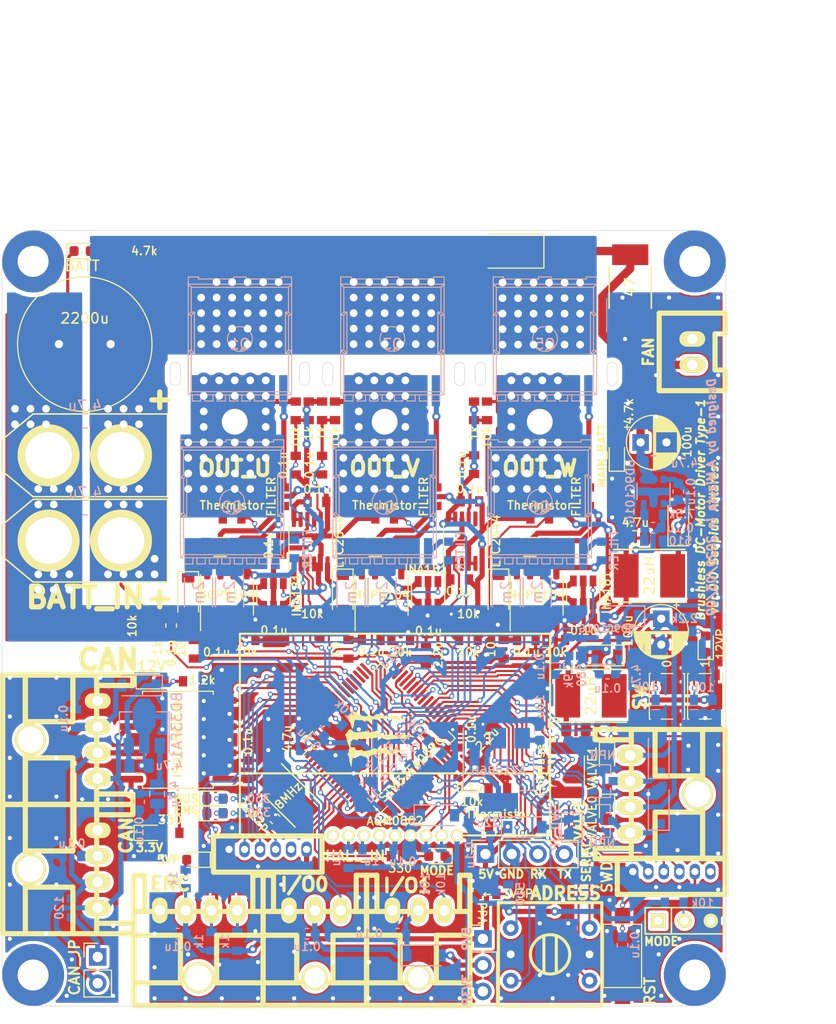
<source format=kicad_pcb>
(kicad_pcb (version 20171130) (host pcbnew "(5.1.4)-1")
  (layers (0 F.Cu signal) (31 B.Cu signal) (34 B.Paste user) (35 F.Paste user) (36 B.SilkS user) (37 F.SilkS user) (38 B.Mask user) (39 F.Mask user) (44 Edge.Cuts user))
  (net 0 "")
  (net 1 GND)
  (net 2 /OSC_IN)
  (net 3 /OSC_OUT)
  (net 4 +3V3)
  (net 5 "Net-(C4-Pad2)")
  (net 6 /FB_5V)
  (net 7 "Net-(C8-Pad1)")
  (net 8 "Net-(C8-Pad2)")
  (net 9 +12V)
  (net 10 "Net-(C15-Pad1)")
  (net 11 "Net-(C17-Pad1)")
  (net 12 IO_Vdd)
  (net 13 /Drive_U_Temp)
  (net 14 /Drive_V_Temp)
  (net 15 /Drive_W_Temp)
  (net 16 /Subscribe_Temp)
  (net 17 /OUT_U_Current)
  (net 18 /OUT_V_Current)
  (net 19 /OUT_W_Current)
  (net 20 "Net-(C36-Pad1)")
  (net 21 /OUT_U)
  (net 22 "Net-(C37-Pad1)")
  (net 23 /OUT_V)
  (net 24 "Net-(C38-Pad1)")
  (net 25 "Net-(C39-Pad1)")
  (net 26 /OUT_W)
  (net 27 +3.3VP)
  (net 28 "Net-(C43-Pad1)")
  (net 29 /FB_12P)
  (net 30 /OUT_U_DIGITAL<3V3P)
  (net 31 /OUT_V_DIGITAL<3V3P)
  (net 32 /OUT_W_DIGITAL<3V3P)
  (net 33 "Net-(C47-Pad2)")
  (net 34 "Net-(C47-Pad1)")
  (net 35 +Batt)
  (net 36 +BATT)
  (net 37 "Net-(D1-Pad2)")
  (net 38 "Net-(D5-Pad2)")
  (net 39 "Net-(D6-Pad2)")
  (net 40 "Net-(D7-Pad2)")
  (net 41 "Net-(D8-Pad2)")
  (net 42 "Net-(D9-Pad2)")
  (net 43 "Net-(D13-Pad2)")
  (net 44 /SWCLK)
  (net 45 /SWDIO)
  (net 46 /~RST)
  (net 47 "Net-(J1-Pad6)")
  (net 48 /CAN_H)
  (net 49 /CAN_L)
  (net 50 "Net-(J4-Pad3)")
  (net 51 "Net-(J4-Pad4)")
  (net 52 /IO0_Pin)
  (net 53 /IO1_Pin)
  (net 54 /USARTX_RX)
  (net 55 /USARTX_TX)
  (net 56 "Net-(J8-Pad2)")
  (net 57 "Net-(JP2-Pad1)")
  (net 58 "Net-(Q1-PadG)")
  (net 59 "Net-(Q2-PadS)")
  (net 60 "Net-(Q2-PadG)")
  (net 61 "Net-(Q3-PadG)")
  (net 62 "Net-(Q4-PadG)")
  (net 63 "Net-(Q4-PadS)")
  (net 64 "Net-(Q5-PadG)")
  (net 65 "Net-(Q6-PadG)")
  (net 66 "Net-(Q6-PadS)")
  (net 67 "Net-(R1-Pad1)")
  (net 68 /TIMx_CH1)
  (net 69 /TIMx_CH2)
  (net 70 /SW0)
  (net 71 /SW1)
  (net 72 /LED0)
  (net 73 /LED1)
  (net 74 "Net-(R15-Pad2)")
  (net 75 /Enable)
  (net 76 "Net-(R33-Pad2)")
  (net 77 "Net-(R34-Pad2)")
  (net 78 "Net-(R35-Pad2)")
  (net 79 +12P)
  (net 80 /CAN1_TX)
  (net 81 /CAN1_RX)
  (net 82 "Net-(U3-Pad4)")
  (net 83 "Net-(U3-Pad8)")
  (net 84 /ADRESS_0)
  (net 85 /ADRESS_1)
  (net 86 /ADRESS_2)
  (net 87 /ADRESS_3)
  (net 88 "Net-(U3-Pad50)")
  (net 89 "Net-(U3-Pad51)")
  (net 90 "Net-(U3-Pad52)")
  (net 91 "Net-(U3-Pad53)")
  (net 92 "Net-(U3-Pad54)")
  (net 93 /PWM_U)
  (net 94 /PWM_V)
  (net 95 /PWM_W)
  (net 96 /OUT_U_Analog)
  (net 97 /OUT_V_Analog)
  (net 98 /OUT_W_Analog)
  (net 99 "Net-(U17-Pad3)")
  (net 100 "Net-(U17-Pad8)")
  (net 101 GNDPWR)
  (net 102 +5VP)
  (net 103 "Net-(C32-Pad1)")
  (net 104 "Net-(C33-Pad1)")
  (net 105 "Net-(C33-Pad2)")
  (net 106 "Net-(C34-Pad1)")
  (net 107 "Net-(C35-Pad1)")
  (net 108 /VOLTAGE)
  (net 109 "Net-(D17-Pad2)")
  (net 110 "Net-(D18-Pad2)")
  (net 111 "Net-(D19-Pad2)")
  (net 112 "Net-(D20-Pad2)")
  (net 113 /HALL_0)
  (net 114 /HALL_1)
  (net 115 /HALL_2)
  (net 116 "Net-(J14-Pad5)")
  (net 117 /I2C2_SCL)
  (net 118 /I2C2_SDA)
  (net 119 "Net-(R30-Pad2)")
  (net 120 "Net-(R31-Pad2)")
  (net 121 "Net-(R32-Pad2)")
  (net 122 /SW_MODE)
  (net 123 "Net-(SW3-Pad1)")
  (net 124 "Net-(U7-Pad1)")
  (net 125 "Net-(D22-Pad1)")
  (net 126 "Net-(D23-Pad1)")
  (net 127 "Net-(D24-Pad2)")
  (net 128 "Net-(D25-Pad2)")
  (net 129 /VALVE0)
  (net 130 /VALVE1)
  (net 131 "Net-(C21-Pad1)")
  (net 132 "Net-(C10-Pad1)")
  (net 133 "Net-(J1-Pad2)")
  (net 134 "Net-(D21-Pad2)")
  (net 135 /LED2)
  (module Mizz_lib:XA_4L (layer F.Cu) (at 176.25 99.5 270)
    (fp_text reference J2 hide)
    (fp_text value CAN (at -4 -1 180) (layer F.SilkS) (effects (font (size 2 2) (thickness 0.5))))
    (pad "" thru_hole circle (at 3.75 6.5 270) (size 3 3) (drill 2.5) (layers *.Cu *.Mask F.SilkS))
    (pad 4 thru_hole oval (at 7.5 0 270) (size 1.5 2.5) (drill 1) (layers *.Cu *.Mask F.SilkS) (net 49 /CAN_L))
    (pad 3 thru_hole oval (at 5 0 270) (size 1.5 2.5) (drill 1) (layers *.Cu *.Mask F.SilkS) (net 48 /CAN_H))
    (pad 2 thru_hole oval (at 2.5 0 270) (size 1.5 2.5) (drill 1) (layers *.Cu *.Mask F.SilkS) (net 132 "Net-(C10-Pad1)"))
    (pad 1 thru_hole oval (at 0 0 270) (size 1.5 2.5) (drill 1) (layers *.Cu *.Mask F.SilkS) (net 1 GND))
  )
  (module Mizz_lib:1608_WP (layer B.Cu) (at 208.85 104 135)
    (fp_text reference R15 hide)
    (fp_text value 10k (at 2.545584 -0.353553 315) (layer B.SilkS) (effects (font (size 0.8 0.8)) (justify bottom mirror)))
    (pad 2 smd rect (at 0.9 0 135) (size 0.8 1) (layers B.Cu B.Paste B.Mask) (net 74 "Net-(R15-Pad2)"))
    (pad 1 smd rect (at -0.9 0 135) (size 0.8 1) (layers B.Cu B.Paste B.Mask) (net 27 +3.3VP))
  )
  (module Mizz_lib:1608_WP (layer F.Cu) (at 211.2 103.1 90)
    (fp_text reference C6 hide)
    (fp_text value 0.1u (at 0.85 1.65 90) (layer F.SilkS) (effects (font (size 0.8 0.8)) (justify bottom)))
    (pad 2 smd rect (at 0.9 0 90) (size 0.775 0.975) (layers F.Cu F.Paste F.Mask) (net 101 GNDPWR))
    (pad 1 smd rect (at -0.9 0 90) (size 0.775 0.975) (layers F.Cu F.Paste F.Mask) (net 27 +3.3VP))
  )
  (module Capacitor_SMD:C_0603_1608Metric (layer B.Cu) (at 204.95 108.35 315)
    (fp_text reference C5 hide)
    (fp_text value 0.1u (at -2.687006 -0.282843 315) (layer B.SilkS) (effects (font (size 0.8 0.8)) (justify mirror)))
    (pad 1 smd roundrect (at -0.7875 0 315) (size 0.875 0.95) (layers B.Cu B.Paste B.Mask) (net 27 +3.3VP))
    (pad 2 smd roundrect (at 0.7875 0 315) (size 0.875 0.95) (layers B.Cu B.Paste B.Mask) (net 101 GNDPWR))
  )
  (module Mizz_lib:XT60_F (layer F.Cu) (at 175 84)
    (fp_text reference J9)
    (fp_text value BATT_IN (at 0.05 5.5 unlocked) (layer F.SilkS) (effects (font (size 2 2) (thickness 0.5))))
    (pad 2 thru_hole circle (at 3.5 0) (size 6 6) (drill 4.5) (layers *.Cu *.Mask F.SilkS) (net 36 +BATT))
    (pad 1 thru_hole circle (at -3.5 0) (size 6 6) (drill 4.5) (layers *.Cu *.Mask F.SilkS) (net 101 GNDPWR))
  )
  (module Mizz_lib:Inductor_Taiyo-Yuden_NR-50xx_HandSoldering (layer F.Cu) (at 223.95 99 180)
    (fp_text reference L1 hide)
    (fp_text value 22uH (at 0 0 270) (layer F.SilkS))
    (pad 1 smd rect (at -2.25 0 180) (size 2.4 4.2) (layers F.Cu F.Paste F.Mask) (net 7 "Net-(C8-Pad1)"))
    (pad 2 smd rect (at 2.25 0 180) (size 2.4 4.2) (layers F.Cu F.Paste F.Mask) (net 6 /FB_5V))
  )
  (module Mizz_lib:Inductor_Taiyo-Yuden_NR-50xx_HandSoldering (layer F.Cu) (at 229.6 87.4 180)
    (fp_text reference L2 hide)
    (fp_text value 22uH (at 0 0 270) (layer F.SilkS))
    (pad 2 smd rect (at 2.25 0 180) (size 2.4 4.2) (layers F.Cu F.Paste F.Mask) (net 29 /FB_12P))
    (pad 1 smd rect (at -2.25 0 180) (size 2.4 4.2) (layers F.Cu F.Paste F.Mask) (net 34 "Net-(C47-Pad1)"))
  )
  (module Package_SO:SOP-8_6.62x9.15mm_P2.54mm (layer F.Cu) (at 184 103.25 180)
    (fp_text reference U6 hide)
    (fp_text value ISO1050DUB (at 0 0.05 90) (layer F.SilkS) (effects (font (size 0.8 0.8))))
    (pad 1 smd roundrect (at -4.525 -3.81 180) (size 2.35 0.65) (layers F.Cu F.Paste F.Mask) (net 27 +3.3VP))
    (pad 2 smd roundrect (at -4.525 -1.27 180) (size 2.35 0.65) (layers F.Cu F.Paste F.Mask) (net 81 /CAN1_RX))
    (pad 3 smd roundrect (at -4.525 1.27 180) (size 2.35 0.65) (layers F.Cu F.Paste F.Mask) (net 80 /CAN1_TX))
    (pad 4 smd roundrect (at -4.525 3.81 180) (size 2.35 0.65) (layers F.Cu F.Paste F.Mask) (net 101 GNDPWR))
    (pad 5 smd roundrect (at 4.525 3.81 180) (size 2.35 0.65) (layers F.Cu F.Paste F.Mask) (net 1 GND))
    (pad 6 smd roundrect (at 4.525 1.27 180) (size 2.35 0.65) (layers F.Cu F.Paste F.Mask) (net 49 /CAN_L))
    (pad 7 smd roundrect (at 4.525 -1.27 180) (size 2.35 0.65) (layers F.Cu F.Paste F.Mask) (net 48 /CAN_H))
    (pad 8 smd roundrect (at 4.525 -3.81 180) (size 2.35 0.65) (layers F.Cu F.Paste F.Mask) (net 4 +3V3))
  )
  (module Capacitor_SMD:C_0603_1608Metric (layer F.Cu) (at 192.05 109.5 315)
    (fp_text reference C1 hide)
    (fp_text value 22p (at -0.707107 1.202082 315) (layer F.SilkS) (effects (font (size 0.8 0.8))))
    (pad 2 smd roundrect (at 0.7875 0 315) (size 0.875 0.95) (layers F.Cu F.Paste F.Mask) (net 101 GNDPWR))
    (pad 1 smd roundrect (at -0.7875 0 315) (size 0.875 0.95) (layers F.Cu F.Paste F.Mask) (net 2 /OSC_IN))
  )
  (module Capacitor_SMD:C_0603_1608Metric (layer F.Cu) (at 193.4 110.9 135)
    (fp_text reference C2 hide)
    (fp_text value 22p (at 0.919239 -1.202082 135) (layer F.SilkS) (effects (font (size 0.8 0.8))))
    (pad 1 smd roundrect (at -0.7875 0 135) (size 0.875 0.95) (layers F.Cu F.Paste F.Mask) (net 3 /OSC_OUT))
    (pad 2 smd roundrect (at 0.7875 0 135) (size 0.875 0.95) (layers F.Cu F.Paste F.Mask) (net 101 GNDPWR))
  )
  (module Capacitor_SMD:C_0603_1608Metric (layer B.Cu) (at 180.25 109.25 270)
    (fp_text reference C3 hide)
    (fp_text value 0.1u (at 2.75 0 90) (layer B.SilkS) (effects (font (size 0.8 0.8)) (justify mirror)))
    (pad 1 smd roundrect (at -0.7875 0 270) (size 0.875 0.95) (layers B.Cu B.Paste B.Mask) (net 4 +3V3))
    (pad 2 smd roundrect (at 0.7875 0 270) (size 0.875 0.95) (layers B.Cu B.Paste B.Mask) (net 1 GND))
  )
  (module Capacitor_SMD:C_0603_1608Metric (layer B.Cu) (at 220.45 96.16 90)
    (fp_text reference C4 hide)
    (fp_text value 0.1u (at 0 -1.43 90) (layer B.SilkS) (effects (font (size 0.8 0.8)) (justify mirror)))
    (pad 2 smd roundrect (at 0.7875 0 90) (size 0.875 0.95) (layers B.Cu B.Paste B.Mask) (net 5 "Net-(C4-Pad2)"))
    (pad 1 smd roundrect (at -0.7875 0 90) (size 0.875 0.95) (layers B.Cu B.Paste B.Mask) (net 6 /FB_5V))
  )
  (module Capacitor_SMD:C_0603_1608Metric (layer B.Cu) (at 205.5 96 45)
    (fp_text reference C7 hide)
    (fp_text value 0.1u (at 0 -1.131371 225) (layer B.SilkS) (effects (font (size 0.8 0.8)) (justify mirror)))
    (pad 1 smd roundrect (at -0.7875 0 45) (size 0.875 0.95) (layers B.Cu B.Paste B.Mask) (net 27 +3.3VP))
    (pad 2 smd roundrect (at 0.7875 0 45) (size 0.875 0.95) (layers B.Cu B.Paste B.Mask) (net 101 GNDPWR))
  )
  (module Capacitor_SMD:C_0603_1608Metric (layer B.Cu) (at 225.55 96.85 180)
    (fp_text reference C8 hide)
    (fp_text value 0.1u (at 0 -1.43) (layer B.SilkS) (effects (font (size 0.8 0.8)) (justify mirror)))
    (pad 1 smd roundrect (at -0.7875 0 180) (size 0.875 0.95) (layers B.Cu B.Paste B.Mask) (net 7 "Net-(C8-Pad1)"))
    (pad 2 smd roundrect (at 0.7875 0 180) (size 0.875 0.95) (layers B.Cu B.Paste B.Mask) (net 8 "Net-(C8-Pad2)"))
  )
  (module Capacitor_SMD:C_0603_1608Metric (layer B.Cu) (at 197.55 102.35 135)
    (fp_text reference C11 hide)
    (fp_text value 0.1u (at 0 -1.202082 315) (layer B.SilkS) (effects (font (size 0.8 0.8)) (justify mirror)))
    (pad 2 smd roundrect (at 0.7875 0 135) (size 0.875 0.95) (layers B.Cu B.Paste B.Mask) (net 101 GNDPWR))
    (pad 1 smd roundrect (at -0.7875 0 135) (size 0.875 0.95) (layers B.Cu B.Paste B.Mask) (net 27 +3.3VP))
  )
  (module Capacitor_SMD:C_0805_2012Metric (layer B.Cu) (at 228.35 94.35 270)
    (fp_text reference C12 hide)
    (fp_text value 4.7u (at 2.9 0 90) (layer B.SilkS) (effects (font (size 0.8 0.8)) (justify mirror)))
    (pad 2 smd roundrect (at 0.9375 0 270) (size 0.975 1.4) (layers B.Cu B.Paste B.Mask) (net 101 GNDPWR))
    (pad 1 smd roundrect (at -0.9375 0 270) (size 0.975 1.4) (layers B.Cu B.Paste B.Mask) (net 79 +12P))
  )
  (module Capacitor_SMD:C_0603_1608Metric (layer B.Cu) (at 202.05 107.85 225)
    (fp_text reference C13 hide)
    (fp_text value 1u (at 0 -1.131371 225) (layer B.SilkS) (effects (font (size 0.8 0.8)) (justify mirror)))
    (pad 2 smd roundrect (at 0.7875 0 225) (size 0.875 0.95) (layers B.Cu B.Paste B.Mask) (net 101 GNDPWR))
    (pad 1 smd roundrect (at -0.7875 0 225) (size 0.875 0.95) (layers B.Cu B.Paste B.Mask) (net 27 +3.3VP))
  )
  (module Capacitor_SMD:C_0603_1608Metric (layer F.Cu) (at 195.75 103.15 90)
    (fp_text reference C16 hide)
    (fp_text value 4.7u (at 0 -1.15 90) (layer F.SilkS) (effects (font (size 0.8 0.8))))
    (pad 2 smd roundrect (at 0.7875 0 90) (size 0.875 0.95) (layers F.Cu F.Paste F.Mask) (net 101 GNDPWR))
    (pad 1 smd roundrect (at -0.7875 0 90) (size 0.875 0.95) (layers F.Cu F.Paste F.Mask) (net 27 +3.3VP))
  )
  (module Capacitor_SMD:C_0805_2012Metric (layer F.Cu) (at 222.5 102.25)
    (fp_text reference C18 hide)
    (fp_text value 4.7u (at -2.1 0 90) (layer F.SilkS) (effects (font (size 0.8 0.8))))
    (pad 2 smd roundrect (at 0.9375 0) (size 0.975 1.4) (layers F.Cu F.Paste F.Mask) (net 101 GNDPWR))
    (pad 1 smd roundrect (at -0.9375 0) (size 0.975 1.4) (layers F.Cu F.Paste F.Mask) (net 6 /FB_5V))
  )
  (module Capacitor_SMD:C_0603_1608Metric (layer B.Cu) (at 219 102.5 90)
    (fp_text reference C19 hide)
    (fp_text value 10u (at 2.5 0 90) (layer B.SilkS) (effects (font (size 0.8 0.8)) (justify mirror)))
    (pad 1 smd roundrect (at -0.7875 0 90) (size 0.875 0.95) (layers B.Cu B.Paste B.Mask) (net 102 +5VP))
    (pad 2 smd roundrect (at 0.7875 0 90) (size 0.875 0.95) (layers B.Cu B.Paste B.Mask) (net 101 GNDPWR))
  )
  (module Capacitor_SMD:C_0603_1608Metric (layer B.Cu) (at 184 122)
    (fp_text reference C20 hide)
    (fp_text value 0.1u (at 0 1.25) (layer B.SilkS) (effects (font (size 0.8 0.8)) (justify mirror)))
    (pad 1 smd roundrect (at -0.7875 0) (size 0.875 0.95) (layers B.Cu B.Paste B.Mask) (net 101 GNDPWR))
    (pad 2 smd roundrect (at 0.7875 0) (size 0.875 0.95) (layers B.Cu B.Paste B.Mask) (net 102 +5VP))
  )
  (module Capacitor_SMD:C_0603_1608Metric (layer B.Cu) (at 212.25 110 270)
    (fp_text reference C21 hide)
    (fp_text value 22u (at 1.25 -1.75 180) (layer B.SilkS) (effects (font (size 0.8 0.8)) (justify mirror)))
    (pad 2 smd roundrect (at 0.7875 0 270) (size 0.875 0.95) (layers B.Cu B.Paste B.Mask) (net 101 GNDPWR))
    (pad 1 smd roundrect (at -0.7875 0 270) (size 0.875 0.95) (layers B.Cu B.Paste B.Mask) (net 131 "Net-(C21-Pad1)"))
  )
  (module Capacitor_SMD:C_0603_1608Metric (layer B.Cu) (at 196.5 122)
    (fp_text reference C22 hide)
    (fp_text value 0.1u (at 0 1.25) (layer B.SilkS) (effects (font (size 0.8 0.8)) (justify mirror)))
    (pad 1 smd roundrect (at -0.7875 0) (size 0.875 0.95) (layers B.Cu B.Paste B.Mask) (net 101 GNDPWR))
    (pad 2 smd roundrect (at 0.7875 0) (size 0.875 0.95) (layers B.Cu B.Paste B.Mask) (net 12 IO_Vdd))
  )
  (module Capacitor_SMD:C_0603_1608Metric (layer B.Cu) (at 205.25 122)
    (fp_text reference C23 hide)
    (fp_text value 0.1u (at -2.75 0) (layer B.SilkS) (effects (font (size 0.8 0.8)) (justify mirror)))
    (pad 1 smd roundrect (at -0.7875 0) (size 0.875 0.95) (layers B.Cu B.Paste B.Mask) (net 101 GNDPWR))
    (pad 2 smd roundrect (at 0.7875 0) (size 0.875 0.95) (layers B.Cu B.Paste B.Mask) (net 12 IO_Vdd))
  )
  (module Capacitor_SMD:C_0603_1608Metric (layer B.Cu) (at 213.45 112.5 180)
    (fp_text reference C24 hide)
    (fp_text value 0.1u (at 1.2 -1.9 90) (layer B.SilkS) (effects (font (size 0.8 0.8)) (justify mirror)))
    (pad 2 smd roundrect (at 0.7875 0 180) (size 0.875 0.95) (layers B.Cu B.Paste B.Mask) (net 101 GNDPWR))
    (pad 1 smd roundrect (at -0.7875 0 180) (size 0.875 0.95) (layers B.Cu B.Paste B.Mask) (net 102 +5VP))
  )
  (module Capacitor_SMD:C_0603_1608Metric (layer B.Cu) (at 206 107.25 315)
    (fp_text reference C25 hide)
    (fp_text value 0.1u (at -2.722361 -0.035355 315) (layer B.SilkS) (effects (font (size 0.8 0.8)) (justify mirror)))
    (pad 2 smd roundrect (at 0.7875 0 315) (size 0.875 0.95) (layers B.Cu B.Paste B.Mask) (net 101 GNDPWR))
    (pad 1 smd roundrect (at -0.7875 0 315) (size 0.875 0.95) (layers B.Cu B.Paste B.Mask) (net 13 /Drive_U_Temp))
  )
  (module Capacitor_SMD:C_0603_1608Metric (layer B.Cu) (at 207 106.25 315)
    (fp_text reference C26 hide)
    (fp_text value 0.1u (at -2.687006 0 315) (layer B.SilkS) (effects (font (size 0.8 0.8)) (justify mirror)))
    (pad 1 smd roundrect (at -0.7875 0 315) (size 0.875 0.95) (layers B.Cu B.Paste B.Mask) (net 14 /Drive_V_Temp))
    (pad 2 smd roundrect (at 0.7875 0 315) (size 0.875 0.95) (layers B.Cu B.Paste B.Mask) (net 101 GNDPWR))
  )
  (module Capacitor_SMD:C_0603_1608Metric (layer B.Cu) (at 208.05 105.2 315)
    (fp_text reference C27 hide)
    (fp_text value 0.1u (at -2.65 0 315) (layer B.SilkS) (effects (font (size 0.8 0.8)) (justify mirror)))
    (pad 2 smd roundrect (at 0.7875 0 315) (size 0.875 0.95) (layers B.Cu B.Paste B.Mask) (net 101 GNDPWR))
    (pad 1 smd roundrect (at -0.7875 0 315) (size 0.875 0.95) (layers B.Cu B.Paste B.Mask) (net 15 /Drive_W_Temp))
  )
  (module Capacitor_SMD:C_0603_1608Metric (layer B.Cu) (at 229.95 82.75)
    (fp_text reference C43 hide)
    (fp_text value 0.1u (at 2.65 0) (layer B.SilkS) (effects (font (size 0.8 0.8)) (justify mirror)))
    (pad 1 smd roundrect (at -0.7875 0) (size 0.875 0.95) (layers B.Cu B.Paste B.Mask) (net 28 "Net-(C43-Pad1)"))
    (pad 2 smd roundrect (at 0.7875 0) (size 0.875 0.95) (layers B.Cu B.Paste B.Mask) (net 29 /FB_12P))
  )
  (module Capacitor_SMD:C_0603_1608Metric (layer B.Cu) (at 232.4 79.25 270)
    (fp_text reference C47 hide)
    (fp_text value 0.1u (at 0 -1.2 90) (layer B.SilkS) (effects (font (size 0.8 0.8)) (justify mirror)))
    (pad 2 smd roundrect (at 0.7875 0 270) (size 0.875 0.95) (layers B.Cu B.Paste B.Mask) (net 33 "Net-(C47-Pad2)"))
    (pad 1 smd roundrect (at -0.7875 0 270) (size 0.875 0.95) (layers B.Cu B.Paste B.Mask) (net 34 "Net-(C47-Pad1)"))
  )
  (module Capacitor_SMD:C_0805_2012Metric (layer B.Cu) (at 230 76.5)
    (fp_text reference C48 hide)
    (fp_text value 4.7u (at 3 0) (layer B.SilkS) (effects (font (size 0.8 0.8)) (justify mirror)))
    (pad 2 smd roundrect (at 0.9375 0) (size 0.975 1.4) (layers B.Cu B.Paste B.Mask) (net 101 GNDPWR))
    (pad 1 smd roundrect (at -0.9375 0) (size 0.975 1.4) (layers B.Cu B.Paste B.Mask) (net 35 +Batt))
  )
  (module Mizz_lib:C_Radial_D13mm_H25.0mm_P5.00mm (layer F.Cu) (at 177.5 65 180)
    (fp_text reference C49 hide)
    (fp_text value 2200u (at 2.5 2.5 180) (layer F.SilkS))
    (pad 1 thru_hole circle (at 0 0 180) (size 1.6 1.6) (drill 0.8) (layers *.Cu *.Mask) (net 36 +BATT))
    (pad 2 thru_hole circle (at 5 0 180) (size 1.6 1.6) (drill 0.8) (layers *.Cu *.Mask) (net 101 GNDPWR))
  )
  (module Capacitor_THT:CP_Radial_D5.0mm_P2.50mm (layer F.Cu) (at 228.75 74.5)
    (fp_text reference C50 hide)
    (fp_text value 100u (at 4.5 -0.05 90) (layer F.SilkS) (effects (font (size 0.8 0.8))))
    (pad 1 thru_hole rect (at 0 0) (size 1.6 1.6) (drill 0.8) (layers *.Cu *.Mask) (net 35 +Batt))
    (pad 2 thru_hole circle (at 2.5 0) (size 1.6 1.6) (drill 0.8) (layers *.Cu *.Mask) (net 101 GNDPWR))
  )
  (module Capacitor_SMD:C_0805_2012Metric (layer B.Cu) (at 175 72.4 180)
    (fp_text reference C55 hide)
    (fp_text value 4.7u (at 0 1.45) (layer B.SilkS) (effects (justify mirror)))
    (pad 1 smd roundrect (at -0.9375 0 180) (size 0.975 1.4) (layers B.Cu B.Paste B.Mask) (net 36 +BATT))
    (pad 2 smd roundrect (at 0.9375 0 180) (size 0.975 1.4) (layers B.Cu B.Paste B.Mask) (net 101 GNDPWR))
  )
  (module Capacitor_SMD:C_0805_2012Metric (layer F.Cu) (at 228.25 83.75)
    (fp_text reference C56 hide)
    (fp_text value 4.7u (at 0 -1.5) (layer F.SilkS) (effects (font (size 0.8 0.8))))
    (pad 1 smd roundrect (at -0.9375 0) (size 0.975 1.4) (layers F.Cu F.Paste F.Mask) (net 29 /FB_12P))
    (pad 2 smd roundrect (at 0.9375 0) (size 0.975 1.4) (layers F.Cu F.Paste F.Mask) (net 101 GNDPWR))
  )
  (module Capacitor_SMD:C_0805_2012Metric (layer B.Cu) (at 175.05 80.8 180)
    (fp_text reference C57 hide)
    (fp_text value 4.7u (at 0 1.45) (layer B.SilkS) (effects (justify mirror)))
    (pad 1 smd roundrect (at -0.9375 0 180) (size 0.975 1.4) (layers B.Cu B.Paste B.Mask) (net 36 +BATT))
    (pad 2 smd roundrect (at 0.9375 0 180) (size 0.975 1.4) (layers B.Cu B.Paste B.Mask) (net 101 GNDPWR))
  )
  (module Capacitor_THT:CP_Radial_D5.0mm_P2.50mm (layer F.Cu) (at 230.75 91.55 270)
    (fp_text reference C58 hide)
    (fp_text value 100u (at 1.15 3.2 270) (layer F.SilkS) (effects (font (size 0.8 0.8))))
    (pad 2 thru_hole circle (at 2.5 0 270) (size 1.6 1.6) (drill 0.8) (layers *.Cu *.Mask) (net 101 GNDPWR))
    (pad 1 thru_hole rect (at 0 0 270) (size 1.6 1.6) (drill 0.8) (layers *.Cu *.Mask) (net 79 +12P))
  )
  (module Diode_SMD:D_SOD-123 (layer B.Cu) (at 217.55 111.7)
    (fp_text reference D1 hide)
    (fp_text value DIODE)
    (pad 1 smd rect (at -1.65 0) (size 0.9 1.2) (layers B.Cu B.Paste B.Mask) (net 27 +3.3VP))
    (pad 2 smd rect (at 1.65 0) (size 0.9 1.2) (layers B.Cu B.Paste B.Mask) (net 37 "Net-(D1-Pad2)"))
  )
  (module Diode_SMD:D_SOD-123 (layer F.Cu) (at 224.9 95.1 180)
    (fp_text reference D2 hide)
    (fp_text value DIODE)
    (pad 1 smd rect (at -1.65 0 180) (size 0.9 1.2) (layers F.Cu F.Paste F.Mask) (net 7 "Net-(C8-Pad1)"))
    (pad 2 smd rect (at 1.65 0 180) (size 0.9 1.2) (layers F.Cu F.Paste F.Mask) (net 101 GNDPWR))
  )
  (module Diode_SMD:D_SOD-123 (layer B.Cu) (at 209.1 110.55)
    (fp_text reference D4 hide)
    (fp_text value DIODE)
    (pad 2 smd rect (at 1.65 0) (size 0.9 1.2) (layers B.Cu B.Paste B.Mask) (net 131 "Net-(C21-Pad1)"))
    (pad 1 smd rect (at -1.65 0) (size 0.9 1.2) (layers B.Cu B.Paste B.Mask) (net 27 +3.3VP))
  )
  (module LED_SMD:LED_0603_1608Metric (layer F.Cu) (at 187.6 108.95)
    (fp_text reference D5 hide)
    (fp_text value BUS (at -2.75 0) (layer F.SilkS) (effects (font (size 0.8 0.8) (thickness 0.2))))
    (pad 2 smd roundrect (at 0.7875 0) (size 0.875 0.95) (layers F.Cu F.Paste F.Mask) (net 38 "Net-(D5-Pad2)"))
    (pad 1 smd roundrect (at -0.7875 0) (size 0.875 0.95) (layers F.Cu F.Paste F.Mask) (net 101 GNDPWR))
  )
  (module LED_SMD:LED_0603_1608Metric (layer F.Cu) (at 187.6 110.35)
    (fp_text reference D6 hide)
    (fp_text value EMG (at -2.75 -0.3) (layer F.SilkS) (effects (font (size 0.8 0.8) (thickness 0.2))))
    (pad 1 smd roundrect (at -0.7875 0) (size 0.875 0.95) (layers F.Cu F.Paste F.Mask) (net 101 GNDPWR))
    (pad 2 smd roundrect (at 0.7875 0) (size 0.875 0.95) (layers F.Cu F.Paste F.Mask) (net 39 "Net-(D6-Pad2)"))
  )
  (module Diode_SMD:D_SOD-123 (layer B.Cu) (at 207.8 124.1)
    (fp_text reference D7 hide)
    (fp_text value DIODE)
    (pad 2 smd rect (at 1.65 0) (size 0.9 1.2) (layers B.Cu B.Paste B.Mask) (net 40 "Net-(D7-Pad2)"))
    (pad 1 smd rect (at -1.65 0) (size 0.9 1.2) (layers B.Cu B.Paste B.Mask) (net 12 IO_Vdd))
  )
  (module Diode_SMD:D_SOD-123 (layer F.Cu) (at 232.4 82.25 90)
    (fp_text reference D14 hide)
    (fp_text value DIODE)
    (pad 1 smd rect (at -1.65 0 90) (size 0.9 1.2) (layers F.Cu F.Paste F.Mask) (net 34 "Net-(C47-Pad1)"))
    (pad 2 smd rect (at 1.65 0 90) (size 0.9 1.2) (layers F.Cu F.Paste F.Mask) (net 101 GNDPWR))
  )
  (module Diode_SMD:D_SMA (layer F.Cu) (at 216 56 180)
    (fp_text reference D15 hide)
    (fp_text value DIODE)
    (pad 1 smd rect (at -2 0 180) (size 2.5 1.8) (layers F.Cu F.Paste F.Mask) (net 35 +Batt))
    (pad 2 smd rect (at 2 0 180) (size 2.5 1.8) (layers F.Cu F.Paste F.Mask) (net 36 +BATT))
  )
  (module Diode_SMD:D_SOD-123 (layer B.Cu) (at 226.9 91.3 180)
    (fp_text reference D16 hide)
    (fp_text value DIODE)
    (pad 2 smd rect (at 1.65 0 180) (size 0.9 1.2) (layers B.Cu B.Paste B.Mask) (net 29 /FB_12P))
    (pad 1 smd rect (at -1.65 0 180) (size 0.9 1.2) (layers B.Cu B.Paste B.Mask) (net 79 +12P))
  )
  (module Mizz_lib:ZH_6P (layer F.Cu) (at 228 116)
    (fp_text reference J1 hide)
    (fp_text value SWD (at -2.5 0.5 90) (layer F.SilkS) (effects (font (thickness 0.2))))
    (pad 1 thru_hole oval (at 0 0) (size 1 1.524) (drill 0.7) (layers *.Cu *.Mask) (net 101 GNDPWR))
    (pad 2 thru_hole oval (at 1.5 0) (size 1 1.524) (drill 0.7) (layers *.Cu *.Mask) (net 133 "Net-(J1-Pad2)"))
    (pad 3 thru_hole oval (at 3 0) (size 1 1.524) (drill 0.7) (layers *.Cu *.Mask) (net 44 /SWCLK))
    (pad 4 thru_hole oval (at 4.5 0) (size 1 1.524) (drill 0.7) (layers *.Cu *.Mask) (net 45 /SWDIO))
    (pad 5 thru_hole oval (at 6 0) (size 1 1.524) (drill 0.7) (layers *.Cu *.Mask) (net 46 /~RST))
    (pad 6 thru_hole oval (at 7.5 0) (size 1 1.524) (drill 0.7) (layers *.Cu *.Mask) (net 47 "Net-(J1-Pad6)"))
  )
  (module Mizz_lib:XA_4L (layer F.Cu) (at 176.25 99.5 270)
    (fp_text reference J2 hide)
    (fp_text value CAN (at -4 -1 180) (layer F.SilkS) (effects (font (size 2 2) (thickness 0.5))))
    (pad 1 thru_hole oval (at 0 0 270) (size 1.5 2.5) (drill 1) (layers *.Cu *.Mask F.SilkS) (net 1 GND))
    (pad 2 thru_hole oval (at 2.5 0 270) (size 1.5 2.5) (drill 1) (layers *.Cu *.Mask F.SilkS) (net 132 "Net-(C10-Pad1)"))
    (pad 3 thru_hole oval (at 5 0 270) (size 1.5 2.5) (drill 1) (layers *.Cu *.Mask F.SilkS) (net 48 /CAN_H))
    (pad 4 thru_hole oval (at 7.5 0 270) (size 1.5 2.5) (drill 1) (layers *.Cu *.Mask F.SilkS) (net 49 /CAN_L))
    (pad "" thru_hole circle (at 3.75 6.5 270) (size 3 3) (drill 2.5) (layers *.Cu *.Mask F.SilkS))
  )
  (module Mizz_lib:XA_4L (layer F.Cu) (at 176.25 112 270)
    (fp_text reference J3 hide)
    (fp_text value CAN (at 0.5 -2.75 90) (layer F.SilkS) (effects (font (size 1.2 1.2) (thickness 0.3))))
    (pad "" thru_hole circle (at 3.75 6.5 270) (size 3 3) (drill 2.5) (layers *.Cu *.Mask F.SilkS))
    (pad 4 thru_hole oval (at 7.5 0 270) (size 1.5 2.5) (drill 1) (layers *.Cu *.Mask F.SilkS) (net 49 /CAN_L))
    (pad 3 thru_hole oval (at 5 0 270) (size 1.5 2.5) (drill 1) (layers *.Cu *.Mask F.SilkS) (net 48 /CAN_H))
    (pad 2 thru_hole oval (at 2.5 0 270) (size 1.5 2.5) (drill 1) (layers *.Cu *.Mask F.SilkS) (net 132 "Net-(C10-Pad1)"))
    (pad 1 thru_hole oval (at 0 0 270) (size 1.5 2.5) (drill 1) (layers *.Cu *.Mask F.SilkS) (net 1 GND))
  )
  (module Mizz_lib:XA_4L (layer F.Cu) (at 182.25 119.75)
    (fp_text reference J4 hide)
    (fp_text value ENC (at 1 -2.55) (layer F.SilkS) (effects (font (size 1.3 1.3) (thickness 0.325))))
    (pad 1 thru_hole oval (at 0 0) (size 1.5 2.5) (drill 1) (layers *.Cu *.Mask F.SilkS) (net 101 GNDPWR))
    (pad 2 thru_hole oval (at 2.5 0) (size 1.5 2.5) (drill 1) (layers *.Cu *.Mask F.SilkS) (net 102 +5VP))
    (pad 3 thru_hole oval (at 5 0) (size 1.5 2.5) (drill 1) (layers *.Cu *.Mask F.SilkS) (net 50 "Net-(J4-Pad3)"))
    (pad 4 thru_hole oval (at 7.5 0) (size 1.5 2.5) (drill 1) (layers *.Cu *.Mask F.SilkS) (net 51 "Net-(J4-Pad4)"))
    (pad "" thru_hole circle (at 3.75 6.5) (size 3 3) (drill 2.5) (layers *.Cu *.Mask F.SilkS))
  )
  (module Mizz_lib:XA_3L (layer F.Cu) (at 194.75 119.75)
    (fp_text reference J5 hide)
    (fp_text value I/O0 (at 1.5 -2.5) (layer F.SilkS) (effects (font (size 1.3 1.3) (thickness 0.325))))
    (pad "" thru_hole circle (at 2.5 6.5) (size 2.5 2.5) (drill 2) (layers *.Cu *.Mask F.SilkS))
    (pad 3 thru_hole oval (at 5 0) (size 1.5 2.5) (drill 1) (layers *.Cu *.Mask F.SilkS) (net 52 /IO0_Pin))
    (pad 2 thru_hole oval (at 2.5 0) (size 1.5 2.5) (drill 1) (layers *.Cu *.Mask F.SilkS) (net 12 IO_Vdd))
    (pad 1 thru_hole oval (at 0 0) (size 1.5 2.5) (drill 1) (layers *.Cu *.Mask F.SilkS) (net 101 GNDPWR))
  )
  (module Mizz_lib:XA_3L (layer F.Cu) (at 204.75 119.75)
    (fp_text reference J6 hide)
    (fp_text value I/O1 (at 1.45 -2.4) (layer F.SilkS) (effects (font (size 1.3 1.3) (thickness 0.325))))
    (pad 1 thru_hole oval (at 0 0) (size 1.5 2.5) (drill 1) (layers *.Cu *.Mask F.SilkS) (net 101 GNDPWR))
    (pad 2 thru_hole oval (at 2.5 0) (size 1.5 2.5) (drill 1) (layers *.Cu *.Mask F.SilkS) (net 12 IO_Vdd))
    (pad 3 thru_hole oval (at 5 0) (size 1.5 2.5) (drill 1) (layers *.Cu *.Mask F.SilkS) (net 53 /IO1_Pin))
    (pad "" thru_hole circle (at 2.5 6.5) (size 2.5 2.5) (drill 2) (layers *.Cu *.Mask F.SilkS))
  )
  (module Mizz_lib:XA_2P (layer F.Cu) (at 233.75 67 90)
    (fp_text reference J8 hide)
    (fp_text value FAN (at 1.25 -4.25 90) (layer F.SilkS) (effects (font (thickness 0.25))))
    (pad 1 thru_hole oval (at 2.5 0 90) (size 1.5 2.5) (drill 1) (layers *.Cu *.Mask F.SilkS) (net 101 GNDPWR))
    (pad 2 thru_hole oval (at 0 0 90) (size 1.5 2.5) (drill 1) (layers *.Cu *.Mask F.SilkS) (net 56 "Net-(J8-Pad2)"))
  )
  (module Mizz_lib:XT60_M (layer F.Cu) (at 175 75.75)
    (fp_text reference J10 hide)
    (fp_text value BATT_IN)
    (pad 1 thru_hole circle (at -3.5 0) (size 6 6) (drill 4.5) (layers *.Cu *.Mask F.SilkS) (net 101 GNDPWR))
    (pad 2 thru_hole circle (at 3.5 0) (size 6 6) (drill 4.5) (layers *.Cu *.Mask F.SilkS) (net 36 +BATT))
  )
  (module Jumper:SolderJumper-2_P1.3mm_Open_TrianglePad1.0x1.5mm (layer B.Cu) (at 222.1 111.75 90)
    (fp_text reference JP1 hide)
    (fp_text value SWD_JP (at 0 -1.6 90) (layer B.SilkS) (effects (font (size 0.8 0.8)) (justify mirror)))
    (pad 2 smd custom (at 0.725 0 90) (size 0.3 0.3) (layers B.Cu B.Mask) (net 37 "Net-(D1-Pad2)") (options (clearance outline) (anchor rect)) (primitives (gr_poly (pts (xy -0.65 0.75) (xy 0.5 0.75) (xy 0.5 -0.75) (xy -0.65 -0.75) (xy -0.15 0)) (width 0))))
    (pad 1 smd custom (at -0.725 0 90) (size 0.3 0.3) (layers B.Cu B.Mask) (net 133 "Net-(J1-Pad2)") (options (clearance outline) (anchor rect)) (primitives (gr_poly (pts (xy -0.5 0.75) (xy 0.5 0.75) (xy 1 0) (xy 0.5 -0.75) (xy -0.5 -0.75)) (width 0))))
  )
  (module Connector_PinHeader_2.54mm:PinHeader_1x02_P2.54mm_Vertical (layer F.Cu) (at 176.25 124.25)
    (fp_text reference JP2 hide)
    (fp_text value CAN_JP (at -2.25 1 270) (layer F.SilkS) (effects (font (thickness 0.2))))
    (pad 1 thru_hole rect (at 0 0) (size 1.7 1.7) (drill 1) (layers *.Cu *.Mask) (net 57 "Net-(JP2-Pad1)"))
    (pad 2 thru_hole oval (at 0 2.54) (size 1.7 1.7) (drill 1) (layers *.Cu *.Mask) (net 49 /CAN_L))
  )
  (module Connector_PinHeader_2.54mm:PinHeader_1x03_P2.54mm_Vertical (layer F.Cu) (at 213.5 122.5)
    (fp_text reference JP3 hide)
    (fp_text value I/O_Vdd)
    (pad 1 thru_hole rect (at 0 0) (size 1.7 1.7) (drill 1) (layers *.Cu *.Mask) (net 102 +5VP))
    (pad 2 thru_hole oval (at 0 2.54) (size 1.7 1.7) (drill 1) (layers *.Cu *.Mask) (net 40 "Net-(D7-Pad2)"))
    (pad 3 thru_hole oval (at 0 5.08) (size 1.7 1.7) (drill 1) (layers *.Cu *.Mask) (net 27 +3.3VP))
  )
  (module Mizz_lib:1608_WP (layer B.Cu) (at 199.25 101.2 135)
    (fp_text reference R1 hide)
    (fp_text value 10k (at 0 0.777817 315) (layer B.SilkS) (effects (font (size 0.8 0.8)) (justify bottom mirror)))
    (pad 1 smd rect (at -0.9 0 135) (size 0.8 1) (layers B.Cu B.Paste B.Mask) (net 67 "Net-(R1-Pad1)"))
    (pad 2 smd rect (at 0.9 0 135) (size 0.8 1) (layers B.Cu B.Paste B.Mask) (net 101 GNDPWR))
  )
  (module Mizz_lib:1608_WP (layer B.Cu) (at 221.75 94.25 90)
    (fp_text reference R2 hide)
    (fp_text value 3.9k (at -2.75 0.5 90) (layer B.SilkS) (effects (font (size 0.8 0.8)) (justify bottom mirror)))
    (pad 2 smd rect (at 0.9 0 90) (size 0.8 1) (layers B.Cu B.Paste B.Mask) (net 5 "Net-(C4-Pad2)"))
    (pad 1 smd rect (at -0.9 0 90) (size 0.8 1) (layers B.Cu B.Paste B.Mask) (net 6 /FB_5V))
  )
  (module Mizz_lib:1608_WP (layer B.Cu) (at 223 94.25 270)
    (fp_text reference R3 hide)
    (fp_text value 680 (at 2.75 -0.5 90) (layer B.SilkS) (effects (font (size 0.8 0.8)) (justify bottom mirror)))
    (pad 1 smd rect (at -0.9 0 270) (size 0.8 1) (layers B.Cu B.Paste B.Mask) (net 5 "Net-(C4-Pad2)"))
    (pad 2 smd rect (at 0.9 0 270) (size 0.8 1) (layers B.Cu B.Paste B.Mask) (net 101 GNDPWR))
  )
  (module Mizz_lib:1608_WP (layer B.Cu) (at 173.75 119.5 90)
    (fp_text reference R4 hide)
    (fp_text value 120 (at 0 -0.75 90) (layer B.SilkS) (effects (font (size 0.8 0.8)) (justify bottom mirror)))
    (pad 2 smd rect (at 0.9 0 90) (size 0.8 1) (layers B.Cu B.Paste B.Mask) (net 48 /CAN_H))
    (pad 1 smd rect (at -0.9 0 90) (size 0.8 1) (layers B.Cu B.Paste B.Mask) (net 57 "Net-(JP2-Pad1)"))
  )
  (module Mizz_lib:1608_WP (layer F.Cu) (at 190.25 117 90)
    (fp_text reference R5 hide)
    (fp_text value 10k)
    (pad 1 smd rect (at -0.9 0 90) (size 0.8 1) (layers F.Cu F.Paste F.Mask) (net 101 GNDPWR))
    (pad 2 smd rect (at 0.9 0 90) (size 0.8 1) (layers F.Cu F.Paste F.Mask) (net 68 /TIMx_CH1))
  )
  (module Mizz_lib:1608_WP (layer F.Cu) (at 186.5 117 90)
    (fp_text reference R6 hide)
    (fp_text value 10k)
    (pad 1 smd rect (at -0.9 0 90) (size 0.8 1) (layers F.Cu F.Paste F.Mask) (net 101 GNDPWR))
    (pad 2 smd rect (at 0.9 0 90) (size 0.8 1) (layers F.Cu F.Paste F.Mask) (net 69 /TIMx_CH2))
  )
  (module Mizz_lib:1608_WP (layer B.Cu) (at 229.3 99.4)
    (fp_text reference R7 hide)
    (fp_text value 10k (at 0 -0.8) (layer B.SilkS) (effects (font (size 0.8 0.8)) (justify bottom mirror)))
    (pad 1 smd rect (at -0.9 0) (size 0.8 1) (layers B.Cu B.Paste B.Mask) (net 27 +3.3VP))
    (pad 2 smd rect (at 0.9 0) (size 0.8 1) (layers B.Cu B.Paste B.Mask) (net 70 /SW0))
  )
  (module Mizz_lib:1608_WP (layer F.Cu) (at 187.75 117 90)
    (fp_text reference R8 hide)
    (fp_text value 4.7k)
    (pad 2 smd rect (at 0.9 0 90) (size 0.8 1) (layers F.Cu F.Paste F.Mask) (net 69 /TIMx_CH2))
    (pad 1 smd rect (at -0.9 0 90) (size 0.8 1) (layers F.Cu F.Paste F.Mask) (net 50 "Net-(J4-Pad3)"))
  )
  (module Mizz_lib:1608_WP (layer F.Cu) (at 189 117 90)
    (fp_text reference R9 hide)
    (fp_text value 4.7k)
    (pad 1 smd rect (at -0.9 0 90) (size 0.8 1) (layers F.Cu F.Paste F.Mask) (net 51 "Net-(J4-Pad4)"))
    (pad 2 smd rect (at 0.9 0 90) (size 0.8 1) (layers F.Cu F.Paste F.Mask) (net 68 /TIMx_CH1))
  )
  (module Mizz_lib:1608_WP (layer B.Cu) (at 189.75 122.75 270)
    (fp_text reference R10 hide)
    (fp_text value 1k (at 0 0.75 270) (layer B.SilkS) (effects (font (size 0.8 0.8)) (justify bottom mirror)))
    (pad 2 smd rect (at 0.9 0 270) (size 0.8 1) (layers B.Cu B.Paste B.Mask) (net 102 +5VP))
    (pad 1 smd rect (at -0.9 0 270) (size 0.8 1) (layers B.Cu B.Paste B.Mask) (net 51 "Net-(J4-Pad4)"))
  )
  (module Mizz_lib:1608_WP (layer B.Cu) (at 234.8 99.4 180)
    (fp_text reference R11 hide)
    (fp_text value 10k (at 0 0.75) (layer B.SilkS) (effects (font (size 0.8 0.8)) (justify bottom mirror)))
    (pad 2 smd rect (at 0.9 0 180) (size 0.8 1) (layers B.Cu B.Paste B.Mask) (net 71 /SW1))
    (pad 1 smd rect (at -0.9 0 180) (size 0.8 1) (layers B.Cu B.Paste B.Mask) (net 27 +3.3VP))
  )
  (module Mizz_lib:1608_WP (layer B.Cu) (at 187.25 122.75 270)
    (fp_text reference R12 hide)
    (fp_text value 1k (at 0 0.75 90) (layer B.SilkS) (effects (font (size 0.8 0.8)) (justify bottom mirror)))
    (pad 1 smd rect (at -0.9 0 270) (size 0.8 1) (layers B.Cu B.Paste B.Mask) (net 50 "Net-(J4-Pad3)"))
    (pad 2 smd rect (at 0.9 0 270) (size 0.8 1) (layers B.Cu B.Paste B.Mask) (net 102 +5VP))
  )
  (module Mizz_lib:1608_WP (layer B.Cu) (at 189.25 108.95 180)
    (fp_text reference R13 hide)
    (fp_text value 330 (at -2.6 -0.45) (layer B.SilkS) (effects (font (size 0.8 0.8)) (justify bottom mirror)))
    (pad 2 smd rect (at 0.9 0 180) (size 0.8 1) (layers B.Cu B.Paste B.Mask) (net 38 "Net-(D5-Pad2)"))
    (pad 1 smd rect (at -0.9 0 180) (size 0.8 1) (layers B.Cu B.Paste B.Mask) (net 72 /LED0))
  )
  (module Mizz_lib:1608_WP (layer B.Cu) (at 189.25 110.35 180)
    (fp_text reference R14 hide)
    (fp_text value 330 (at -2.6 -0.4) (layer B.SilkS) (effects (font (size 0.8 0.8)) (justify bottom mirror)))
    (pad 1 smd rect (at -0.9 0 180) (size 0.8 1) (layers B.Cu B.Paste B.Mask) (net 73 /LED1))
    (pad 2 smd rect (at 0.9 0 180) (size 0.8 1) (layers B.Cu B.Paste B.Mask) (net 39 "Net-(D6-Pad2)"))
  )
  (module Mizz_lib:1608_WP (layer F.Cu) (at 197 92.3)
    (fp_text reference R16 hide)
    (fp_text value 10k (at 0 -0.75) (layer F.SilkS) (effects (font (size 0.8 0.8)) (justify bottom)))
    (pad 1 smd rect (at -0.9 0) (size 0.8 1) (layers F.Cu F.Paste F.Mask) (net 13 /Drive_U_Temp))
    (pad 2 smd rect (at 0.9 0) (size 0.8 1) (layers F.Cu F.Paste F.Mask) (net 101 GNDPWR))
  )
  (module Mizz_lib:1608_WP (layer F.Cu) (at 212.1 92.3)
    (fp_text reference R17 hide)
    (fp_text value 10k (at 0 -0.75) (layer F.SilkS) (effects (font (size 0.8 0.8)) (justify bottom)))
    (pad 2 smd rect (at 0.9 0) (size 0.8 1) (layers F.Cu F.Paste F.Mask) (net 101 GNDPWR))
    (pad 1 smd rect (at -0.9 0) (size 0.8 1) (layers F.Cu F.Paste F.Mask) (net 14 /Drive_V_Temp))
  )
  (module Mizz_lib:1608_WP (layer F.Cu) (at 212.1 93.6 180)
    (fp_text reference R18 hide)
    (fp_text value 10k (at 0 -1.65) (layer F.SilkS) (effects (font (size 0.8 0.8)) (justify bottom)))
    (pad 1 smd rect (at -0.9 0 180) (size 0.8 1) (layers F.Cu F.Paste F.Mask) (net 15 /Drive_W_Temp))
    (pad 2 smd rect (at 0.9 0 180) (size 0.8 1) (layers F.Cu F.Paste F.Mask) (net 101 GNDPWR))
  )
  (module Mizz_lib:1608_WP (layer F.Cu) (at 215 109.25)
    (fp_text reference R19 hide)
    (fp_text value 10k (at -2.55 0.45) (layer F.SilkS) (effects (font (size 0.8 0.8)) (justify bottom)))
    (pad 1 smd rect (at -0.9 0) (size 0.8 1) (layers F.Cu F.Paste F.Mask) (net 16 /Subscribe_Temp))
    (pad 2 smd rect (at 0.9 0) (size 0.8 1) (layers F.Cu F.Paste F.Mask) (net 101 GNDPWR))
  )
  (module Mizz_lib:1608_WP (layer B.Cu) (at 230 81.5 180)
    (fp_text reference R45 hide)
    (fp_text value 7.5k (at -2.75 -0.4) (layer B.SilkS) (effects (font (size 0.8 0.8)) (justify bottom mirror)))
    (pad 1 smd rect (at -0.9 0 180) (size 0.8 1) (layers B.Cu B.Paste B.Mask) (net 29 /FB_12P))
    (pad 2 smd rect (at 0.9 0 180) (size 0.8 1) (layers B.Cu B.Paste B.Mask) (net 28 "Net-(C43-Pad1)"))
  )
  (module Mizz_lib:1608_WP (layer B.Cu) (at 230 84)
    (fp_text reference R46 hide)
    (fp_text value 510 (at 2.6 0.5) (layer B.SilkS) (effects (font (size 0.8 0.8)) (justify bottom mirror)))
    (pad 2 smd rect (at 0.9 0) (size 0.8 1) (layers B.Cu B.Paste B.Mask) (net 101 GNDPWR))
    (pad 1 smd rect (at -0.9 0) (size 0.8 1) (layers B.Cu B.Paste B.Mask) (net 28 "Net-(C43-Pad1)"))
  )
  (module Mizz_lib:R_2812 (layer F.Cu) (at 227.75 59.5 90)
    (fp_text reference R47 hide)
    (fp_text value 47 (at 0 0 90) (layer F.SilkS))
    (pad 1 smd rect (at -3.15 0 90) (size 2 3.5) (layers F.Cu F.Paste F.Mask) (net 56 "Net-(J8-Pad2)"))
    (pad 2 smd rect (at 3.15 0 90) (size 2 3.5) (layers F.Cu F.Paste F.Mask) (net 35 +Batt))
  )
  (module Mizz_lib:1608_WP (layer F.Cu) (at 195.4 71.45 270)
    (fp_text reference R48 hide)
    (fp_text value 10k (at 2.55 -0.45 90) (layer F.SilkS) (effects (font (size 0.8 0.8)) (justify bottom)))
    (pad 2 smd rect (at 0.9 0 270) (size 0.8 1) (layers F.Cu F.Paste F.Mask) (net 30 /OUT_U_DIGITAL<3V3P))
    (pad 1 smd rect (at -0.9 0 270) (size 0.8 1) (layers F.Cu F.Paste F.Mask) (net 21 /OUT_U))
  )
  (module Mizz_lib:1608_WP (layer F.Cu) (at 196.65 71.45 90)
    (fp_text reference R49 hide)
    (fp_text value 1k (at -2.15 0.45 90) (layer F.SilkS) (effects (font (size 0.8 0.8)) (justify bottom)))
    (pad 2 smd rect (at 0.9 0 90) (size 0.8 1) (layers F.Cu F.Paste F.Mask) (net 101 GNDPWR))
    (pad 1 smd rect (at -0.9 0 90) (size 0.8 1) (layers F.Cu F.Paste F.Mask) (net 30 /OUT_U_DIGITAL<3V3P))
  )
  (module Mizz_lib:1608_WP (layer F.Cu) (at 199.2 71.45 270)
    (fp_text reference R50 hide)
    (fp_text value 10k (at 2.55 -0.45 90) (layer F.SilkS) (effects (font (size 0.8 0.8)) (justify bottom)))
    (pad 1 smd rect (at -0.9 0 270) (size 0.8 1) (layers F.Cu F.Paste F.Mask) (net 23 /OUT_V))
    (pad 2 smd rect (at 0.9 0 270) (size 0.8 1) (layers F.Cu F.Paste F.Mask) (net 31 /OUT_V_DIGITAL<3V3P))
  )
  (module Mizz_lib:1608_WP (layer F.Cu) (at 197.95 71.45 90)
    (fp_text reference R51 hide)
    (fp_text value 1k (at -2.15 0.45 90) (layer F.SilkS) (effects (font (size 0.8 0.8)) (justify bottom)))
    (pad 2 smd rect (at 0.9 0 90) (size 0.8 1) (layers F.Cu F.Paste F.Mask) (net 101 GNDPWR))
    (pad 1 smd rect (at -0.9 0 90) (size 0.8 1) (layers F.Cu F.Paste F.Mask) (net 31 /OUT_V_DIGITAL<3V3P))
  )
  (module Mizz_lib:1608_WP (layer F.Cu) (at 213.9 71.45 270)
    (fp_text reference R52 hide)
    (fp_text value 10k (at 2.55 -0.45 90) (layer F.SilkS) (effects (font (size 0.8 0.8)) (justify bottom)))
    (pad 1 smd rect (at -0.9 0 270) (size 0.8 1) (layers F.Cu F.Paste F.Mask) (net 26 /OUT_W))
    (pad 2 smd rect (at 0.9 0 270) (size 0.8 1) (layers F.Cu F.Paste F.Mask) (net 32 /OUT_W_DIGITAL<3V3P))
  )
  (module Mizz_lib:1608_WP (layer F.Cu) (at 212.65 71.45 90)
    (fp_text reference R53 hide)
    (fp_text value 1k (at -2.15 0.45 90) (layer F.SilkS) (effects (font (size 0.8 0.8)) (justify bottom)))
    (pad 1 smd rect (at -0.9 0 90) (size 0.8 1) (layers F.Cu F.Paste F.Mask) (net 32 /OUT_W_DIGITAL<3V3P))
    (pad 2 smd rect (at 0.9 0 90) (size 0.8 1) (layers F.Cu F.Paste F.Mask) (net 101 GNDPWR))
  )
  (module Mizz_lib:1608_WP (layer F.Cu) (at 189.25 81.85)
    (fp_text reference TH1 hide)
    (fp_text value Thermistor (at 0 -0.8) (layer F.SilkS) (effects (font (size 0.8 0.8)) (justify bottom)))
    (pad 1 smd rect (at -0.9 0) (size 0.8 1) (layers F.Cu F.Paste F.Mask) (net 27 +3.3VP))
    (pad 2 smd rect (at 0.9 0) (size 0.8 1) (layers F.Cu F.Paste F.Mask) (net 13 /Drive_U_Temp))
  )
  (module Mizz_lib:1608_WP (layer F.Cu) (at 204 81.85)
    (fp_text reference TH2 hide)
    (fp_text value Thermistor (at 0 -0.8) (layer F.SilkS) (effects (font (size 0.8 0.8)) (justify bottom)))
    (pad 2 smd rect (at 0.9 0) (size 0.8 1) (layers F.Cu F.Paste F.Mask) (net 14 /Drive_V_Temp))
    (pad 1 smd rect (at -0.9 0) (size 0.8 1) (layers F.Cu F.Paste F.Mask) (net 27 +3.3VP))
  )
  (module Mizz_lib:1608_WP (layer F.Cu) (at 219 81.85)
    (fp_text reference TH3 hide)
    (fp_text value Thermistor (at 0 -0.8) (layer F.SilkS) (effects (font (size 0.8 0.8)) (justify bottom)))
    (pad 1 smd rect (at -0.9 0) (size 0.8 1) (layers F.Cu F.Paste F.Mask) (net 27 +3.3VP))
    (pad 2 smd rect (at 0.9 0) (size 0.8 1) (layers F.Cu F.Paste F.Mask) (net 15 /Drive_W_Temp))
  )
  (module Mizz_lib:1608_WP (layer F.Cu) (at 215 111.65 180)
    (fp_text reference TH4 hide)
    (fp_text value Thermistor (at 0 0.75) (layer F.SilkS) (effects (font (size 0.8 0.8)) (justify bottom)))
    (pad 2 smd rect (at 0.9 0 180) (size 0.8 1) (layers F.Cu F.Paste F.Mask) (net 16 /Subscribe_Temp))
    (pad 1 smd rect (at -0.9 0 180) (size 0.8 1) (layers F.Cu F.Paste F.Mask) (net 27 +3.3VP))
  )
  (module Package_SO:TSOP-6_1.65x3.05mm_P0.95mm (layer B.Cu) (at 225.5 94.35)
    (fp_text reference U2 hide)
    (fp_text value BD9G101G (at 0 -1.85) (layer B.SilkS) (effects (font (size 0.7 0.7)) (justify mirror)))
    (pad 1 smd rect (at -1.16 0.95) (size 0.7 0.51) (layers B.Cu B.Paste B.Mask) (net 8 "Net-(C8-Pad2)"))
    (pad 2 smd rect (at -1.16 0) (size 0.7 0.51) (layers B.Cu B.Paste B.Mask) (net 101 GNDPWR))
    (pad 3 smd rect (at -1.16 -0.95) (size 0.7 0.51) (layers B.Cu B.Paste B.Mask) (net 5 "Net-(C4-Pad2)"))
    (pad 4 smd rect (at 1.16 -0.95) (size 0.7 0.51) (layers B.Cu B.Paste B.Mask) (net 79 +12P))
    (pad 5 smd rect (at 1.16 0) (size 0.7 0.51) (layers B.Cu B.Paste B.Mask) (net 79 +12P))
    (pad 6 smd rect (at 1.16 0.95) (size 0.7 0.51) (layers B.Cu B.Paste B.Mask) (net 7 "Net-(C8-Pad1)"))
  )
  (module Package_QFP:LQFP-64_10x10mm_P0.5mm (layer F.Cu) (at 203.6 103.1 45)
    (fp_text reference U3 hide)
    (fp_text value STM32F405RG (at 0 4.242641 45) (layer F.SilkS) (effects (font (size 0.8 0.8))))
    (pad 1 smd roundrect (at -5.675 -3.75 45) (size 1.55 0.3) (layers F.Cu F.Paste F.Mask) (net 27 +3.3VP))
    (pad 2 smd roundrect (at -5.675 -3.25 45) (size 1.55 0.3) (layers F.Cu F.Paste F.Mask) (net 53 /IO1_Pin))
    (pad 3 smd roundrect (at -5.675 -2.75 45) (size 1.55 0.3) (layers F.Cu F.Paste F.Mask) (net 52 /IO0_Pin))
    (pad 4 smd roundrect (at -5.675 -2.25 45) (size 1.55 0.3) (layers F.Cu F.Paste F.Mask) (net 82 "Net-(U3-Pad4)"))
    (pad 5 smd roundrect (at -5.675 -1.75 45) (size 1.55 0.3) (layers F.Cu F.Paste F.Mask) (net 2 /OSC_IN))
    (pad 6 smd roundrect (at -5.675 -1.25 45) (size 1.55 0.3) (layers F.Cu F.Paste F.Mask) (net 3 /OSC_OUT))
    (pad 7 smd roundrect (at -5.675 -0.75 45) (size 1.55 0.3) (layers F.Cu F.Paste F.Mask) (net 46 /~RST))
    (pad 8 smd roundrect (at -5.675 -0.25 45) (size 1.55 0.3) (layers F.Cu F.Paste F.Mask) (net 83 "Net-(U3-Pad8)"))
    (pad 9 smd roundrect (at -5.675 0.25 45) (size 1.55 0.3) (layers F.Cu F.Paste F.Mask) (net 72 /LED0))
    (pad 10 smd roundrect (at -5.675 0.75 45) (size 1.55 0.3) (layers F.Cu F.Paste F.Mask) (net 73 /LED1))
    (pad 11 smd roundrect (at -5.675 1.25 45) (size 1.55 0.3) (layers F.Cu F.Paste F.Mask) (net 135 /LED2))
    (pad 12 smd roundrect (at -5.675 1.75 45) (size 1.55 0.3) (layers F.Cu F.Paste F.Mask) (net 101 GNDPWR))
    (pad 13 smd roundrect (at -5.675 2.25 45) (size 1.55 0.3) (layers F.Cu F.Paste F.Mask) (net 27 +3.3VP))
    (pad 14 smd roundrect (at -5.675 2.75 45) (size 1.55 0.3) (layers F.Cu F.Paste F.Mask) (net 108 /VOLTAGE))
    (pad 15 smd roundrect (at -5.675 3.25 45) (size 1.55 0.3) (layers F.Cu F.Paste F.Mask) (net 96 /OUT_U_Analog))
    (pad 16 smd roundrect (at -5.675 3.75 45) (size 1.55 0.3) (layers F.Cu F.Paste F.Mask) (net 97 /OUT_V_Analog))
    (pad 17 smd roundrect (at -3.75 5.675 45) (size 0.3 1.55) (layers F.Cu F.Paste F.Mask) (net 98 /OUT_W_Analog))
    (pad 18 smd roundrect (at -3.25 5.675 45) (size 0.3 1.55) (layers F.Cu F.Paste F.Mask) (net 101 GNDPWR))
    (pad 19 smd roundrect (at -2.75 5.675 45) (size 0.3 1.55) (layers F.Cu F.Paste F.Mask) (net 27 +3.3VP))
    (pad 20 smd roundrect (at -2.25 5.675 45) (size 0.3 1.55) (layers F.Cu F.Paste F.Mask) (net 17 /OUT_U_Current))
    (pad 21 smd roundrect (at -1.75 5.675 45) (size 0.3 1.55) (layers F.Cu F.Paste F.Mask) (net 13 /Drive_U_Temp))
    (pad 22 smd roundrect (at -1.25 5.675 45) (size 0.3 1.55) (layers F.Cu F.Paste F.Mask) (net 14 /Drive_V_Temp))
    (pad 23 smd roundrect (at -0.75 5.675 45) (size 0.3 1.55) (layers F.Cu F.Paste F.Mask) (net 16 /Subscribe_Temp))
    (pad 24 smd roundrect (at -0.25 5.675 45) (size 0.3 1.55) (layers F.Cu F.Paste F.Mask) (net 85 /ADRESS_1))
    (pad 25 smd roundrect (at 0.25 5.675 45) (size 0.3 1.55) (layers F.Cu F.Paste F.Mask) (net 15 /Drive_W_Temp))
    (pad 26 smd roundrect (at 0.75 5.675 45) (size 0.3 1.55) (layers F.Cu F.Paste F.Mask) (net 18 /OUT_V_Current))
    (pad 27 smd roundrect (at 1.25 5.675 45) (size 0.3 1.55) (layers F.Cu F.Paste F.Mask) (net 19 /OUT_W_Current))
    (pad 28 smd roundrect (at 1.75 5.675 45) (size 0.3 1.55) (layers F.Cu F.Paste F.Mask) (net 74 "Net-(R15-Pad2)"))
    (pad 29 smd roundrect (at 2.25 5.675 45) (size 0.3 1.55) (layers F.Cu F.Paste F.Mask) (net 117 /I2C2_SCL))
    (pad 30 smd roundrect (at 2.75 5.675 45) (size 0.3 1.55) (layers F.Cu F.Paste F.Mask) (net 118 /I2C2_SDA))
    (pad 31 smd roundrect (at 3.25 5.675 45) (size 0.3 1.55) (layers F.Cu F.Paste F.Mask) (net 10 "Net-(C15-Pad1)"))
    (pad 32 smd roundrect (at 3.75 5.675 45) (size 0.3 1.55) (layers F.Cu F.Paste F.Mask) (net 27 +3.3VP))
    (pad 33 smd roundrect (at 5.675 3.75 45) (size 1.55 0.3) (layers F.Cu F.Paste F.Mask) (net 84 /ADRESS_0))
    (pad 34 smd roundrect (at 5.675 3.25 45) (size 1.55 0.3) (layers F.Cu F.Paste F.Mask) (net 86 /ADRESS_2))
    (pad 35 smd roundrect (at 5.675 2.75 45) (size 1.55 0.3) (layers F.Cu F.Paste F.Mask) (net 87 /ADRESS_3))
    (pad 36 smd roundrect (at 5.675 2.25 45) (size 1.55 0.3) (layers F.Cu F.Paste F.Mask) (net 129 /VALVE0))
    (pad 37 smd roundrect (at 5.675 1.75 45) (size 1.55 0.3) (layers F.Cu F.Paste F.Mask) (net 95 /PWM_W))
    (pad 38 smd roundrect (at 5.675 1.25 45) (size 1.55 0.3) (layers F.Cu F.Paste F.Mask) (net 75 /Enable))
    (pad 39 smd roundrect (at 5.675 0.75 45) (size 1.55 0.3) (layers F.Cu F.Paste F.Mask) (net 94 /PWM_V))
    (pad 40 smd roundrect (at 5.675 0.25 45) (size 1.55 0.3) (layers F.Cu F.Paste F.Mask) (net 93 /PWM_U))
    (pad 41 smd roundrect (at 5.675 -0.25 45) (size 1.55 0.3) (layers F.Cu F.Paste F.Mask) (net 130 /VALVE1))
    (pad 42 smd roundrect (at 5.675 -0.75 45) (size 1.55 0.3) (layers F.Cu F.Paste F.Mask) (net 55 /USARTX_TX))
    (pad 43 smd roundrect (at 5.675 -1.25 45) (size 1.55 0.3) (layers F.Cu F.Paste F.Mask) (net 54 /USARTX_RX))
    (pad 44 smd roundrect (at 5.675 -1.75 45) (size 1.55 0.3) (layers F.Cu F.Paste F.Mask) (net 70 /SW0))
    (pad 45 smd roundrect (at 5.675 -2.25 45) (size 1.55 0.3) (layers F.Cu F.Paste F.Mask) (net 71 /SW1))
    (pad 46 smd roundrect (at 5.675 -2.75 45) (size 1.55 0.3) (layers F.Cu F.Paste F.Mask) (net 45 /SWDIO))
    (pad 47 smd roundrect (at 5.675 -3.25 45) (size 1.55 0.3) (layers F.Cu F.Paste F.Mask) (net 11 "Net-(C17-Pad1)"))
    (pad 48 smd roundrect (at 5.675 -3.75 45) (size 1.55 0.3) (layers F.Cu F.Paste F.Mask) (net 27 +3.3VP))
    (pad 49 smd roundrect (at 3.75 -5.675 45) (size 0.3 1.55) (layers F.Cu F.Paste F.Mask) (net 44 /SWCLK))
    (pad 50 smd roundrect (at 3.25 -5.675 45) (size 0.3 1.55) (layers F.Cu F.Paste F.Mask) (net 88 "Net-(U3-Pad50)"))
    (pad 51 smd roundrect (at 2.75 -5.675 45) (size 0.3 1.55) (layers F.Cu F.Paste F.Mask) (net 89 "Net-(U3-Pad51)"))
    (pad 52 smd roundrect (at 2.25 -5.675 45) (size 0.3 1.55) (layers F.Cu F.Paste F.Mask) (net 90 "Net-(U3-Pad52)"))
    (pad 53 smd roundrect (at 1.75 -5.675 45) (size 0.3 1.55) (layers F.Cu F.Paste F.Mask) (net 91 "Net-(U3-Pad53)"))
    (pad 54 smd roundrect (at 1.25 -5.675 45) (size 0.3 1.55) (layers F.Cu F.Paste F.Mask) (net 92 "Net-(U3-Pad54)"))
    (pad 55 smd roundrect (at 0.75 -5.675 45) (size 0.3 1.55) (layers F.Cu F.Paste F.Mask) (net 113 /HALL_0))
    (pad 56 smd roundrect (at 0.25 -5.675 45) (size 0.3 1.55) (layers F.Cu F.Paste F.Mask) (net 68 /TIMx_CH1))
    (pad 57 smd roundrect (at -0.25 -5.675 45) (size 0.3 1.55) (layers F.Cu F.Paste F.Mask) (net 69 /TIMx_CH2))
    (pad 58 smd roundrect (at -0.75 -5.675 45) (size 0.3 1.55) (layers F.Cu F.Paste F.Mask) (net 115 /HALL_2))
    (pad 59 smd roundrect (at -1.25 -5.675 45) (size 0.3 1.55) (layers F.Cu F.Paste F.Mask) (net 114 /HALL_1))
    (pad 60 smd roundrect (at -1.75 -5.675 45) (size 0.3 1.55) (layers F.Cu F.Paste F.Mask) (net 67 "Net-(R1-Pad1)"))
    (pad 61 smd roundrect (at -2.25 -5.675 45) (size 0.3 1.55) (layers F.Cu F.Paste F.Mask) (net 80 /CAN1_TX))
    (pad 62 smd roundrect (at -2.75 -5.675 45) (size 0.3 1.55) (layers F.Cu F.Paste F.Mask) (net 81 /CAN1_RX))
    (pad 63 smd roundrect (at -3.25 -5.675 45) (size 0.3 1.55) (layers F.Cu F.Paste F.Mask) (net 101 GNDPWR))
    (pad 64 smd roundrect (at -3.75 -5.675 45) (size 0.3 1.55) (layers F.Cu F.Paste F.Mask) (net 27 +3.3VP))
  )
  (module Package_TO_SOT_SMD:SOT-223-3_TabPin2 (layer B.Cu) (at 215 106.25 270)
    (fp_text reference U4 hide)
    (fp_text value AZ1086H (at 0 0 180) (layer B.SilkS) (effects (font (size 0.8 0.8)) (justify mirror)))
    (pad 2 smd rect (at 3.15 0 270) (size 2 3.8) (layers B.Cu B.Paste B.Mask) (net 131 "Net-(C21-Pad1)"))
    (pad 2 smd rect (at -3.15 0 270) (size 2 1.5) (layers B.Cu B.Paste B.Mask) (net 131 "Net-(C21-Pad1)"))
    (pad 3 smd rect (at -3.15 -2.3 270) (size 2 1.5) (layers B.Cu B.Paste B.Mask) (net 102 +5VP))
    (pad 1 smd rect (at -3.15 2.3 270) (size 2 1.5) (layers B.Cu B.Paste B.Mask) (net 101 GNDPWR))
  )
  (module Mizz_lib:rotary_0F (layer F.Cu) (at 220 124 270)
    (fp_text reference U5 hide)
    (fp_text value ADRESS (at -5.9 -1.5 180) (layer F.SilkS) (effects (font (size 1.2 1.2) (thickness 0.3))))
    (pad 1 thru_hole circle (at -2.54 3.81 270) (size 1.524 1.524) (drill 0.762) (layers *.Cu *.Mask) (net 85 /ADRESS_1))
    (pad 2 thru_hole circle (at 0 3.81 270) (size 1.524 1.524) (drill 0.762) (layers *.Cu *.Mask) (net 101 GNDPWR))
    (pad 3 thru_hole circle (at 2.54 3.81 270) (size 1.524 1.524) (drill 0.762) (layers *.Cu *.Mask) (net 84 /ADRESS_0))
    (pad 4 thru_hole circle (at 2.54 -3.81 270) (size 1.524 1.524) (drill 0.762) (layers *.Cu *.Mask) (net 86 /ADRESS_2))
    (pad 5 thru_hole circle (at 0 -3.81 270) (size 1.524 1.524) (drill 0.762) (layers *.Cu *.Mask) (net 101 GNDPWR))
    (pad 6 thru_hole circle (at -2.54 -3.81 270) (size 1.524 1.524) (drill 0.762) (layers *.Cu *.Mask) (net 87 /ADRESS_3))
  )
  (module Package_SO:TSOP-6_1.65x3.05mm_P0.95mm (layer B.Cu) (at 230 79.25 90)
    (fp_text reference U15 hide)
    (fp_text value BD9G101G (at 0 -2.25 90) (layer B.SilkS) (effects (font (size 0.8 0.8)) (justify mirror)))
    (pad 6 smd rect (at 1.16 0.95 90) (size 0.7 0.51) (layers B.Cu B.Paste B.Mask) (net 34 "Net-(C47-Pad1)"))
    (pad 5 smd rect (at 1.16 0 90) (size 0.7 0.51) (layers B.Cu B.Paste B.Mask) (net 35 +Batt))
    (pad 4 smd rect (at 1.16 -0.95 90) (size 0.7 0.51) (layers B.Cu B.Paste B.Mask) (net 35 +Batt))
    (pad 3 smd rect (at -1.16 -0.95 90) (size 0.7 0.51) (layers B.Cu B.Paste B.Mask) (net 28 "Net-(C43-Pad1)"))
    (pad 2 smd rect (at -1.16 0 90) (size 0.7 0.51) (layers B.Cu B.Paste B.Mask) (net 101 GNDPWR))
    (pad 1 smd rect (at -1.16 0.95 90) (size 0.7 0.51) (layers B.Cu B.Paste B.Mask) (net 33 "Net-(C47-Pad2)"))
  )
  (module Package_SO:MSOP-12_3x4mm_P0.65mm (layer F.Cu) (at 196.85 84.1 90)
    (fp_text reference U16 hide)
    (fp_text value LTC2644 (at 0 2.75 90) (layer F.SilkS) (effects (font (size 0.8 0.8))))
    (pad 12 smd roundrect (at 2.15 -1.625 90) (size 1.45 0.4) (layers F.Cu F.Paste F.Mask) (net 101 GNDPWR))
    (pad 11 smd roundrect (at 2.15 -0.975 90) (size 1.45 0.4) (layers F.Cu F.Paste F.Mask) (net 101 GNDPWR))
    (pad 10 smd roundrect (at 2.15 -0.325 90) (size 1.45 0.4) (layers F.Cu F.Paste F.Mask) (net 27 +3.3VP))
    (pad 9 smd roundrect (at 2.15 0.325 90) (size 1.45 0.4) (layers F.Cu F.Paste F.Mask) (net 30 /OUT_U_DIGITAL<3V3P))
    (pad 8 smd roundrect (at 2.15 0.975 90) (size 1.45 0.4) (layers F.Cu F.Paste F.Mask) (net 31 /OUT_V_DIGITAL<3V3P))
    (pad 7 smd roundrect (at 2.15 1.625 90) (size 1.45 0.4) (layers F.Cu F.Paste F.Mask) (net 27 +3.3VP))
    (pad 6 smd roundrect (at -2.15 1.625 90) (size 1.45 0.4) (layers F.Cu F.Paste F.Mask) (net 101 GNDPWR))
    (pad 5 smd roundrect (at -2.15 0.975 90) (size 1.45 0.4) (layers F.Cu F.Paste F.Mask) (net 27 +3.3VP))
    (pad 4 smd roundrect (at -2.15 0.325 90) (size 1.45 0.4) (layers F.Cu F.Paste F.Mask) (net 27 +3.3VP))
    (pad 3 smd roundrect (at -2.15 -0.325 90) (size 1.45 0.4) (layers F.Cu F.Paste F.Mask) (net 97 /OUT_V_Analog))
    (pad 2 smd roundrect (at -2.15 -0.975 90) (size 1.45 0.4) (layers F.Cu F.Paste F.Mask) (net 96 /OUT_U_Analog))
    (pad 1 smd roundrect (at -2.15 -1.625 90) (size 1.45 0.4) (layers F.Cu F.Paste F.Mask) (net 27 +3.3VP))
  )
  (module Package_SO:MSOP-12_3x4mm_P0.65mm (layer F.Cu) (at 211.8 84.05 90)
    (fp_text reference U17 hide)
    (fp_text value LTC2644 (at 0 2.95 90) (layer F.SilkS) (effects (font (size 0.8 0.8))))
    (pad 1 smd roundrect (at -2.15 -1.625 90) (size 1.45 0.4) (layers F.Cu F.Paste F.Mask) (net 27 +3.3VP))
    (pad 2 smd roundrect (at -2.15 -0.975 90) (size 1.45 0.4) (layers F.Cu F.Paste F.Mask) (net 98 /OUT_W_Analog))
    (pad 3 smd roundrect (at -2.15 -0.325 90) (size 1.45 0.4) (layers F.Cu F.Paste F.Mask) (net 99 "Net-(U17-Pad3)"))
    (pad 4 smd roundrect (at -2.15 0.325 90) (size 1.45 0.4) (layers F.Cu F.Paste F.Mask) (net 27 +3.3VP))
    (pad 5 smd roundrect (at -2.15 0.975 90) (size 1.45 0.4) (layers F.Cu F.Paste F.Mask) (net 27 +3.3VP))
    (pad 6 smd roundrect (at -2.15 1.625 90) (size 1.45 0.4) (layers F.Cu F.Paste F.Mask) (net 101 GNDPWR))
    (pad 7 smd roundrect (at 2.15 1.625 90) (size 1.45 0.4) (layers F.Cu F.Paste F.Mask) (net 27 +3.3VP))
    (pad 8 smd roundrect (at 2.15 0.975 90) (size 1.45 0.4) (layers F.Cu F.Paste F.Mask) (net 100 "Net-(U17-Pad8)"))
    (pad 9 smd roundrect (at 2.15 0.325 90) (size 1.45 0.4) (layers F.Cu F.Paste F.Mask) (net 32 /OUT_W_DIGITAL<3V3P))
    (pad 10 smd roundrect (at 2.15 -0.325 90) (size 1.45 0.4) (layers F.Cu F.Paste F.Mask) (net 27 +3.3VP))
    (pad 11 smd roundrect (at 2.15 -0.975 90) (size 1.45 0.4) (layers F.Cu F.Paste F.Mask) (net 101 GNDPWR))
    (pad 12 smd roundrect (at 2.15 -1.625 90) (size 1.45 0.4) (layers F.Cu F.Paste F.Mask) (net 101 GNDPWR))
  )
  (module Mizz_lib:Mini_Monster (layer F.Cu) (at 203.55 103.1 90)
    (fp_text reference U19 hide)
    (fp_text value LOGO hide)
  )
  (module Mizz_lib:Crystal_SMD_5032_2Pads (layer F.Cu) (at 194.7 108.65 315)
    (fp_text reference Y1 hide)
    (fp_text value 8MHz (at 0 0 45) (layer F.SilkS) (effects (font (size 0.8 0.8))))
    (pad 1 smd rect (at -2.05 0 315) (size 2 2.4) (layers F.Cu F.Paste F.Mask) (net 2 /OSC_IN))
    (pad 2 smd rect (at 2.05 0 315) (size 2 2.4) (layers F.Cu F.Paste F.Mask) (net 3 /OSC_OUT))
  )
  (module Connector_Wire:SolderWirePad_1x01_Drill2.5mm (layer F.Cu) (at 189.5 72.5)
    (fp_text reference J11 hide)
    (fp_text value OUT_U (at 0 4.5) (layer F.SilkS) (effects (font (size 1.5 1.5) (thickness 0.375))))
    (pad 1 thru_hole circle (at 0 0) (size 5.99948 5.99948) (drill 2.49936) (layers *.Cu *.Mask) (net 21 /OUT_U))
  )
  (module Connector_Wire:SolderWirePad_1x01_Drill2.5mm (layer F.Cu) (at 204 72.5)
    (fp_text reference J12 hide)
    (fp_text value OUT_V (at 0 4.5) (layer F.SilkS) (effects (font (size 1.5 1.5) (thickness 0.375))))
    (pad 1 thru_hole circle (at 0 0) (size 5.99948 5.99948) (drill 2.49936) (layers *.Cu *.Mask) (net 23 /OUT_V))
  )
  (module Connector_Wire:SolderWirePad_1x01_Drill2.5mm (layer F.Cu) (at 219 72.5)
    (fp_text reference J13 hide)
    (fp_text value OUT_W (at 0 4.5) (layer F.SilkS) (effects (font (size 1.5 1.5) (thickness 0.375))))
    (pad 1 thru_hole circle (at 0 0) (size 5.99948 5.99948) (drill 2.49936) (layers *.Cu *.Mask) (net 26 /OUT_W))
  )
  (module Capacitor_SMD:C_0805_2012Metric (layer B.Cu) (at 180.25 105.75)
    (fp_text reference C29 hide)
    (fp_text value 4.7u (at 2.9 0) (layer B.SilkS) (effects (font (size 0.8 0.8)) (justify mirror)))
    (pad 2 smd roundrect (at 0.9375 0) (size 0.975 1.4) (layers B.Cu B.Paste B.Mask) (net 1 GND))
    (pad 1 smd roundrect (at -0.9375 0) (size 0.975 1.4) (layers B.Cu B.Paste B.Mask) (net 9 +12V))
  )
  (module Capacitor_SMD:C_0805_2012Metric (layer B.Cu) (at 182 108.5 270)
    (fp_text reference C30 hide)
    (fp_text value 4.7u (at 0 -1.65 90) (layer B.SilkS) (effects (font (size 0.8 0.8)) (justify mirror)))
    (pad 1 smd roundrect (at -0.9375 0 270) (size 0.975 1.4) (layers B.Cu B.Paste B.Mask) (net 4 +3V3))
    (pad 2 smd roundrect (at 0.9375 0 270) (size 0.975 1.4) (layers B.Cu B.Paste B.Mask) (net 1 GND))
  )
  (module Mizz_lib:1608_WP (layer B.Cu) (at 205.75 113.85 180)
    (fp_text reference C31 hide)
    (fp_text value 0.1u (at 0 -1.65) (layer B.SilkS) (effects (font (size 0.8 0.8)) (justify bottom mirror)))
    (pad 2 smd rect (at 0.9 0 180) (size 0.8 1) (layers B.Cu B.Paste B.Mask) (net 27 +3.3VP))
    (pad 1 smd rect (at -0.9 0 180) (size 0.8 1) (layers B.Cu B.Paste B.Mask) (net 101 GNDPWR))
  )
  (module Mizz_lib:1608_WP (layer B.Cu) (at 200.5 114.75 270)
    (fp_text reference C32 hide)
    (fp_text value 1u (at 0 0.75 90) (layer B.SilkS) (effects (font (size 0.8 0.8)) (justify bottom mirror)))
    (pad 1 smd rect (at -0.9 0 270) (size 0.8 1) (layers B.Cu B.Paste B.Mask) (net 103 "Net-(C32-Pad1)"))
    (pad 2 smd rect (at 0.9 0 270) (size 0.8 1) (layers B.Cu B.Paste B.Mask) (net 27 +3.3VP))
  )
  (module Mizz_lib:1608_WP (layer B.Cu) (at 202.75 113.85)
    (fp_text reference C33 hide)
    (fp_text value 1u (at 0 1.6) (layer B.SilkS) (effects (font (size 0.8 0.8)) (justify bottom mirror)))
    (pad 1 smd rect (at -0.9 0) (size 0.8 1) (layers B.Cu B.Paste B.Mask) (net 104 "Net-(C33-Pad1)"))
    (pad 2 smd rect (at 0.9 0) (size 0.8 1) (layers B.Cu B.Paste B.Mask) (net 105 "Net-(C33-Pad2)"))
  )
  (module Capacitor_SMD:C_1206_3216Metric (layer F.Cu) (at 188.1 84.6)
    (fp_text reference C37 hide)
    (fp_text value 4.7u)
    (pad 1 smd roundrect (at -1.4 0) (size 1.25 1.75) (layers F.Cu F.Paste F.Mask) (roundrect_rratio 0.2) (net 22 "Net-(C37-Pad1)"))
    (pad 2 smd roundrect (at 1.4 0) (size 1.25 1.75) (layers F.Cu F.Paste F.Mask) (roundrect_rratio 0.2) (net 21 /OUT_U))
  )
  (module Capacitor_SMD:C_1206_3216Metric (layer F.Cu) (at 203.1 84.6)
    (fp_text reference C38 hide)
    (fp_text value 4.7u)
    (pad 1 smd roundrect (at -1.4 0) (size 1.25 1.75) (layers F.Cu F.Paste F.Mask) (roundrect_rratio 0.2) (net 24 "Net-(C38-Pad1)"))
    (pad 2 smd roundrect (at 1.4 0) (size 1.25 1.75) (layers F.Cu F.Paste F.Mask) (roundrect_rratio 0.2) (net 23 /OUT_V))
  )
  (module Capacitor_SMD:C_1206_3216Metric (layer F.Cu) (at 218.05 84.6)
    (fp_text reference C39 hide)
    (fp_text value 4.7u)
    (pad 2 smd roundrect (at 1.4 0) (size 1.25 1.75) (layers F.Cu F.Paste F.Mask) (roundrect_rratio 0.2) (net 26 /OUT_W))
    (pad 1 smd roundrect (at -1.4 0) (size 1.25 1.75) (layers F.Cu F.Paste F.Mask) (roundrect_rratio 0.2) (net 25 "Net-(C39-Pad1)"))
  )
  (module Capacitor_SMD:C_0603_1608Metric (layer F.Cu) (at 183.35 92.2 270)
    (fp_text reference C40 hide)
    (fp_text value 0.1u (at 2.7 0 90) (layer F.SilkS) (effects (font (size 0.8 0.8) (thickness 0.2))))
    (pad 2 smd roundrect (at 0.7875 0 270) (size 0.875 0.95) (layers F.Cu F.Paste F.Mask) (net 108 /VOLTAGE))
    (pad 1 smd roundrect (at -0.7875 0 270) (size 0.875 0.95) (layers F.Cu F.Paste F.Mask) (net 101 GNDPWR))
  )
  (module LED_SMD:LED_0603_1608Metric (layer F.Cu) (at 181.45 97.6)
    (fp_text reference D8 hide)
    (fp_text value 12V (at 0 -1.45) (layer F.SilkS) (effects (font (thickness 0.2))))
    (pad 2 smd roundrect (at 0.7875 0) (size 0.875 0.95) (layers F.Cu F.Paste F.Mask) (net 41 "Net-(D8-Pad2)"))
    (pad 1 smd roundrect (at -0.7875 0) (size 0.875 0.95) (layers F.Cu F.Paste F.Mask) (net 1 GND))
  )
  (module LED_SMD:LED_0603_1608Metric (layer F.Cu) (at 181.25 112.25)
    (fp_text reference D9 hide)
    (fp_text value 3.3V (at 0 1.43) (layer F.SilkS) (effects (font (size 0.8 0.8) (thickness 0.2))))
    (pad 1 smd roundrect (at -0.7875 0) (size 0.875 0.95) (layers F.Cu F.Paste F.Mask) (net 1 GND))
    (pad 2 smd roundrect (at 0.7875 0) (size 0.875 0.95) (layers F.Cu F.Paste F.Mask) (net 42 "Net-(D9-Pad2)"))
  )
  (module Diode_SMD:D_SOD-123 (layer F.Cu) (at 185 89.25 270)
    (fp_text reference D10 hide)
    (fp_text value DIODE)
    (pad 1 smd rect (at -1.65 0 270) (size 0.9 1.2) (layers F.Cu F.Paste F.Mask) (net 22 "Net-(C37-Pad1)"))
    (pad 2 smd rect (at 1.65 0 270) (size 0.9 1.2) (layers F.Cu F.Paste F.Mask) (net 106 "Net-(C34-Pad1)"))
  )
  (module Diode_SMD:D_SOD-123 (layer F.Cu) (at 199.95 89 270)
    (fp_text reference D11 hide)
    (fp_text value DIODE)
    (pad 2 smd rect (at 1.65 0 270) (size 0.9 1.2) (layers F.Cu F.Paste F.Mask) (net 107 "Net-(C35-Pad1)"))
    (pad 1 smd rect (at -1.65 0 270) (size 0.9 1.2) (layers F.Cu F.Paste F.Mask) (net 24 "Net-(C38-Pad1)"))
  )
  (module Diode_SMD:D_SOD-123 (layer F.Cu) (at 215 89 270)
    (fp_text reference D12 hide)
    (fp_text value DIODE)
    (pad 1 smd rect (at -1.65 0 270) (size 0.9 1.2) (layers F.Cu F.Paste F.Mask) (net 25 "Net-(C39-Pad1)"))
    (pad 2 smd rect (at 1.65 0 270) (size 0.9 1.2) (layers F.Cu F.Paste F.Mask) (net 20 "Net-(C36-Pad1)"))
  )
  (module LED_SMD:LED_0603_1608Metric (layer F.Cu) (at 174.75 56)
    (fp_text reference D13 hide)
    (fp_text value BATT (at 0 1.43) (layer F.SilkS))
    (pad 1 smd roundrect (at -0.7875 0) (size 0.875 0.95) (layers F.Cu F.Paste F.Mask) (net 101 GNDPWR))
    (pad 2 smd roundrect (at 0.7875 0) (size 0.875 0.95) (layers F.Cu F.Paste F.Mask) (net 43 "Net-(D13-Pad2)"))
  )
  (module LED_SMD:LED_0603_1608Metric (layer F.Cu) (at 226.45 75.8 90)
    (fp_text reference D17 hide)
    (fp_text value MAIN_BATT (at 0 -1.4 90) (layer F.SilkS) (effects (font (size 0.8 0.8) (thickness 0.2))))
    (pad 2 smd roundrect (at 0.7875 0 90) (size 0.875 0.95) (layers F.Cu F.Paste F.Mask) (net 109 "Net-(D17-Pad2)"))
    (pad 1 smd roundrect (at -0.7875 0 90) (size 0.875 0.95) (layers F.Cu F.Paste F.Mask) (net 101 GNDPWR))
  )
  (module LED_SMD:LED_0603_1608Metric (layer F.Cu) (at 235.05 94 90)
    (fp_text reference D18 hide)
    (fp_text value 12VP (at 0 1.43 90) (layer F.SilkS) (effects (font (size 0.8 0.8))))
    (pad 1 smd roundrect (at -0.7875 0 90) (size 0.875 0.95) (layers F.Cu F.Paste F.Mask) (net 101 GNDPWR))
    (pad 2 smd roundrect (at 0.7875 0 90) (size 0.875 0.95) (layers F.Cu F.Paste F.Mask) (net 110 "Net-(D18-Pad2)"))
  )
  (module LED_SMD:LED_0603_1608Metric (layer F.Cu) (at 185.65 114.85 180)
    (fp_text reference D19 hide)
    (fp_text value 5VP (at 2.55 0) (layer F.SilkS) (effects (font (size 0.8 0.8) (thickness 0.2))))
    (pad 2 smd roundrect (at 0.7875 0 180) (size 0.875 0.95) (layers F.Cu F.Paste F.Mask) (net 111 "Net-(D19-Pad2)"))
    (pad 1 smd roundrect (at -0.7875 0 180) (size 0.875 0.95) (layers F.Cu F.Paste F.Mask) (net 101 GNDPWR))
  )
  (module Mizz_lib:ZH_6P (layer F.Cu) (at 188.95 113.85)
    (fp_text reference J14 hide)
    (fp_text value HALL_IN (at 12.2 0.65 180) (layer F.SilkS) (effects (font (thickness 0.2))))
    (pad 1 thru_hole oval (at 0 0) (size 1 1.524) (drill 0.7) (layers *.Cu *.Mask) (net 101 GNDPWR))
    (pad 2 thru_hole oval (at 1.5 0) (size 1 1.524) (drill 0.7) (layers *.Cu *.Mask) (net 113 /HALL_0))
    (pad 3 thru_hole oval (at 3 0) (size 1 1.524) (drill 0.7) (layers *.Cu *.Mask) (net 114 /HALL_1))
    (pad 4 thru_hole oval (at 4.5 0) (size 1 1.524) (drill 0.7) (layers *.Cu *.Mask) (net 115 /HALL_2))
    (pad 5 thru_hole oval (at 6 0) (size 1 1.524) (drill 0.7) (layers *.Cu *.Mask) (net 116 "Net-(J14-Pad5)"))
    (pad 6 thru_hole oval (at 7.5 0) (size 1 1.524) (drill 0.7) (layers *.Cu *.Mask) (net 102 +5VP))
  )
  (module Mizz_lib:HSOF-8-1 (layer B.Cu) (at 190 64.5 180)
    (fp_text reference Q1 (at 0 -0.5) (layer B.SilkS) (effects (justify mirror)))
    (fp_text value MOSFET_N)
    (pad S smd rect (at 0.6 -5 180) (size 8 3) (layers B.Cu B.Paste B.Mask) (net 21 /OUT_U))
    (pad G smd rect (at -4.2 -5 180) (size 0.8 3) (layers B.Cu B.Paste B.Mask) (net 58 "Net-(Q1-PadG)"))
    (pad D smd rect (at 0 2.5 180) (size 10 8) (layers B.Cu B.Paste B.Mask) (net 36 +BATT))
  )
  (module Mizz_lib:HSOF-8-1 (layer B.Cu) (at 189.25 80.25 180)
    (fp_text reference Q2 (at 0 -0.5) (layer B.SilkS) (effects (justify mirror)))
    (fp_text value MOSFET_N)
    (pad D smd rect (at 0 2.5 180) (size 10 8) (layers B.Cu B.Paste B.Mask) (net 21 /OUT_U))
    (pad G smd rect (at -4.2 -5 180) (size 0.8 3) (layers B.Cu B.Paste B.Mask) (net 60 "Net-(Q2-PadG)"))
    (pad S smd rect (at 0.6 -5 180) (size 8 3) (layers B.Cu B.Paste B.Mask) (net 59 "Net-(Q2-PadS)"))
  )
  (module Mizz_lib:HSOF-8-1 (layer B.Cu) (at 204.75 64.5 180)
    (fp_text reference Q3 (at 0 -0.5) (layer B.SilkS) (effects (justify mirror)))
    (fp_text value MOSFET_N)
    (pad S smd rect (at 0.6 -5 180) (size 8 3) (layers B.Cu B.Paste B.Mask) (net 23 /OUT_V))
    (pad G smd rect (at -4.2 -5 180) (size 0.8 3) (layers B.Cu B.Paste B.Mask) (net 61 "Net-(Q3-PadG)"))
    (pad D smd rect (at 0 2.5 180) (size 10 8) (layers B.Cu B.Paste B.Mask) (net 36 +BATT))
  )
  (module Mizz_lib:HSOF-8-1 (layer B.Cu) (at 204 80.25 180)
    (fp_text reference Q4 (at 0 -0.5) (layer B.SilkS) (effects (justify mirror)))
    (fp_text value MOSFET_N)
    (pad D smd rect (at 0 2.5 180) (size 10 8) (layers B.Cu B.Paste B.Mask) (net 23 /OUT_V))
    (pad G smd rect (at -4.2 -5 180) (size 0.8 3) (layers B.Cu B.Paste B.Mask) (net 62 "Net-(Q4-PadG)"))
    (pad S smd rect (at 0.6 -5 180) (size 8 3) (layers B.Cu B.Paste B.Mask) (net 63 "Net-(Q4-PadS)"))
  )
  (module Mizz_lib:HSOF-8-1 (layer B.Cu) (at 219.5 64.5 180)
    (fp_text reference Q5 (at 0 -0.5) (layer B.SilkS) (effects (justify mirror)))
    (fp_text value MOSFET_N)
    (pad S smd rect (at 0.6 -5 180) (size 8 3) (layers B.Cu B.Paste B.Mask) (net 26 /OUT_W))
    (pad G smd rect (at -4.2 -5 180) (size 0.8 3) (layers B.Cu B.Paste B.Mask) (net 64 "Net-(Q5-PadG)"))
    (pad D smd rect (at 0 2.5 180) (size 10 8) (layers B.Cu B.Paste B.Mask) (net 36 +BATT))
  )
  (module Mizz_lib:HSOF-8-1 (layer B.Cu) (at 219 80.25 180)
    (fp_text reference Q6 (at 0 -0.5) (layer B.SilkS) (effects (justify mirror)))
    (fp_text value MOSFET_N)
    (pad D smd rect (at 0 2.5 180) (size 10 8) (layers B.Cu B.Paste B.Mask) (net 26 /OUT_W))
    (pad G smd rect (at -4.2 -5 180) (size 0.8 3) (layers B.Cu B.Paste B.Mask) (net 65 "Net-(Q6-PadG)"))
    (pad S smd rect (at 0.6 -5 180) (size 8 3) (layers B.Cu B.Paste B.Mask) (net 66 "Net-(Q6-PadS)"))
  )
  (module Mizz_lib:1608_WP (layer F.Cu) (at 183.6 97.6)
    (fp_text reference R20 hide)
    (fp_text value 1.2k (at 2.75 0.35) (layer F.SilkS) (effects (font (size 0.8 0.8)) (justify bottom)))
    (pad 1 smd rect (at -0.9 0) (size 0.8 1) (layers F.Cu F.Paste F.Mask) (net 41 "Net-(D8-Pad2)"))
    (pad 2 smd rect (at 0.9 0) (size 0.8 1) (layers F.Cu F.Paste F.Mask) (net 9 +12V))
  )
  (module Mizz_lib:1608_WP (layer F.Cu) (at 183.25 112.25)
    (fp_text reference R21 hide)
    (fp_text value 330 (at 0 -0.8) (layer F.SilkS) (effects (font (size 0.8 0.8)) (justify bottom)))
    (pad 2 smd rect (at 0.9 0) (size 0.8 1) (layers F.Cu F.Paste F.Mask) (net 4 +3V3))
    (pad 1 smd rect (at -0.9 0) (size 0.8 1) (layers F.Cu F.Paste F.Mask) (net 42 "Net-(D9-Pad2)"))
  )
  (module Mizz_lib:1608_WP (layer B.Cu) (at 209.5 114.65 270)
    (fp_text reference R22 hide)
    (fp_text value 10k (at 2.55 -0.4 270) (layer B.SilkS) (effects (font (size 0.8 0.8)) (justify bottom mirror)))
    (pad 2 smd rect (at 0.9 0 270) (size 0.8 1) (layers B.Cu B.Paste B.Mask) (net 27 +3.3VP))
    (pad 1 smd rect (at -0.9 0 270) (size 0.8 1) (layers B.Cu B.Paste B.Mask) (net 117 /I2C2_SCL))
  )
  (module Mizz_lib:1608_WP (layer B.Cu) (at 208 114.65 270)
    (fp_text reference R23 hide)
    (fp_text value 10k (at 2.55 -0.4 90) (layer B.SilkS) (effects (font (size 0.8 0.8)) (justify bottom mirror)))
    (pad 1 smd rect (at -0.9 0 270) (size 0.8 1) (layers B.Cu B.Paste B.Mask) (net 118 /I2C2_SDA))
    (pad 2 smd rect (at 0.9 0 270) (size 0.8 1) (layers B.Cu B.Paste B.Mask) (net 27 +3.3VP))
  )
  (module Mizz_lib:1608_WP (layer F.Cu) (at 190.6 93.6)
    (fp_text reference R24 hide)
    (fp_text value 10k (at 0 1.65) (layer F.SilkS) (effects (font (size 0.8 0.8)) (justify bottom)))
    (pad 1 smd rect (at -0.9 0) (size 0.8 1) (layers F.Cu F.Paste F.Mask) (net 75 /Enable))
    (pad 2 smd rect (at 0.9 0) (size 0.8 1) (layers F.Cu F.Paste F.Mask) (net 101 GNDPWR))
  )
  (module Mizz_lib:1608_WP (layer F.Cu) (at 205.55 93.6)
    (fp_text reference R25 hide)
    (fp_text value 10k (at 0 1.65) (layer F.SilkS) (effects (font (size 0.8 0.8)) (justify bottom)))
    (pad 1 smd rect (at -0.9 0) (size 0.8 1) (layers F.Cu F.Paste F.Mask) (net 75 /Enable))
    (pad 2 smd rect (at 0.9 0) (size 0.8 1) (layers F.Cu F.Paste F.Mask) (net 101 GNDPWR))
  )
  (module Mizz_lib:1608_WP (layer F.Cu) (at 220.55 93.6)
    (fp_text reference R26 hide)
    (fp_text value 10k (at 0 1.65) (layer F.SilkS) (effects (font (size 0.8 0.8)) (justify bottom)))
    (pad 1 smd rect (at -0.9 0) (size 0.8 1) (layers F.Cu F.Paste F.Mask) (net 75 /Enable))
    (pad 2 smd rect (at 0.9 0) (size 0.8 1) (layers F.Cu F.Paste F.Mask) (net 101 GNDPWR))
  )
  (module Mizz_lib:1608_WP (layer F.Cu) (at 185.55 94.5 270)
    (fp_text reference R27 hide)
    (fp_text value 10 (at 0 0.75 90) (layer F.SilkS) (effects (font (size 0.8 0.8)) (justify bottom)))
    (pad 2 smd rect (at 0.9 0 270) (size 0.8 1) (layers F.Cu F.Paste F.Mask) (net 79 +12P))
    (pad 1 smd rect (at -0.9 0 270) (size 0.8 1) (layers F.Cu F.Paste F.Mask) (net 106 "Net-(C34-Pad1)"))
  )
  (module Mizz_lib:1608_WP (layer F.Cu) (at 200.5 94.5 270)
    (fp_text reference R28 hide)
    (fp_text value 10 (at 0 0.75 90) (layer F.SilkS) (effects (font (size 0.8 0.8)) (justify bottom)))
    (pad 2 smd rect (at 0.9 0 270) (size 0.8 1) (layers F.Cu F.Paste F.Mask) (net 79 +12P))
    (pad 1 smd rect (at -0.9 0 270) (size 0.8 1) (layers F.Cu F.Paste F.Mask) (net 107 "Net-(C35-Pad1)"))
  )
  (module Mizz_lib:1608_WP (layer F.Cu) (at 215.5 94.5 270)
    (fp_text reference R29 hide)
    (fp_text value 10 (at 0 0.75 90) (layer F.SilkS) (effects (font (size 0.8 0.8)) (justify bottom)))
    (pad 2 smd rect (at 0.9 0 270) (size 0.8 1) (layers F.Cu F.Paste F.Mask) (net 79 +12P))
    (pad 1 smd rect (at -0.9 0 270) (size 0.8 1) (layers F.Cu F.Paste F.Mask) (net 20 "Net-(C36-Pad1)"))
  )
  (module Mizz_lib:1608_WP (layer F.Cu) (at 194.25 79.75 270)
    (fp_text reference R30 hide)
    (fp_text value FILTER (at 0 0.75 90) (layer F.SilkS) (effects (font (size 0.8 0.8)) (justify bottom)))
    (pad 1 smd rect (at -0.9 0 270) (size 0.8 1) (layers F.Cu F.Paste F.Mask) (net 58 "Net-(Q1-PadG)"))
    (pad 2 smd rect (at 0.9 0 270) (size 0.8 1) (layers F.Cu F.Paste F.Mask) (net 119 "Net-(R30-Pad2)"))
  )
  (module Mizz_lib:1608_WP (layer B.Cu) (at 195.25 84.8 270)
    (fp_text reference R31 hide)
    (fp_text value FILTER (at 0 -1.75 90) (layer B.SilkS) (effects (font (size 0.8 0.8)) (justify bottom mirror)))
    (pad 2 smd rect (at 0.9 0 270) (size 0.8 1) (layers B.Cu B.Paste B.Mask) (net 120 "Net-(R31-Pad2)"))
    (pad 1 smd rect (at -0.9 0 270) (size 0.8 1) (layers B.Cu B.Paste B.Mask) (net 60 "Net-(Q2-PadG)"))
  )
  (module Mizz_lib:1608_WP (layer F.Cu) (at 209 79.75 270)
    (fp_text reference R32 hide)
    (fp_text value FILTER (at 0 0.75 90) (layer F.SilkS) (effects (font (size 0.8 0.8)) (justify bottom)))
    (pad 1 smd rect (at -0.9 0 270) (size 0.8 1) (layers F.Cu F.Paste F.Mask) (net 61 "Net-(Q3-PadG)"))
    (pad 2 smd rect (at 0.9 0 270) (size 0.8 1) (layers F.Cu F.Paste F.Mask) (net 121 "Net-(R32-Pad2)"))
  )
  (module Mizz_lib:1608_WP (layer B.Cu) (at 210.15 85 270)
    (fp_text reference R33 hide)
    (fp_text value FILTER (at 0 -1.65 90) (layer B.SilkS) (effects (font (size 0.8 0.8)) (justify bottom mirror)))
    (pad 2 smd rect (at 0.9 0 270) (size 0.8 1) (layers B.Cu B.Paste B.Mask) (net 76 "Net-(R33-Pad2)"))
    (pad 1 smd rect (at -0.9 0 270) (size 0.8 1) (layers B.Cu B.Paste B.Mask) (net 62 "Net-(Q4-PadG)"))
  )
  (module Mizz_lib:1608_WP (layer F.Cu) (at 223.75 79.75 270)
    (fp_text reference R34 hide)
    (fp_text value FILTER (at 0 0.75 90) (layer F.SilkS) (effects (font (size 0.8 0.8)) (justify bottom)))
    (pad 1 smd rect (at -0.9 0 270) (size 0.8 1) (layers F.Cu F.Paste F.Mask) (net 64 "Net-(Q5-PadG)"))
    (pad 2 smd rect (at 0.9 0 270) (size 0.8 1) (layers F.Cu F.Paste F.Mask) (net 77 "Net-(R34-Pad2)"))
  )
  (module Mizz_lib:1608_WP (layer B.Cu) (at 225 85 270)
    (fp_text reference R35 hide)
    (fp_text value FILTER (at 0 -1.65 90) (layer B.SilkS) (effects (font (size 0.8 0.8)) (justify bottom mirror)))
    (pad 2 smd rect (at 0.9 0 270) (size 0.8 1) (layers B.Cu B.Paste B.Mask) (net 78 "Net-(R35-Pad2)"))
    (pad 1 smd rect (at -0.9 0 270) (size 0.8 1) (layers B.Cu B.Paste B.Mask) (net 65 "Net-(Q6-PadG)"))
  )
  (module Mizz_lib:R_2010_5025Metric (layer B.Cu) (at 186 89 270)
    (fp_text reference R36 hide)
    (fp_text value 2m (at 0 0 90) (layer B.SilkS) (effects (justify mirror)))
    (pad 1 smd roundrect (at -2.25 0 270) (size 1.35 2.65) (layers B.Cu B.Paste B.Mask) (roundrect_rratio 0.185185) (net 59 "Net-(Q2-PadS)"))
    (pad 2 smd roundrect (at 2.25 0 270) (size 1.35 2.65) (layers B.Cu B.Paste B.Mask) (roundrect_rratio 0.185185) (net 101 GNDPWR))
  )
  (module Mizz_lib:R_2010_5025Metric (layer B.Cu) (at 200.75 89 270)
    (fp_text reference R37 hide)
    (fp_text value 2m (at 0 0 270) (layer B.SilkS) (effects (justify mirror)))
    (pad 1 smd roundrect (at -2.25 0 270) (size 1.35 2.65) (layers B.Cu B.Paste B.Mask) (roundrect_rratio 0.185185) (net 63 "Net-(Q4-PadS)"))
    (pad 2 smd roundrect (at 2.25 0 270) (size 1.35 2.65) (layers B.Cu B.Paste B.Mask) (roundrect_rratio 0.185185) (net 101 GNDPWR))
  )
  (module Mizz_lib:R_2010_5025Metric (layer B.Cu) (at 215.75 89 270)
    (fp_text reference R38 hide)
    (fp_text value 2m (at 0 0 270) (layer B.SilkS) (effects (justify mirror)))
    (pad 2 smd roundrect (at 2.25 0 270) (size 1.35 2.65) (layers B.Cu B.Paste B.Mask) (roundrect_rratio 0.185185) (net 101 GNDPWR))
    (pad 1 smd roundrect (at -2.25 0 270) (size 1.35 2.65) (layers B.Cu B.Paste B.Mask) (roundrect_rratio 0.185185) (net 66 "Net-(Q6-PadS)"))
  )
  (module Mizz_lib:R_2010_5025Metric (layer B.Cu) (at 189 89 270)
    (fp_text reference R39 hide)
    (fp_text value 2m (at 0 0 270) (layer B.SilkS) (effects (justify mirror)))
    (pad 2 smd roundrect (at 2.25 0 270) (size 1.35 2.65) (layers B.Cu B.Paste B.Mask) (roundrect_rratio 0.185185) (net 101 GNDPWR))
    (pad 1 smd roundrect (at -2.25 0 270) (size 1.35 2.65) (layers B.Cu B.Paste B.Mask) (roundrect_rratio 0.185185) (net 59 "Net-(Q2-PadS)"))
  )
  (module Mizz_lib:R_2010_5025Metric (layer B.Cu) (at 203.75 89 270)
    (fp_text reference R40 hide)
    (fp_text value 2m (at 0 0 270) (layer B.SilkS) (effects (justify mirror)))
    (pad 2 smd roundrect (at 2.25 0 270) (size 1.35 2.65) (layers B.Cu B.Paste B.Mask) (roundrect_rratio 0.185185) (net 101 GNDPWR))
    (pad 1 smd roundrect (at -2.25 0 270) (size 1.35 2.65) (layers B.Cu B.Paste B.Mask) (roundrect_rratio 0.185185) (net 63 "Net-(Q4-PadS)"))
  )
  (module Mizz_lib:R_2010_5025Metric (layer B.Cu) (at 218.75 89 270)
    (fp_text reference R41 hide)
    (fp_text value 2m (at 0 0 270) (layer B.SilkS) (effects (justify mirror)))
    (pad 1 smd roundrect (at -2.25 0 270) (size 1.35 2.65) (layers B.Cu B.Paste B.Mask) (roundrect_rratio 0.185185) (net 66 "Net-(Q6-PadS)"))
    (pad 2 smd roundrect (at 2.25 0 270) (size 1.35 2.65) (layers B.Cu B.Paste B.Mask) (roundrect_rratio 0.185185) (net 101 GNDPWR))
  )
  (module Mizz_lib:1608_WP (layer F.Cu) (at 180.8 92.2 270)
    (fp_text reference R42 hide)
    (fp_text value 10k (at 0.05 0.75 90) (layer F.SilkS) (effects (font (size 0.8 0.8)) (justify bottom)))
    (pad 1 smd rect (at -0.9 0 270) (size 0.8 1) (layers F.Cu F.Paste F.Mask) (net 36 +BATT))
    (pad 2 smd rect (at 0.9 0 270) (size 0.8 1) (layers F.Cu F.Paste F.Mask) (net 108 /VOLTAGE))
  )
  (module Mizz_lib:1608_WP (layer F.Cu) (at 182.1 92.2 90)
    (fp_text reference R43 hide)
    (fp_text value 1k (at -2.2 0.4 90) (layer F.SilkS) (effects (font (size 0.8 0.8)) (justify bottom)))
    (pad 2 smd rect (at 0.9 0 90) (size 0.8 1) (layers F.Cu F.Paste F.Mask) (net 101 GNDPWR))
    (pad 1 smd rect (at -0.9 0 90) (size 0.8 1) (layers F.Cu F.Paste F.Mask) (net 108 /VOLTAGE))
  )
  (module Mizz_lib:1608_WP (layer F.Cu) (at 178 56)
    (fp_text reference R44 hide)
    (fp_text value 4.7k (at 2.75 0.45) (layer F.SilkS) (effects (font (size 0.8 0.8)) (justify bottom)))
    (pad 2 smd rect (at 0.9 0) (size 0.8 1) (layers F.Cu F.Paste F.Mask) (net 36 +BATT))
    (pad 1 smd rect (at -0.9 0) (size 0.8 1) (layers F.Cu F.Paste F.Mask) (net 43 "Net-(D13-Pad2)"))
  )
  (module Mizz_lib:1608_WP (layer F.Cu) (at 226.45 72.35 90)
    (fp_text reference R54 hide)
    (fp_text value 4.7k (at 0.85 1.65 90) (layer F.SilkS) (effects (font (size 0.8 0.8)) (justify bottom)))
    (pad 2 smd rect (at 0.9 0 90) (size 0.8 1) (layers F.Cu F.Paste F.Mask) (net 35 +Batt))
    (pad 1 smd rect (at -0.9 0 90) (size 0.8 1) (layers F.Cu F.Paste F.Mask) (net 109 "Net-(D17-Pad2)"))
  )
  (module Mizz_lib:1608_WP (layer B.Cu) (at 232.85 92.75 180)
    (fp_text reference R55 hide)
    (fp_text value 2.2k (at -0.15 0.75 180) (layer B.SilkS) (effects (font (size 0.8 0.8)) (justify bottom mirror)))
    (pad 1 smd rect (at -0.9 0 180) (size 0.8 1) (layers B.Cu B.Paste B.Mask) (net 110 "Net-(D18-Pad2)"))
    (pad 2 smd rect (at 0.9 0 180) (size 0.8 1) (layers B.Cu B.Paste B.Mask) (net 79 +12P))
  )
  (module Mizz_lib:1608_WP (layer B.Cu) (at 184.75 116.7 270)
    (fp_text reference R56 hide)
    (fp_text value 1k (at 0 0.75 90) (layer B.SilkS) (effects (font (size 0.8 0.8)) (justify bottom mirror)))
    (pad 2 smd rect (at 0.9 0 270) (size 0.8 1) (layers B.Cu B.Paste B.Mask) (net 102 +5VP))
    (pad 1 smd rect (at -0.9 0 270) (size 0.8 1) (layers B.Cu B.Paste B.Mask) (net 111 "Net-(D19-Pad2)"))
  )
  (module Mizz_lib:1608_WP (layer B.Cu) (at 215.95 118.15 270)
    (fp_text reference R57 hide)
    (fp_text value 510 (at 0 -1.65 90) (layer B.SilkS) (effects (font (size 0.8 0.8)) (justify bottom mirror)))
    (pad 2 smd rect (at 0.9 0 270) (size 0.8 1) (layers B.Cu B.Paste B.Mask) (net 27 +3.3VP))
    (pad 1 smd rect (at -0.9 0 270) (size 0.8 1) (layers B.Cu B.Paste B.Mask) (net 112 "Net-(D20-Pad2)"))
  )
  (module Mizz_lib:1608_WP (layer B.Cu) (at 232 119)
    (fp_text reference R59 hide)
    (fp_text value 10k (at 2.75 0.5) (layer B.SilkS) (effects (font (size 0.8 0.8)) (justify bottom mirror)))
    (pad 1 smd rect (at -0.9 0) (size 0.8 1) (layers B.Cu B.Paste B.Mask) (net 27 +3.3VP))
    (pad 2 smd rect (at 0.9 0) (size 0.8 1) (layers B.Cu B.Paste B.Mask) (net 122 /SW_MODE))
  )
  (module Mizz_lib:SW_Micro_SPST (layer F.Cu) (at 233 120.75)
    (fp_text reference SW3 hide)
    (fp_text value MODE (at -2.25 2) (layer F.SilkS) (effects (font (size 0.8 0.8) (thickness 0.2))))
    (pad 1 thru_hole rect (at -2.54 0) (size 1.397 1.397) (drill 0.8128) (layers *.Cu *.Mask F.SilkS) (net 123 "Net-(SW3-Pad1)"))
    (pad 2 thru_hole circle (at 0 0) (size 1.397 1.397) (drill 0.8128) (layers *.Cu *.Mask F.SilkS) (net 122 /SW_MODE))
    (pad 3 thru_hole circle (at 2.54 0) (size 1.397 1.397) (drill 0.8128) (layers *.Cu *.Mask F.SilkS) (net 101 GNDPWR))
  )
  (module Package_TO_SOT_SMD:SOT-89-3 (layer B.Cu) (at 180.75 102.3335 90)
    (fp_text reference U1 hide)
    (fp_text value BD33FA1 (at 0.45 3.15 90) (layer B.SilkS) (effects (justify mirror)))
    (pad 2 smd trapezoid (at 2.667 0 180) (size 1.6 0.85) (rect_delta 0 -0.6) (layers B.Cu B.Paste B.Mask) (net 1 GND))
    (pad 1 smd rect (at -1.48 1.5 180) (size 1 1.5) (layers B.Cu B.Paste B.Mask) (net 4 +3V3))
    (pad 2 smd rect (at -1.3335 0 180) (size 1 1.8) (layers B.Cu B.Paste B.Mask) (net 1 GND))
    (pad 3 smd rect (at -1.48 -1.5 180) (size 1 1.5) (layers B.Cu B.Paste B.Mask) (net 9 +12V))
    (pad 2 smd rect (at 1.3335 0 180) (size 2.2 1.84) (layers B.Cu B.Paste B.Mask) (net 1 GND))
    (pad 2 smd trapezoid (at -0.0762 0) (size 1.5 1) (rect_delta 0 -0.7) (layers B.Cu B.Paste B.Mask) (net 1 GND))
  )
  (module Mizz_lib:AQM0802_original (layer F.Cu) (at 190 93)
    (fp_text reference U7 hide)
    (fp_text value AQM0802 (at 15 18.1) (layer F.SilkS) (effects (font (size 0.8 0.8))))
    (pad 9 thru_hole circle (at 21 19.5) (size 1.2 1.2) (drill 0.8) (layers *.Cu *.Mask F.SilkS) (net 27 +3.3VP))
    (pad 8 thru_hole circle (at 19.5 19.5) (size 1.2 1.2) (drill 0.8) (layers *.Cu *.Mask F.SilkS) (net 117 /I2C2_SCL))
    (pad 7 thru_hole circle (at 18 19.5) (size 1.2 1.2) (drill 0.8) (layers *.Cu *.Mask F.SilkS) (net 118 /I2C2_SDA))
    (pad 6 thru_hole circle (at 16.5 19.5) (size 1.2 1.2) (drill 0.8) (layers *.Cu *.Mask F.SilkS) (net 101 GNDPWR))
    (pad 5 thru_hole circle (at 15 19.5) (size 1.2 1.2) (drill 0.8) (layers *.Cu *.Mask F.SilkS) (net 27 +3.3VP))
    (pad 4 thru_hole circle (at 13.5 19.5) (size 1.2 1.2) (drill 0.8) (layers *.Cu *.Mask F.SilkS) (net 105 "Net-(C33-Pad2)"))
    (pad 3 thru_hole circle (at 12 19.5) (size 1.2 1.2) (drill 0.8) (layers *.Cu *.Mask F.SilkS) (net 104 "Net-(C33-Pad1)"))
    (pad 2 thru_hole circle (at 10.5 19.5) (size 1.2 1.2) (drill 0.8) (layers *.Cu *.Mask F.SilkS) (net 103 "Net-(C32-Pad1)"))
    (pad 1 thru_hole circle (at 9 19.5) (size 1.2 1.2) (drill 0.8) (layers *.Cu *.Mask F.SilkS) (net 124 "Net-(U7-Pad1)"))
  )
  (module Package_SO:SOIC-8_3.9x4.9mm_P1.27mm (layer F.Cu) (at 188.75 89.25 90)
    (fp_text reference U8 hide)
    (fp_text value NCP5104 (at 0 0 180) (layer F.SilkS) (effects (font (size 0.8 0.8))))
    (pad 1 smd roundrect (at -2.475 -1.905 90) (size 1.95 0.6) (layers F.Cu F.Paste F.Mask) (net 106 "Net-(C34-Pad1)"))
    (pad 2 smd roundrect (at -2.475 -0.635 90) (size 1.95 0.6) (layers F.Cu F.Paste F.Mask) (net 93 /PWM_U))
    (pad 3 smd roundrect (at -2.475 0.635 90) (size 1.95 0.6) (layers F.Cu F.Paste F.Mask) (net 75 /Enable))
    (pad 4 smd roundrect (at -2.475 1.905 90) (size 1.95 0.6) (layers F.Cu F.Paste F.Mask) (net 101 GNDPWR))
    (pad 5 smd roundrect (at 2.475 1.905 90) (size 1.95 0.6) (layers F.Cu F.Paste F.Mask) (net 120 "Net-(R31-Pad2)"))
    (pad 6 smd roundrect (at 2.475 0.635 90) (size 1.95 0.6) (layers F.Cu F.Paste F.Mask) (net 21 /OUT_U))
    (pad 7 smd roundrect (at 2.475 -0.635 90) (size 1.95 0.6) (layers F.Cu F.Paste F.Mask) (net 119 "Net-(R30-Pad2)"))
    (pad 8 smd roundrect (at 2.475 -1.905 90) (size 1.95 0.6) (layers F.Cu F.Paste F.Mask) (net 22 "Net-(C37-Pad1)"))
  )
  (module Package_SO:SOIC-8_3.9x4.9mm_P1.27mm (layer F.Cu) (at 203.7 89.25 90)
    (fp_text reference U9 hide)
    (fp_text value NCP5104 (at 0 0) (layer F.SilkS) (effects (font (size 0.8 0.8))))
    (pad 8 smd roundrect (at 2.475 -1.905 90) (size 1.95 0.6) (layers F.Cu F.Paste F.Mask) (net 24 "Net-(C38-Pad1)"))
    (pad 7 smd roundrect (at 2.475 -0.635 90) (size 1.95 0.6) (layers F.Cu F.Paste F.Mask) (net 121 "Net-(R32-Pad2)"))
    (pad 6 smd roundrect (at 2.475 0.635 90) (size 1.95 0.6) (layers F.Cu F.Paste F.Mask) (net 23 /OUT_V))
    (pad 5 smd roundrect (at 2.475 1.905 90) (size 1.95 0.6) (layers F.Cu F.Paste F.Mask) (net 76 "Net-(R33-Pad2)"))
    (pad 4 smd roundrect (at -2.475 1.905 90) (size 1.95 0.6) (layers F.Cu F.Paste F.Mask) (net 101 GNDPWR))
    (pad 3 smd roundrect (at -2.475 0.635 90) (size 1.95 0.6) (layers F.Cu F.Paste F.Mask) (net 75 /Enable))
    (pad 2 smd roundrect (at -2.475 -0.635 90) (size 1.95 0.6) (layers F.Cu F.Paste F.Mask) (net 94 /PWM_V))
    (pad 1 smd roundrect (at -2.475 -1.905 90) (size 1.95 0.6) (layers F.Cu F.Paste F.Mask) (net 107 "Net-(C35-Pad1)"))
  )
  (module Package_SO:SOIC-8_3.9x4.9mm_P1.27mm (layer F.Cu) (at 218.7 89.25 90)
    (fp_text reference U10 hide)
    (fp_text value NCP5104 (at 0 0 180) (layer F.SilkS) (effects (font (size 0.8 0.8))))
    (pad 1 smd roundrect (at -2.475 -1.905 90) (size 1.95 0.6) (layers F.Cu F.Paste F.Mask) (net 20 "Net-(C36-Pad1)"))
    (pad 2 smd roundrect (at -2.475 -0.635 90) (size 1.95 0.6) (layers F.Cu F.Paste F.Mask) (net 95 /PWM_W))
    (pad 3 smd roundrect (at -2.475 0.635 90) (size 1.95 0.6) (layers F.Cu F.Paste F.Mask) (net 75 /Enable))
    (pad 4 smd roundrect (at -2.475 1.905 90) (size 1.95 0.6) (layers F.Cu F.Paste F.Mask) (net 101 GNDPWR))
    (pad 5 smd roundrect (at 2.475 1.905 90) (size 1.95 0.6) (layers F.Cu F.Paste F.Mask) (net 78 "Net-(R35-Pad2)"))
    (pad 6 smd roundrect (at 2.475 0.635 90) (size 1.95 0.6) (layers F.Cu F.Paste F.Mask) (net 26 /OUT_W))
    (pad 7 smd roundrect (at 2.475 -0.635 90) (size 1.95 0.6) (layers F.Cu F.Paste F.Mask) (net 77 "Net-(R34-Pad2)"))
    (pad 8 smd roundrect (at 2.475 -1.905 90) (size 1.95 0.6) (layers F.Cu F.Paste F.Mask) (net 25 "Net-(C39-Pad1)"))
  )
  (module Package_TO_SOT_SMD:SOT-23-6 (layer F.Cu) (at 193.25 89.25 270)
    (fp_text reference U11 hide)
    (fp_text value INA181 (at 0 -2.25 90) (layer F.SilkS) (effects (font (size 0.8 0.8))))
    (pad 1 smd rect (at -1.1 -0.95 270) (size 1.06 0.65) (layers F.Cu F.Paste F.Mask) (net 17 /OUT_U_Current))
    (pad 2 smd rect (at -1.1 0 270) (size 1.06 0.65) (layers F.Cu F.Paste F.Mask) (net 101 GNDPWR))
    (pad 3 smd rect (at -1.1 0.95 270) (size 1.06 0.65) (layers F.Cu F.Paste F.Mask) (net 59 "Net-(Q2-PadS)"))
    (pad 4 smd rect (at 1.1 0.95 270) (size 1.06 0.65) (layers F.Cu F.Paste F.Mask) (net 101 GNDPWR))
    (pad 6 smd rect (at 1.1 -0.95 270) (size 1.06 0.65) (layers F.Cu F.Paste F.Mask) (net 27 +3.3VP))
    (pad 5 smd rect (at 1.1 0 270) (size 1.06 0.65) (layers F.Cu F.Paste F.Mask) (net 101 GNDPWR))
  )
  (module Package_TO_SOT_SMD:SOT-23-6 (layer F.Cu) (at 208.2 89.05 270)
    (fp_text reference U12 hide)
    (fp_text value INA181 (at -2.3 0.2 180) (layer F.SilkS) (effects (font (size 0.8 0.8))))
    (pad 5 smd rect (at 1.1 0 270) (size 1.06 0.65) (layers F.Cu F.Paste F.Mask) (net 101 GNDPWR))
    (pad 6 smd rect (at 1.1 -0.95 270) (size 1.06 0.65) (layers F.Cu F.Paste F.Mask) (net 27 +3.3VP))
    (pad 4 smd rect (at 1.1 0.95 270) (size 1.06 0.65) (layers F.Cu F.Paste F.Mask) (net 101 GNDPWR))
    (pad 3 smd rect (at -1.1 0.95 270) (size 1.06 0.65) (layers F.Cu F.Paste F.Mask) (net 63 "Net-(Q4-PadS)"))
    (pad 2 smd rect (at -1.1 0 270) (size 1.06 0.65) (layers F.Cu F.Paste F.Mask) (net 101 GNDPWR))
    (pad 1 smd rect (at -1.1 -0.95 270) (size 1.06 0.65) (layers F.Cu F.Paste F.Mask) (net 18 /OUT_V_Current))
  )
  (module Package_TO_SOT_SMD:SOT-23-6 (layer F.Cu) (at 223.2 89 270)
    (fp_text reference U13 hide)
    (fp_text value INA181 (at 0 -2.25 90) (layer F.SilkS) (effects (font (size 0.8 0.8))))
    (pad 1 smd rect (at -1.1 -0.95 270) (size 1.06 0.65) (layers F.Cu F.Paste F.Mask) (net 19 /OUT_W_Current))
    (pad 2 smd rect (at -1.1 0 270) (size 1.06 0.65) (layers F.Cu F.Paste F.Mask) (net 101 GNDPWR))
    (pad 3 smd rect (at -1.1 0.95 270) (size 1.06 0.65) (layers F.Cu F.Paste F.Mask) (net 66 "Net-(Q6-PadS)"))
    (pad 4 smd rect (at 1.1 0.95 270) (size 1.06 0.65) (layers F.Cu F.Paste F.Mask) (net 101 GNDPWR))
    (pad 6 smd rect (at 1.1 -0.95 270) (size 1.06 0.65) (layers F.Cu F.Paste F.Mask) (net 27 +3.3VP))
    (pad 5 smd rect (at 1.1 0 270) (size 1.06 0.65) (layers F.Cu F.Paste F.Mask) (net 101 GNDPWR))
  )
  (module Capacitor_SMD:C_0603_1608Metric (layer B.Cu) (at 227 123.1 270)
    (fp_text reference C41 hide)
    (fp_text value 0.1u (at 0 -1.2 90) (layer B.SilkS) (effects (font (size 0.8 0.8)) (justify mirror)))
    (pad 1 smd roundrect (at -0.7875 0 270) (size 0.875 0.95) (layers B.Cu B.Paste B.Mask) (net 46 /~RST))
    (pad 2 smd roundrect (at 0.7875 0 270) (size 0.875 0.95) (layers B.Cu B.Paste B.Mask) (net 101 GNDPWR))
  )
  (module Button_Switch_SMD:SW_SPST_CK_RS282G05A3 (layer F.Cu) (at 227 124.15 90)
    (fp_text reference SW4 hide)
    (fp_text value RST (at -3.4 2.65 90) (layer F.SilkS) (effects (font (thickness 0.2))))
    (pad 1 smd rect (at -3.9 0 90) (size 1.5 1.5) (layers F.Cu F.Paste F.Mask) (net 101 GNDPWR))
    (pad 2 smd rect (at 3.9 0 90) (size 1.5 1.5) (layers F.Cu F.Paste F.Mask) (net 46 /~RST))
  )
  (module Diode_SMD:D_SOD-123 (layer B.Cu) (at 230.5 109.75 90)
    (fp_text reference D22 hide)
    (fp_text value DIODE)
    (pad 1 smd rect (at -1.65 0 90) (size 0.9 1.2) (layers B.Cu B.Paste B.Mask) (net 125 "Net-(D22-Pad1)"))
    (pad 2 smd rect (at 1.65 0 90) (size 0.9 1.2) (layers B.Cu B.Paste B.Mask) (net 101 GNDPWR))
  )
  (module Diode_SMD:D_SOD-123 (layer B.Cu) (at 230.5 104.75 90)
    (fp_text reference D23 hide)
    (fp_text value DIODE)
    (pad 2 smd rect (at 1.65 0 90) (size 0.9 1.2) (layers B.Cu B.Paste B.Mask) (net 101 GNDPWR))
    (pad 1 smd rect (at -1.65 0 90) (size 0.9 1.2) (layers B.Cu B.Paste B.Mask) (net 126 "Net-(D23-Pad1)"))
  )
  (module LED_SMD:LED_0603_1608Metric (layer F.Cu) (at 225.5 110 270)
    (fp_text reference D24 hide)
    (fp_text value VALVE0 (at 0.75 1.43 90) (layer F.SilkS) (effects (font (size 0.8 0.8))))
    (pad 2 smd roundrect (at 0.7875 0 270) (size 0.875 0.95) (layers F.Cu F.Paste F.Mask) (net 127 "Net-(D24-Pad2)"))
    (pad 1 smd roundrect (at -0.7875 0 270) (size 0.875 0.95) (layers F.Cu F.Paste F.Mask) (net 101 GNDPWR))
  )
  (module LED_SMD:LED_0603_1608Metric (layer F.Cu) (at 225.5 105 270)
    (fp_text reference D25 hide)
    (fp_text value VALVE1 (at 1 1.43 90) (layer F.SilkS) (effects (font (size 0.8 0.8))))
    (pad 1 smd roundrect (at -0.7875 0 270) (size 0.875 0.95) (layers F.Cu F.Paste F.Mask) (net 101 GNDPWR))
    (pad 2 smd roundrect (at 0.7875 0 270) (size 0.875 0.95) (layers F.Cu F.Paste F.Mask) (net 128 "Net-(D25-Pad2)"))
  )
  (module Mizz_lib:XA_4L (layer F.Cu) (at 227.75 112.25 90)
    (fp_text reference J15 hide)
    (fp_text value VALVE (at 1.3 -4.9 270) (layer F.SilkS) (effects (font (size 0.9 0.9) (thickness 0.225))))
    (pad 1 thru_hole oval (at 0 0 90) (size 1.5 2.5) (drill 1) (layers *.Cu *.Mask F.SilkS) (net 125 "Net-(D22-Pad1)"))
    (pad 2 thru_hole oval (at 2.5 0 90) (size 1.5 2.5) (drill 1) (layers *.Cu *.Mask F.SilkS) (net 79 +12P))
    (pad 3 thru_hole oval (at 5 0 90) (size 1.5 2.5) (drill 1) (layers *.Cu *.Mask F.SilkS) (net 126 "Net-(D23-Pad1)"))
    (pad 4 thru_hole oval (at 7.5 0 90) (size 1.5 2.5) (drill 1) (layers *.Cu *.Mask F.SilkS) (net 79 +12P))
    (pad "" thru_hole circle (at 3.75 6.5 90) (size 3 3) (drill 2.5) (layers *.Cu *.Mask F.SilkS))
  )
  (module Package_TO_SOT_SMD:SOT-23 (layer B.Cu) (at 225.05 111.1)
    (fp_text reference Q7 hide)
    (fp_text value NPN (at 0 2.2) (layer B.SilkS) (effects (font (size 0.8 0.8)) (justify mirror)))
    (pad 1 smd rect (at -1 0.95) (size 0.9 0.8) (layers B.Cu B.Paste B.Mask) (net 129 /VALVE0))
    (pad 2 smd rect (at -1 -0.95) (size 0.9 0.8) (layers B.Cu B.Paste B.Mask) (net 101 GNDPWR))
    (pad 3 smd rect (at 1 0) (size 0.9 0.8) (layers B.Cu B.Paste B.Mask) (net 125 "Net-(D22-Pad1)"))
  )
  (module Package_TO_SOT_SMD:SOT-23 (layer B.Cu) (at 225.1 107.25)
    (fp_text reference Q8 hide)
    (fp_text value NPN (at 0 -2.5) (layer B.SilkS) (effects (font (size 0.8 0.8)) (justify mirror)))
    (pad 3 smd rect (at 1 0) (size 0.9 0.8) (layers B.Cu B.Paste B.Mask) (net 126 "Net-(D23-Pad1)"))
    (pad 2 smd rect (at -1 -0.95) (size 0.9 0.8) (layers B.Cu B.Paste B.Mask) (net 101 GNDPWR))
    (pad 1 smd rect (at -1 0.95) (size 0.9 0.8) (layers B.Cu B.Paste B.Mask) (net 130 /VALVE1))
  )
  (module Mizz_lib:1608_WP (layer F.Cu) (at 225.5 112 90)
    (fp_text reference R60 hide)
    (fp_text value 330)
    (pad 2 smd rect (at 0.9 0 90) (size 0.8 1) (layers F.Cu F.Paste F.Mask) (net 127 "Net-(D24-Pad2)"))
    (pad 1 smd rect (at -0.9 0 90) (size 0.8 1) (layers F.Cu F.Paste F.Mask) (net 129 /VALVE0))
  )
  (module Mizz_lib:1608_WP (layer F.Cu) (at 225.5 107 90)
    (fp_text reference R61 hide)
    (fp_text value 330)
    (pad 1 smd rect (at -0.9 0 90) (size 0.8 1) (layers F.Cu F.Paste F.Mask) (net 130 /VALVE1))
    (pad 2 smd rect (at 0.9 0 90) (size 0.8 1) (layers F.Cu F.Paste F.Mask) (net 128 "Net-(D25-Pad2)"))
  )
  (module Connector_PinSocket_2.54mm:PinSocket_1x04_P2.54mm_Vertical (layer F.Cu) (at 213.75 114.3 90)
    (fp_text reference J7 hide)
    (fp_text value SERIAL (at -0.7 9.75 90) (layer F.SilkS) (effects (font (size 0.8 0.8) (thickness 0.2))))
    (pad 1 thru_hole rect (at 0 0 90) (size 1.7 1.7) (drill 1) (layers *.Cu *.Mask) (net 102 +5VP))
    (pad 2 thru_hole oval (at 0 2.54 90) (size 1.7 1.7) (drill 1) (layers *.Cu *.Mask) (net 101 GNDPWR))
    (pad 3 thru_hole oval (at 0 5.08 90) (size 1.7 1.7) (drill 1) (layers *.Cu *.Mask) (net 54 /USARTX_RX))
    (pad 4 thru_hole oval (at 0 7.62 90) (size 1.7 1.7) (drill 1) (layers *.Cu *.Mask) (net 55 /USARTX_TX))
  )
  (module Button_Switch_SMD:SW_SPST_PTS810 (layer F.Cu) (at 231.3 99.05 270)
    (fp_text reference SW1 hide)
    (fp_text value SW0)
    (pad 1 smd rect (at -2.075 -1.075 270) (size 1.05 0.65) (layers F.Cu F.Paste F.Mask) (net 101 GNDPWR))
    (pad 1 smd rect (at 2.075 -1.075 270) (size 1.05 0.65) (layers F.Cu F.Paste F.Mask) (net 101 GNDPWR))
    (pad 2 smd rect (at -2.075 1.075 270) (size 1.05 0.65) (layers F.Cu F.Paste F.Mask) (net 70 /SW0))
    (pad 2 smd rect (at 2.075 1.075 270) (size 1.05 0.65) (layers F.Cu F.Paste F.Mask) (net 70 /SW0))
  )
  (module Button_Switch_SMD:SW_SPST_PTS810 (layer F.Cu) (at 235 99.05 270)
    (fp_text reference SW2 hide)
    (fp_text value SW1)
    (pad 2 smd rect (at 2.075 1.075 270) (size 1.05 0.65) (layers F.Cu F.Paste F.Mask) (net 71 /SW1))
    (pad 2 smd rect (at -2.075 1.075 270) (size 1.05 0.65) (layers F.Cu F.Paste F.Mask) (net 71 /SW1))
    (pad 1 smd rect (at 2.075 -1.075 270) (size 1.05 0.65) (layers F.Cu F.Paste F.Mask) (net 101 GNDPWR))
    (pad 1 smd rect (at -2.075 -1.075 270) (size 1.05 0.65) (layers F.Cu F.Paste F.Mask) (net 101 GNDPWR))
  )
  (module Fuse:Fuse_1812_4532Metric (layer F.Cu) (at 221.6 106.2 90)
    (fp_text reference F1 hide)
    (fp_text value Polyfuse (at 0 -2.55 270) (layer F.SilkS) (effects (font (size 0.8 0.8))))
    (pad 1 smd roundrect (at -2.1375 0 90) (size 1.125 3.4) (layers F.Cu F.Paste F.Mask) (roundrect_rratio 0.222222) (net 102 +5VP))
    (pad 2 smd roundrect (at 2.1375 0 90) (size 1.125 3.4) (layers F.Cu F.Paste F.Mask) (roundrect_rratio 0.222222) (net 6 /FB_5V))
  )
  (module Mizz_lib:1608_WP (layer F.Cu) (at 187.75 93.6)
    (fp_text reference C34 hide)
    (fp_text value 0.1u (at 0 1.65) (layer F.SilkS) (effects (font (size 0.8 0.8)) (justify bottom)))
    (pad 1 smd rect (at -0.9 0) (size 0.8 1) (layers F.Cu F.Paste F.Mask) (net 106 "Net-(C34-Pad1)"))
    (pad 2 smd rect (at 0.9 0) (size 0.8 1) (layers F.Cu F.Paste F.Mask) (net 101 GNDPWR))
  )
  (module Mizz_lib:1608_WP (layer F.Cu) (at 202.7 93.6)
    (fp_text reference C35 hide)
    (fp_text value 0.1u (at 0 1.6) (layer F.SilkS) (effects (font (size 0.8 0.8)) (justify bottom)))
    (pad 1 smd rect (at -0.9 0) (size 0.8 1) (layers F.Cu F.Paste F.Mask) (net 107 "Net-(C35-Pad1)"))
    (pad 2 smd rect (at 0.9 0) (size 0.8 1) (layers F.Cu F.Paste F.Mask) (net 101 GNDPWR))
  )
  (module Mizz_lib:1608_WP (layer F.Cu) (at 217.7 93.6)
    (fp_text reference C36 hide)
    (fp_text value 0.1u (at 0 1.65) (layer F.SilkS) (effects (font (size 0.8 0.8)) (justify bottom)))
    (pad 2 smd rect (at 0.9 0) (size 0.8 1) (layers F.Cu F.Paste F.Mask) (net 101 GNDPWR))
    (pad 1 smd rect (at -0.9 0) (size 0.8 1) (layers F.Cu F.Paste F.Mask) (net 20 "Net-(C36-Pad1)"))
  )
  (module Mizz_lib:1608_WP (layer F.Cu) (at 193.3 91.55 180)
    (fp_text reference C14 hide)
    (fp_text value 0.1u (at 0 -1.6) (layer F.SilkS) (effects (font (size 0.8 0.8)) (justify bottom)))
    (pad 1 smd rect (at -0.9 0 180) (size 0.8 1) (layers F.Cu F.Paste F.Mask) (net 27 +3.3VP))
    (pad 2 smd rect (at 0.9 0 180) (size 0.8 1) (layers F.Cu F.Paste F.Mask) (net 101 GNDPWR))
  )
  (module Mizz_lib:1608_WP (layer F.Cu) (at 208.25 91.55 180)
    (fp_text reference C42 hide)
    (fp_text value 0.1u (at 0 -1.65) (layer F.SilkS) (effects (font (size 0.8 0.8)) (justify bottom)))
    (pad 2 smd rect (at 0.9 0 180) (size 0.8 1) (layers F.Cu F.Paste F.Mask) (net 101 GNDPWR))
    (pad 1 smd rect (at -0.9 0 180) (size 0.8 1) (layers F.Cu F.Paste F.Mask) (net 27 +3.3VP))
  )
  (module Mizz_lib:1608_WP (layer F.Cu) (at 223.25 91.55 180)
    (fp_text reference C59 hide)
    (fp_text value 0.1u (at 0 -1.6) (layer F.SilkS) (effects (font (size 0.8 0.8)) (justify bottom)))
    (pad 1 smd rect (at -0.9 0 180) (size 0.8 1) (layers F.Cu F.Paste F.Mask) (net 27 +3.3VP))
    (pad 2 smd rect (at 0.9 0 180) (size 0.8 1) (layers F.Cu F.Paste F.Mask) (net 101 GNDPWR))
  )
  (module Diode_SMD:D_SOD-123 (layer B.Cu) (at 180.25 98 180)
    (fp_text reference D3 hide)
    (fp_text value DIODE)
    (pad 1 smd rect (at -1.65 0 180) (size 0.9 1.2) (layers B.Cu B.Paste B.Mask) (net 9 +12V))
    (pad 2 smd rect (at 1.65 0 180) (size 0.9 1.2) (layers B.Cu B.Paste B.Mask) (net 132 "Net-(C10-Pad1)"))
  )
  (module Mizz_lib:1608_WP (layer F.Cu) (at 190.8 106.15 90)
    (fp_text reference C60 hide)
    (fp_text value 0.1u (at 2.75 0.45 90) (layer F.SilkS) (effects (font (size 0.8 0.8)) (justify bottom)))
    (pad 1 smd rect (at -0.9 0 90) (size 0.8 1) (layers F.Cu F.Paste F.Mask) (net 27 +3.3VP))
    (pad 2 smd rect (at 0.9 0 90) (size 0.8 1) (layers F.Cu F.Paste F.Mask) (net 101 GNDPWR))
  )
  (module Mizz_lib:1608_WP (layer F.Cu) (at 194 84.45 270)
    (fp_text reference C51 hide)
    (fp_text value 0.1u (at 0 0.75 90) (layer F.SilkS) (effects (font (size 0.8 0.8)) (justify bottom)))
    (pad 1 smd rect (at -0.9 0 270) (size 0.8 1) (layers F.Cu F.Paste F.Mask) (net 27 +3.3VP))
    (pad 2 smd rect (at 0.9 0 270) (size 0.8 1) (layers F.Cu F.Paste F.Mask) (net 101 GNDPWR))
  )
  (module Mizz_lib:1608_WP (layer F.Cu) (at 211.25 87.75)
    (fp_text reference C52 hide)
    (fp_text value 0.1u (at 0 1.6) (layer F.SilkS) (effects (font (size 0.8 0.8)) (justify bottom)))
    (pad 1 smd rect (at -0.9 0) (size 0.8 1) (layers F.Cu F.Paste F.Mask) (net 27 +3.3VP))
    (pad 2 smd rect (at 0.9 0) (size 0.8 1) (layers F.Cu F.Paste F.Mask) (net 101 GNDPWR))
  )
  (module Mizz_lib:1608_WP (layer F.Cu) (at 197.45 80.25 180)
    (fp_text reference C53 hide)
    (fp_text value 0.1u (at 0 0.75) (layer F.SilkS) (effects (font (size 0.8 0.8)) (justify bottom)))
    (pad 2 smd rect (at 0.9 0 180) (size 0.8 1) (layers F.Cu F.Paste F.Mask) (net 101 GNDPWR))
    (pad 1 smd rect (at -0.9 0 180) (size 0.8 1) (layers F.Cu F.Paste F.Mask) (net 27 +3.3VP))
  )
  (module Mizz_lib:1608_WP (layer F.Cu) (at 212.25 80.2 180)
    (fp_text reference C54 hide)
    (fp_text value 0.1u (at 0 0.75) (layer F.SilkS) (effects (font (size 0.8 0.8)) (justify bottom)))
    (pad 2 smd rect (at 0.9 0 180) (size 0.8 1) (layers F.Cu F.Paste F.Mask) (net 101 GNDPWR))
    (pad 1 smd rect (at -0.9 0 180) (size 0.8 1) (layers F.Cu F.Paste F.Mask) (net 27 +3.3VP))
  )
  (module Mizz_lib:1608_WP (layer F.Cu) (at 214.95 107.95)
    (fp_text reference C28 hide)
    (fp_text value 0.1u (at -2.75 0.45) (layer F.SilkS) (effects (font (size 0.8 0.8)) (justify bottom)))
    (pad 1 smd rect (at -0.9 0) (size 0.8 1) (layers F.Cu F.Paste F.Mask) (net 16 /Subscribe_Temp))
    (pad 2 smd rect (at 0.9 0) (size 0.8 1) (layers F.Cu F.Paste F.Mask) (net 101 GNDPWR))
  )
  (module Mizz_lib:1608_WP (layer F.Cu) (at 211.9 105.2 45)
    (fp_text reference C15 hide)
    (fp_text value 2.2u (at 2.863782 0.459619 45) (layer F.SilkS) (effects (font (size 0.8 0.8)) (justify bottom)))
    (pad 2 smd rect (at 0.9 0 45) (size 0.8 1) (layers F.Cu F.Paste F.Mask) (net 101 GNDPWR))
    (pad 1 smd rect (at -0.9 0 45) (size 0.8 1) (layers F.Cu F.Paste F.Mask) (net 10 "Net-(C15-Pad1)"))
  )
  (module Mizz_lib:1608_WP (layer F.Cu) (at 208 95.04 90)
    (fp_text reference C17 hide)
    (fp_text value 2.2u (at 0 1.65 90) (layer F.SilkS) (effects (font (size 0.8 0.8)) (justify bottom)))
    (pad 1 smd rect (at -0.9 0 90) (size 0.8 1) (layers F.Cu F.Paste F.Mask) (net 11 "Net-(C17-Pad1)"))
    (pad 2 smd rect (at 0.9 0 90) (size 0.8 1) (layers F.Cu F.Paste F.Mask) (net 101 GNDPWR))
  )
  (module Mizz_lib:1608_WP (layer B.Cu) (at 174.15 101.2 90)
    (fp_text reference C9 hide)
    (fp_text value 0.1u (at 0 -0.75 90) (layer B.SilkS) (effects (font (size 0.8 0.8)) (justify bottom mirror)))
    (pad 2 smd rect (at 0.9 0 90) (size 0.8 1) (layers B.Cu B.Paste B.Mask) (net 1 GND))
    (pad 1 smd rect (at -0.9 0 90) (size 0.8 1) (layers B.Cu B.Paste B.Mask) (net 132 "Net-(C10-Pad1)"))
  )
  (module Mizz_lib:1608_WP (layer B.Cu) (at 173.75 114.5 180)
    (fp_text reference C10 hide)
    (fp_text value 0.1u (at 0 0.75) (layer B.SilkS) (effects (font (size 0.8 0.8)) (justify bottom mirror)))
    (pad 1 smd rect (at -0.9 0 180) (size 0.8 1) (layers B.Cu B.Paste B.Mask) (net 132 "Net-(C10-Pad1)"))
    (pad 2 smd rect (at 0.9 0 180) (size 0.8 1) (layers B.Cu B.Paste B.Mask) (net 1 GND))
  )
  (module Mizz_lib:1608_WP (layer F.Cu) (at 195.4 76.7 270)
    (fp_text reference C44 hide)
    (fp_text value 0.1u (at 0 0.75 90) (layer F.SilkS) (effects (font (size 0.8 0.8)) (justify bottom)))
    (pad 1 smd rect (at -0.9 0 270) (size 0.8 1) (layers F.Cu F.Paste F.Mask) (net 30 /OUT_U_DIGITAL<3V3P))
    (pad 2 smd rect (at 0.9 0 270) (size 0.8 1) (layers F.Cu F.Paste F.Mask) (net 101 GNDPWR))
  )
  (module Mizz_lib:1608_WP (layer F.Cu) (at 197.95 76.7 270)
    (fp_text reference C45 hide)
    (fp_text value 0.1u (at 0 0.75 90) (layer F.SilkS) (effects (font (size 0.8 0.8)) (justify bottom)))
    (pad 2 smd rect (at 0.9 0 270) (size 0.8 1) (layers F.Cu F.Paste F.Mask) (net 101 GNDPWR))
    (pad 1 smd rect (at -0.9 0 270) (size 0.8 1) (layers F.Cu F.Paste F.Mask) (net 31 /OUT_V_DIGITAL<3V3P))
  )
  (module Mizz_lib:1608_WP (layer F.Cu) (at 212.65 76.65 270)
    (fp_text reference C46 hide)
    (fp_text value 0.1u (at 0 0.75 90) (layer F.SilkS) (effects (font (size 0.8 0.8)) (justify bottom)))
    (pad 1 smd rect (at -0.9 0 270) (size 0.8 1) (layers F.Cu F.Paste F.Mask) (net 32 /OUT_W_DIGITAL<3V3P))
    (pad 2 smd rect (at 0.9 0 270) (size 0.8 1) (layers F.Cu F.Paste F.Mask) (net 101 GNDPWR))
  )
  (module Mizz_lib:1608_WP (layer F.Cu) (at 213.9 118.15)
    (fp_text reference D20 hide)
    (fp_text value 3V3P (at 2.95 0.45) (layer F.SilkS) (effects (font (size 0.8 0.8)) (justify bottom)))
    (pad 1 smd rect (at -0.9 0) (size 0.8 1) (layers F.Cu F.Paste F.Mask) (net 101 GNDPWR))
    (pad 2 smd rect (at 0.9 0) (size 0.8 1) (layers F.Cu F.Paste F.Mask) (net 112 "Net-(D20-Pad2)"))
  )
  (module LED_SMD:LED_0603_1608Metric (layer F.Cu) (at 209.05 114.5 180)
    (fp_text reference D21 hide)
    (fp_text value MODE (at 0 -1.4) (layer F.SilkS) (effects (font (size 0.8 0.8) (thickness 0.2))))
    (pad 1 smd roundrect (at -0.7875 0 180) (size 0.875 0.95) (layers F.Cu F.Paste F.Mask) (net 101 GNDPWR))
    (pad 2 smd roundrect (at 0.7875 0 180) (size 0.875 0.95) (layers F.Cu F.Paste F.Mask) (net 134 "Net-(D21-Pad2)"))
  )
  (module Mizz_lib:1608_WP (layer F.Cu) (at 205.5 114.5)
    (fp_text reference R58 hide)
    (fp_text value 330 (at 0 1.65) (layer F.SilkS) (effects (font (size 0.8 0.8)) (justify bottom)))
    (pad 1 smd rect (at -0.9 0) (size 0.8 1) (layers F.Cu F.Paste F.Mask) (net 135 /LED2))
    (pad 2 smd rect (at 0.9 0) (size 0.8 1) (layers F.Cu F.Paste F.Mask) (net 134 "Net-(D21-Pad2)"))
  )
  (gr_text "Designed by A.Mizuta in 2020/03/09." (at 235.6 68.15 90) (layer B.SilkS) (effects (font (size 0.8 0.8) (thickness 0.2) italic) (justify left mirror)))
  (gr_text 3V3P (at 211.95 127.45 90) (layer B.SilkS) (effects (font (size 0.8 0.8) (thickness 0.2)) (justify mirror)))
  (gr_text 5VP (at 211.95 122.5 90) (layer B.SilkS) (effects (font (size 0.8 0.8) (thickness 0.2)) (justify mirror)))
  (gr_text Vdd (at 213.5 120 90) (layer F.SilkS) (effects (font (size 0.8 0.8))))
  (gr_text ← (at 213.9 118.15) (layer F.SilkS) (effects (font (size 0.8 0.8))))
  (gr_text + (at 182.25 70.25) (layer F.SilkS) (effects (font (size 2 2) (thickness 0.5))))
  (gr_text + (at 182.25 89.5) (layer F.SilkS) (effects (font (size 2 2) (thickness 0.5))))
  (gr_text 1 (at 235 95.9 90) (layer F.SilkS) (effects (font (size 0.8 0.8))))
  (gr_text 0 (at 231.3 95.9 90) (layer F.SilkS) (effects (font (size 0.8 0.8))))
  (gr_text SW (at 228.7 99.1 90) (layer F.SilkS) (effects (font (size 1.2 1.2) (thickness 0.3))))
  (gr_text TX (at 221.4 116.25) (layer F.SilkS) (effects (font (size 0.8 0.8) (thickness 0.2))))
  (gr_text RX (at 218.85 116.25) (layer F.SilkS) (effects (font (size 0.8 0.8) (thickness 0.2))))
  (gr_text GND (at 216.25 116.25) (layer F.SilkS) (effects (font (size 0.8 0.8) (thickness 0.2))))
  (gr_text 5V (at 213.8 116.25) (layer F.SilkS) (effects (font (size 0.8 0.8) (thickness 0.2))))
  (gr_text "Brushless DC-Motor Driver Type-1\n ver.0.0 Scopius Antares." (at 235.2 91.85 90) (layer F.SilkS) (effects (font (size 0.8 0.8) (thickness 0.2) italic) (justify left)))
  (gr_line (start 167 57) (end 167 126) (layer Edge.Cuts) (width 0.05))
  (gr_line (start 234 54) (end 170 54) (layer Edge.Cuts) (width 0.05))
  (gr_line (start 237 126) (end 237 57) (layer Edge.Cuts) (width 0.05))
  (gr_line (start 170 129) (end 234 129) (layer Edge.Cuts) (width 0.05))
  (gr_arc (start 170 126) (end 167 126) (angle -90) (layer Edge.Cuts) (width 0.05))
  (gr_arc (start 170 57) (end 170 54) (angle -90) (layer Edge.Cuts) (width 0.05))
  (gr_arc (start 234 57) (end 237 57) (angle -90) (layer Edge.Cuts) (width 0.05))
  (gr_arc (start 234 126) (end 234 129) (angle -90) (layer Edge.Cuts) (width 0.05))
  (gr_arc (start 226 68.5) (end 225.5 68.5) (angle -180) (layer Edge.Cuts) (width 0.05))
  (gr_arc (start 226 67.25) (end 226.5 67.25) (angle -180) (layer Edge.Cuts) (width 0.05))
  (gr_line (start 225.5 68.5) (end 225.5 67.25) (layer Edge.Cuts) (width 0.05))
  (gr_line (start 226.5 67.25) (end 226.5 68.5) (layer Edge.Cuts) (width 0.05))
  (gr_line (start 212.75 68.5) (end 212.75 67.25) (layer Edge.Cuts) (width 0.05))
  (gr_arc (start 213.25 68.5) (end 212.75 68.5) (angle -180) (layer Edge.Cuts) (width 0.05))
  (gr_line (start 213.75 67.25) (end 213.75 68.5) (layer Edge.Cuts) (width 0.05))
  (gr_arc (start 213.25 67.25) (end 213.75 67.25) (angle -180) (layer Edge.Cuts) (width 0.05))
  (gr_line (start 210.75 68.5) (end 210.75 67.25) (layer Edge.Cuts) (width 0.05))
  (gr_line (start 211.75 67.25) (end 211.75 68.5) (layer Edge.Cuts) (width 0.05))
  (gr_arc (start 211.25 67.25) (end 211.75 67.25) (angle -180) (layer Edge.Cuts) (width 0.05))
  (gr_arc (start 211.25 68.5) (end 210.75 68.5) (angle -180) (layer Edge.Cuts) (width 0.05))
  (gr_arc (start 198.5 67.25) (end 199 67.25) (angle -180) (layer Edge.Cuts) (width 0.05))
  (gr_arc (start 198.5 68.5) (end 198 68.5) (angle -180) (layer Edge.Cuts) (width 0.05))
  (gr_line (start 198 68.5) (end 198 67.25) (layer Edge.Cuts) (width 0.05))
  (gr_line (start 199 67.25) (end 199 68.5) (layer Edge.Cuts) (width 0.05))
  (gr_line (start 196.75 67.25) (end 196.75 68.5) (layer Edge.Cuts) (width 0.05))
  (gr_arc (start 196.25 68.5) (end 195.75 68.5) (angle -180) (layer Edge.Cuts) (width 0.05))
  (gr_line (start 195.75 68.5) (end 195.75 67.25) (layer Edge.Cuts) (width 0.05))
  (gr_arc (start 196.25 67.25) (end 196.75 67.25) (angle -180) (layer Edge.Cuts) (width 0.05))
  (gr_line (start 183.25 68.5) (end 183.25 67.25) (layer Edge.Cuts) (width 0.05))
  (gr_line (start 184.25 67.25) (end 184.25 68.5) (layer Edge.Cuts) (width 0.05))
  (gr_arc (start 183.75 67.25) (end 184.25 67.25) (angle -180) (layer Edge.Cuts) (width 0.05))
  (gr_arc (start 183.75 68.5) (end 183.25 68.5) (angle -180) (layer Edge.Cuts) (width 0.05))
  (via (at 170 57) (size 6) (drill 3) (layers F.Cu B.Cu) (net 0))
  (via (at 234 57) (size 6) (drill 3) (layers F.Cu B.Cu) (net 0))
  (via (at 170 126) (size 6) (drill 3) (layers F.Cu B.Cu) (net 0))
  (via (at 234 126) (size 6) (drill 3) (layers F.Cu B.Cu) (net 0))
  (segment (start 180.75 105.3125) (end 181.1875 105.75) (width 0.3) (layer B.Cu) (net 1))
  (segment (start 180.75 103.667) (end 180.75 105.3125) (width 0.3) (layer B.Cu) (net 1))
  (via (at 180.5 105.75) (size 0.8) (drill 0.4) (layers F.Cu B.Cu) (net 1))
  (segment (start 181.1875 105.75) (end 180.5 105.75) (width 0.5) (layer B.Cu) (net 1))
  (via (at 179.75 114.5) (size 0.8) (drill 0.4) (layers F.Cu B.Cu) (net 1))
  (via (at 182.5 114.5) (size 0.8) (drill 0.4) (layers F.Cu B.Cu) (net 1))
  (via (at 182.5 111) (size 0.8) (drill 0.4) (layers F.Cu B.Cu) (net 1))
  (via (at 182.5 99.25) (size 0.8) (drill 0.4) (layers F.Cu B.Cu) (net 1))
  (via (at 182.5 102.25) (size 0.8) (drill 0.4) (layers F.Cu B.Cu) (net 1))
  (via (at 176.5 97.25) (size 0.8) (drill 0.4) (layers F.Cu B.Cu) (net 1))
  (via (at 172.25 97.25) (size 0.8) (drill 0.4) (layers F.Cu B.Cu) (net 1))
  (via (at 167.75 97.25) (size 0.8) (drill 0.4) (layers F.Cu B.Cu) (net 1))
  (via (at 167.75 101) (size 0.8) (drill 0.4) (layers F.Cu B.Cu) (net 1))
  (via (at 172.25 101) (size 0.8) (drill 0.4) (layers F.Cu B.Cu) (net 1))
  (via (at 172.25 105) (size 0.8) (drill 0.4) (layers F.Cu B.Cu) (net 1))
  (via (at 167.75 105) (size 0.8) (drill 0.4) (layers F.Cu B.Cu) (net 1))
  (via (at 167.75 108.75) (size 0.8) (drill 0.4) (layers F.Cu B.Cu) (net 1))
  (via (at 172.25 108.75) (size 0.8) (drill 0.4) (layers F.Cu B.Cu) (net 1))
  (via (at 172.25 112.75) (size 0.8) (drill 0.4) (layers F.Cu B.Cu) (net 1))
  (via (at 167.75 112.75) (size 0.8) (drill 0.4) (layers F.Cu B.Cu) (net 1))
  (via (at 167.75 117.25) (size 0.8) (drill 0.4) (layers F.Cu B.Cu) (net 1))
  (via (at 172.25 117.25) (size 0.8) (drill 0.4) (layers F.Cu B.Cu) (net 1))
  (via (at 167.75 122.5) (size 0.8) (drill 0.4) (layers F.Cu B.Cu) (net 1))
  (via (at 171.25 122) (size 0.8) (drill 0.4) (layers F.Cu B.Cu) (net 1))
  (via (at 173.75 124.5) (size 0.8) (drill 0.4) (layers F.Cu B.Cu) (net 1))
  (via (at 173.25 128) (size 0.8) (drill 0.4) (layers F.Cu B.Cu) (net 1))
  (via (at 177.75 128) (size 0.8) (drill 0.4) (layers F.Cu B.Cu) (net 1))
  (via (at 177.75 121.25) (size 0.8) (drill 0.4) (layers F.Cu B.Cu) (net 1))
  (via (at 177.25 109) (size 0.8) (drill 0.4) (layers F.Cu B.Cu) (net 1))
  (via (at 174.75 109) (size 0.8) (drill 0.4) (layers F.Cu B.Cu) (net 1))
  (segment (start 193.235875 107.200431) (end 193.250431 107.200431) (width 0.2) (layer F.Cu) (net 2))
  (segment (start 191.493153 108.943153) (end 193.235875 107.200431) (width 0.2) (layer F.Cu) (net 2))
  (segment (start 198.349732 105.875394) (end 197.075126 107.15) (width 0.2) (layer F.Cu) (net 2))
  (segment (start 197.075126 107.15) (end 195.7 107.15) (width 0.2) (layer F.Cu) (net 2))
  (segment (start 195.7 107.15) (end 194.85 106.3) (width 0.2) (layer F.Cu) (net 2))
  (segment (start 194.150862 106.3) (end 193.250431 107.200431) (width 0.2) (layer F.Cu) (net 2))
  (segment (start 194.85 106.3) (end 194.150862 106.3) (width 0.2) (layer F.Cu) (net 2))
  (segment (start 195.964125 110.099569) (end 196.149569 110.099569) (width 0.2) (layer F.Cu) (net 3))
  (segment (start 196.998097 109.251041) (end 196.149569 110.099569) (width 0.2) (layer F.Cu) (net 3))
  (segment (start 196.998097 107.934137) (end 196.998097 109.251041) (width 0.2) (layer F.Cu) (net 3))
  (segment (start 198.703286 106.228948) (end 196.998097 107.934137) (width 0.2) (layer F.Cu) (net 3))
  (segment (start 195.514125 110.099569) (end 196.149569 110.099569) (width 0.2) (layer F.Cu) (net 3))
  (segment (start 194.056847 111.556847) (end 195.514125 110.099569) (width 0.2) (layer F.Cu) (net 3))
  (segment (start 182.25 107.3125) (end 182 107.5625) (width 0.5) (layer B.Cu) (net 4))
  (segment (start 182.25 103.8135) (end 182.25 107.3125) (width 0.5) (layer B.Cu) (net 4))
  (segment (start 181.1 108.4625) (end 182 107.5625) (width 0.5) (layer B.Cu) (net 4))
  (segment (start 180.25 108.4625) (end 181.1 108.4625) (width 0.5) (layer B.Cu) (net 4))
  (via (at 179.5 108.25) (size 0.8) (drill 0.4) (layers F.Cu B.Cu) (net 4))
  (segment (start 179.475 107.06) (end 179.475 108.225) (width 0.5) (layer F.Cu) (net 4))
  (segment (start 179.475 108.225) (end 179.5 108.25) (width 0.5) (layer F.Cu) (net 4))
  (segment (start 180.0375 108.25) (end 180.25 108.4625) (width 0.5) (layer B.Cu) (net 4))
  (segment (start 179.5 108.25) (end 180.0375 108.25) (width 0.5) (layer B.Cu) (net 4))
  (via (at 183.55 108.55) (size 0.5) (drill 0.3) (layers F.Cu B.Cu) (net 4))
  (segment (start 181.1 108.4625) (end 183.4625 108.4625) (width 0.3) (layer B.Cu) (net 4))
  (segment (start 183.4625 108.4625) (end 183.55 108.55) (width 0.3) (layer B.Cu) (net 4))
  (segment (start 184.15 109.15) (end 183.55 108.55) (width 0.3) (layer F.Cu) (net 4))
  (segment (start 184.15 112.25) (end 184.15 109.15) (width 0.3) (layer F.Cu) (net 4))
  (segment (start 223.05 93.4) (end 223 93.35) (width 0.5) (layer B.Cu) (net 5))
  (segment (start 224.34 93.4) (end 223.05 93.4) (width 0.5) (layer B.Cu) (net 5))
  (segment (start 223 93.35) (end 221.75 93.35) (width 0.5) (layer B.Cu) (net 5))
  (segment (start 221.75 93.4625) (end 221.75 93.35) (width 0.5) (layer B.Cu) (net 5))
  (segment (start 220.8 94.4) (end 221.75 93.4625) (width 0.5) (layer B.Cu) (net 5))
  (segment (start 220.8 94.7) (end 220.8 94.4) (width 0.5) (layer B.Cu) (net 5))
  (segment (start 220.45 95.05) (end 220.8 94.7) (width 0.5) (layer B.Cu) (net 5))
  (segment (start 220.45 95.3725) (end 220.45 95.05) (width 0.5) (layer B.Cu) (net 5))
  (segment (start 221.7 102.3625) (end 221.5625 102.5) (width 0.5) (layer F.Cu) (net 6))
  (via (at 221.75 96.25) (size 0.8) (drill 0.4) (layers F.Cu B.Cu) (net 6))
  (segment (start 221.75 95.15) (end 221.75 96.25) (width 0.5) (layer B.Cu) (net 6))
  (segment (start 221.75 98.95) (end 221.7 99) (width 0.5) (layer F.Cu) (net 6))
  (segment (start 221.75 96.25) (end 221.75 98.95) (width 0.5) (layer F.Cu) (net 6))
  (segment (start 221.6 102.2875) (end 221.5625 102.25) (width 0.5) (layer F.Cu) (net 6))
  (segment (start 221.6 104.0625) (end 221.6 102.2875) (width 0.5) (layer F.Cu) (net 6))
  (segment (start 221.5625 99.1375) (end 221.7 99) (width 0.5) (layer F.Cu) (net 6))
  (segment (start 221.5625 102.25) (end 221.5625 99.1375) (width 0.5) (layer F.Cu) (net 6))
  (segment (start 221.75 95.6475) (end 220.45 96.9475) (width 0.5) (layer B.Cu) (net 6))
  (segment (start 221.75 95.15) (end 221.75 95.6475) (width 0.5) (layer B.Cu) (net 6))
  (segment (start 226.2 95.45) (end 226.55 95.1) (width 0.5) (layer F.Cu) (net 7))
  (segment (start 226.2 99) (end 226.2 95.45) (width 0.5) (layer F.Cu) (net 7))
  (segment (start 226.66 96.5275) (end 226.3375 96.85) (width 0.5) (layer B.Cu) (net 7))
  (segment (start 226.66 95.3) (end 226.66 96.5275) (width 0.5) (layer B.Cu) (net 7))
  (via (at 225.75 95.75) (size 0.8) (drill 0.4) (layers F.Cu B.Cu) (net 7))
  (segment (start 226.3375 96.85) (end 226.3375 96.3375) (width 0.5) (layer B.Cu) (net 7))
  (segment (start 226.3375 96.3375) (end 225.75 95.75) (width 0.5) (layer B.Cu) (net 7))
  (segment (start 225.9 95.75) (end 226.55 95.1) (width 0.5) (layer F.Cu) (net 7))
  (segment (start 225.75 95.75) (end 225.9 95.75) (width 0.5) (layer F.Cu) (net 7))
  (segment (start 224.34 96.4275) (end 224.7625 96.85) (width 0.5) (layer B.Cu) (net 8))
  (segment (start 224.34 95.3) (end 224.34 96.4275) (width 0.5) (layer B.Cu) (net 8))
  (segment (start 179.25 102.5635) (end 179.25 103.8135) (width 0.5) (layer B.Cu) (net 9))
  (segment (start 179.100001 102.413501) (end 179.25 102.5635) (width 0.5) (layer B.Cu) (net 9))
  (segment (start 179.100001 99.755087) (end 179.100001 102.413501) (width 0.5) (layer B.Cu) (net 9))
  (segment (start 180.855088 98) (end 179.100001 99.755087) (width 0.5) (layer B.Cu) (net 9))
  (segment (start 181.9 98) (end 180.855088 98) (width 0.5) (layer B.Cu) (net 9))
  (segment (start 179.25 105.6875) (end 179.3125 105.75) (width 0.5) (layer B.Cu) (net 9))
  (segment (start 179.25 103.8135) (end 179.25 105.6875) (width 0.5) (layer B.Cu) (net 9))
  (via (at 183.55 97.6) (size 0.5) (drill 0.3) (layers F.Cu B.Cu) (net 9))
  (segment (start 181.9 98) (end 183.15 98) (width 0.3) (layer B.Cu) (net 9))
  (segment (start 183.15 98) (end 183.55 97.6) (width 0.3) (layer B.Cu) (net 9))
  (segment (start 183.55 97.6) (end 184.5 97.6) (width 0.3) (layer F.Cu) (net 9))
  (segment (start 210.93259 105.836396) (end 211.263604 105.836396) (width 0.25) (layer F.Cu) (net 10))
  (segment (start 209.910928 104.814734) (end 210.93259 105.836396) (width 0.25) (layer F.Cu) (net 10))
  (segment (start 207.700009 95.950009) (end 208 96.25) (width 0.2) (layer F.Cu) (net 11))
  (segment (start 207.57 95.94) (end 208 95.94) (width 0.2) (layer F.Cu) (net 11))
  (segment (start 207.43001 95.80001) (end 207.57 95.94) (width 0.2) (layer F.Cu) (net 11))
  (segment (start 206.303806 95.8) (end 206.4 95.8) (width 0.2) (layer F.Cu) (net 11))
  (segment (start 205.314734 96.789072) (end 206.303806 95.8) (width 0.2) (layer F.Cu) (net 11))
  (segment (start 206.4 95.8) (end 207.43001 95.80001) (width 0.2) (layer F.Cu) (net 11))
  (segment (start 197.25 121.9625) (end 197.2875 122) (width 0.5) (layer B.Cu) (net 12))
  (segment (start 197.25 119.75) (end 197.25 121.9625) (width 0.5) (layer B.Cu) (net 12))
  (segment (start 206.15 122.1125) (end 206.0375 122) (width 0.5) (layer B.Cu) (net 12))
  (segment (start 206.15 124.1) (end 206.15 122.1125) (width 0.5) (layer B.Cu) (net 12))
  (segment (start 206.0375 120.9625) (end 207.25 119.75) (width 0.5) (layer B.Cu) (net 12))
  (segment (start 206.0375 122) (end 206.0375 120.9625) (width 0.5) (layer B.Cu) (net 12))
  (segment (start 197.2875 122.575) (end 197.2875 122) (width 0.5) (layer B.Cu) (net 12))
  (segment (start 204.56875 123.51875) (end 205.15 124.1) (width 0.5) (layer B.Cu) (net 12))
  (segment (start 198.23125 123.51875) (end 204.56875 123.51875) (width 0.5) (layer B.Cu) (net 12))
  (segment (start 206.15 124.1) (end 205.15 124.1) (width 0.5) (layer B.Cu) (net 12))
  (segment (start 198.23125 123.51875) (end 197.2875 122.575) (width 0.5) (layer B.Cu) (net 12))
  (via (at 204.9 106.1) (size 0.5) (drill 0.3) (layers F.Cu B.Cu) (net 13))
  (segment (start 204.9 106.15) (end 205.443153 106.693153) (width 0.2) (layer B.Cu) (net 13))
  (segment (start 204.9 106.1) (end 204.9 106.15) (width 0.2) (layer B.Cu) (net 13))
  (via (at 191.445025 82.35) (size 0.5) (drill 0.3) (layers F.Cu B.Cu) (net 13))
  (segment (start 190.15 81.85) (end 190.945025 81.85) (width 0.2) (layer F.Cu) (net 13))
  (segment (start 190.945025 81.85) (end 191.445025 82.35) (width 0.2) (layer F.Cu) (net 13))
  (segment (start 196.1 92.3) (end 196.1 89.91) (width 0.2) (layer F.Cu) (net 13))
  (segment (start 196.1 89.91) (end 196.1 88.1) (width 0.2) (layer F.Cu) (net 13))
  (via (at 196.1 88.1) (size 0.5) (drill 0.3) (layers F.Cu B.Cu) (net 13))
  (segment (start 204.9 106.1) (end 205.149999 106.349999) (width 0.2) (layer F.Cu) (net 13))
  (segment (start 206.375394 108.350268) (end 206.370268 108.350268) (width 0.2) (layer F.Cu) (net 13))
  (segment (start 206.370268 108.350268) (end 205.550009 107.530009) (width 0.2) (layer F.Cu) (net 13))
  (segment (start 205.550009 106.750009) (end 205.149999 106.349999) (width 0.2) (layer F.Cu) (net 13))
  (segment (start 205.550009 107.530009) (end 205.550009 106.750009) (width 0.2) (layer F.Cu) (net 13))
  (via (at 200.158249 96.635757) (size 0.5) (drill 0.3) (layers F.Cu B.Cu) (net 13))
  (via (at 197.268621 96.19) (size 0.5) (drill 0.3) (layers F.Cu B.Cu) (net 13))
  (segment (start 200.158249 96.635757) (end 199.712492 96.19) (width 0.2) (layer F.Cu) (net 13))
  (segment (start 199.712492 96.19) (end 197.268621 96.19) (width 0.2) (layer F.Cu) (net 13))
  (segment (start 197.018622 95.940001) (end 197.018622 95.938622) (width 0.2) (layer B.Cu) (net 13))
  (segment (start 197.268621 96.19) (end 197.018622 95.940001) (width 0.2) (layer B.Cu) (net 13))
  (segment (start 197.018622 95.938622) (end 196.43 95.35) (width 0.2) (layer B.Cu) (net 13))
  (segment (start 196.43 95.35) (end 196.43 94.7) (width 0.2) (layer B.Cu) (net 13))
  (segment (start 196.1 94.016447) (end 196.1 92.3) (width 0.2) (layer F.Cu) (net 13))
  (segment (start 196.15 87.15) (end 196.1 87.2) (width 0.2) (layer B.Cu) (net 13))
  (segment (start 191.445025 82.703553) (end 191.931472 83.19) (width 0.2) (layer B.Cu) (net 13))
  (segment (start 191.445025 82.35) (end 191.445025 82.703553) (width 0.2) (layer B.Cu) (net 13))
  (segment (start 191.931472 83.19) (end 195.980002 83.19) (width 0.2) (layer B.Cu) (net 13))
  (segment (start 196.1 87.2) (end 196.1 88.1) (width 0.2) (layer B.Cu) (net 13))
  (segment (start 196.15 83.359998) (end 196.15 87.15) (width 0.2) (layer B.Cu) (net 13))
  (segment (start 195.980002 83.19) (end 196.15 83.359998) (width 0.2) (layer B.Cu) (net 13))
  (segment (start 196.43 95.35) (end 196.43 94.51) (width 0.2) (layer B.Cu) (net 13))
  (via (at 196.28 94.36) (size 0.5) (drill 0.3) (layers F.Cu B.Cu) (net 13))
  (segment (start 196.43 94.51) (end 196.28 94.36) (width 0.2) (layer B.Cu) (net 13))
  (segment (start 196.1 94.18) (end 196.1 94.016447) (width 0.2) (layer F.Cu) (net 13))
  (segment (start 196.28 94.36) (end 196.1 94.18) (width 0.2) (layer F.Cu) (net 13))
  (segment (start 200.408248 96.885756) (end 200.410756 96.885756) (width 0.2) (layer B.Cu) (net 13))
  (segment (start 200.158249 96.635757) (end 200.408248 96.885756) (width 0.2) (layer B.Cu) (net 13))
  (segment (start 200.410756 96.885756) (end 203.143153 99.618153) (width 0.2) (layer B.Cu) (net 13))
  (via (at 203.143153 99.625) (size 0.5) (drill 0.3) (layers F.Cu B.Cu) (net 13))
  (segment (start 203.143153 99.618153) (end 203.143153 99.625) (width 0.2) (layer B.Cu) (net 13))
  (segment (start 203.393152 99.874999) (end 203.143153 99.625) (width 0.2) (layer F.Cu) (net 13))
  (segment (start 203.399999 99.874999) (end 203.393152 99.874999) (width 0.2) (layer F.Cu) (net 13))
  (segment (start 203.4 100.94) (end 203.399999 99.874999) (width 0.2) (layer F.Cu) (net 13))
  (segment (start 204.9 102.44) (end 203.4 100.94) (width 0.2) (layer F.Cu) (net 13))
  (segment (start 204.9 106.1) (end 204.9 102.44) (width 0.2) (layer F.Cu) (net 13))
  (segment (start 206.084302 106.3) (end 206.3 106.084302) (width 0.2) (layer F.Cu) (net 14))
  (segment (start 206.3 106.084302) (end 206.3 105.5) (width 0.2) (layer F.Cu) (net 14))
  (via (at 205.9 105.1) (size 0.5) (drill 0.3) (layers F.Cu B.Cu) (net 14))
  (segment (start 206.3 105.5) (end 205.9 105.1) (width 0.2) (layer F.Cu) (net 14))
  (segment (start 205.9 105.15) (end 206.443153 105.693153) (width 0.2) (layer B.Cu) (net 14))
  (segment (start 205.9 105.1) (end 205.9 105.15) (width 0.2) (layer B.Cu) (net 14))
  (via (at 206.31 82.29) (size 0.5) (drill 0.3) (layers F.Cu B.Cu) (net 14))
  (segment (start 205.87 81.85) (end 206.31 82.29) (width 0.2) (layer F.Cu) (net 14))
  (segment (start 204.9 81.85) (end 205.87 81.85) (width 0.2) (layer F.Cu) (net 14))
  (segment (start 211.2 92.3) (end 211.2 92.33) (width 0.2) (layer F.Cu) (net 14))
  (segment (start 211.2 92.3) (end 211.21 92.3) (width 0.2) (layer F.Cu) (net 14))
  (segment (start 211.2 92.3) (end 211.41 92.51) (width 0.2) (layer F.Cu) (net 14))
  (segment (start 211.450002 92.51) (end 212.13 93.189998) (width 0.2) (layer F.Cu) (net 14))
  (segment (start 211.41 92.51) (end 211.450002 92.51) (width 0.2) (layer F.Cu) (net 14))
  (segment (start 206.728948 107.996714) (end 206.716714 107.996714) (width 0.2) (layer F.Cu) (net 14))
  (segment (start 206.084302 107.364302) (end 206.084302 106.3) (width 0.2) (layer F.Cu) (net 14))
  (segment (start 206.716714 107.996714) (end 206.084302 107.364302) (width 0.2) (layer F.Cu) (net 14))
  (segment (start 206.31 82.29) (end 207.16 83.14) (width 0.2) (layer B.Cu) (net 14))
  (segment (start 207.16 83.14) (end 210.72 83.14) (width 0.2) (layer B.Cu) (net 14))
  (segment (start 210.72 83.14) (end 211.35 83.14) (width 0.2) (layer B.Cu) (net 14))
  (via (at 211.88 89.29) (size 0.5) (drill 0.3) (layers F.Cu B.Cu) (net 14))
  (segment (start 211.35 83.14) (end 211.88 83.67) (width 0.2) (layer B.Cu) (net 14))
  (segment (start 211.88 83.67) (end 211.88 89.29) (width 0.2) (layer B.Cu) (net 14))
  (segment (start 211.88 89.29) (end 211.88 90.75) (width 0.2) (layer F.Cu) (net 14))
  (segment (start 211.2 91.43) (end 211.2 92.3) (width 0.2) (layer F.Cu) (net 14))
  (segment (start 211.88 90.75) (end 211.2 91.43) (width 0.2) (layer F.Cu) (net 14))
  (segment (start 205.35 104.55) (end 205.9 105.1) (width 0.2) (layer F.Cu) (net 14))
  (segment (start 212.286091 99.533909) (end 212.286091 98.223909) (width 0.2) (layer B.Cu) (net 14))
  (segment (start 210.870001 100.949999) (end 212.286091 99.533909) (width 0.2) (layer B.Cu) (net 14))
  (via (at 205.463909 101.91) (size 0.5) (drill 0.3) (layers F.Cu B.Cu) (net 14))
  (segment (start 205.35 102.023909) (end 205.463909 101.91) (width 0.2) (layer F.Cu) (net 14))
  (segment (start 205.35 102.57) (end 205.35 102.023909) (width 0.2) (layer F.Cu) (net 14))
  (segment (start 205.35 102.57) (end 205.35 104.55) (width 0.2) (layer F.Cu) (net 14))
  (segment (start 205.713908 101.660001) (end 206.219999 101.660001) (width 0.2) (layer B.Cu) (net 14))
  (segment (start 205.463909 101.91) (end 205.713908 101.660001) (width 0.2) (layer B.Cu) (net 14))
  (segment (start 206.930001 100.949999) (end 210.870001 100.949999) (width 0.2) (layer B.Cu) (net 14))
  (segment (start 206.219999 101.660001) (end 206.930001 100.949999) (width 0.2) (layer B.Cu) (net 14))
  (segment (start 212.286091 95.543909) (end 212.286091 95.31391) (width 0.2) (layer B.Cu) (net 14))
  (segment (start 212.286091 98.223909) (end 212.286091 95.543909) (width 0.2) (layer B.Cu) (net 14))
  (via (at 212.286091 94.91) (size 0.5) (drill 0.3) (layers F.Cu B.Cu) (net 14))
  (segment (start 212.286091 95.543909) (end 212.286091 94.91) (width 0.2) (layer B.Cu) (net 14))
  (segment (start 212.13 93.189998) (end 212.13 94.63) (width 0.2) (layer F.Cu) (net 14))
  (segment (start 212.286091 94.786091) (end 212.286091 94.91) (width 0.2) (layer F.Cu) (net 14))
  (segment (start 212.13 94.63) (end 212.286091 94.786091) (width 0.2) (layer F.Cu) (net 14))
  (via (at 206.95 104.1) (size 0.5) (drill 0.3) (layers F.Cu B.Cu) (net 15))
  (segment (start 206.95 104.1) (end 207.493153 104.643153) (width 0.2) (layer B.Cu) (net 15))
  (segment (start 206.9 104.1) (end 206.7 104.3) (width 0.2) (layer F.Cu) (net 15))
  (segment (start 206.95 104.1) (end 206.9 104.1) (width 0.2) (layer F.Cu) (net 15))
  (segment (start 206.7 104.3) (end 206.7 105.334301) (width 0.2) (layer F.Cu) (net 15))
  (segment (start 206.7 105.334301) (end 206.70001 105.334311) (width 0.2) (layer F.Cu) (net 15))
  (segment (start 207.789608 106.936054) (end 207.786054 106.936054) (width 0.2) (layer F.Cu) (net 15))
  (segment (start 206.7 105.85) (end 206.7 105.334301) (width 0.2) (layer F.Cu) (net 15))
  (segment (start 207.786054 106.936054) (end 206.7 105.85) (width 0.2) (layer F.Cu) (net 15))
  (segment (start 218.740001 82.650001) (end 219.540002 81.85) (width 0.2) (layer F.Cu) (net 15))
  (segment (start 216.119999 82.650001) (end 218.740001 82.650001) (width 0.2) (layer F.Cu) (net 15))
  (segment (start 214.099999 84.670001) (end 216.119999 82.650001) (width 0.2) (layer F.Cu) (net 15))
  (segment (start 219.540002 81.85) (end 219.9 81.85) (width 0.2) (layer F.Cu) (net 15))
  (segment (start 214.099999 92.610001) (end 214.099999 84.670001) (width 0.2) (layer F.Cu) (net 15))
  (segment (start 213 93.7) (end 213.01 93.7) (width 0.2) (layer F.Cu) (net 15))
  (segment (start 213.01 93.7) (end 214.099999 92.610001) (width 0.2) (layer F.Cu) (net 15))
  (segment (start 211.736091 95.3) (end 211.736091 99.518211) (width 0.2) (layer B.Cu) (net 15))
  (segment (start 211.736091 99.518211) (end 210.704311 100.549991) (width 0.2) (layer B.Cu) (net 15))
  (segment (start 206.51002 100.549991) (end 205.950011 101.11) (width 0.2) (layer B.Cu) (net 15))
  (segment (start 207.399991 100.549991) (end 206.51002 100.549991) (width 0.2) (layer B.Cu) (net 15))
  (segment (start 210.704311 100.549991) (end 207.399991 100.549991) (width 0.2) (layer B.Cu) (net 15))
  (segment (start 206.100001 101.25999) (end 206.100001 101.370001) (width 0.2) (layer F.Cu) (net 15))
  (segment (start 205.950011 101.11) (end 206.100001 101.25999) (width 0.2) (layer F.Cu) (net 15))
  (segment (start 206.100001 103.050001) (end 206.100001 101.370001) (width 0.2) (layer F.Cu) (net 15))
  (via (at 205.878142 101.110001) (size 0.5) (drill 0.3) (layers F.Cu B.Cu) (net 15))
  (segment (start 206.100001 101.33186) (end 205.878142 101.110001) (width 0.2) (layer F.Cu) (net 15))
  (segment (start 206.95 104.1) (end 206.100001 103.250001) (width 0.2) (layer F.Cu) (net 15))
  (segment (start 206.100001 103.250001) (end 206.100001 101.33186) (width 0.2) (layer F.Cu) (net 15))
  (segment (start 211.736091 95.3) (end 211.736091 95.049908) (width 0.2) (layer B.Cu) (net 15))
  (via (at 213 94.36) (size 0.5) (drill 0.3) (layers F.Cu B.Cu) (net 15))
  (segment (start 213 94.36) (end 213 93.6) (width 0.2) (layer F.Cu) (net 15))
  (segment (start 213 94.36) (end 211.95 94.36) (width 0.2) (layer B.Cu) (net 15))
  (segment (start 211.736091 94.573909) (end 211.736091 95.049908) (width 0.2) (layer B.Cu) (net 15))
  (segment (start 211.95 94.36) (end 211.736091 94.573909) (width 0.2) (layer B.Cu) (net 15))
  (segment (start 214.05 109.2) (end 214.1 109.25) (width 0.2) (layer F.Cu) (net 16))
  (segment (start 214.05 107.95) (end 214.05 109.2) (width 0.2) (layer F.Cu) (net 16))
  (segment (start 214.1 109.25) (end 214.1 111.65) (width 0.2) (layer F.Cu) (net 16))
  (via (at 213.35 107.26) (size 0.5) (drill 0.3) (layers F.Cu B.Cu) (net 16))
  (segment (start 214.05 107.95) (end 214.04 107.95) (width 0.2) (layer F.Cu) (net 16))
  (segment (start 214.04 107.95) (end 213.35 107.26) (width 0.2) (layer F.Cu) (net 16))
  (segment (start 207.082501 107.643161) (end 207.083161 107.643161) (width 0.2) (layer F.Cu) (net 16))
  (via (at 208.36 108.92) (size 0.5) (drill 0.3) (layers F.Cu B.Cu) (net 16))
  (segment (start 207.083161 107.643161) (end 208.36 108.92) (width 0.2) (layer F.Cu) (net 16))
  (segment (start 213.35 107.26) (end 212.09 107.26) (width 0.2) (layer B.Cu) (net 16))
  (segment (start 210.43 108.92) (end 208.36 108.92) (width 0.2) (layer B.Cu) (net 16))
  (segment (start 212.09 107.26) (end 210.43 108.92) (width 0.2) (layer B.Cu) (net 16))
  (segment (start 205.149999 107.831979) (end 206.021841 108.703821) (width 0.2) (layer F.Cu) (net 17))
  (segment (start 206.021841 108.703821) (end 204.34 107.02198) (width 0.2) (layer F.Cu) (net 17))
  (via (at 199.702819 97.227181) (size 0.5) (drill 0.3) (layers F.Cu B.Cu) (net 17))
  (segment (start 195.55 94.196447) (end 195.17 93.816447) (width 0.2) (layer F.Cu) (net 17))
  (via (at 195.55 89.99) (size 0.5) (drill 0.3) (layers F.Cu B.Cu) (net 17))
  (segment (start 195.17 93.816447) (end 195.17 90.37) (width 0.2) (layer F.Cu) (net 17))
  (segment (start 195.17 90.37) (end 195.55 89.99) (width 0.2) (layer F.Cu) (net 17))
  (segment (start 195.55 89.99) (end 194.83 89.27) (width 0.2) (layer B.Cu) (net 17))
  (via (at 194.21 89.27) (size 0.5) (drill 0.3) (layers F.Cu B.Cu) (net 17))
  (segment (start 194.83 89.27) (end 194.21 89.27) (width 0.2) (layer B.Cu) (net 17))
  (segment (start 194.21 88.16) (end 194.2 88.15) (width 0.2) (layer F.Cu) (net 17))
  (segment (start 194.21 89.27) (end 194.21 88.16) (width 0.2) (layer F.Cu) (net 17))
  (segment (start 199.702819 97.227181) (end 199.215638 96.74) (width 0.2) (layer F.Cu) (net 17))
  (segment (start 199.215638 96.74) (end 198.28 96.74) (width 0.2) (layer F.Cu) (net 17))
  (via (at 196.69 96.6) (size 0.5) (drill 0.3) (layers F.Cu B.Cu) (net 17))
  (segment (start 198.28 96.74) (end 196.83 96.74) (width 0.2) (layer F.Cu) (net 17))
  (segment (start 196.83 96.74) (end 196.69 96.6) (width 0.2) (layer F.Cu) (net 17))
  (segment (start 195.58 95.49) (end 196.69 96.6) (width 0.2) (layer B.Cu) (net 17))
  (segment (start 195.55 95.46) (end 195.58 95.49) (width 0.2) (layer B.Cu) (net 17))
  (via (at 195.55 94.36) (size 0.5) (drill 0.3) (layers F.Cu B.Cu) (net 17))
  (segment (start 195.55 95.46) (end 195.55 94.36) (width 0.2) (layer B.Cu) (net 17))
  (segment (start 199.952818 97.47718) (end 199.952818 97.477818) (width 0.2) (layer B.Cu) (net 17))
  (segment (start 199.702819 97.227181) (end 199.952818 97.47718) (width 0.2) (layer B.Cu) (net 17))
  (via (at 202.675 100.175) (size 0.5) (drill 0.3) (layers F.Cu B.Cu) (net 17))
  (segment (start 199.952818 97.47718) (end 199.97718 97.47718) (width 0.2) (layer B.Cu) (net 17))
  (segment (start 199.97718 97.47718) (end 202.675 100.175) (width 0.2) (layer B.Cu) (net 17))
  (segment (start 204.34 107.02198) (end 204.34 102.47) (width 0.2) (layer F.Cu) (net 17))
  (segment (start 202.675 100.805) (end 202.675 100.175) (width 0.2) (layer F.Cu) (net 17))
  (segment (start 204.34 102.47) (end 202.675 100.805) (width 0.2) (layer F.Cu) (net 17))
  (via (at 209.14 88.97) (size 0.5) (drill 0.3) (layers F.Cu B.Cu) (net 18))
  (segment (start 209.15 87.95) (end 209.15 88.96) (width 0.2) (layer F.Cu) (net 18))
  (segment (start 209.15 88.96) (end 209.14 88.97) (width 0.2) (layer F.Cu) (net 18))
  (segment (start 209.14 88.97) (end 208.786447 88.97) (width 0.2) (layer B.Cu) (net 18))
  (segment (start 208.786447 88.97) (end 206.56 88.97) (width 0.2) (layer B.Cu) (net 18))
  (via (at 206.02 90.15) (size 0.5) (drill 0.3) (layers F.Cu B.Cu) (net 18))
  (segment (start 206.56 88.97) (end 206.02 89.51) (width 0.2) (layer B.Cu) (net 18))
  (segment (start 206.02 89.51) (end 206.02 90.15) (width 0.2) (layer B.Cu) (net 18))
  (segment (start 206.48 90.61) (end 206.02 90.15) (width 0.2) (layer F.Cu) (net 18))
  (segment (start 206.48 92.07) (end 206.48 90.61) (width 0.2) (layer F.Cu) (net 18))
  (segment (start 207.17 92.76) (end 206.48 92.07) (width 0.2) (layer F.Cu) (net 18))
  (via (at 204.82 94.550002) (size 0.5) (drill 0.3) (layers F.Cu B.Cu) (net 18))
  (segment (start 206.869998 94.550002) (end 207.16 94.26) (width 0.2) (layer F.Cu) (net 18))
  (segment (start 204.82 94.550002) (end 206.869998 94.550002) (width 0.2) (layer F.Cu) (net 18))
  (segment (start 207.16 94.26) (end 207.17 92.76) (width 0.2) (layer F.Cu) (net 18))
  (segment (start 204.82 94.550002) (end 204.639998 94.550002) (width 0.2) (layer B.Cu) (net 18))
  (segment (start 208.143161 106.511807) (end 208.143161 106.582501) (width 0.2) (layer F.Cu) (net 18))
  (segment (start 206.500011 102.600011) (end 207.500001 103.600001) (width 0.2) (layer F.Cu) (net 18))
  (segment (start 203.339999 98.471483) (end 204.200018 99.331501) (width 0.2) (layer F.Cu) (net 18))
  (segment (start 207.500001 103.600001) (end 207.500001 105.868647) (width 0.2) (layer F.Cu) (net 18))
  (segment (start 204.200018 100.280018) (end 204.48 100.56) (width 0.2) (layer F.Cu) (net 18))
  (segment (start 204.48 100.56) (end 206.11 100.56) (width 0.2) (layer F.Cu) (net 18))
  (segment (start 206.500011 100.950011) (end 206.500011 102.600011) (width 0.2) (layer F.Cu) (net 18))
  (segment (start 206.11 100.56) (end 206.500011 100.950011) (width 0.2) (layer F.Cu) (net 18))
  (segment (start 204.200018 99.331501) (end 204.200018 100.280018) (width 0.2) (layer F.Cu) (net 18))
  (segment (start 207.500001 105.868647) (end 208.143161 106.511807) (width 0.2) (layer F.Cu) (net 18))
  (via (at 202.899331 96.247501) (size 0.5) (drill 0.3) (layers F.Cu B.Cu) (net 18))
  (segment (start 203.21001 98.341494) (end 203.334258 98.465742) (width 0.2) (layer F.Cu) (net 18))
  (segment (start 203.21001 97.354311) (end 203.21001 98.341494) (width 0.2) (layer F.Cu) (net 18))
  (segment (start 203.208294 97.352595) (end 203.21001 97.354311) (width 0.2) (layer F.Cu) (net 18))
  (segment (start 202.899331 96.247501) (end 203.208294 96.556464) (width 0.2) (layer F.Cu) (net 18))
  (segment (start 203.208294 96.556464) (end 203.208294 97.352595) (width 0.2) (layer F.Cu) (net 18))
  (segment (start 204.570001 94.800001) (end 204.82 94.550002) (width 0.2) (layer B.Cu) (net 18))
  (segment (start 204.493143 95.416367) (end 204.493143 94.876859) (width 0.2) (layer B.Cu) (net 18))
  (segment (start 203.662009 96.247501) (end 204.493143 95.416367) (width 0.2) (layer B.Cu) (net 18))
  (segment (start 204.493143 94.876859) (end 204.570001 94.800001) (width 0.2) (layer B.Cu) (net 18))
  (segment (start 202.899331 96.247501) (end 203.662009 96.247501) (width 0.2) (layer B.Cu) (net 18))
  (via (at 209.29999 107.2) (size 0.5) (drill 0.3) (layers F.Cu B.Cu) (net 19))
  (segment (start 208.496714 106.228948) (end 209.29999 107.032224) (width 0.2) (layer F.Cu) (net 19))
  (segment (start 209.29999 107.032224) (end 209.29999 107.2) (width 0.2) (layer F.Cu) (net 19))
  (via (at 224.15 88.8) (size 0.5) (drill 0.3) (layers F.Cu B.Cu) (net 19))
  (segment (start 224.15 88.8) (end 224.15 87.9) (width 0.2) (layer F.Cu) (net 19))
  (segment (start 211.65 106.31) (end 210.76 107.2) (width 0.2) (layer B.Cu) (net 19))
  (segment (start 211.65 101.78) (end 211.65 106.31) (width 0.2) (layer B.Cu) (net 19))
  (segment (start 219.21999 94.21001) (end 211.65 101.78) (width 0.2) (layer B.Cu) (net 19))
  (segment (start 219.853992 94.21001) (end 219.21999 94.21001) (width 0.2) (layer B.Cu) (net 19))
  (segment (start 220.24999 93.814012) (end 219.853992 94.21001) (width 0.2) (layer B.Cu) (net 19))
  (segment (start 224.15 91.35) (end 223 92.5) (width 0.2) (layer B.Cu) (net 19))
  (segment (start 224.15 88.8) (end 224.15 91.35) (width 0.2) (layer B.Cu) (net 19))
  (segment (start 221.159998 92.5) (end 220.24999 93.410008) (width 0.2) (layer B.Cu) (net 19))
  (segment (start 210.76 107.2) (end 209.29999 107.2) (width 0.2) (layer B.Cu) (net 19))
  (segment (start 223 92.5) (end 221.159998 92.5) (width 0.2) (layer B.Cu) (net 19))
  (segment (start 220.24999 93.410008) (end 220.24999 93.814012) (width 0.2) (layer B.Cu) (net 19))
  (segment (start 216.795 93.595) (end 216.8 93.6) (width 0.5) (layer F.Cu) (net 20))
  (segment (start 216.795 91.725) (end 216.795 93.595) (width 0.5) (layer F.Cu) (net 20))
  (segment (start 216.8 93.6) (end 215.5 93.6) (width 0.5) (layer F.Cu) (net 20))
  (segment (start 216.075 91.725) (end 215 90.65) (width 0.5) (layer F.Cu) (net 20))
  (segment (start 216.795 91.725) (end 216.075 91.725) (width 0.5) (layer F.Cu) (net 20))
  (via (at 191 70) (size 1.5) (drill 0.75) (layers F.Cu B.Cu) (net 21))
  (via (at 191 68.5) (size 1.5) (drill 0.75) (layers F.Cu B.Cu) (net 21))
  (via (at 189.5 70) (size 1.5) (drill 0.75) (layers F.Cu B.Cu) (net 21))
  (via (at 189.5 68.5) (size 1.5) (drill 0.75) (layers F.Cu B.Cu) (net 21))
  (via (at 188 70) (size 1.5) (drill 0.75) (layers F.Cu B.Cu) (net 21))
  (via (at 188 68.5) (size 1.5) (drill 0.75) (layers F.Cu B.Cu) (net 21))
  (via (at 186.5 68.5) (size 1.5) (drill 0.75) (layers F.Cu B.Cu) (net 21))
  (via (at 186.5 70) (size 1.5) (drill 0.75) (layers F.Cu B.Cu) (net 21))
  (via (at 191 79) (size 1.5) (drill 0.75) (layers F.Cu B.Cu) (net 21))
  (via (at 189.5 79) (size 1.5) (drill 0.75) (layers F.Cu B.Cu) (net 21))
  (via (at 188 79) (size 1.5) (drill 0.75) (layers F.Cu B.Cu) (net 21))
  (via (at 186.5 79) (size 1.5) (drill 0.75) (layers F.Cu B.Cu) (net 21))
  (via (at 185 79) (size 1.5) (drill 0.75) (layers F.Cu B.Cu) (net 21))
  (segment (start 189.385 84.715) (end 189.5 84.6) (width 0.5) (layer F.Cu) (net 21))
  (segment (start 189.385 86.775) (end 189.385 84.715) (width 0.5) (layer F.Cu) (net 21))
  (via (at 189.5 77.5) (size 1.5) (drill 0.75) (layers F.Cu B.Cu) (net 21))
  (via (at 188 77.5) (size 1.5) (drill 0.75) (layers F.Cu B.Cu) (net 21))
  (via (at 191 77.5) (size 1.5) (drill 0.75) (layers F.Cu B.Cu) (net 21))
  (via (at 186.5 77.5) (size 1.5) (drill 0.75) (layers F.Cu B.Cu) (net 21))
  (via (at 185 77.5) (size 1.5) (drill 0.75) (layers F.Cu B.Cu) (net 21))
  (via (at 191 76) (size 1.5) (drill 0.75) (layers F.Cu B.Cu) (net 21))
  (via (at 185 76) (size 1.5) (drill 0.75) (layers F.Cu B.Cu) (net 21))
  (via (at 186.5 76) (size 1.5) (drill 0.75) (layers F.Cu B.Cu) (net 21))
  (via (at 188 76) (size 1.5) (drill 0.75) (layers F.Cu B.Cu) (net 21))
  (via (at 189.5 76) (size 1.5) (drill 0.75) (layers F.Cu B.Cu) (net 21))
  (via (at 185 74.5) (size 1.5) (drill 0.75) (layers F.Cu B.Cu) (net 21))
  (via (at 186.5 74.5) (size 1.5) (drill 0.75) (layers F.Cu B.Cu) (net 21))
  (via (at 191 74.5) (size 1.5) (drill 0.75) (layers F.Cu B.Cu) (net 21))
  (via (at 188 74.5) (size 1.5) (drill 0.75) (layers F.Cu B.Cu) (net 21))
  (via (at 189.5 74.5) (size 1.5) (drill 0.75) (layers F.Cu B.Cu) (net 21))
  (via (at 186.5 73) (size 1.5) (drill 0.75) (layers F.Cu B.Cu) (net 21))
  (via (at 186.5 71.5) (size 1.5) (drill 0.75) (layers F.Cu B.Cu) (net 21))
  (segment (start 191.45 70.55) (end 189.5 72.5) (width 0.5) (layer F.Cu) (net 21))
  (segment (start 195.4 70.55) (end 191.45 70.55) (width 0.5) (layer F.Cu) (net 21))
  (via (at 193.74 82.42) (size 0.8) (drill 0.4) (layers F.Cu B.Cu) (net 21))
  (segment (start 189.635685 77.75) (end 189.25 77.75) (width 0.5) (layer B.Cu) (net 21))
  (segment (start 193.74 81.854315) (end 189.635685 77.75) (width 0.5) (layer B.Cu) (net 21))
  (segment (start 193.74 82.42) (end 193.74 81.854315) (width 0.5) (layer B.Cu) (net 21))
  (segment (start 190.18 83.75) (end 189.5 84.47) (width 0.5) (layer F.Cu) (net 21))
  (segment (start 193.74 82.42) (end 193.439962 82.42) (width 0.5) (layer F.Cu) (net 21))
  (segment (start 192.11 83.75) (end 190.18 83.75) (width 0.5) (layer F.Cu) (net 21))
  (segment (start 193.439962 82.42) (end 192.359953 83.500009) (width 0.5) (layer F.Cu) (net 21))
  (segment (start 189.5 84.47) (end 189.5 84.6) (width 0.5) (layer F.Cu) (net 21))
  (segment (start 192.359953 83.500009) (end 192.359953 83.500047) (width 0.5) (layer F.Cu) (net 21))
  (segment (start 192.359953 83.500047) (end 192.11 83.75) (width 0.5) (layer F.Cu) (net 21))
  (via (at 192.5 76) (size 1.5) (drill 0.75) (layers F.Cu B.Cu) (net 21))
  (via (at 192.5 74.5) (size 1.5) (drill 0.75) (layers F.Cu B.Cu) (net 21))
  (via (at 192.5 73) (size 1.5) (drill 0.75) (layers F.Cu B.Cu) (net 21))
  (via (at 192.5 71.5) (size 1.5) (drill 0.75) (layers F.Cu B.Cu) (net 21))
  (via (at 192.5 68.5) (size 1.5) (drill 0.75) (layers F.Cu B.Cu) (net 21))
  (via (at 192.5 70) (size 1.5) (drill 0.75) (layers F.Cu B.Cu) (net 21))
  (segment (start 186.7 86.63) (end 186.845 86.775) (width 0.5) (layer F.Cu) (net 22))
  (segment (start 186.7 84.6) (end 186.7 86.63) (width 0.5) (layer F.Cu) (net 22))
  (segment (start 185.825 86.775) (end 185 87.6) (width 0.5) (layer F.Cu) (net 22))
  (segment (start 186.845 86.775) (end 185.825 86.775) (width 0.5) (layer F.Cu) (net 22))
  (via (at 206 71.5) (size 1.5) (drill 0.75) (layers F.Cu B.Cu) (net 23))
  (via (at 206 73) (size 1.5) (drill 0.75) (layers F.Cu B.Cu) (net 23))
  (via (at 206 74.5) (size 1.5) (drill 0.75) (layers F.Cu B.Cu) (net 23))
  (via (at 204.5 74.5) (size 1.5) (drill 0.75) (layers F.Cu B.Cu) (net 23))
  (via (at 203 74.5) (size 1.5) (drill 0.75) (layers F.Cu B.Cu) (net 23))
  (via (at 206 68.5) (size 1.5) (drill 0.75) (layers F.Cu B.Cu) (net 23))
  (via (at 206 70) (size 1.5) (drill 0.75) (layers F.Cu B.Cu) (net 23))
  (via (at 204.5 70) (size 1.5) (drill 0.75) (layers F.Cu B.Cu) (net 23))
  (via (at 204.5 68.5) (size 1.5) (drill 0.75) (layers F.Cu B.Cu) (net 23))
  (via (at 203 70) (size 1.5) (drill 0.75) (layers F.Cu B.Cu) (net 23))
  (via (at 203 68.5) (size 1.5) (drill 0.75) (layers F.Cu B.Cu) (net 23))
  (via (at 201.5 68.5) (size 1.5) (drill 0.75) (layers F.Cu B.Cu) (net 23))
  (via (at 201.5 70) (size 1.5) (drill 0.75) (layers F.Cu B.Cu) (net 23))
  (via (at 201.5 71.5) (size 1.5) (drill 0.75) (layers F.Cu B.Cu) (net 23))
  (via (at 201.5 73) (size 1.5) (drill 0.75) (layers F.Cu B.Cu) (net 23))
  (via (at 201.5 74.5) (size 1.5) (drill 0.75) (layers F.Cu B.Cu) (net 23))
  (via (at 200 74.5) (size 1.5) (drill 0.75) (layers F.Cu B.Cu) (net 23))
  (via (at 200 76) (size 1.5) (drill 0.75) (layers F.Cu B.Cu) (net 23))
  (via (at 201.5 76) (size 1.5) (drill 0.75) (layers F.Cu B.Cu) (net 23))
  (via (at 203 76) (size 1.5) (drill 0.75) (layers F.Cu B.Cu) (net 23))
  (via (at 204.5 76) (size 1.5) (drill 0.75) (layers F.Cu B.Cu) (net 23))
  (via (at 206 76) (size 1.5) (drill 0.75) (layers F.Cu B.Cu) (net 23))
  (via (at 206 77.5) (size 1.5) (drill 0.75) (layers F.Cu B.Cu) (net 23))
  (via (at 204.5 77.5) (size 1.5) (drill 0.75) (layers F.Cu B.Cu) (net 23))
  (via (at 203 77.5) (size 1.5) (drill 0.75) (layers F.Cu B.Cu) (net 23))
  (via (at 201.5 77.5) (size 1.5) (drill 0.75) (layers F.Cu B.Cu) (net 23))
  (via (at 200 77.5) (size 1.5) (drill 0.75) (layers F.Cu B.Cu) (net 23))
  (via (at 206 79) (size 1.5) (drill 0.75) (layers F.Cu B.Cu) (net 23))
  (via (at 204.5 79) (size 1.5) (drill 0.75) (layers F.Cu B.Cu) (net 23))
  (via (at 203 79) (size 1.5) (drill 0.75) (layers F.Cu B.Cu) (net 23))
  (via (at 201.5 79) (size 1.5) (drill 0.75) (layers F.Cu B.Cu) (net 23))
  (via (at 200 79) (size 1.5) (drill 0.75) (layers F.Cu B.Cu) (net 23))
  (segment (start 204.335 84.765) (end 204.5 84.6) (width 0.5) (layer F.Cu) (net 23))
  (segment (start 204.335 86.775) (end 204.335 84.765) (width 0.5) (layer F.Cu) (net 23))
  (segment (start 200.95 70.55) (end 201.5 70) (width 0.5) (layer F.Cu) (net 23))
  (segment (start 199.2 70.55) (end 200.95 70.55) (width 0.5) (layer F.Cu) (net 23))
  (segment (start 204.5 84.6) (end 204.5 84.35) (width 0.5) (layer F.Cu) (net 23))
  (segment (start 204.5 84.35) (end 205.11 83.74) (width 0.5) (layer F.Cu) (net 23))
  (segment (start 208.413957 82.376041) (end 208.576041 82.376041) (width 0.5) (layer F.Cu) (net 23))
  (segment (start 205.11 83.74) (end 207.049998 83.74) (width 0.5) (layer F.Cu) (net 23))
  (via (at 208.576041 82.376041) (size 0.8) (drill 0.4) (layers F.Cu B.Cu) (net 23))
  (segment (start 207.049998 83.74) (end 208.413957 82.376041) (width 0.5) (layer F.Cu) (net 23))
  (segment (start 208.576041 81.810356) (end 204.515685 77.75) (width 0.5) (layer B.Cu) (net 23))
  (segment (start 204.515685 77.75) (end 204 77.75) (width 0.5) (layer B.Cu) (net 23))
  (segment (start 208.576041 82.376041) (end 208.576041 81.810356) (width 0.5) (layer B.Cu) (net 23))
  (segment (start 200.525 86.775) (end 199.95 87.35) (width 0.5) (layer F.Cu) (net 24))
  (segment (start 201.795 86.775) (end 200.525 86.775) (width 0.5) (layer F.Cu) (net 24))
  (segment (start 201.795 84.695) (end 201.7 84.6) (width 0.5) (layer F.Cu) (net 24))
  (segment (start 201.795 86.775) (end 201.795 84.695) (width 0.5) (layer F.Cu) (net 24))
  (segment (start 215.3 87.05) (end 215 87.35) (width 0.5) (layer F.Cu) (net 25))
  (segment (start 216.5 87.05) (end 215.3 87.05) (width 0.5) (layer F.Cu) (net 25))
  (segment (start 216.795 86.775) (end 216.775 86.775) (width 0.5) (layer F.Cu) (net 25))
  (segment (start 216.775 86.775) (end 216.5 87.05) (width 0.5) (layer F.Cu) (net 25))
  (segment (start 216.795 84.745) (end 216.65 84.6) (width 0.5) (layer F.Cu) (net 25))
  (segment (start 216.795 86.775) (end 216.795 84.745) (width 0.5) (layer F.Cu) (net 25))
  (via (at 220.75 68.5) (size 1.5) (drill 0.75) (layers F.Cu B.Cu) (net 26))
  (via (at 220.75 70) (size 1.5) (drill 0.75) (layers F.Cu B.Cu) (net 26))
  (via (at 219.25 70) (size 1.5) (drill 0.75) (layers F.Cu B.Cu) (net 26))
  (via (at 219.25 68.5) (size 1.5) (drill 0.75) (layers F.Cu B.Cu) (net 26))
  (via (at 217.75 70) (size 1.5) (drill 0.75) (layers F.Cu B.Cu) (net 26))
  (via (at 217.75 68.5) (size 1.5) (drill 0.75) (layers F.Cu B.Cu) (net 26))
  (via (at 216.25 68.5) (size 1.5) (drill 0.75) (layers F.Cu B.Cu) (net 26))
  (via (at 216.25 70) (size 1.5) (drill 0.75) (layers F.Cu B.Cu) (net 26))
  (via (at 216.25 71.5) (size 1.5) (drill 0.75) (layers F.Cu B.Cu) (net 26))
  (via (at 216.25 73) (size 1.5) (drill 0.75) (layers F.Cu B.Cu) (net 26))
  (via (at 216.25 74.5) (size 1.5) (drill 0.75) (layers F.Cu B.Cu) (net 26))
  (via (at 217.75 74.5) (size 1.5) (drill 0.75) (layers F.Cu B.Cu) (net 26))
  (via (at 219.25 74.5) (size 1.5) (drill 0.75) (layers F.Cu B.Cu) (net 26))
  (via (at 220.75 74.5) (size 1.5) (drill 0.75) (layers F.Cu B.Cu) (net 26))
  (via (at 220.75 76) (size 1.5) (drill 0.75) (layers F.Cu B.Cu) (net 26))
  (via (at 219.25 76) (size 1.5) (drill 0.75) (layers F.Cu B.Cu) (net 26))
  (via (at 217.75 76) (size 1.5) (drill 0.75) (layers F.Cu B.Cu) (net 26))
  (via (at 216.25 76) (size 1.5) (drill 0.75) (layers F.Cu B.Cu) (net 26))
  (via (at 214.75 76) (size 1.5) (drill 0.75) (layers F.Cu B.Cu) (net 26))
  (via (at 214.75 77.5) (size 1.5) (drill 0.75) (layers F.Cu B.Cu) (net 26))
  (via (at 216.25 77.5) (size 1.5) (drill 0.75) (layers F.Cu B.Cu) (net 26))
  (via (at 217.75 77.5) (size 1.5) (drill 0.75) (layers F.Cu B.Cu) (net 26))
  (via (at 219.25 77.5) (size 1.5) (drill 0.75) (layers F.Cu B.Cu) (net 26))
  (via (at 220.75 77.5) (size 1.5) (drill 0.75) (layers F.Cu B.Cu) (net 26))
  (via (at 220.75 79) (size 1.5) (drill 0.75) (layers F.Cu B.Cu) (net 26))
  (via (at 219.25 79) (size 1.5) (drill 0.75) (layers F.Cu B.Cu) (net 26))
  (via (at 217.75 79) (size 1.5) (drill 0.75) (layers F.Cu B.Cu) (net 26))
  (via (at 216.25 79) (size 1.5) (drill 0.75) (layers F.Cu B.Cu) (net 26))
  (via (at 214.75 79) (size 1.5) (drill 0.75) (layers F.Cu B.Cu) (net 26))
  (segment (start 215.7 70.55) (end 216.25 70) (width 0.3) (layer F.Cu) (net 26))
  (segment (start 213.9 70.55) (end 215.7 70.55) (width 0.3) (layer F.Cu) (net 26))
  (segment (start 219.335 84.715) (end 219.45 84.6) (width 0.5) (layer F.Cu) (net 26))
  (segment (start 219.335 86.775) (end 219.335 84.715) (width 0.5) (layer F.Cu) (net 26))
  (segment (start 219.45 84.6) (end 220.05 84) (width 0.5) (layer F.Cu) (net 26))
  (segment (start 220.05 84) (end 221.61 84) (width 0.5) (layer F.Cu) (net 26))
  (segment (start 224.667937 82.452026) (end 224.667937 81.561454) (width 0.5) (layer F.Cu) (net 26))
  (via (at 224.667937 81.561454) (size 0.8) (drill 0.4) (layers F.Cu B.Cu) (net 26))
  (segment (start 221.61 84) (end 223.119963 84) (width 0.5) (layer F.Cu) (net 26))
  (segment (start 223.119963 84) (end 224.667937 82.452026) (width 0.5) (layer F.Cu) (net 26))
  (segment (start 222.411455 81.161455) (end 219 77.75) (width 0.5) (layer B.Cu) (net 26))
  (segment (start 224.267938 81.161455) (end 222.411455 81.161455) (width 0.5) (layer B.Cu) (net 26))
  (segment (start 224.667937 81.561454) (end 224.267938 81.161455) (width 0.5) (layer B.Cu) (net 26))
  (segment (start 224.15 90.1) (end 224.15 91.55) (width 0.5) (layer F.Cu) (net 27))
  (segment (start 209.15 90.15) (end 209.15 91.55) (width 0.5) (layer F.Cu) (net 27))
  (segment (start 194.2 90.35) (end 194.2 91.55) (width 0.5) (layer F.Cu) (net 27))
  (via (at 229.2 99.4) (size 0.8) (drill 0.4) (layers F.Cu B.Cu) (net 27))
  (segment (start 228.4 99.4) (end 229.2 99.4) (width 0.5) (layer B.Cu) (net 27))
  (via (at 234.900002 99.4) (size 0.8) (drill 0.4) (layers F.Cu B.Cu) (net 27))
  (segment (start 229.2 99.4) (end 234.900002 99.4) (width 0.5) (layer F.Cu) (net 27))
  (segment (start 234.900002 99.4) (end 235.7 99.4) (width 0.5) (layer B.Cu) (net 27))
  (via (at 224.95 92.55) (size 0.8) (drill 0.4) (layers F.Cu B.Cu) (net 27))
  (segment (start 224.15 91.55) (end 224.15 91.75) (width 0.5) (layer F.Cu) (net 27))
  (segment (start 224.15 91.75) (end 224.95 92.55) (width 0.5) (layer F.Cu) (net 27))
  (segment (start 190.79 107.06) (end 190.8 107.05) (width 0.5) (layer F.Cu) (net 27))
  (segment (start 188.525 107.06) (end 190.79 107.06) (width 0.5) (layer F.Cu) (net 27))
  (segment (start 190.8 107.05) (end 191.3 107.05) (width 0.5) (layer F.Cu) (net 27))
  (segment (start 194.4125 103.9375) (end 195.75 103.9375) (width 0.5) (layer F.Cu) (net 27))
  (segment (start 191.3 107.05) (end 194.4125 103.9375) (width 0.5) (layer F.Cu) (net 27))
  (segment (start 213.425 83.075) (end 213.425 81.9) (width 0.5) (layer F.Cu) (net 27))
  (segment (start 212.9 83.6) (end 213.425 83.075) (width 0.5) (layer F.Cu) (net 27))
  (segment (start 212.775 86.2) (end 212.125 86.2) (width 0.3) (layer F.Cu) (net 27))
  (segment (start 209.5 115.55) (end 208 115.55) (width 0.5) (layer B.Cu) (net 27))
  (segment (start 205 113.7) (end 204.85 113.85) (width 0.5) (layer B.Cu) (net 27))
  (segment (start 205 112.5) (end 205 113.7) (width 0.5) (layer B.Cu) (net 27))
  (segment (start 204.85 114.85) (end 205.55 115.55) (width 0.5) (layer B.Cu) (net 27))
  (segment (start 204.85 113.85) (end 204.85 114.85) (width 0.5) (layer B.Cu) (net 27))
  (segment (start 205.55 115.55) (end 208 115.55) (width 0.5) (layer B.Cu) (net 27))
  (segment (start 200.6 115.55) (end 200.5 115.65) (width 0.5) (layer B.Cu) (net 27))
  (segment (start 205.55 115.55) (end 200.6 115.55) (width 0.5) (layer B.Cu) (net 27))
  (segment (start 196.273681 104.461181) (end 195.75 103.9375) (width 0.2) (layer F.Cu) (net 27))
  (segment (start 196.935519 104.461181) (end 196.273681 104.461181) (width 0.2) (layer F.Cu) (net 27))
  (segment (start 205.668287 109.057375) (end 205.098822 108.48791) (width 0.2) (layer F.Cu) (net 27))
  (via (at 202.05 106.7) (size 0.5) (drill 0.3) (layers F.Cu B.Cu) (net 27))
  (segment (start 201.178159 108.703821) (end 202.05 107.83198) (width 0.2) (layer F.Cu) (net 27))
  (segment (start 202.05 107.83198) (end 202.05 106.7) (width 0.2) (layer F.Cu) (net 27))
  (segment (start 202.05 106.736306) (end 202.606847 107.293153) (width 0.2) (layer B.Cu) (net 27))
  (segment (start 202.05 106.7) (end 202.05 106.736306) (width 0.2) (layer B.Cu) (net 27))
  (via (at 198.75 103.55) (size 0.5) (drill 0.3) (layers F.Cu B.Cu) (net 27))
  (segment (start 198.106847 102.906847) (end 198.75 103.55) (width 0.2) (layer B.Cu) (net 27))
  (segment (start 196.938819 101.738819) (end 196.935519 101.738819) (width 0.2) (layer F.Cu) (net 27))
  (segment (start 198.75 103.55) (end 196.938819 101.738819) (width 0.2) (layer F.Cu) (net 27))
  (segment (start 198.475 80.375) (end 198.35 80.25) (width 0.5) (layer F.Cu) (net 27))
  (segment (start 198.475 81.95) (end 198.475 80.375) (width 0.5) (layer F.Cu) (net 27))
  (segment (start 197.825 86.25) (end 197.175 86.25) (width 0.3) (layer F.Cu) (net 27))
  (segment (start 215.9 111.65) (end 215.85 111.65) (width 0.5) (layer F.Cu) (net 27))
  (segment (start 215.85 111.65) (end 214.5 113) (width 0.5) (layer F.Cu) (net 27))
  (segment (start 211.848528 112.5) (end 211 112.5) (width 0.5) (layer F.Cu) (net 27))
  (segment (start 212.348528 113) (end 211.848528 112.5) (width 0.5) (layer F.Cu) (net 27))
  (segment (start 214.5 113) (end 212.348528 113) (width 0.5) (layer F.Cu) (net 27))
  (segment (start 209.6 115.55) (end 211 114.15) (width 0.5) (layer B.Cu) (net 27))
  (segment (start 209.5 115.55) (end 209.6 115.55) (width 0.5) (layer B.Cu) (net 27))
  (segment (start 211 114.15) (end 211 112.5) (width 0.5) (layer B.Cu) (net 27))
  (segment (start 211 114.15) (end 211 117) (width 0.5) (layer B.Cu) (net 27))
  (segment (start 215.95 119.05) (end 213.05 119.05) (width 0.5) (layer B.Cu) (net 27))
  (segment (start 213.5 127.58) (end 213.28 127.58) (width 0.5) (layer B.Cu) (net 27))
  (segment (start 213.28 127.58) (end 212.05 126.35) (width 0.5) (layer B.Cu) (net 27))
  (segment (start 212.05 118.05) (end 211 117) (width 0.5) (layer B.Cu) (net 27))
  (segment (start 212.05 126.35) (end 212.05 118.05) (width 0.5) (layer B.Cu) (net 27))
  (segment (start 207.45 110.55) (end 206.35 110.55) (width 0.5) (layer B.Cu) (net 27))
  (segment (start 206.101472 110.55) (end 206.35 110.55) (width 0.5) (layer B.Cu) (net 27))
  (segment (start 205 111.651472) (end 206.101472 110.55) (width 0.5) (layer B.Cu) (net 27))
  (segment (start 205 112.5) (end 205 111.651472) (width 0.5) (layer B.Cu) (net 27))
  (segment (start 205 111.651472) (end 205 110.15) (width 0.5) (layer B.Cu) (net 27))
  (segment (start 205 110.15) (end 203.9 109.05) (width 0.5) (layer B.Cu) (net 27))
  (segment (start 203.05 107.736306) (end 202.606847 107.293153) (width 0.5) (layer B.Cu) (net 27))
  (segment (start 203.9 109.05) (end 203.05 108.2) (width 0.5) (layer B.Cu) (net 27))
  (segment (start 203.05 108.2) (end 203.05 107.736306) (width 0.5) (layer B.Cu) (net 27))
  (segment (start 203.05 100.85) (end 203.843153 100.056847) (width 0.5) (layer B.Cu) (net 27))
  (segment (start 203.05 105.9) (end 203.05 104.8) (width 0.5) (layer B.Cu) (net 27))
  (segment (start 203.05 105.9) (end 203.05 100.85) (width 0.5) (layer B.Cu) (net 27))
  (segment (start 203.05 107.736306) (end 203.05 105.9) (width 0.5) (layer B.Cu) (net 27))
  (segment (start 201.8 103.55) (end 198.75 103.55) (width 0.5) (layer B.Cu) (net 27))
  (segment (start 203.05 104.8) (end 201.8 103.55) (width 0.5) (layer B.Cu) (net 27))
  (segment (start 198.75 103.55) (end 198.396447 103.55) (width 0.5) (layer B.Cu) (net 27))
  (via (at 196.65 103.6) (size 0.8) (drill 0.4) (layers F.Cu B.Cu) (net 27))
  (segment (start 198.396447 103.55) (end 196.7 103.55) (width 0.5) (layer B.Cu) (net 27))
  (segment (start 196.7 103.55) (end 196.65 103.6) (width 0.5) (layer B.Cu) (net 27))
  (segment (start 196.3125 103.9375) (end 196.65 103.6) (width 0.5) (layer F.Cu) (net 27))
  (segment (start 195.75 103.9375) (end 196.3125 103.9375) (width 0.5) (layer F.Cu) (net 27))
  (segment (start 194.2 90.35) (end 194.2 90.325) (width 0.5) (layer F.Cu) (net 27))
  (segment (start 194.2 90.325) (end 195.225 89.3) (width 0.5) (layer F.Cu) (net 27))
  (segment (start 210.175 89.125) (end 210.175 86.2) (width 0.5) (layer F.Cu) (net 27))
  (segment (start 209.15 90.15) (end 210.175 89.125) (width 0.5) (layer F.Cu) (net 27))
  (segment (start 213.425 80.475) (end 213.15 80.2) (width 0.5) (layer F.Cu) (net 27))
  (segment (start 213.425 81.9) (end 213.425 80.475) (width 0.5) (layer F.Cu) (net 27))
  (segment (start 213.425 83.075) (end 213.425 83.05) (width 0.5) (layer F.Cu) (net 27))
  (segment (start 213.425 83.05) (end 214.625 81.85) (width 0.5) (layer F.Cu) (net 27))
  (segment (start 214.625 81.85) (end 218.1 81.85) (width 0.5) (layer F.Cu) (net 27))
  (segment (start 203.1 81.85) (end 202.2 81.85) (width 0.5) (layer F.Cu) (net 27))
  (segment (start 188.35 81.75) (end 189.275 80.825) (width 0.5) (layer F.Cu) (net 27))
  (segment (start 188.35 81.85) (end 188.35 81.75) (width 0.5) (layer F.Cu) (net 27))
  (segment (start 210.676319 104.461181) (end 211.25 103.8875) (width 0.2) (layer F.Cu) (net 27))
  (segment (start 210.264481 104.461181) (end 210.676319 104.461181) (width 0.2) (layer F.Cu) (net 27))
  (segment (start 218.1 81.85) (end 218.89 81.06) (width 0.5) (layer F.Cu) (net 27))
  (segment (start 218.89 81.06) (end 219.050001 80.899999) (width 0.5) (layer F.Cu) (net 27))
  (via (at 222.516464 82.411454) (size 0.8) (drill 0.4) (layers F.Cu B.Cu) (net 27))
  (segment (start 219.050001 80.899999) (end 221.005009 80.899999) (width 0.5) (layer F.Cu) (net 27))
  (segment (start 221.005009 80.899999) (end 222.516464 82.411454) (width 0.5) (layer F.Cu) (net 27))
  (segment (start 223.082149 82.411454) (end 223.083603 82.41) (width 0.5) (layer B.Cu) (net 27))
  (segment (start 222.516464 82.411454) (end 223.082149 82.411454) (width 0.5) (layer B.Cu) (net 27))
  (segment (start 224.598744 82.41) (end 224.599446 82.410702) (width 0.5) (layer B.Cu) (net 27))
  (segment (start 224.15 90.1) (end 224.15 89.98) (width 0.5) (layer F.Cu) (net 27))
  (segment (start 224.15 89.98) (end 225.150001 88.979999) (width 0.5) (layer F.Cu) (net 27))
  (segment (start 225.131454 82.411454) (end 225.15 82.43) (width 0.5) (layer B.Cu) (net 27))
  (segment (start 222.516464 82.411454) (end 225.131454 82.411454) (width 0.5) (layer B.Cu) (net 27))
  (segment (start 225.150001 88.979999) (end 225.160001 88.979999) (width 0.5) (layer F.Cu) (net 27))
  (segment (start 225.160001 88.979999) (end 225.62 88.52) (width 0.5) (layer F.Cu) (net 27))
  (via (at 225.62 82.97) (size 0.8) (drill 0.4) (layers F.Cu B.Cu) (net 27))
  (segment (start 225.62 88.52) (end 225.62 82.97) (width 0.5) (layer F.Cu) (net 27))
  (segment (start 225.62 82.9) (end 225.15 82.43) (width 0.5) (layer B.Cu) (net 27))
  (segment (start 225.62 82.97) (end 225.62 82.9) (width 0.5) (layer B.Cu) (net 27))
  (segment (start 189.275 80.825) (end 192.295 80.825) (width 0.5) (layer F.Cu) (net 27))
  (via (at 195.61 79.11) (size 0.8) (drill 0.4) (layers F.Cu B.Cu) (net 27))
  (segment (start 195.019999 79.700001) (end 195.61 79.11) (width 0.5) (layer F.Cu) (net 27))
  (segment (start 192.295 80.825) (end 193.419999 79.700001) (width 0.5) (layer F.Cu) (net 27))
  (segment (start 193.419999 79.700001) (end 195.019999 79.700001) (width 0.5) (layer F.Cu) (net 27))
  (segment (start 195.61 79.11) (end 197.64 79.11) (width 0.5) (layer B.Cu) (net 27))
  (segment (start 198.35 80.25) (end 198.35 79.82) (width 0.5) (layer F.Cu) (net 27))
  (segment (start 210.175 86.2) (end 210.175 85.025) (width 0.5) (layer F.Cu) (net 27))
  (segment (start 210.175 85.025) (end 210.95 84.25) (width 0.5) (layer F.Cu) (net 27))
  (segment (start 212.25 84.25) (end 212.9 83.6) (width 0.5) (layer F.Cu) (net 27))
  (segment (start 212.12501 84.67501) (end 211.7 84.25) (width 0.5) (layer F.Cu) (net 27))
  (segment (start 212.125 86.2) (end 212.12501 86.19999) (width 0.5) (layer F.Cu) (net 27))
  (segment (start 210.95 84.25) (end 211.7 84.25) (width 0.5) (layer F.Cu) (net 27))
  (segment (start 212.12501 86.19999) (end 212.12501 84.67501) (width 0.5) (layer F.Cu) (net 27))
  (segment (start 211.7 84.25) (end 212.25 84.25) (width 0.5) (layer F.Cu) (net 27))
  (segment (start 211.475 83.725) (end 210.95 84.25) (width 0.5) (layer F.Cu) (net 27))
  (segment (start 211.475 81.9) (end 211.475 83.725) (width 0.5) (layer F.Cu) (net 27))
  (segment (start 203.1 81.75) (end 203.950001 80.899999) (width 0.5) (layer F.Cu) (net 27))
  (segment (start 203.1 81.85) (end 203.1 81.75) (width 0.5) (layer F.Cu) (net 27))
  (segment (start 203.950001 80.899999) (end 206.850001 80.899999) (width 0.5) (layer F.Cu) (net 27))
  (segment (start 206.850001 80.899999) (end 208 79.75) (width 0.5) (layer F.Cu) (net 27))
  (via (at 210.25 79.75) (size 0.8) (drill 0.4) (layers F.Cu B.Cu) (net 27))
  (segment (start 208 79.75) (end 210.25 79.75) (width 0.5) (layer F.Cu) (net 27))
  (via (at 213.15 80.2) (size 0.8) (drill 0.4) (layers F.Cu B.Cu) (net 27))
  (segment (start 210.7 80.2) (end 210.25 79.75) (width 0.5) (layer B.Cu) (net 27))
  (segment (start 213.15 80.2) (end 210.7 80.2) (width 0.5) (layer B.Cu) (net 27))
  (via (at 198.35 79.11) (size 0.8) (drill 0.4) (layers F.Cu B.Cu) (net 27))
  (segment (start 198.35 80.25) (end 198.35 79.11) (width 0.5) (layer F.Cu) (net 27))
  (segment (start 198.35 79.11) (end 197.64 79.11) (width 0.5) (layer B.Cu) (net 27))
  (segment (start 201.36 81.85) (end 202.2 81.85) (width 0.5) (layer F.Cu) (net 27))
  (segment (start 199.66 83.55) (end 201.36 81.85) (width 0.5) (layer F.Cu) (net 27))
  (segment (start 195.35 83.55) (end 195.83 83.55) (width 0.3) (layer F.Cu) (net 27))
  (segment (start 194 83.55) (end 195.35 83.55) (width 0.5) (layer F.Cu) (net 27))
  (segment (start 196.525 82.855) (end 196.525 81.95) (width 0.3) (layer F.Cu) (net 27))
  (segment (start 195.83 83.55) (end 196.525 82.855) (width 0.3) (layer F.Cu) (net 27))
  (segment (start 197.42 83.55) (end 199.66 83.55) (width 0.5) (layer F.Cu) (net 27))
  (segment (start 197.42 83.55) (end 197.8 83.55) (width 0.5) (layer F.Cu) (net 27))
  (segment (start 198.475 82.875) (end 198.475 81.95) (width 0.5) (layer F.Cu) (net 27))
  (segment (start 197.8 83.55) (end 198.475 82.875) (width 0.5) (layer F.Cu) (net 27))
  (segment (start 196.15 83.55) (end 197.42 83.55) (width 0.5) (layer F.Cu) (net 27))
  (segment (start 195.35 83.55) (end 196.15 83.55) (width 0.5) (layer F.Cu) (net 27))
  (via (at 204.363254 107.823052) (size 0.5) (drill 0.3) (layers F.Cu B.Cu) (net 27))
  (segment (start 205.668287 109.057375) (end 204.433964 107.823052) (width 0.2) (layer F.Cu) (net 27))
  (segment (start 204.433964 107.823052) (end 204.363254 107.823052) (width 0.2) (layer F.Cu) (net 27))
  (segment (start 203.9 108.286306) (end 204.393153 107.793153) (width 0.5) (layer B.Cu) (net 27))
  (segment (start 203.9 109.05) (end 203.9 108.286306) (width 0.5) (layer B.Cu) (net 27))
  (segment (start 212.05 118.05) (end 213.05 119.05) (width 0.5) (layer B.Cu) (net 27))
  (via (at 215.9 111.65) (size 0.8) (drill 0.4) (layers F.Cu B.Cu) (net 27))
  (segment (start 215.9 111.7) (end 215.9 111.65) (width 0.5) (layer B.Cu) (net 27))
  (segment (start 213.05 119.05) (end 215.250001 119.05) (width 0.5) (layer B.Cu) (net 27))
  (via (at 216.050001 119.85) (size 0.8) (drill 0.4) (layers F.Cu B.Cu) (net 27))
  (segment (start 215.250001 119.05) (end 216.050001 119.85) (width 0.5) (layer B.Cu) (net 27))
  (via (at 220.45 119.85) (size 0.8) (drill 0.4) (layers F.Cu B.Cu) (net 27))
  (segment (start 216.050001 119.85) (end 220.45 119.85) (width 0.5) (layer F.Cu) (net 27))
  (segment (start 220.45 119.85) (end 224.85 119.85) (width 0.5) (layer B.Cu) (net 27))
  (segment (start 224.85 119.85) (end 225.55 120.55) (width 0.5) (layer B.Cu) (net 27))
  (segment (start 225.55 120.55) (end 228.2 120.55) (width 0.5) (layer B.Cu) (net 27))
  (segment (start 229.75 119) (end 231.1 119) (width 0.5) (layer B.Cu) (net 27))
  (segment (start 228.2 120.55) (end 229.75 119) (width 0.5) (layer B.Cu) (net 27))
  (via (at 207.43386 102.34203) (size 0.8) (drill 0.4) (layers F.Cu B.Cu) (net 27))
  (segment (start 211.2 104) (end 209.944738 104) (width 0.5) (layer F.Cu) (net 27))
  (segment (start 209.944738 104) (end 209.684738 103.74) (width 0.5) (layer F.Cu) (net 27))
  (segment (start 209.11 103.74) (end 208.62 103.25) (width 0.5) (layer F.Cu) (net 27))
  (segment (start 209.684738 103.74) (end 209.11 103.74) (width 0.5) (layer F.Cu) (net 27))
  (segment (start 208.34183 103.25) (end 207.43386 102.34203) (width 0.5) (layer F.Cu) (net 27))
  (segment (start 208.62 103.25) (end 208.34183 103.25) (width 0.5) (layer F.Cu) (net 27))
  (segment (start 196.958002 83.55) (end 197.85 84.441998) (width 0.5) (layer F.Cu) (net 27))
  (segment (start 195.35 83.55) (end 196.958002 83.55) (width 0.5) (layer F.Cu) (net 27))
  (segment (start 197.774992 85.447174) (end 197.774992 86.25) (width 0.5) (layer F.Cu) (net 27))
  (segment (start 197.85 84.441998) (end 197.85 85.372166) (width 0.5) (layer F.Cu) (net 27))
  (segment (start 197.85 85.372166) (end 197.774992 85.447174) (width 0.5) (layer F.Cu) (net 27))
  (via (at 195.23 88.58) (size 0.8) (drill 0.4) (layers F.Cu B.Cu) (net 27))
  (segment (start 195.225 88.585) (end 195.23 88.58) (width 0.5) (layer F.Cu) (net 27))
  (segment (start 195.225 89.3) (end 195.225 88.585) (width 0.5) (layer F.Cu) (net 27))
  (segment (start 195.23 88.58) (end 195.225 86.25) (width 0.5) (layer F.Cu) (net 27))
  (via (at 198.03 88.54) (size 0.8) (drill 0.4) (layers F.Cu B.Cu) (net 27))
  (segment (start 197.600021 88.110021) (end 198.03 88.54) (width 0.5) (layer F.Cu) (net 27))
  (segment (start 197.175 86.25) (end 197.600021 86.675021) (width 0.5) (layer F.Cu) (net 27))
  (segment (start 197.600021 86.675021) (end 197.600021 88.110021) (width 0.5) (layer F.Cu) (net 27))
  (segment (start 195.629999 88.979999) (end 195.23 88.58) (width 0.5) (layer B.Cu) (net 27))
  (segment (start 197.590001 88.979999) (end 195.629999 88.979999) (width 0.5) (layer B.Cu) (net 27))
  (segment (start 198.03 88.54) (end 197.590001 88.979999) (width 0.5) (layer B.Cu) (net 27))
  (segment (start 207.033861 102.742029) (end 207.027971 102.742029) (width 0.5) (layer B.Cu) (net 27))
  (segment (start 207.43386 102.34203) (end 207.033861 102.742029) (width 0.5) (layer B.Cu) (net 27))
  (segment (start 207.027971 102.742029) (end 206.36 103.41) (width 0.5) (layer B.Cu) (net 27))
  (segment (start 206.36 103.41) (end 203.63 103.41) (width 0.5) (layer B.Cu) (net 27))
  (segment (start 203.63 103.41) (end 203.05 103.99) (width 0.5) (layer B.Cu) (net 27))
  (segment (start 203.05 103.99) (end 203.05 104.8) (width 0.5) (layer B.Cu) (net 27))
  (segment (start 227.3 90.779998) (end 227.809998 90.27) (width 0.4) (layer B.Cu) (net 27))
  (segment (start 227.3 91.434002) (end 227.3 90.779998) (width 0.4) (layer B.Cu) (net 27))
  (segment (start 224.97 92.55) (end 225.219999 92.300001) (width 0.4) (layer B.Cu) (net 27))
  (segment (start 224.95 92.55) (end 224.97 92.55) (width 0.4) (layer B.Cu) (net 27))
  (segment (start 226.434001 92.300001) (end 227.3 91.434002) (width 0.4) (layer B.Cu) (net 27))
  (segment (start 225.219999 92.300001) (end 226.434001 92.300001) (width 0.4) (layer B.Cu) (net 27))
  (segment (start 209.284314 94.728547) (end 209.849999 94.728547) (width 0.3) (layer B.Cu) (net 27))
  (via (at 209.849999 94.728547) (size 0.8) (drill 0.4) (layers F.Cu B.Cu) (net 27))
  (segment (start 209.15 94.028548) (end 209.15 91.55) (width 0.3) (layer F.Cu) (net 27))
  (segment (start 209.849999 94.728547) (end 209.15 94.028548) (width 0.3) (layer F.Cu) (net 27))
  (segment (start 204.961181 96.435519) (end 204.961181 96.211181) (width 0.2) (layer F.Cu) (net 27))
  (segment (start 203.943153 97.556847) (end 204.943153 96.556847) (width 0.5) (layer B.Cu) (net 27))
  (segment (start 203.843153 97.656847) (end 203.943153 97.556847) (width 0.5) (layer B.Cu) (net 27))
  (segment (start 203.843153 100.056847) (end 203.843153 97.656847) (width 0.5) (layer B.Cu) (net 27))
  (segment (start 204.943153 96.556847) (end 204.943153 95.390103) (width 0.3) (layer B.Cu) (net 27))
  (segment (start 205.794739 94.538517) (end 208.538517 94.538517) (width 0.3) (layer B.Cu) (net 27))
  (segment (start 204.943153 95.390103) (end 205.794739 94.538517) (width 0.3) (layer B.Cu) (net 27))
  (segment (start 208.728547 94.728547) (end 209.284314 94.728547) (width 0.3) (layer B.Cu) (net 27))
  (segment (start 208.538517 94.538517) (end 208.728547 94.728547) (width 0.3) (layer B.Cu) (net 27))
  (segment (start 204.961181 96.435519) (end 204.821825 96.435519) (width 0.2) (layer F.Cu) (net 27))
  (via (at 204.820791 96.434485) (size 0.5) (drill 0.3) (layers F.Cu B.Cu) (net 27))
  (segment (start 204.821825 96.435519) (end 204.820791 96.434485) (width 0.2) (layer F.Cu) (net 27))
  (via (at 209.684738 103.74) (size 0.5) (drill 0.3) (layers F.Cu B.Cu) (net 27))
  (segment (start 209.486396 103.938342) (end 209.684738 103.74) (width 0.2) (layer B.Cu) (net 27))
  (segment (start 209.486396 104.636396) (end 209.486396 103.938342) (width 0.2) (layer B.Cu) (net 27))
  (segment (start 234.900002 99.4) (end 234.900002 99.399998) (width 0.4) (layer B.Cu) (net 27))
  (segment (start 234.900002 99.399998) (end 235.15 99.15) (width 0.4) (layer B.Cu) (net 27))
  (segment (start 234.77 90.27) (end 235.700001 91.200001) (width 0.4) (layer B.Cu) (net 27))
  (segment (start 235.700001 91.200001) (end 235.7 98.5) (width 0.4) (layer B.Cu) (net 27))
  (segment (start 235.7 98.5) (end 235.7 99.4) (width 0.4) (layer B.Cu) (net 27))
  (segment (start 227.809998 90.27) (end 234.77 90.27) (width 0.4) (layer B.Cu) (net 27))
  (segment (start 229.05 81.45) (end 229.1 81.5) (width 0.5) (layer B.Cu) (net 28))
  (segment (start 229.05 80.41) (end 229.05 81.45) (width 0.5) (layer B.Cu) (net 28))
  (segment (start 229.1 82.6875) (end 229.1625 82.75) (width 0.5) (layer B.Cu) (net 28))
  (segment (start 229.1 81.5) (end 229.1 82.6875) (width 0.5) (layer B.Cu) (net 28))
  (segment (start 229.1625 83.9375) (end 229.1 84) (width 0.5) (layer B.Cu) (net 28))
  (segment (start 229.1625 82.75) (end 229.1625 83.9375) (width 0.5) (layer B.Cu) (net 28))
  (segment (start 227.35 83.7875) (end 227.3125 83.75) (width 0.5) (layer F.Cu) (net 29))
  (segment (start 227.35 87.4) (end 227.35 83.7875) (width 0.5) (layer F.Cu) (net 29))
  (segment (start 230.9 82.5875) (end 230.7375 82.75) (width 0.5) (layer B.Cu) (net 29))
  (segment (start 230.9 81.5) (end 230.9 82.5875) (width 0.5) (layer B.Cu) (net 29))
  (via (at 228.3 84.95) (size 0.8) (drill 0.4) (layers F.Cu B.Cu) (net 29))
  (segment (start 229.860002 84.95) (end 228.3 84.95) (width 0.5) (layer B.Cu) (net 29))
  (segment (start 229.950001 84.860001) (end 229.860002 84.95) (width 0.5) (layer B.Cu) (net 29))
  (segment (start 229.950001 83.383271) (end 229.950001 84.860001) (width 0.5) (layer B.Cu) (net 29))
  (segment (start 230.7375 82.75) (end 230.583272 82.75) (width 0.5) (layer B.Cu) (net 29))
  (segment (start 230.583272 82.75) (end 229.950001 83.383271) (width 0.5) (layer B.Cu) (net 29))
  (segment (start 228.3 86.45) (end 227.35 87.4) (width 0.5) (layer F.Cu) (net 29))
  (segment (start 228.3 84.95) (end 228.3 86.45) (width 0.5) (layer F.Cu) (net 29))
  (via (at 226.25 91.3) (size 0.8) (drill 0.4) (layers F.Cu B.Cu) (net 29))
  (segment (start 227.35 87.4) (end 227.35 90.2) (width 0.5) (layer F.Cu) (net 29))
  (segment (start 227.35 90.2) (end 226.25 91.3) (width 0.5) (layer F.Cu) (net 29))
  (segment (start 226.25 91.3) (end 225.25 91.3) (width 0.5) (layer B.Cu) (net 29))
  (segment (start 195.4 72.35) (end 196.65 72.35) (width 0.3) (layer F.Cu) (net 30))
  (segment (start 195.4 72.35) (end 195.4 75.8125) (width 0.3) (layer F.Cu) (net 30))
  (via (at 197.17 82.85) (size 0.5) (drill 0.3) (layers F.Cu B.Cu) (net 30))
  (segment (start 197.175 81.95) (end 197.175 82.845) (width 0.2) (layer F.Cu) (net 30))
  (segment (start 197.175 82.845) (end 197.17 82.85) (width 0.2) (layer F.Cu) (net 30))
  (segment (start 197.17 82.85) (end 194.91 80.59) (width 0.2) (layer B.Cu) (net 30))
  (via (at 195.4 76.67) (size 0.5) (drill 0.3) (layers F.Cu B.Cu) (net 30))
  (segment (start 194.91 80.59) (end 194.91 77.16) (width 0.2) (layer B.Cu) (net 30))
  (segment (start 194.91 77.16) (end 195.4 76.67) (width 0.2) (layer B.Cu) (net 30))
  (segment (start 195.4 76.67) (end 195.4 75.8) (width 0.2) (layer F.Cu) (net 30))
  (segment (start 199.2 72.35) (end 197.95 72.35) (width 0.3) (layer F.Cu) (net 31))
  (segment (start 197.95 72.35) (end 197.95 75.8125) (width 0.3) (layer F.Cu) (net 31))
  (segment (start 197.825 81.225) (end 197.5 80.9) (width 0.2) (layer F.Cu) (net 31))
  (segment (start 197.825 81.95) (end 197.825 81.225) (width 0.2) (layer F.Cu) (net 31))
  (via (at 197.23 78.41) (size 0.5) (drill 0.3) (layers F.Cu B.Cu) (net 31))
  (segment (start 197.5 80.9) (end 197.5 78.68) (width 0.2) (layer F.Cu) (net 31))
  (segment (start 197.5 78.68) (end 197.23 78.41) (width 0.2) (layer F.Cu) (net 31))
  (segment (start 197.23 78.41) (end 197.23 78.056447) (width 0.2) (layer B.Cu) (net 31))
  (via (at 197.95 76.71) (size 0.5) (drill 0.3) (layers F.Cu B.Cu) (net 31))
  (segment (start 197.23 78.056447) (end 197.23 77.43) (width 0.2) (layer B.Cu) (net 31))
  (segment (start 197.23 77.43) (end 197.95 76.71) (width 0.2) (layer B.Cu) (net 31))
  (segment (start 197.95 76.71) (end 197.95 75.8) (width 0.2) (layer F.Cu) (net 31))
  (segment (start 213.9 72.35) (end 212.65 72.35) (width 0.3) (layer F.Cu) (net 32))
  (segment (start 213.1 72.35) (end 213.9 72.35) (width 0.3) (layer F.Cu) (net 32))
  (segment (start 212.65 72.8) (end 213.1 72.35) (width 0.3) (layer F.Cu) (net 32))
  (segment (start 212.65 75.75) (end 212.65 72.8) (width 0.3) (layer F.Cu) (net 32))
  (via (at 211.5 77.05) (size 0.5) (drill 0.3) (layers F.Cu B.Cu) (net 32))
  (segment (start 211.5 76.1) (end 211.5 77.05) (width 0.3) (layer F.Cu) (net 32))
  (segment (start 212.65 75.75) (end 211.85 75.75) (width 0.3) (layer F.Cu) (net 32))
  (segment (start 211.85 75.75) (end 211.5 76.1) (width 0.3) (layer F.Cu) (net 32))
  (segment (start 211.5 77.05) (end 211.5 78.55) (width 0.3) (layer B.Cu) (net 32))
  (via (at 212.25 79.3) (size 0.5) (drill 0.3) (layers F.Cu B.Cu) (net 32))
  (segment (start 211.5 78.55) (end 212.25 79.3) (width 0.3) (layer B.Cu) (net 32))
  (segment (start 212.125 80.925) (end 212.125 81.9) (width 0.3) (layer F.Cu) (net 32))
  (segment (start 212.25 79.3) (end 212.25 80.8) (width 0.3) (layer F.Cu) (net 32))
  (segment (start 212.25 80.8) (end 212.125 80.925) (width 0.3) (layer F.Cu) (net 32))
  (segment (start 232.0275 80.41) (end 232.4 80.0375) (width 0.5) (layer B.Cu) (net 33))
  (segment (start 230.95 80.41) (end 232.0275 80.41) (width 0.5) (layer B.Cu) (net 33))
  (segment (start 232.0275 78.09) (end 232.4 78.4625) (width 0.5) (layer B.Cu) (net 34))
  (segment (start 230.95 78.09) (end 232.0275 78.09) (width 0.5) (layer B.Cu) (net 34))
  (via (at 232.4 82.55) (size 0.8) (drill 0.4) (layers F.Cu B.Cu) (net 34))
  (segment (start 233.32501 81.62499) (end 232.4 82.55) (width 0.5) (layer B.Cu) (net 34))
  (segment (start 232.4 78.4625) (end 233.32501 79.38751) (width 0.5) (layer B.Cu) (net 34))
  (segment (start 233.32501 79.38751) (end 233.32501 81.62499) (width 0.5) (layer B.Cu) (net 34))
  (segment (start 232.4 82.55) (end 232.4 83.9) (width 0.5) (layer F.Cu) (net 34))
  (segment (start 232.4 86.85) (end 231.85 87.4) (width 0.5) (layer F.Cu) (net 34))
  (segment (start 232.4 83.9) (end 232.4 86.85) (width 0.5) (layer F.Cu) (net 34))
  (segment (start 227.4 56) (end 227.75 56.35) (width 0.8) (layer F.Cu) (net 35))
  (segment (start 218 56) (end 227.4 56) (width 0.8) (layer F.Cu) (net 35))
  (segment (start 227.75 56.35) (end 227.75 57.7) (width 0.8) (layer F.Cu) (net 35))
  (segment (start 227.75 57.7) (end 225.05 60.4) (width 0.8) (layer F.Cu) (net 35))
  (segment (start 225.05 60.4) (end 225.05 64) (width 0.8) (layer F.Cu) (net 35))
  (segment (start 228.75 67.7) (end 228.75 74.5) (width 0.8) (layer F.Cu) (net 35))
  (segment (start 225.05 64) (end 228.75 67.7) (width 0.8) (layer F.Cu) (net 35))
  (segment (start 228.75 76.1875) (end 229.0625 76.5) (width 0.8) (layer B.Cu) (net 35))
  (segment (start 228.75 74.5) (end 228.75 76.1875) (width 0.8) (layer B.Cu) (net 35))
  (segment (start 229.0625 77.1525) (end 230 78.09) (width 0.8) (layer B.Cu) (net 35))
  (segment (start 229.0625 76.5) (end 229.0625 77.1525) (width 0.8) (layer B.Cu) (net 35))
  (segment (start 230 78.09) (end 229.05 78.09) (width 0.8) (layer B.Cu) (net 35))
  (segment (start 228.75 67.7) (end 228.75 68.15) (width 0.25) (layer F.Cu) (net 35))
  (segment (start 226.45 70.45) (end 226.45 71.45) (width 0.25) (layer F.Cu) (net 35))
  (segment (start 228.75 68.15) (end 226.45 70.45) (width 0.25) (layer F.Cu) (net 35))
  (via (at 190.75 59) (size 1.5) (drill 0.75) (layers F.Cu B.Cu) (net 36))
  (via (at 192.25 59) (size 1.5) (drill 0.75) (layers F.Cu B.Cu) (net 36))
  (via (at 193.75 59) (size 1.5) (drill 0.75) (layers F.Cu B.Cu) (net 36))
  (via (at 193.75 60.5) (size 1.5) (drill 0.75) (layers F.Cu B.Cu) (net 36))
  (via (at 192.25 60.5) (size 1.5) (drill 0.75) (layers F.Cu B.Cu) (net 36))
  (via (at 190.75 60.5) (size 1.5) (drill 0.75) (layers F.Cu B.Cu) (net 36))
  (via (at 189.25 60.5) (size 1.5) (drill 0.75) (layers F.Cu B.Cu) (net 36))
  (via (at 189.25 59) (size 1.5) (drill 0.75) (layers F.Cu B.Cu) (net 36))
  (via (at 187.75 59) (size 1.5) (drill 0.75) (layers F.Cu B.Cu) (net 36))
  (via (at 187.75 60.5) (size 1.5) (drill 0.75) (layers F.Cu B.Cu) (net 36))
  (via (at 186.25 60.5) (size 1.5) (drill 0.75) (layers F.Cu B.Cu) (net 36))
  (via (at 186.25 62) (size 1.5) (drill 0.75) (layers F.Cu B.Cu) (net 36))
  (via (at 187.75 62) (size 1.5) (drill 0.75) (layers F.Cu B.Cu) (net 36))
  (via (at 189.25 62) (size 1.5) (drill 0.75) (layers F.Cu B.Cu) (net 36))
  (via (at 190.75 62) (size 1.5) (drill 0.75) (layers F.Cu B.Cu) (net 36))
  (via (at 192.25 62) (size 1.5) (drill 0.75) (layers F.Cu B.Cu) (net 36))
  (via (at 193.75 62) (size 1.5) (drill 0.75) (layers F.Cu B.Cu) (net 36))
  (via (at 193.75 63.5) (size 1.5) (drill 0.75) (layers F.Cu B.Cu) (net 36))
  (via (at 192.25 63.5) (size 1.5) (drill 0.75) (layers F.Cu B.Cu) (net 36))
  (via (at 190.75 63.5) (size 1.5) (drill 0.75) (layers F.Cu B.Cu) (net 36))
  (via (at 189.25 63.5) (size 1.5) (drill 0.75) (layers F.Cu B.Cu) (net 36))
  (via (at 187.75 63.5) (size 1.5) (drill 0.75) (layers F.Cu B.Cu) (net 36))
  (via (at 186.25 63.5) (size 1.5) (drill 0.75) (layers F.Cu B.Cu) (net 36))
  (via (at 186.25 65) (size 1.5) (drill 0.75) (layers F.Cu B.Cu) (net 36))
  (via (at 187.75 65) (size 1.5) (drill 0.75) (layers F.Cu B.Cu) (net 36))
  (via (at 189.25 65) (size 1.5) (drill 0.75) (layers F.Cu B.Cu) (net 36))
  (via (at 190.75 65) (size 1.5) (drill 0.75) (layers F.Cu B.Cu) (net 36))
  (via (at 192.25 65) (size 1.5) (drill 0.75) (layers F.Cu B.Cu) (net 36))
  (via (at 193.75 65) (size 1.5) (drill 0.75) (layers F.Cu B.Cu) (net 36))
  (segment (start 214 56) (end 186.5 56) (width 1) (layer F.Cu) (net 36))
  (segment (start 178.5 88.3) (end 178.5 84) (width 0.3) (layer F.Cu) (net 36))
  (segment (start 180.8 91.3) (end 180.8 90.6) (width 0.3) (layer F.Cu) (net 36))
  (segment (start 180.8 90.6) (end 178.5 88.3) (width 0.3) (layer F.Cu) (net 36))
  (via (at 202.5 65) (size 1.5) (drill 0.75) (layers F.Cu B.Cu) (net 36))
  (via (at 205.5 65) (size 1.5) (drill 0.75) (layers F.Cu B.Cu) (net 36))
  (via (at 204 65) (size 1.5) (drill 0.75) (layers F.Cu B.Cu) (net 36))
  (via (at 201 65) (size 1.5) (drill 0.75) (layers F.Cu B.Cu) (net 36))
  (via (at 207 65) (size 1.5) (drill 0.75) (layers F.Cu B.Cu) (net 36))
  (via (at 208.5 65) (size 1.5) (drill 0.75) (layers F.Cu B.Cu) (net 36))
  (via (at 205.5 63.5) (size 1.5) (drill 0.75) (layers F.Cu B.Cu) (net 36))
  (via (at 202.5 63.5) (size 1.5) (drill 0.75) (layers F.Cu B.Cu) (net 36))
  (via (at 204 63.5) (size 1.5) (drill 0.75) (layers F.Cu B.Cu) (net 36))
  (via (at 207 63.5) (size 1.5) (drill 0.75) (layers F.Cu B.Cu) (net 36))
  (via (at 201 63.5) (size 1.5) (drill 0.75) (layers F.Cu B.Cu) (net 36))
  (via (at 208.5 63.5) (size 1.5) (drill 0.75) (layers F.Cu B.Cu) (net 36))
  (via (at 201 62) (size 1.5) (drill 0.75) (layers F.Cu B.Cu) (net 36))
  (via (at 207 62) (size 1.5) (drill 0.75) (layers F.Cu B.Cu) (net 36))
  (via (at 202.5 62) (size 1.5) (drill 0.75) (layers F.Cu B.Cu) (net 36))
  (via (at 205.5 62) (size 1.5) (drill 0.75) (layers F.Cu B.Cu) (net 36))
  (via (at 204 62) (size 1.5) (drill 0.75) (layers F.Cu B.Cu) (net 36))
  (via (at 208.5 62) (size 1.5) (drill 0.75) (layers F.Cu B.Cu) (net 36))
  (via (at 208.5 60.5) (size 1.5) (drill 0.75) (layers F.Cu B.Cu) (net 36))
  (via (at 207 60.5) (size 1.5) (drill 0.75) (layers F.Cu B.Cu) (net 36))
  (via (at 204 60.5) (size 1.5) (drill 0.75) (layers F.Cu B.Cu) (net 36))
  (via (at 201 60.5) (size 1.5) (drill 0.75) (layers F.Cu B.Cu) (net 36))
  (via (at 202.5 60.5) (size 1.5) (drill 0.75) (layers F.Cu B.Cu) (net 36))
  (via (at 205.5 60.5) (size 1.5) (drill 0.75) (layers F.Cu B.Cu) (net 36))
  (via (at 202.5 59) (size 1.5) (drill 0.75) (layers F.Cu B.Cu) (net 36))
  (via (at 205.5 59) (size 1.5) (drill 0.75) (layers F.Cu B.Cu) (net 36))
  (via (at 207 59) (size 1.5) (drill 0.75) (layers F.Cu B.Cu) (net 36))
  (via (at 208.5 59) (size 1.5) (drill 0.75) (layers F.Cu B.Cu) (net 36))
  (via (at 201 59) (size 1.5) (drill 0.75) (layers F.Cu B.Cu) (net 36))
  (via (at 204 59) (size 1.5) (drill 0.75) (layers F.Cu B.Cu) (net 36))
  (via (at 216.9 65.05) (size 1.5) (drill 0.75) (layers F.Cu B.Cu) (net 36))
  (via (at 218.4 65.05) (size 1.5) (drill 0.75) (layers F.Cu B.Cu) (net 36))
  (via (at 221.4 65.05) (size 1.5) (drill 0.75) (layers F.Cu B.Cu) (net 36))
  (via (at 222.9 65.05) (size 1.5) (drill 0.75) (layers F.Cu B.Cu) (net 36))
  (via (at 219.9 65.05) (size 1.5) (drill 0.75) (layers F.Cu B.Cu) (net 36))
  (via (at 215.4 65.05) (size 1.5) (drill 0.75) (layers F.Cu B.Cu) (net 36))
  (via (at 216.9 63.55) (size 1.5) (drill 0.75) (layers F.Cu B.Cu) (net 36))
  (via (at 219.9 63.55) (size 1.5) (drill 0.75) (layers F.Cu B.Cu) (net 36))
  (via (at 218.4 63.55) (size 1.5) (drill 0.75) (layers F.Cu B.Cu) (net 36))
  (via (at 221.4 63.55) (size 1.5) (drill 0.75) (layers F.Cu B.Cu) (net 36))
  (via (at 215.4 63.55) (size 1.5) (drill 0.75) (layers F.Cu B.Cu) (net 36))
  (via (at 222.9 63.55) (size 1.5) (drill 0.75) (layers F.Cu B.Cu) (net 36))
  (via (at 216.9 62.05) (size 1.5) (drill 0.75) (layers F.Cu B.Cu) (net 36))
  (via (at 215.4 62.05) (size 1.5) (drill 0.75) (layers F.Cu B.Cu) (net 36))
  (via (at 222.9 62.05) (size 1.5) (drill 0.75) (layers F.Cu B.Cu) (net 36))
  (via (at 218.4 62.05) (size 1.5) (drill 0.75) (layers F.Cu B.Cu) (net 36))
  (via (at 219.9 62.05) (size 1.5) (drill 0.75) (layers F.Cu B.Cu) (net 36))
  (via (at 221.4 62.05) (size 1.5) (drill 0.75) (layers F.Cu B.Cu) (net 36))
  (via (at 221.4 60.55) (size 1.5) (drill 0.75) (layers F.Cu B.Cu) (net 36))
  (via (at 218.4 60.55) (size 1.5) (drill 0.75) (layers F.Cu B.Cu) (net 36))
  (via (at 219.9 60.55) (size 1.5) (drill 0.75) (layers F.Cu B.Cu) (net 36))
  (via (at 222.9 60.55) (size 1.5) (drill 0.75) (layers F.Cu B.Cu) (net 36))
  (via (at 216.9 60.55) (size 1.5) (drill 0.75) (layers F.Cu B.Cu) (net 36))
  (via (at 215.4 60.55) (size 1.5) (drill 0.75) (layers F.Cu B.Cu) (net 36))
  (via (at 218.4 59.05) (size 1.5) (drill 0.75) (layers F.Cu B.Cu) (net 36))
  (via (at 215.4 59.05) (size 1.5) (drill 0.75) (layers F.Cu B.Cu) (net 36))
  (via (at 222.9 59.05) (size 1.5) (drill 0.75) (layers F.Cu B.Cu) (net 36))
  (via (at 219.9 59.05) (size 1.5) (drill 0.75) (layers F.Cu B.Cu) (net 36))
  (via (at 216.9 59.05) (size 1.5) (drill 0.75) (layers F.Cu B.Cu) (net 36))
  (via (at 221.4 59.05) (size 1.5) (drill 0.75) (layers F.Cu B.Cu) (net 36))
  (via (at 180.25 79) (size 1.5) (drill 0.75) (layers F.Cu B.Cu) (net 36))
  (via (at 180.25 80.5) (size 1.5) (drill 0.75) (layers F.Cu B.Cu) (net 36))
  (via (at 178.75 80.5) (size 1.5) (drill 0.75) (layers F.Cu B.Cu) (net 36))
  (via (at 178.75 79) (size 1.5) (drill 0.75) (layers F.Cu B.Cu) (net 36))
  (via (at 180.25 71.25) (size 1.5) (drill 0.75) (layers F.Cu B.Cu) (net 36))
  (via (at 180.25 72.75) (size 1.5) (drill 0.75) (layers F.Cu B.Cu) (net 36))
  (via (at 178.75 72.75) (size 1.5) (drill 0.75) (layers F.Cu B.Cu) (net 36))
  (via (at 178.75 71.25) (size 1.5) (drill 0.75) (layers F.Cu B.Cu) (net 36))
  (via (at 180.25 87.25) (size 1.5) (drill 0.75) (layers F.Cu B.Cu) (net 36))
  (via (at 178.75 87.25) (size 1.5) (drill 0.75) (layers F.Cu B.Cu) (net 36))
  (via (at 181.75 87.25) (size 1.5) (drill 0.75) (layers F.Cu B.Cu) (net 36))
  (via (at 181.75 85.75) (size 1.5) (drill 0.75) (layers F.Cu B.Cu) (net 36))
  (via (at 177.25 87.25) (size 1.5) (drill 0.75) (layers F.Cu B.Cu) (net 36))
  (via (at 177.25 71.25) (size 1.5) (drill 0.75) (layers F.Cu B.Cu) (net 36))
  (via (at 177.25 72.75) (size 1.5) (drill 0.75) (layers F.Cu B.Cu) (net 36))
  (via (at 177.25 79) (size 1.5) (drill 0.75) (layers F.Cu B.Cu) (net 36))
  (via (at 177.25 80.5) (size 1.5) (drill 0.75) (layers F.Cu B.Cu) (net 36))
  (segment (start 179.55 56) (end 180.4 56.85) (width 0.25) (layer F.Cu) (net 36))
  (segment (start 178.9 56) (end 179.55 56) (width 0.25) (layer F.Cu) (net 36))
  (segment (start 180.4 56.85) (end 180.4 62.1) (width 0.25) (layer F.Cu) (net 36))
  (segment (start 186.5 56) (end 180.35 62.15) (width 1) (layer F.Cu) (net 36))
  (segment (start 180.4 62.1) (end 180.35 62.15) (width 0.25) (layer F.Cu) (net 36))
  (segment (start 180.35 62.15) (end 177.5 65) (width 1) (layer F.Cu) (net 36))
  (segment (start 220.15 111.7) (end 219.2 111.7) (width 0.5) (layer B.Cu) (net 37))
  (segment (start 220.825 111.025) (end 220.15 111.7) (width 0.5) (layer B.Cu) (net 37))
  (segment (start 222.1 111.025) (end 220.825 111.025) (width 0.5) (layer B.Cu) (net 37))
  (via (at 187.75 108.95) (size 0.5) (drill 0.3) (layers F.Cu B.Cu) (net 38))
  (segment (start 188.35 108.95) (end 187.75 108.95) (width 0.2) (layer B.Cu) (net 38))
  (segment (start 187.75 108.95) (end 188.3875 108.95) (width 0.2) (layer F.Cu) (net 38))
  (via (at 187.75 110.35) (size 0.5) (drill 0.3) (layers F.Cu B.Cu) (net 39))
  (segment (start 188.35 110.35) (end 187.7 110.35) (width 0.2) (layer B.Cu) (net 39))
  (segment (start 187.7 110.35) (end 188.3875 110.35) (width 0.2) (layer F.Cu) (net 39))
  (segment (start 209.5 124.15) (end 209.45 124.1) (width 0.5) (layer B.Cu) (net 40))
  (via (at 210.35 124.1) (size 0.8) (drill 0.4) (layers F.Cu B.Cu) (net 40))
  (segment (start 209.45 124.1) (end 210.35 124.1) (width 0.5) (layer B.Cu) (net 40))
  (segment (start 211.29 125.04) (end 210.35 124.1) (width 0.5) (layer F.Cu) (net 40))
  (segment (start 213.5 125.04) (end 211.29 125.04) (width 0.5) (layer F.Cu) (net 40))
  (segment (start 182.7 97.6) (end 182.2375 97.6) (width 0.3) (layer F.Cu) (net 41))
  (segment (start 182.35 112.25) (end 182.0375 112.25) (width 0.4) (layer F.Cu) (net 42))
  (segment (start 177.1 56) (end 175.5375 56) (width 0.25) (layer F.Cu) (net 43))
  (segment (start 231 115.038) (end 230.712 114.75) (width 0.2) (layer F.Cu) (net 44))
  (segment (start 231 116) (end 231 115.038) (width 0.2) (layer F.Cu) (net 44))
  (segment (start 230.712 114.75) (end 224.931396 114.749999) (width 0.2) (layer F.Cu) (net 44))
  (via (at 207.55 101.5) (size 0.5) (drill 0.3) (layers F.Cu B.Cu) (net 44))
  (segment (start 207.55 101.5) (end 207.939668 101.5) (width 0.2) (layer F.Cu) (net 44))
  (segment (start 207.939668 101.5) (end 209.074834 102.635166) (width 0.2) (layer F.Cu) (net 44))
  (segment (start 224.931396 114.749999) (end 221.941444 111.760048) (width 0.2) (layer F.Cu) (net 44))
  (segment (start 217.74998 107.708897) (end 217.74998 108.29538) (width 0.2) (layer B.Cu) (net 44))
  (segment (start 218.26569 108.811089) (end 219.527578 110.072977) (width 0.2) (layer B.Cu) (net 44))
  (segment (start 217.74998 108.29538) (end 218.26569 108.811089) (width 0.2) (layer B.Cu) (net 44))
  (segment (start 219.527578 110.072977) (end 220.679611 110.072977) (width 0.2) (layer B.Cu) (net 44))
  (segment (start 217.205084 107.164001) (end 217.74998 107.708897) (width 0.2) (layer B.Cu) (net 44))
  (segment (start 217.205084 105.905084) (end 217.205084 107.164001) (width 0.2) (layer B.Cu) (net 44))
  (via (at 221.816066 109.404496) (size 0.5) (drill 0.3) (layers F.Cu B.Cu) (net 44))
  (segment (start 221.941444 111.760048) (end 221.816066 111.63467) (width 0.2) (layer F.Cu) (net 44))
  (segment (start 221.816066 111.63467) (end 221.816066 109.404496) (width 0.2) (layer F.Cu) (net 44))
  (segment (start 221.348092 109.404496) (end 220.679611 110.072977) (width 0.2) (layer B.Cu) (net 44))
  (segment (start 221.816066 109.404496) (end 221.348092 109.404496) (width 0.2) (layer B.Cu) (net 44))
  (segment (start 216.185699 105.25) (end 214.8 105.25) (width 0.2) (layer B.Cu) (net 44))
  (segment (start 217.205084 107.164001) (end 217.205084 106.269385) (width 0.2) (layer B.Cu) (net 44))
  (segment (start 217.205084 106.269385) (end 216.185699 105.25) (width 0.2) (layer B.Cu) (net 44))
  (via (at 214.62 105.25) (size 0.5) (drill 0.3) (layers F.Cu B.Cu) (net 44))
  (segment (start 214.8 105.25) (end 214.62 105.25) (width 0.2) (layer B.Cu) (net 44))
  (segment (start 214.62 103.59) (end 214.317511 103.287511) (width 0.2) (layer F.Cu) (net 44))
  (segment (start 210.251812 103.287511) (end 210.026146 103.061845) (width 0.2) (layer F.Cu) (net 44))
  (segment (start 214.62 105.25) (end 214.62 103.59) (width 0.2) (layer F.Cu) (net 44))
  (segment (start 210.026146 103.061845) (end 209.501513 103.061845) (width 0.2) (layer F.Cu) (net 44))
  (segment (start 209.501513 103.061845) (end 207.939668 101.5) (width 0.2) (layer F.Cu) (net 44))
  (segment (start 214.317511 103.287511) (end 210.251812 103.287511) (width 0.2) (layer F.Cu) (net 44))
  (segment (start 207.196447 101.5) (end 206.236447 102.46) (width 0.2) (layer B.Cu) (net 44))
  (segment (start 207.55 101.5) (end 207.196447 101.5) (width 0.2) (layer B.Cu) (net 44))
  (segment (start 206.236447 102.46) (end 205.1 102.46) (width 0.2) (layer B.Cu) (net 44))
  (segment (start 205.1 102.46) (end 204.98 102.46) (width 0.2) (layer B.Cu) (net 44))
  (via (at 204.488317 101.250499) (size 0.5) (drill 0.3) (layers F.Cu B.Cu) (net 44))
  (segment (start 204.98 102.46) (end 204.488317 101.968317) (width 0.2) (layer B.Cu) (net 44))
  (segment (start 204.488317 101.968317) (end 204.488317 101.250499) (width 0.2) (layer B.Cu) (net 44))
  (segment (start 204.238318 101.0005) (end 204.488317 101.250499) (width 0.2) (layer F.Cu) (net 44))
  (segment (start 203.800008 100.550008) (end 204.238318 100.988318) (width 0.2) (layer F.Cu) (net 44))
  (segment (start 203.800008 99.49719) (end 203.800008 100.550008) (width 0.2) (layer F.Cu) (net 44))
  (segment (start 204.238318 100.988318) (end 204.238318 101.0005) (width 0.2) (layer F.Cu) (net 44))
  (segment (start 202.808284 97.004984) (end 202.808284 97.518284) (width 0.2) (layer F.Cu) (net 44))
  (segment (start 202.81 97.52) (end 202.81 98.507182) (width 0.2) (layer F.Cu) (net 44))
  (segment (start 202.808284 97.518284) (end 202.81 97.52) (width 0.2) (layer F.Cu) (net 44))
  (segment (start 202.238819 96.435519) (end 202.808284 97.004984) (width 0.2) (layer F.Cu) (net 44))
  (segment (start 202.81 98.507182) (end 203.800008 99.49719) (width 0.2) (layer F.Cu) (net 44))
  (segment (start 232.5 116) (end 232.5 115.74) (width 0.2) (layer F.Cu) (net 45))
  (segment (start 232.5 115.74) (end 231.10999 114.34999) (width 0.2) (layer F.Cu) (net 45))
  (segment (start 231.10999 114.34999) (end 225.097085 114.34999) (width 0.2) (layer F.Cu) (net 45))
  (segment (start 225.097085 114.34999) (end 222.341454 111.594359) (width 0.2) (layer F.Cu) (net 45))
  (segment (start 220.977733 110.472987) (end 219.36189 110.472987) (width 0.2) (layer B.Cu) (net 45))
  (segment (start 222.341454 111.594359) (end 222.341454 109.859252) (width 0.2) (layer F.Cu) (net 45))
  (via (at 222.375642 109.825064) (size 0.5) (drill 0.3) (layers F.Cu B.Cu) (net 45))
  (segment (start 222.341454 109.859252) (end 222.375642 109.825064) (width 0.2) (layer F.Cu) (net 45))
  (segment (start 221.375657 110.075063) (end 220.977733 110.472987) (width 0.2) (layer B.Cu) (net 45))
  (segment (start 222.125643 110.075063) (end 221.375657 110.075063) (width 0.2) (layer B.Cu) (net 45))
  (segment (start 222.375642 109.825064) (end 222.125643 110.075063) (width 0.2) (layer B.Cu) (net 45))
  (segment (start 219.361889 110.472987) (end 219.13 110.241097) (width 0.2) (layer B.Cu) (net 45))
  (segment (start 220.977733 110.472987) (end 219.361889 110.472987) (width 0.2) (layer B.Cu) (net 45))
  (segment (start 219.13 110.241097) (end 217.349972 108.461071) (width 0.2) (layer B.Cu) (net 45))
  (segment (start 217.349972 108.461071) (end 217.349972 107.874588) (width 0.2) (layer B.Cu) (net 45))
  (segment (start 216.805074 107.32969) (end 216.805074 106.435074) (width 0.2) (layer B.Cu) (net 45))
  (segment (start 216.877692 107.402308) (end 216.805074 107.32969) (width 0.2) (layer B.Cu) (net 45))
  (segment (start 217.349972 107.874588) (end 216.877692 107.402308) (width 0.2) (layer B.Cu) (net 45))
  (segment (start 216.237351 105.86735) (end 215.04997 105.86735) (width 0.2) (layer B.Cu) (net 45))
  (segment (start 216.805074 106.435073) (end 216.237351 105.86735) (width 0.2) (layer B.Cu) (net 45))
  (segment (start 216.805074 107.32969) (end 216.805074 106.435073) (width 0.2) (layer B.Cu) (net 45))
  (via (at 215.04997 105.86735) (size 0.5) (drill 0.3) (layers F.Cu B.Cu) (net 45))
  (segment (start 215.04997 105.634032) (end 215.04997 105.86735) (width 0.2) (layer F.Cu) (net 45))
  (segment (start 215.19996 103.20996) (end 215.19996 105.484042) (width 0.2) (layer F.Cu) (net 45))
  (segment (start 210.417501 102.887501) (end 214.877501 102.887501) (width 0.2) (layer F.Cu) (net 45))
  (segment (start 210.191837 102.661837) (end 210.417501 102.887501) (width 0.2) (layer F.Cu) (net 45))
  (segment (start 209.667203 102.661837) (end 210.191837 102.661837) (width 0.2) (layer F.Cu) (net 45))
  (segment (start 207.877683 100.872317) (end 209.667203 102.661837) (width 0.2) (layer F.Cu) (net 45))
  (segment (start 205.657375 97.142625) (end 205.098823 97.701177) (width 0.2) (layer F.Cu) (net 45))
  (segment (start 206.98 100.864301) (end 206.98 100.87) (width 0.2) (layer F.Cu) (net 45))
  (segment (start 205.098823 97.701177) (end 205.098823 98.093457) (width 0.2) (layer F.Cu) (net 45))
  (segment (start 214.877501 102.887501) (end 215.19996 103.20996) (width 0.2) (layer F.Cu) (net 45))
  (segment (start 205.668287 97.142625) (end 205.657375 97.142625) (width 0.2) (layer F.Cu) (net 45))
  (segment (start 215.19996 105.484042) (end 215.04997 105.634032) (width 0.2) (layer F.Cu) (net 45))
  (segment (start 205.098823 98.093457) (end 205.681249 98.675883) (width 0.2) (layer F.Cu) (net 45))
  (segment (start 205.681249 99.794408) (end 206.046831 100.15999) (width 0.2) (layer F.Cu) (net 45))
  (segment (start 206.046831 100.15999) (end 206.275689 100.15999) (width 0.2) (layer F.Cu) (net 45))
  (segment (start 206.275689 100.15999) (end 206.98 100.864301) (width 0.2) (layer F.Cu) (net 45))
  (segment (start 205.681249 98.675883) (end 205.681249 99.794408) (width 0.2) (layer F.Cu) (net 45))
  (segment (start 206.98 100.87) (end 206.988016 100.872317) (width 0.2) (layer F.Cu) (net 45))
  (segment (start 206.988016 100.872317) (end 207.877683 100.872317) (width 0.2) (layer F.Cu) (net 45))
  (via (at 227 121.5) (size 0.5) (drill 0.3) (layers F.Cu B.Cu) (net 46))
  (segment (start 227 120.25) (end 227 121.5) (width 0.25) (layer F.Cu) (net 46))
  (segment (start 227 121.5) (end 227 122.3125) (width 0.25) (layer B.Cu) (net 46))
  (segment (start 227 119.25) (end 227.95 118.3) (width 0.25) (layer F.Cu) (net 46))
  (segment (start 227 120.25) (end 227 119.25) (width 0.25) (layer F.Cu) (net 46))
  (segment (start 227.95 118.3) (end 232.9 118.3) (width 0.25) (layer F.Cu) (net 46))
  (segment (start 232.9 118.3) (end 234 117.2) (width 0.25) (layer F.Cu) (net 46))
  (segment (start 234 117.2) (end 234 116) (width 0.25) (layer F.Cu) (net 46))
  (segment (start 199.056839 106.582501) (end 197.8 107.83934) (width 0.2) (layer F.Cu) (net 46))
  (via (at 197.8 108.35) (size 0.5) (drill 0.3) (layers F.Cu B.Cu) (net 46))
  (segment (start 197.8 107.83934) (end 197.8 108.35) (width 0.2) (layer F.Cu) (net 46))
  (segment (start 198.049999 108.599999) (end 198.059999 108.599999) (width 0.2) (layer B.Cu) (net 46))
  (segment (start 197.8 108.35) (end 198.049999 108.599999) (width 0.2) (layer B.Cu) (net 46))
  (via (at 203.62 110.78) (size 0.5) (drill 0.3) (layers F.Cu B.Cu) (net 46))
  (segment (start 198.059999 108.599999) (end 200.24 110.78) (width 0.2) (layer B.Cu) (net 46))
  (segment (start 200.24 110.78) (end 203.62 110.78) (width 0.2) (layer B.Cu) (net 46))
  (via (at 209.19 109.48) (size 0.5) (drill 0.3) (layers F.Cu B.Cu) (net 46))
  (via (at 210.840025 109.470025) (size 0.5) (drill 0.3) (layers F.Cu B.Cu) (net 46))
  (segment (start 209.19 109.48) (end 210.83005 109.48) (width 0.2) (layer B.Cu) (net 46))
  (segment (start 210.83005 109.48) (end 210.840025 109.470025) (width 0.2) (layer B.Cu) (net 46))
  (segment (start 210.840025 109.470025) (end 211.090024 109.720024) (width 0.2) (layer F.Cu) (net 46))
  (via (at 213.249998 111.419694) (size 0.5) (drill 0.3) (layers F.Cu B.Cu) (net 46))
  (segment (start 211.090024 109.720024) (end 212.789694 111.419694) (width 0.2) (layer F.Cu) (net 46))
  (segment (start 212.789694 111.419694) (end 213.249998 111.419694) (width 0.2) (layer F.Cu) (net 46))
  (via (at 227 119.25) (size 0.5) (drill 0.3) (layers F.Cu B.Cu) (net 46))
  (segment (start 203.62 110.78) (end 203.973553 110.78) (width 0.2) (layer F.Cu) (net 46))
  (segment (start 203.973553 110.78) (end 204.343542 111.149989) (width 0.2) (layer F.Cu) (net 46))
  (segment (start 207.520011 111.149989) (end 209.19 109.48) (width 0.2) (layer F.Cu) (net 46))
  (segment (start 204.343542 111.149989) (end 207.520011 111.149989) (width 0.2) (layer F.Cu) (net 46))
  (segment (start 227 118.13) (end 227 119.25) (width 0.2) (layer B.Cu) (net 46))
  (segment (start 219.382001 113.149999) (end 220.03 113.797998) (width 0.2) (layer B.Cu) (net 46))
  (segment (start 226.65 117.78) (end 227 118.13) (width 0.2) (layer B.Cu) (net 46))
  (segment (start 220.03 116) (end 221.81 117.78) (width 0.2) (layer B.Cu) (net 46))
  (segment (start 220.03 113.797998) (end 220.03 116) (width 0.2) (layer B.Cu) (net 46))
  (segment (start 221.81 117.78) (end 226.65 117.78) (width 0.2) (layer B.Cu) (net 46))
  (segment (start 219.382001 113.149999) (end 218.249999 113.149999) (width 0.2) (layer B.Cu) (net 46))
  (segment (start 218.249999 113.149999) (end 217.880001 112.780001) (width 0.2) (layer B.Cu) (net 46))
  (segment (start 213.869694 110.799998) (end 213.499997 111.169695) (width 0.2) (layer B.Cu) (net 46))
  (segment (start 216.694374 110.799998) (end 213.869694 110.799998) (width 0.2) (layer B.Cu) (net 46))
  (segment (start 217.880001 111.985625) (end 216.694374 110.799998) (width 0.2) (layer B.Cu) (net 46))
  (segment (start 213.499997 111.169695) (end 213.249998 111.419694) (width 0.2) (layer B.Cu) (net 46))
  (segment (start 217.880001 112.780001) (end 217.880001 111.985625) (width 0.2) (layer B.Cu) (net 46))
  (segment (start 175.35 117) (end 173.75 118.6) (width 0.5) (layer B.Cu) (net 48))
  (segment (start 176.25 117) (end 175.35 117) (width 0.5) (layer B.Cu) (net 48))
  (segment (start 174.5 117) (end 176.25 117) (width 0.5) (layer B.Cu) (net 48))
  (segment (start 173.75 116.25) (end 174.5 117) (width 0.5) (layer B.Cu) (net 48))
  (segment (start 173.75 106.5) (end 173.75 116.25) (width 0.5) (layer B.Cu) (net 48))
  (segment (start 175.75 104.5) (end 173.75 106.5) (width 0.5) (layer B.Cu) (net 48))
  (segment (start 176.25 104.5) (end 175.75 104.5) (width 0.5) (layer B.Cu) (net 48))
  (segment (start 176.27 104.52) (end 176.25 104.5) (width 0.5) (layer F.Cu) (net 48))
  (segment (start 179.475 104.52) (end 176.27 104.52) (width 0.5) (layer F.Cu) (net 48))
  (segment (start 176.25 126.79) (end 174.75 125.29) (width 0.5) (layer B.Cu) (net 49))
  (segment (start 172.939998 119.5) (end 172.25 120.189998) (width 0.5) (layer B.Cu) (net 49))
  (segment (start 176.25 119.5) (end 172.939998 119.5) (width 0.5) (layer B.Cu) (net 49))
  (segment (start 172.25 121.5) (end 174.75 124) (width 0.5) (layer B.Cu) (net 49))
  (segment (start 172.25 120.189998) (end 172.25 121.5) (width 0.5) (layer B.Cu) (net 49))
  (segment (start 174.75 125.29) (end 174.75 124) (width 0.5) (layer B.Cu) (net 49))
  (segment (start 178 107) (end 176.25 107) (width 0.5) (layer B.Cu) (net 49))
  (segment (start 178.5 107.5) (end 178 107) (width 0.5) (layer B.Cu) (net 49))
  (segment (start 178.5 118) (end 178.5 107.5) (width 0.5) (layer B.Cu) (net 49))
  (segment (start 177 119.5) (end 178.5 118) (width 0.5) (layer B.Cu) (net 49))
  (segment (start 176.25 119.5) (end 177 119.5) (width 0.5) (layer B.Cu) (net 49))
  (via (at 178.25 103) (size 0.8) (drill 0.4) (layers F.Cu B.Cu) (net 49))
  (segment (start 179.475 101.98) (end 179.27 101.98) (width 0.5) (layer F.Cu) (net 49))
  (segment (start 179.27 101.98) (end 178.25 103) (width 0.5) (layer F.Cu) (net 49))
  (segment (start 178.25 106.75) (end 178 107) (width 0.5) (layer B.Cu) (net 49))
  (segment (start 178.25 103) (end 178.25 106.75) (width 0.5) (layer B.Cu) (net 49))
  (segment (start 187.25 119.75) (end 187.25 121.85) (width 0.3) (layer B.Cu) (net 50))
  (segment (start 187.75 119.25) (end 187.75 117.9) (width 0.3) (layer F.Cu) (net 50))
  (segment (start 187.25 119.75) (end 187.75 119.25) (width 0.3) (layer F.Cu) (net 50))
  (segment (start 189.75 119.75) (end 189.75 121.85) (width 0.3) (layer B.Cu) (net 51))
  (segment (start 189 119) (end 189 117.9) (width 0.3) (layer F.Cu) (net 51))
  (segment (start 189.75 119.75) (end 189 119) (width 0.3) (layer F.Cu) (net 51))
  (segment (start 197.642625 105.168287) (end 196.25 106.560912) (width 0.2) (layer F.Cu) (net 52))
  (via (at 196.25 106.6) (size 0.5) (drill 0.3) (layers F.Cu B.Cu) (net 52))
  (segment (start 196.25 106.560912) (end 196.25 106.6) (width 0.2) (layer F.Cu) (net 52))
  (segment (start 196.849989 107.199989) (end 196.849989 108.77969) (width 0.2) (layer B.Cu) (net 52))
  (segment (start 197.649992 116.26569) (end 199.734302 118.35) (width 0.2) (layer B.Cu) (net 52))
  (segment (start 196.849989 108.77969) (end 197.65 109.5797) (width 0.2) (layer B.Cu) (net 52))
  (segment (start 196.25 106.6) (end 196.849989 107.199989) (width 0.2) (layer B.Cu) (net 52))
  (segment (start 199.734302 119.734302) (end 199.75 119.75) (width 0.2) (layer B.Cu) (net 52))
  (segment (start 199.734302 118.35) (end 199.734302 119.734302) (width 0.2) (layer B.Cu) (net 52))
  (segment (start 197.65 109.5797) (end 197.649992 109.579708) (width 0.2) (layer B.Cu) (net 52))
  (segment (start 197.649992 109.579708) (end 197.649992 116.26569) (width 0.2) (layer B.Cu) (net 52))
  (segment (start 197.249999 108.614001) (end 198.05 109.414002) (width 0.2) (layer B.Cu) (net 53))
  (segment (start 197.249999 106.738473) (end 197.249999 108.614001) (width 0.2) (layer B.Cu) (net 53))
  (segment (start 198.05 109.414002) (end 198.05 116.1) (width 0.2) (layer B.Cu) (net 53))
  (segment (start 198.05 116.1) (end 199.35 117.4) (width 0.2) (layer B.Cu) (net 53))
  (segment (start 199.35 117.4) (end 208.75 117.4) (width 0.2) (layer B.Cu) (net 53))
  (segment (start 208.75 117.4) (end 209.75 118.4) (width 0.2) (layer B.Cu) (net 53))
  (segment (start 209.75 118.4) (end 209.75 119.75) (width 0.2) (layer B.Cu) (net 53))
  (via (at 195.65 105.95) (size 0.5) (drill 0.3) (layers F.Cu B.Cu) (net 53))
  (segment (start 196.153806 105.95) (end 195.65 105.95) (width 0.2) (layer F.Cu) (net 53))
  (segment (start 196.461526 105.95) (end 197.249999 106.738473) (width 0.2) (layer B.Cu) (net 53))
  (segment (start 195.65 105.95) (end 196.461526 105.95) (width 0.2) (layer B.Cu) (net 53))
  (segment (start 197.289072 104.814734) (end 196.153806 105.95) (width 0.2) (layer F.Cu) (net 53))
  (via (at 219.95 102.4) (size 0.5) (drill 0.3) (layers F.Cu B.Cu) (net 54))
  (via (at 221.322569 105.194751) (size 0.5) (drill 0.3) (layers F.Cu B.Cu) (net 54))
  (segment (start 219.95 102.4) (end 219.95 103.822182) (width 0.2) (layer B.Cu) (net 54))
  (segment (start 219.95 103.822182) (end 221.322569 105.194751) (width 0.2) (layer B.Cu) (net 54))
  (segment (start 221.322569 105.194751) (end 220.805249 105.194751) (width 0.2) (layer F.Cu) (net 54))
  (via (at 220.2 106.2) (size 0.5) (drill 0.3) (layers F.Cu B.Cu) (net 54))
  (segment (start 220.805249 105.194751) (end 220.2 105.8) (width 0.2) (layer F.Cu) (net 54))
  (segment (start 220.2 105.8) (end 220.2 106.2) (width 0.2) (layer F.Cu) (net 54))
  (via (at 219.1 107.3) (size 0.5) (drill 0.3) (layers F.Cu B.Cu) (net 54))
  (segment (start 220.2 106.2) (end 219.1 107.3) (width 0.2) (layer B.Cu) (net 54))
  (segment (start 218.850001 107.549999) (end 218.650001 107.549999) (width 0.2) (layer F.Cu) (net 54))
  (segment (start 219.1 107.3) (end 218.850001 107.549999) (width 0.2) (layer F.Cu) (net 54))
  (segment (start 218.650001 107.549999) (end 217.58 108.62) (width 0.2) (layer F.Cu) (net 54))
  (segment (start 217.58 108.62) (end 217.58 111.99) (width 0.2) (layer F.Cu) (net 54))
  (via (at 217.33 112.24) (size 0.5) (drill 0.3) (layers F.Cu B.Cu) (net 54))
  (segment (start 217.58 111.99) (end 217.33 112.24) (width 0.2) (layer F.Cu) (net 54))
  (segment (start 217.58 113.05) (end 218.83 114.3) (width 0.2) (layer B.Cu) (net 54))
  (segment (start 217.33 112.24) (end 217.33 112.8) (width 0.2) (layer B.Cu) (net 54))
  (segment (start 217.33 112.8) (end 217.58 113.05) (width 0.2) (layer B.Cu) (net 54))
  (segment (start 219.660011 99.236013) (end 219.660011 102.110011) (width 0.2) (layer F.Cu) (net 54))
  (segment (start 217.024009 96.600011) (end 219.660011 99.236013) (width 0.2) (layer F.Cu) (net 54))
  (segment (start 206.728948 98.203286) (end 206.799642 98.203286) (width 0.2) (layer F.Cu) (net 54))
  (segment (start 208.272907 96.730021) (end 214.66351 96.73002) (width 0.2) (layer F.Cu) (net 54))
  (segment (start 214.66351 96.73002) (end 214.793519 96.600011) (width 0.2) (layer F.Cu) (net 54))
  (segment (start 219.660011 102.110011) (end 219.95 102.4) (width 0.2) (layer F.Cu) (net 54))
  (segment (start 214.793519 96.600011) (end 217.024009 96.600011) (width 0.2) (layer F.Cu) (net 54))
  (segment (start 206.799642 98.203286) (end 208.272907 96.730021) (width 0.2) (layer F.Cu) (net 54))
  (segment (start 219.260001 99.665999) (end 219.260001 101.239999) (width 0.2) (layer F.Cu) (net 55))
  (segment (start 219.260001 99.665999) (end 219.260001 102.283473) (width 0.2) (layer F.Cu) (net 55))
  (segment (start 219.260001 102.283473) (end 219.260001 102.510001) (width 0.2) (layer F.Cu) (net 55))
  (via (at 220.65 103) (size 0.5) (drill 0.3) (layers F.Cu B.Cu) (net 55))
  (segment (start 219.260001 102.510001) (end 219.75 103) (width 0.2) (layer F.Cu) (net 55))
  (segment (start 219.75 103) (end 220.7 103) (width 0.2) (layer F.Cu) (net 55))
  (via (at 222.15 105.15) (size 0.5) (drill 0.3) (layers F.Cu B.Cu) (net 55))
  (segment (start 220.65 103) (end 220.65 103.65) (width 0.2) (layer B.Cu) (net 55))
  (segment (start 220.65 103.65) (end 222.15 105.15) (width 0.2) (layer B.Cu) (net 55))
  (segment (start 222.15 105.15) (end 220.728242 106.571758) (width 0.2) (layer F.Cu) (net 55))
  (via (at 220.728242 106.721758) (size 0.5) (drill 0.3) (layers F.Cu B.Cu) (net 55))
  (segment (start 220.728242 106.571758) (end 220.728242 106.721758) (width 0.2) (layer F.Cu) (net 55))
  (via (at 219.4 108) (size 0.5) (drill 0.3) (layers F.Cu B.Cu) (net 55))
  (segment (start 220.728242 106.721758) (end 220.678242 106.721758) (width 0.2) (layer B.Cu) (net 55))
  (segment (start 220.678242 106.721758) (end 219.4 108) (width 0.2) (layer B.Cu) (net 55))
  (segment (start 219.4 108) (end 218.2 109.2) (width 0.2) (layer F.Cu) (net 55))
  (via (at 218.25 110.6) (size 0.5) (drill 0.3) (layers F.Cu B.Cu) (net 55))
  (segment (start 218.2 110.55) (end 218.25 110.6) (width 0.2) (layer F.Cu) (net 55))
  (segment (start 218.2 109.2) (end 218.2 110.55) (width 0.2) (layer F.Cu) (net 55))
  (via (at 219.747769 112.739251) (size 0.5) (drill 0.3) (layers F.Cu B.Cu) (net 55))
  (segment (start 221.37 114.3) (end 219.809251 112.739251) (width 0.2) (layer F.Cu) (net 55))
  (segment (start 219.809251 112.739251) (end 219.747769 112.739251) (width 0.2) (layer F.Cu) (net 55))
  (segment (start 219.747769 112.739251) (end 218.509251 112.739251) (width 0.2) (layer B.Cu) (net 55))
  (segment (start 218.28 110.63) (end 218.25 110.6) (width 0.2) (layer B.Cu) (net 55))
  (segment (start 218.280011 112.400011) (end 218.280011 110.983564) (width 0.2) (layer B.Cu) (net 55))
  (segment (start 218.280011 110.983564) (end 218.28 110.983553) (width 0.2) (layer B.Cu) (net 55))
  (segment (start 218.619251 112.739251) (end 218.280011 112.400011) (width 0.2) (layer B.Cu) (net 55))
  (segment (start 219.747769 112.739251) (end 218.619251 112.739251) (width 0.2) (layer B.Cu) (net 55))
  (segment (start 218.28 110.983553) (end 218.28 110.63) (width 0.2) (layer B.Cu) (net 55))
  (segment (start 219.260001 99.665998) (end 219.260001 99.665999) (width 0.2) (layer F.Cu) (net 55))
  (segment (start 219.260001 99.401701) (end 219.260001 99.68) (width 0.2) (layer F.Cu) (net 55))
  (segment (start 208.509311 97.130029) (end 214.849971 97.130029) (width 0.2) (layer F.Cu) (net 55))
  (segment (start 216.858321 97.000021) (end 219.260001 99.401701) (width 0.2) (layer F.Cu) (net 55))
  (segment (start 207.082501 98.556839) (end 208.509311 97.130029) (width 0.2) (layer F.Cu) (net 55))
  (segment (start 214.849971 97.130029) (end 214.979979 97.000021) (width 0.2) (layer F.Cu) (net 55))
  (segment (start 214.979979 97.000021) (end 216.858321 97.000021) (width 0.2) (layer F.Cu) (net 55))
  (segment (start 231.7 67) (end 233.75 67) (width 0.8) (layer F.Cu) (net 56))
  (segment (start 227.75 63.05) (end 231.7 67) (width 0.8) (layer F.Cu) (net 56))
  (segment (start 227.75 62.65) (end 227.75 63.05) (width 0.8) (layer F.Cu) (net 56))
  (segment (start 173.85 120.4) (end 176.25 122.8) (width 0.5) (layer B.Cu) (net 57))
  (segment (start 173.75 120.4) (end 173.85 120.4) (width 0.5) (layer B.Cu) (net 57))
  (segment (start 176.25 122.8) (end 176.25 124.25) (width 0.5) (layer B.Cu) (net 57))
  (via (at 194.25 72) (size 0.8) (drill 0.4) (layers F.Cu B.Cu) (net 58))
  (segment (start 194.25 78.85) (end 194.25 72) (width 0.5) (layer F.Cu) (net 58))
  (segment (start 194.25 69.55) (end 194.2 69.5) (width 0.5) (layer B.Cu) (net 58))
  (segment (start 194.25 72) (end 194.25 69.55) (width 0.5) (layer B.Cu) (net 58))
  (via (at 190.548294 88.513743) (size 0.8) (drill 0.4) (layers F.Cu B.Cu) (net 59))
  (segment (start 189 86.75) (end 189 86.965449) (width 0.5) (layer B.Cu) (net 59))
  (segment (start 189 86.965449) (end 190.548294 88.513743) (width 0.5) (layer B.Cu) (net 59))
  (segment (start 191.936257 88.513743) (end 192.3 88.15) (width 0.5) (layer F.Cu) (net 59))
  (segment (start 190.548294 88.513743) (end 191.936257 88.513743) (width 0.5) (layer F.Cu) (net 59))
  (segment (start 194.8 83.9) (end 193.45 85.25) (width 0.5) (layer B.Cu) (net 60))
  (segment (start 195.25 83.9) (end 194.8 83.9) (width 0.5) (layer B.Cu) (net 60))
  (via (at 209 72) (size 0.8) (drill 0.4) (layers F.Cu B.Cu) (net 61))
  (segment (start 209 78.85) (end 209 72) (width 0.5) (layer F.Cu) (net 61))
  (segment (start 209 69.55) (end 208.95 69.5) (width 0.5) (layer B.Cu) (net 61))
  (segment (start 209 72) (end 209 69.55) (width 0.5) (layer B.Cu) (net 61))
  (segment (start 209.35 84.1) (end 208.2 85.25) (width 0.5) (layer B.Cu) (net 62))
  (segment (start 210.15 84.1) (end 209.35 84.1) (width 0.5) (layer B.Cu) (net 62))
  (via (at 205.35 88.6) (size 0.8) (drill 0.4) (layers F.Cu B.Cu) (net 63))
  (segment (start 203.75 86.75) (end 203.75 87) (width 0.5) (layer B.Cu) (net 63))
  (segment (start 203.75 87) (end 205.35 88.6) (width 0.5) (layer B.Cu) (net 63))
  (segment (start 206.6 88.6) (end 207.25 87.95) (width 0.5) (layer F.Cu) (net 63))
  (segment (start 205.35 88.6) (end 206.6 88.6) (width 0.5) (layer F.Cu) (net 63))
  (via (at 223.75 72) (size 0.8) (drill 0.4) (layers F.Cu B.Cu) (net 64))
  (segment (start 223.75 78.85) (end 223.75 72) (width 0.5) (layer F.Cu) (net 64))
  (segment (start 223.75 69.55) (end 223.7 69.5) (width 0.5) (layer B.Cu) (net 64))
  (segment (start 223.75 72) (end 223.75 69.55) (width 0.5) (layer B.Cu) (net 64))
  (segment (start 224.35 84.1) (end 223.2 85.25) (width 0.5) (layer B.Cu) (net 65))
  (segment (start 225 84.1) (end 224.35 84.1) (width 0.5) (layer B.Cu) (net 65))
  (via (at 220.35 88.35) (size 0.8) (drill 0.4) (layers F.Cu B.Cu) (net 66))
  (segment (start 218.75 86.75) (end 220.35 88.35) (width 0.5) (layer B.Cu) (net 66))
  (segment (start 221.8 88.35) (end 222.25 87.9) (width 0.5) (layer F.Cu) (net 66))
  (segment (start 220.35 88.35) (end 221.8 88.35) (width 0.5) (layer F.Cu) (net 66))
  (via (at 199.25 101.2) (size 0.5) (drill 0.3) (layers F.Cu B.Cu) (net 67))
  (segment (start 198.349732 100.324606) (end 198.374606 100.324606) (width 0.2) (layer F.Cu) (net 67))
  (segment (start 198.374606 100.324606) (end 199.25 101.2) (width 0.2) (layer F.Cu) (net 67))
  (segment (start 199.25 101.2) (end 199.886396 101.836396) (width 0.2) (layer B.Cu) (net 67))
  (segment (start 190.25 116.1) (end 189 116.1) (width 0.2) (layer F.Cu) (net 68))
  (via (at 191.28 97.7) (size 0.5) (drill 0.3) (layers F.Cu B.Cu) (net 68))
  (segment (start 199.763946 98.910392) (end 198.553554 97.7) (width 0.2) (layer F.Cu) (net 68))
  (segment (start 198.553554 97.7) (end 191.28 97.7) (width 0.2) (layer F.Cu) (net 68))
  (segment (start 187.65001 112.273563) (end 187.65001 112.372191) (width 0.2) (layer F.Cu) (net 68))
  (segment (start 187.65 112.273553) (end 187.65001 112.273563) (width 0.2) (layer F.Cu) (net 68))
  (segment (start 187.65 111.92) (end 187.65 112.273553) (width 0.2) (layer F.Cu) (net 68))
  (via (at 187.65 111.92) (size 0.5) (drill 0.3) (layers F.Cu B.Cu) (net 68))
  (segment (start 188.7 115.2) (end 188.015699 115.2) (width 0.2) (layer F.Cu) (net 68))
  (segment (start 188.015699 115.2) (end 187.65001 114.834311) (width 0.2) (layer F.Cu) (net 68))
  (segment (start 187.65001 114.834311) (end 187.65001 112.372191) (width 0.2) (layer F.Cu) (net 68))
  (segment (start 189 115.5) (end 188.7 115.2) (width 0.2) (layer F.Cu) (net 68))
  (segment (start 189 116.1) (end 189 115.5) (width 0.2) (layer F.Cu) (net 68))
  (segment (start 191.28 97.954302) (end 191.28 97.7) (width 0.2) (layer B.Cu) (net 68))
  (segment (start 190.407001 106.247001) (end 190.41 106.244002) (width 0.2) (layer B.Cu) (net 68))
  (segment (start 190.41 106.244002) (end 190.41 98.824301) (width 0.2) (layer B.Cu) (net 68))
  (segment (start 187.65 111.92) (end 187 111.27) (width 0.2) (layer B.Cu) (net 68))
  (segment (start 190.407001 106.542999) (end 190.407001 106.247001) (width 0.2) (layer B.Cu) (net 68))
  (segment (start 187 108.05) (end 187.35 107.7) (width 0.2) (layer B.Cu) (net 68))
  (segment (start 190.41 98.824301) (end 191.28 97.954302) (width 0.2) (layer B.Cu) (net 68))
  (segment (start 187 111.27) (end 187 108.05) (width 0.2) (layer B.Cu) (net 68))
  (segment (start 189.25 107.7) (end 190.407001 106.542999) (width 0.2) (layer B.Cu) (net 68))
  (segment (start 187.35 107.7) (end 189.25 107.7) (width 0.2) (layer B.Cu) (net 68))
  (segment (start 186.5 116.1) (end 187.75 116.1) (width 0.2) (layer F.Cu) (net 69))
  (segment (start 187.75 115.5) (end 187.25 115) (width 0.2) (layer F.Cu) (net 69))
  (segment (start 187.75 116.1) (end 187.75 115.5) (width 0.2) (layer F.Cu) (net 69))
  (segment (start 187.25 115) (end 187.25 112.75) (width 0.2) (layer F.Cu) (net 69))
  (via (at 187.10001 112.58) (size 0.5) (drill 0.3) (layers F.Cu B.Cu) (net 69))
  (segment (start 187.25 112.75) (end 187.25 112.72999) (width 0.2) (layer F.Cu) (net 69))
  (segment (start 187.25 112.72999) (end 187.10001 112.58) (width 0.2) (layer F.Cu) (net 69))
  (segment (start 187.10001 111.94001) (end 187.10001 112.58) (width 0.2) (layer B.Cu) (net 69))
  (segment (start 186.55 107.8) (end 186.55 111.39) (width 0.2) (layer B.Cu) (net 69))
  (segment (start 187.050008 107.299992) (end 186.55 107.8) (width 0.2) (layer B.Cu) (net 69))
  (segment (start 187.51569 107.299992) (end 187.050008 107.299992) (width 0.2) (layer B.Cu) (net 69))
  (segment (start 187.515698 107.3) (end 187.51569 107.299992) (width 0.2) (layer B.Cu) (net 69))
  (segment (start 189.05 107.3) (end 187.515698 107.3) (width 0.2) (layer B.Cu) (net 69))
  (segment (start 189.95 106.4) (end 189.05 107.3) (width 0.2) (layer B.Cu) (net 69))
  (segment (start 186.55 111.39) (end 187.10001 111.94001) (width 0.2) (layer B.Cu) (net 69))
  (segment (start 189.95 98.25) (end 189.95 106.4) (width 0.2) (layer B.Cu) (net 69))
  (segment (start 199.410392 99.263946) (end 198.386446 98.24) (width 0.2) (layer F.Cu) (net 69))
  (segment (start 196.66 98.24) (end 196.65 98.25) (width 0.2) (layer F.Cu) (net 69))
  (segment (start 198.386446 98.24) (end 196.66 98.24) (width 0.2) (layer F.Cu) (net 69))
  (via (at 189.918752 98.353795) (size 0.5) (drill 0.3) (layers F.Cu B.Cu) (net 69))
  (segment (start 196.65 98.25) (end 190.022547 98.25) (width 0.2) (layer F.Cu) (net 69))
  (segment (start 190.022547 98.25) (end 189.918752 98.353795) (width 0.2) (layer F.Cu) (net 69))
  (via (at 230.2 98.25) (size 0.5) (drill 0.3) (layers F.Cu B.Cu) (net 70))
  (segment (start 230.225 96.975) (end 230.225 98.225) (width 0.2) (layer F.Cu) (net 70))
  (segment (start 230.225 98.225) (end 230.2 98.25) (width 0.2) (layer F.Cu) (net 70))
  (segment (start 230.2 98.25) (end 230.2 99.4) (width 0.2) (layer B.Cu) (net 70))
  (segment (start 230.225 101.125) (end 230.225 101.325) (width 0.2) (layer F.Cu) (net 70))
  (via (at 225.2 102.35) (size 0.5) (drill 0.3) (layers F.Cu B.Cu) (net 70))
  (segment (start 230.225 101.325) (end 229.2 102.35) (width 0.2) (layer F.Cu) (net 70))
  (segment (start 229.2 102.35) (end 225.2 102.35) (width 0.2) (layer F.Cu) (net 70))
  (segment (start 221.11 102.35) (end 225.2 102.35) (width 0.2) (layer B.Cu) (net 70))
  (segment (start 219.24 100.48) (end 221.11 102.35) (width 0.2) (layer B.Cu) (net 70))
  (segment (start 219.24 100.48) (end 218.255244 100.48) (width 0.2) (layer B.Cu) (net 70))
  (segment (start 218.255244 100.48) (end 218.250011 100.474767) (width 0.2) (layer B.Cu) (net 70))
  (via (at 207.19 97.02) (size 0.5) (drill 0.3) (layers F.Cu B.Cu) (net 70))
  (segment (start 206.375394 97.849732) (end 206.375394 97.834606) (width 0.2) (layer F.Cu) (net 70))
  (segment (start 206.375394 97.834606) (end 207.19 97.02) (width 0.2) (layer F.Cu) (net 70))
  (segment (start 207.19 97.02) (end 207.826423 97.656423) (width 0.2) (layer B.Cu) (net 70))
  (segment (start 207.19 97.02) (end 208.029968 97.859968) (width 0.2) (layer B.Cu) (net 70))
  (segment (start 209.360573 98.285663) (end 209.360573 98.63997) (width 0.2) (layer B.Cu) (net 70))
  (via (at 209.360573 98.63997) (size 0.5) (drill 0.3) (layers F.Cu B.Cu) (net 70))
  (segment (start 208.029968 97.859968) (end 208.934878 97.859968) (width 0.2) (layer B.Cu) (net 70))
  (segment (start 208.934878 97.859968) (end 209.360573 98.285663) (width 0.2) (layer B.Cu) (net 70))
  (via (at 216.89 100.49) (size 0.5) (drill 0.3) (layers F.Cu B.Cu) (net 70))
  (segment (start 218.234778 100.49) (end 218.250011 100.474767) (width 0.2) (layer B.Cu) (net 70))
  (segment (start 216.89 100.49) (end 218.234778 100.49) (width 0.2) (layer B.Cu) (net 70))
  (segment (start 214.85 98.45) (end 216.89 100.49) (width 0.2) (layer F.Cu) (net 70))
  (segment (start 209.360573 98.660573) (end 209.48996 98.78996) (width 0.2) (layer F.Cu) (net 70))
  (segment (start 209.939999 98.78996) (end 210.279959 98.45) (width 0.2) (layer F.Cu) (net 70))
  (segment (start 209.360573 98.63997) (end 209.360573 98.660573) (width 0.2) (layer F.Cu) (net 70))
  (segment (start 209.48996 98.78996) (end 209.939999 98.78996) (width 0.2) (layer F.Cu) (net 70))
  (segment (start 210.279959 98.45) (end 214.85 98.45) (width 0.2) (layer F.Cu) (net 70))
  (via (at 233.95 98.25) (size 0.5) (drill 0.3) (layers F.Cu B.Cu) (net 71))
  (segment (start 233.925 96.975) (end 233.925 98.225) (width 0.2) (layer F.Cu) (net 71))
  (segment (start 233.925 98.225) (end 233.95 98.25) (width 0.2) (layer F.Cu) (net 71))
  (segment (start 233.95 99.35) (end 233.9 99.4) (width 0.2) (layer B.Cu) (net 71))
  (segment (start 233.95 98.25) (end 233.95 99.35) (width 0.2) (layer B.Cu) (net 71))
  (via (at 225.9 102.9) (size 0.5) (drill 0.3) (layers F.Cu B.Cu) (net 71))
  (segment (start 233.925 101.125) (end 233.925 101.85) (width 0.2) (layer F.Cu) (net 71))
  (segment (start 232.875 102.9) (end 225.9 102.9) (width 0.2) (layer F.Cu) (net 71))
  (segment (start 233.925 101.85) (end 232.875 102.9) (width 0.2) (layer F.Cu) (net 71))
  (segment (start 225.9 102.9) (end 225.9 102.546447) (width 0.2) (layer B.Cu) (net 71))
  (segment (start 225.9 102.546447) (end 225.9 102.02) (width 0.2) (layer B.Cu) (net 71))
  (segment (start 225.9 102.02) (end 225.64 101.76) (width 0.2) (layer B.Cu) (net 71))
  (segment (start 225.64 101.76) (end 221.51 101.76) (width 0.2) (layer B.Cu) (net 71))
  (segment (start 221.51 101.76) (end 221.085698 101.76) (width 0.2) (layer B.Cu) (net 71))
  (segment (start 221.085698 101.76) (end 219.255698 99.93) (width 0.2) (layer B.Cu) (net 71))
  (via (at 218.71 99.93) (size 0.5) (drill 0.3) (layers F.Cu B.Cu) (net 71))
  (segment (start 219.255698 99.93) (end 218.71 99.93) (width 0.2) (layer B.Cu) (net 71))
  (via (at 206.65 96.35001) (size 0.5) (drill 0.3) (layers F.Cu B.Cu) (net 71))
  (segment (start 206.021841 97.496179) (end 206.65 96.86802) (width 0.2) (layer F.Cu) (net 71))
  (segment (start 206.65 96.86802) (end 206.65 96.35001) (width 0.2) (layer F.Cu) (net 71))
  (via (at 216.828909 99.651091) (size 0.5) (drill 0.3) (layers F.Cu B.Cu) (net 71))
  (segment (start 218.71 99.93) (end 217.107818 99.93) (width 0.2) (layer B.Cu) (net 71))
  (segment (start 217.107818 99.93) (end 216.828909 99.651091) (width 0.2) (layer B.Cu) (net 71))
  (segment (start 206.65 96.35001) (end 208.140661 96.35001) (width 0.2) (layer B.Cu) (net 71))
  (via (at 209.87069 98.080039) (size 0.5) (drill 0.3) (layers F.Cu B.Cu) (net 71))
  (segment (start 208.140661 96.35001) (end 209.87069 98.080039) (width 0.2) (layer B.Cu) (net 71))
  (segment (start 209.87069 98.080039) (end 209.900729 98.05) (width 0.2) (layer F.Cu) (net 71))
  (segment (start 215.227818 98.05) (end 216.828909 99.651091) (width 0.2) (layer F.Cu) (net 71))
  (segment (start 209.900729 98.05) (end 215.227818 98.05) (width 0.2) (layer F.Cu) (net 71))
  (via (at 189.35 108.95) (size 0.5) (drill 0.3) (layers F.Cu B.Cu) (net 72))
  (segment (start 190.15 108.95) (end 189.35 108.95) (width 0.2) (layer B.Cu) (net 72))
  (segment (start 198.25 108.803554) (end 199.763946 107.289608) (width 0.2) (layer F.Cu) (net 72))
  (segment (start 189.35 108.95) (end 190.353966 108.95) (width 0.2) (layer F.Cu) (net 72))
  (segment (start 190.353966 108.95) (end 193.715449 112.311483) (width 0.2) (layer F.Cu) (net 72))
  (segment (start 193.715449 112.311483) (end 195.776149 112.311483) (width 0.2) (layer F.Cu) (net 72))
  (segment (start 198.25 109.837632) (end 198.25 108.803554) (width 0.2) (layer F.Cu) (net 72))
  (segment (start 195.776149 112.311483) (end 198.25 109.837632) (width 0.2) (layer F.Cu) (net 72))
  (via (at 189.35 110.35) (size 0.5) (drill 0.3) (layers F.Cu B.Cu) (net 73))
  (segment (start 190.15 110.35) (end 189.35 110.35) (width 0.2) (layer B.Cu) (net 73))
  (segment (start 191.188268 110.35) (end 189.35 110.35) (width 0.2) (layer F.Cu) (net 73))
  (segment (start 198.65001 109.11065) (end 198.65001 110.003321) (width 0.2) (layer F.Cu) (net 73))
  (segment (start 195.941838 112.711493) (end 193.54976 112.711493) (width 0.2) (layer F.Cu) (net 73))
  (segment (start 200.117499 107.643161) (end 198.65001 109.11065) (width 0.2) (layer F.Cu) (net 73))
  (segment (start 198.65001 110.003321) (end 195.941838 112.711493) (width 0.2) (layer F.Cu) (net 73))
  (segment (start 193.54976 112.711493) (end 191.188268 110.35) (width 0.2) (layer F.Cu) (net 73))
  (segment (start 208.850268 105.875394) (end 208.280803 105.305929) (width 0.2) (layer F.Cu) (net 74))
  (segment (start 208.280803 105.305929) (end 208.280803 104.539539) (width 0.2) (layer F.Cu) (net 74))
  (via (at 208.346737 103.977225) (size 0.5) (drill 0.3) (layers F.Cu B.Cu) (net 74))
  (segment (start 208.280803 104.539539) (end 208.280803 104.043159) (width 0.2) (layer F.Cu) (net 74))
  (segment (start 208.280803 104.043159) (end 208.346737 103.977225) (width 0.2) (layer F.Cu) (net 74))
  (segment (start 208.346737 103.977225) (end 208.346737 103.496737) (width 0.2) (layer B.Cu) (net 74))
  (segment (start 189.385 93.285) (end 189.7 93.6) (width 0.2) (layer F.Cu) (net 75))
  (segment (start 189.385 91.725) (end 189.385 93.285) (width 0.2) (layer F.Cu) (net 75))
  (segment (start 204.335 93.285) (end 204.65 93.6) (width 0.2) (layer F.Cu) (net 75))
  (segment (start 204.335 91.725) (end 204.335 93.285) (width 0.2) (layer F.Cu) (net 75))
  (segment (start 219.335 93.285) (end 219.65 93.6) (width 0.2) (layer F.Cu) (net 75))
  (segment (start 219.335 91.725) (end 219.335 93.285) (width 0.2) (layer F.Cu) (net 75))
  (via (at 190.5 94) (size 0.5) (drill 0.3) (layers F.Cu B.Cu) (net 75))
  (segment (start 189.7 93.6) (end 190.1 93.6) (width 0.2) (layer F.Cu) (net 75))
  (segment (start 190.1 93.6) (end 190.5 94) (width 0.2) (layer F.Cu) (net 75))
  (via (at 205.5 94) (size 0.5) (drill 0.3) (layers F.Cu B.Cu) (net 75))
  (segment (start 205.05 94) (end 204.65 93.6) (width 0.2) (layer F.Cu) (net 75))
  (segment (start 205.5 94) (end 205.05 94) (width 0.2) (layer F.Cu) (net 75))
  (segment (start 205.5 94) (end 205.31 93.81) (width 0.2) (layer B.Cu) (net 75))
  (via (at 219.65 93.6) (size 0.5) (drill 0.3) (layers F.Cu B.Cu) (net 75))
  (segment (start 219.65 93.6) (end 219.65 93.61) (width 0.2) (layer B.Cu) (net 75))
  (segment (start 219.44 93.81) (end 219.65 93.6) (width 0.2) (layer B.Cu) (net 75))
  (segment (start 211.17 93.81) (end 219.44 93.81) (width 0.2) (layer B.Cu) (net 75))
  (segment (start 205.31 93.81) (end 211.17 93.81) (width 0.2) (layer B.Cu) (net 75))
  (segment (start 210.34001 99.18997) (end 210.49 99.03998) (width 0.2) (layer F.Cu) (net 75))
  (segment (start 208.496714 99.971052) (end 209.277796 99.18997) (width 0.2) (layer F.Cu) (net 75))
  (via (at 210.49 99.03998) (size 0.5) (drill 0.3) (layers F.Cu B.Cu) (net 75))
  (segment (start 209.277796 99.18997) (end 210.34001 99.18997) (width 0.2) (layer F.Cu) (net 75))
  (segment (start 210.549999 94.385999) (end 210.55 98.97998) (width 0.2) (layer B.Cu) (net 75))
  (segment (start 211.17 93.81) (end 211.125998 93.81) (width 0.2) (layer B.Cu) (net 75))
  (segment (start 210.55 98.97998) (end 210.49 99.03998) (width 0.2) (layer B.Cu) (net 75))
  (segment (start 211.125998 93.81) (end 210.549999 94.385999) (width 0.2) (layer B.Cu) (net 75))
  (segment (start 190.63 94) (end 190.5 94) (width 0.2) (layer B.Cu) (net 75))
  (segment (start 190.82 93.81) (end 190.63 94) (width 0.2) (layer B.Cu) (net 75))
  (segment (start 203.39079 93.81) (end 203.180779 93.599989) (width 0.2) (layer B.Cu) (net 75))
  (segment (start 205.31 93.81) (end 203.39079 93.81) (width 0.2) (layer B.Cu) (net 75))
  (segment (start 203.180779 93.599989) (end 200.900011 93.599989) (width 0.2) (layer B.Cu) (net 75))
  (segment (start 200.900011 93.599989) (end 200.690001 93.809999) (width 0.2) (layer B.Cu) (net 75))
  (segment (start 200.690001 93.809999) (end 190.82 93.81) (width 0.2) (layer B.Cu) (net 75))
  (segment (start 210.15 85.9) (end 209.5 86.55) (width 0.5) (layer B.Cu) (net 76))
  (segment (start 209.5 86.55) (end 209.45 86.6) (width 0.5) (layer B.Cu) (net 76))
  (via (at 209.2 86.6) (size 0.8) (drill 0.4) (layers F.Cu B.Cu) (net 76))
  (segment (start 209.45 86.6) (end 209.2 86.6) (width 0.5) (layer B.Cu) (net 76))
  (segment (start 209.2 86.6) (end 205.95 86.6) (width 0.5) (layer F.Cu) (net 76))
  (segment (start 205.605 86.775) (end 205.605 86.695) (width 0.5) (layer F.Cu) (net 76))
  (segment (start 205.7 86.6) (end 205.95 86.6) (width 0.5) (layer F.Cu) (net 76))
  (segment (start 205.605 86.695) (end 205.7 86.6) (width 0.5) (layer F.Cu) (net 76))
  (segment (start 223.75 81.55) (end 223.75 80.65) (width 0.5) (layer F.Cu) (net 77))
  (segment (start 218.065 83.995034) (end 218.785044 83.27499) (width 0.5) (layer F.Cu) (net 77))
  (segment (start 218.065 86.775) (end 218.065 83.995034) (width 0.5) (layer F.Cu) (net 77))
  (segment (start 218.785044 83.27499) (end 222.85501 83.27499) (width 0.5) (layer F.Cu) (net 77))
  (segment (start 222.85501 83.27499) (end 223.75 82.38) (width 0.5) (layer F.Cu) (net 77))
  (segment (start 223.75 82.38) (end 223.75 81.55) (width 0.5) (layer F.Cu) (net 77))
  (via (at 224.3 86.6) (size 0.8) (drill 0.4) (layers F.Cu B.Cu) (net 78))
  (segment (start 225 85.9) (end 224.3 86.6) (width 0.5) (layer B.Cu) (net 78))
  (segment (start 224.3 86.6) (end 220.95 86.6) (width 0.5) (layer F.Cu) (net 78))
  (segment (start 220.605 86.775) (end 220.605 86.695) (width 0.5) (layer F.Cu) (net 78))
  (segment (start 220.7 86.6) (end 220.95 86.6) (width 0.5) (layer F.Cu) (net 78))
  (segment (start 220.605 86.695) (end 220.7 86.6) (width 0.5) (layer F.Cu) (net 78))
  (segment (start 230.710002 109.75) (end 232 108.460002) (width 0.5) (layer B.Cu) (net 79))
  (segment (start 227.75 109.75) (end 230.710002 109.75) (width 0.5) (layer B.Cu) (net 79))
  (segment (start 231 104.75) (end 232 103.75) (width 0.5) (layer B.Cu) (net 79))
  (segment (start 227.75 104.75) (end 231 104.75) (width 0.5) (layer B.Cu) (net 79))
  (segment (start 232 108.460002) (end 232 103.75) (width 0.5) (layer B.Cu) (net 79))
  (segment (start 226.66 94.35) (end 226.66 93.4) (width 0.5) (layer B.Cu) (net 79))
  (segment (start 226.6725 93.4125) (end 226.66 93.4) (width 0.5) (layer B.Cu) (net 79))
  (segment (start 228.35 93.4125) (end 226.6725 93.4125) (width 0.5) (layer B.Cu) (net 79))
  (segment (start 230.5 91.3) (end 230.75 91.55) (width 0.5) (layer B.Cu) (net 79))
  (segment (start 228.55 91.3) (end 230.5 91.3) (width 0.5) (layer B.Cu) (net 79))
  (segment (start 232 94.5) (end 232 103.75) (width 0.5) (layer B.Cu) (net 79))
  (segment (start 232.000001 92.700001) (end 232 94.5) (width 0.5) (layer B.Cu) (net 79))
  (segment (start 230.85 91.55) (end 232.000001 92.700001) (width 0.5) (layer B.Cu) (net 79))
  (segment (start 230.75 91.55) (end 230.85 91.55) (width 0.5) (layer B.Cu) (net 79))
  (segment (start 229.4875 93.4125) (end 228.35 93.4125) (width 0.5) (layer B.Cu) (net 79))
  (segment (start 230.75 91.55) (end 230.75 92.15) (width 0.5) (layer B.Cu) (net 79))
  (segment (start 230.75 92.15) (end 229.4875 93.4125) (width 0.5) (layer B.Cu) (net 79))
  (segment (start 186.35 95.4) (end 186.38 95.37) (width 0.3) (layer F.Cu) (net 79))
  (segment (start 185.55 95.4) (end 186.35 95.4) (width 0.3) (layer F.Cu) (net 79))
  (segment (start 186.38 95.37) (end 199.33 95.37) (width 0.3) (layer F.Cu) (net 79))
  (segment (start 199.36 95.4) (end 200.5 95.4) (width 0.3) (layer F.Cu) (net 79))
  (segment (start 199.33 95.37) (end 199.36 95.4) (width 0.3) (layer F.Cu) (net 79))
  (segment (start 201.3 95.4) (end 201.549999 95.150001) (width 0.3) (layer F.Cu) (net 79))
  (segment (start 200.5 95.4) (end 201.3 95.4) (width 0.3) (layer F.Cu) (net 79))
  (segment (start 209.201449 95.189999) (end 209.791451 95.780001) (width 0.3) (layer F.Cu) (net 79))
  (segment (start 204.571995 95.189999) (end 209.201449 95.189999) (width 0.3) (layer F.Cu) (net 79))
  (segment (start 204.531997 95.150001) (end 204.571995 95.189999) (width 0.3) (layer F.Cu) (net 79))
  (segment (start 209.791451 95.780001) (end 214.269999 95.780001) (width 0.3) (layer F.Cu) (net 79))
  (segment (start 214.65 95.4) (end 215.5 95.4) (width 0.3) (layer F.Cu) (net 79))
  (segment (start 214.269999 95.780001) (end 214.65 95.4) (width 0.3) (layer F.Cu) (net 79))
  (segment (start 215.5 95.4) (end 221.29 95.4) (width 0.3) (layer F.Cu) (net 79))
  (segment (start 221.29 95.379998) (end 223.019998 93.65) (width 0.3) (layer F.Cu) (net 79))
  (segment (start 221.29 95.4) (end 221.29 95.379998) (width 0.3) (layer F.Cu) (net 79))
  (segment (start 229.65 91.55) (end 230.75 91.55) (width 0.3) (layer F.Cu) (net 79))
  (segment (start 227.55 93.65) (end 229.65 91.55) (width 0.3) (layer F.Cu) (net 79))
  (segment (start 223.019998 93.65) (end 227.55 93.65) (width 0.3) (layer F.Cu) (net 79))
  (segment (start 203.03909 95.150001) (end 202.98 95.150001) (width 0.3) (layer F.Cu) (net 79))
  (segment (start 202.650001 95.150001) (end 203.03909 95.150001) (width 0.3) (layer F.Cu) (net 79))
  (segment (start 201.549999 95.150001) (end 202.650001 95.150001) (width 0.3) (layer F.Cu) (net 79))
  (segment (start 204.571995 95.189999) (end 204.207924 94.825928) (width 0.3) (layer F.Cu) (net 79))
  (segment (start 203.363163 94.825928) (end 203.03909 95.150001) (width 0.3) (layer F.Cu) (net 79))
  (segment (start 204.207924 94.825928) (end 203.363163 94.825928) (width 0.3) (layer F.Cu) (net 79))
  (segment (start 197.996179 100.642821) (end 197.340596 99.987238) (width 0.25) (layer F.Cu) (net 80))
  (segment (start 197.996179 100.678159) (end 197.996179 100.642821) (width 0.25) (layer F.Cu) (net 80))
  (segment (start 197.340596 99.987238) (end 192.176351 99.987239) (width 0.25) (layer F.Cu) (net 80))
  (segment (start 190.18359 101.98) (end 188.525 101.98) (width 0.25) (layer F.Cu) (net 80))
  (segment (start 192.176351 99.987239) (end 190.18359 101.98) (width 0.25) (layer F.Cu) (net 80))
  (segment (start 189.78 104.52) (end 188.525 104.52) (width 0.25) (layer F.Cu) (net 81))
  (segment (start 190.2 104.1) (end 189.78 104.52) (width 0.25) (layer F.Cu) (net 81))
  (segment (start 190.2 104.1) (end 190.2 102.6) (width 0.25) (layer F.Cu) (net 81))
  (segment (start 197.04816 100.437248) (end 197.642625 101.031713) (width 0.25) (layer F.Cu) (net 81))
  (segment (start 192.362752 100.437248) (end 197.04816 100.437248) (width 0.25) (layer F.Cu) (net 81))
  (segment (start 190.2 102.6) (end 192.362752 100.437248) (width 0.25) (layer F.Cu) (net 81))
  (segment (start 218 125.80763) (end 217.26763 126.54) (width 0.2) (layer B.Cu) (net 84))
  (segment (start 217.26763 126.54) (end 216.19 126.54) (width 0.2) (layer B.Cu) (net 84))
  (segment (start 216.95 113.1) (end 217.6 113.75) (width 0.2) (layer B.Cu) (net 84))
  (segment (start 218 116.1) (end 218 125.80763) (width 0.2) (layer B.Cu) (net 84))
  (segment (start 217.6 115.7) (end 218 116.1) (width 0.2) (layer B.Cu) (net 84))
  (segment (start 217.6 113.75) (end 217.6 115.7) (width 0.2) (layer B.Cu) (net 84))
  (segment (start 217.14 107.25) (end 217.15 107.25) (width 0.2) (layer F.Cu) (net 84))
  (segment (start 217.14 107.24) (end 217.14 107.25) (width 0.2) (layer F.Cu) (net 84))
  (segment (start 215.99998 106.09998) (end 217.14 107.24) (width 0.2) (layer F.Cu) (net 84))
  (segment (start 217.6 113.75) (end 216.78 112.93) (width 0.2) (layer B.Cu) (net 84))
  (segment (start 216.78 112.93) (end 216.78 111.73963) (width 0.2) (layer B.Cu) (net 84))
  (via (at 216.800002 111.719628) (size 0.5) (drill 0.3) (layers F.Cu B.Cu) (net 84))
  (segment (start 216.78 111.73963) (end 216.800002 111.719628) (width 0.2) (layer B.Cu) (net 84))
  (segment (start 216.800002 111.249998) (end 216.800002 111.719628) (width 0.2) (layer F.Cu) (net 84))
  (segment (start 217.15 110.9) (end 216.800002 111.249998) (width 0.2) (layer F.Cu) (net 84))
  (segment (start 217.15 107.25) (end 217.15 110.9) (width 0.2) (layer F.Cu) (net 84))
  (segment (start 210.264481 101.738819) (end 210.264481 101.725519) (width 0.2) (layer F.Cu) (net 84))
  (segment (start 210.264481 101.738819) (end 210.264481 101.735519) (width 0.2) (layer F.Cu) (net 84))
  (segment (start 210.264481 101.738819) (end 210.803301 101.199999) (width 0.2) (layer F.Cu) (net 84))
  (segment (start 210.803301 101.199999) (end 215.089999 101.199999) (width 0.2) (layer F.Cu) (net 84))
  (segment (start 215.99998 102.10998) (end 215.99998 106.09998) (width 0.2) (layer F.Cu) (net 84))
  (segment (start 215.089999 101.199999) (end 215.99998 102.10998) (width 0.2) (layer F.Cu) (net 84))
  (via (at 214.95 111.349999) (size 0.5) (drill 0.3) (layers F.Cu B.Cu) (net 85))
  (segment (start 216.750001 120.899999) (end 216.19 121.46) (width 0.2) (layer B.Cu) (net 85))
  (segment (start 214.95 111.349999) (end 214.95 112.00386) (width 0.2) (layer B.Cu) (net 85))
  (segment (start 214.95 112.00386) (end 215.139999 112.193859) (width 0.2) (layer B.Cu) (net 85))
  (segment (start 216.750001 116.609999) (end 216.750001 120.899999) (width 0.2) (layer B.Cu) (net 85))
  (segment (start 215.139999 112.193859) (end 215.139999 114.999997) (width 0.2) (layer B.Cu) (net 85))
  (segment (start 215.139999 114.999997) (end 216.750001 116.609999) (width 0.2) (layer B.Cu) (net 85))
  (segment (start 214.95 110.996446) (end 214.95 111.349999) (width 0.2) (layer F.Cu) (net 85))
  (segment (start 214.95 110.996446) (end 214.98 110.966446) (width 0.2) (layer F.Cu) (net 85))
  (segment (start 214.250001 106.709999) (end 212.560001 106.709999) (width 0.2) (layer F.Cu) (net 85))
  (segment (start 214.95 111.349999) (end 214.95 107.409998) (width 0.2) (layer F.Cu) (net 85))
  (segment (start 214.95 107.409998) (end 214.250001 106.709999) (width 0.2) (layer F.Cu) (net 85))
  (via (at 210.82245 107.746444) (size 0.5) (drill 0.3) (layers F.Cu B.Cu) (net 85))
  (segment (start 212.560001 106.709999) (end 211.523556 107.746444) (width 0.2) (layer F.Cu) (net 85))
  (segment (start 211.523556 107.746444) (end 210.82245 107.746444) (width 0.2) (layer F.Cu) (net 85))
  (via (at 209.26 108.29) (size 0.5) (drill 0.3) (layers F.Cu B.Cu) (net 85))
  (segment (start 210.82245 107.746444) (end 209.803556 107.746444) (width 0.2) (layer B.Cu) (net 85))
  (segment (start 209.803556 107.746444) (end 209.26 108.29) (width 0.2) (layer B.Cu) (net 85))
  (segment (start 208.436446 108.29) (end 207.436054 107.289608) (width 0.2) (layer F.Cu) (net 85))
  (segment (start 209.26 108.29) (end 208.436446 108.29) (width 0.2) (layer F.Cu) (net 85))
  (segment (start 209.910928 101.385266) (end 209.914734 101.385266) (width 0.2) (layer F.Cu) (net 86))
  (via (at 217.755085 106.9) (size 0.5) (drill 0.3) (layers F.Cu B.Cu) (net 86))
  (segment (start 217.434301 106.9) (end 217.755085 106.9) (width 0.2) (layer F.Cu) (net 86))
  (segment (start 216.39999 105.44999) (end 216.39999 105.865689) (width 0.2) (layer F.Cu) (net 86))
  (segment (start 216.39999 105.865689) (end 217.434301 106.9) (width 0.2) (layer F.Cu) (net 86))
  (segment (start 222.747999 125.477999) (end 222.747999 113.697999) (width 0.2) (layer F.Cu) (net 86))
  (segment (start 223.81 126.54) (end 222.747999 125.477999) (width 0.2) (layer F.Cu) (net 86))
  (segment (start 222.747999 113.697999) (end 221.975 112.925) (width 0.2) (layer F.Cu) (net 86))
  (segment (start 218.97031 108.950011) (end 218.14999 108.129691) (width 0.2) (layer B.Cu) (net 86))
  (segment (start 221.975 112.925) (end 220.615 112.925) (width 0.2) (layer F.Cu) (net 86))
  (segment (start 220.615 112.925) (end 220.300009 112.610009) (width 0.2) (layer F.Cu) (net 86))
  (segment (start 219.330011 108.950011) (end 218.97031 108.950011) (width 0.2) (layer B.Cu) (net 86))
  (segment (start 218.14999 107.294905) (end 217.755085 106.9) (width 0.2) (layer B.Cu) (net 86))
  (segment (start 218.14999 108.129691) (end 218.14999 107.294905) (width 0.2) (layer B.Cu) (net 86))
  (via (at 219.91 109.522977) (size 0.5) (drill 0.3) (layers F.Cu B.Cu) (net 86))
  (segment (start 220.300009 112.610009) (end 220.300009 109.912986) (width 0.2) (layer F.Cu) (net 86))
  (segment (start 220.300009 109.912986) (end 219.91 109.522977) (width 0.2) (layer F.Cu) (net 86))
  (segment (start 219.91 109.522977) (end 219.337034 108.950011) (width 0.2) (layer B.Cu) (net 86))
  (segment (start 209.981622 101.385266) (end 210.566899 100.799989) (width 0.2) (layer F.Cu) (net 86))
  (segment (start 209.910928 101.385266) (end 209.981622 101.385266) (width 0.2) (layer F.Cu) (net 86))
  (segment (start 216.39999 101.944291) (end 216.39999 105.44999) (width 0.2) (layer F.Cu) (net 86))
  (segment (start 215.255688 100.799989) (end 216.39999 101.944291) (width 0.2) (layer F.Cu) (net 86))
  (segment (start 210.566899 100.799989) (end 215.255688 100.799989) (width 0.2) (layer F.Cu) (net 86))
  (via (at 218.55 106.35) (size 0.5) (drill 0.3) (layers F.Cu B.Cu) (net 87))
  (segment (start 216.8 105.7) (end 217.45 106.35) (width 0.2) (layer F.Cu) (net 87))
  (segment (start 217.45 106.35) (end 218.55 106.35) (width 0.2) (layer F.Cu) (net 87))
  (segment (start 218.55 107.964002) (end 218.55 107.72) (width 0.2) (layer B.Cu) (net 87))
  (segment (start 219.135999 108.550001) (end 218.55 107.964002) (width 0.2) (layer B.Cu) (net 87))
  (segment (start 218.55 107.72) (end 218.55 106.35) (width 0.2) (layer B.Cu) (net 87))
  (segment (start 219.830001 108.550001) (end 219.135999 108.550001) (width 0.2) (layer B.Cu) (net 87))
  (segment (start 220.700019 112.390019) (end 220.700019 109.620019) (width 0.2) (layer F.Cu) (net 87))
  (segment (start 223.81 121.46) (end 223.81 114.194302) (width 0.2) (layer F.Cu) (net 87))
  (segment (start 223.81 114.194302) (end 222.140689 112.52499) (width 0.2) (layer F.Cu) (net 87))
  (segment (start 220.83499 112.52499) (end 220.700019 112.390019) (width 0.2) (layer F.Cu) (net 87))
  (segment (start 222.140689 112.52499) (end 220.83499 112.52499) (width 0.2) (layer F.Cu) (net 87))
  (via (at 220.588352 109.350234) (size 0.5) (drill 0.3) (layers F.Cu B.Cu) (net 87))
  (segment (start 220.700019 112.390019) (end 220.700019 109.570019) (width 0.2) (layer F.Cu) (net 87))
  (segment (start 220.700019 109.570019) (end 220.49 109.36) (width 0.2) (layer F.Cu) (net 87))
  (segment (start 219.788119 108.550001) (end 220.588352 109.350234) (width 0.2) (layer B.Cu) (net 87))
  (segment (start 219.135999 108.550001) (end 219.788119 108.550001) (width 0.2) (layer B.Cu) (net 87))
  (segment (start 209.557375 101.031713) (end 209.568287 101.031713) (width 0.2) (layer F.Cu) (net 87))
  (segment (start 209.568287 101.031713) (end 210.200021 100.399979) (width 0.2) (layer F.Cu) (net 87))
  (segment (start 216.8 101.778603) (end 216.8 105.7) (width 0.2) (layer F.Cu) (net 87))
  (segment (start 215.411397 100.39) (end 216.8 101.778603) (width 0.2) (layer F.Cu) (net 87))
  (segment (start 209.557375 101.031713) (end 210.199088 100.39) (width 0.2) (layer F.Cu) (net 87))
  (segment (start 210.199088 100.39) (end 215.411397 100.39) (width 0.2) (layer F.Cu) (net 87))
  (segment (start 188.309998 94.7) (end 194.72 94.7) (width 0.2) (layer F.Cu) (net 93))
  (via (at 194.72 94.7) (size 0.5) (drill 0.3) (layers F.Cu B.Cu) (net 93))
  (segment (start 188.115 91.725) (end 187.815 92.025) (width 0.2) (layer F.Cu) (net 93))
  (segment (start 187.815 94.205002) (end 188.309998 94.7) (width 0.2) (layer F.Cu) (net 93))
  (segment (start 187.815 92.025) (end 187.815 94.205002) (width 0.2) (layer F.Cu) (net 93))
  (via (at 201.13 94.49) (size 0.5) (drill 0.3) (layers F.Cu B.Cu) (net 93))
  (segment (start 195.073553 94.7) (end 195.283554 94.910001) (width 0.2) (layer F.Cu) (net 93))
  (segment (start 194.72 94.7) (end 195.073553 94.7) (width 0.2) (layer F.Cu) (net 93))
  (segment (start 195.283554 94.910001) (end 198.938266 94.910001) (width 0.2) (layer F.Cu) (net 93))
  (segment (start 198.938266 94.910001) (end 199.358267 94.49) (width 0.2) (layer F.Cu) (net 93))
  (segment (start 199.358267 94.49) (end 201.13 94.49) (width 0.2) (layer F.Cu) (net 93))
  (via (at 208.670877 98.409969) (size 0.5) (drill 0.3) (layers F.Cu B.Cu) (net 93))
  (segment (start 207.789608 99.263946) (end 207.8169 99.263946) (width 0.2) (layer F.Cu) (net 93))
  (segment (start 207.8169 99.263946) (end 208.670877 98.409969) (width 0.2) (layer F.Cu) (net 93))
  (segment (start 208.670877 98.409969) (end 208.110846 98.97) (width 0.2) (layer B.Cu) (net 93))
  (segment (start 208.110846 98.97) (end 208.11 98.97) (width 0.2) (layer B.Cu) (net 93))
  (segment (start 208.11 98.97) (end 205.977655 98.97) (width 0.2) (layer B.Cu) (net 93))
  (segment (start 205.977655 98.97) (end 205.6 98.97) (width 0.2) (layer B.Cu) (net 93))
  (segment (start 205.6 98.97) (end 205.152475 98.97) (width 0.2) (layer B.Cu) (net 93))
  (via (at 205.131249 98.991226) (size 0.5) (drill 0.3) (layers F.Cu B.Cu) (net 93))
  (segment (start 205.152475 98.97) (end 205.131249 98.991226) (width 0.2) (layer B.Cu) (net 93))
  (segment (start 204.01003 97.022933) (end 204.008314 97.021217) (width 0.2) (layer F.Cu) (net 93))
  (segment (start 205.131249 98.991226) (end 204.01003 97.870007) (width 0.2) (layer F.Cu) (net 93))
  (segment (start 204.01003 97.870007) (end 204.01003 97.022933) (width 0.2) (layer F.Cu) (net 93))
  (segment (start 204.008314 97.021217) (end 204.008314 96.34) (width 0.2) (layer F.Cu) (net 93))
  (segment (start 204.008314 95.764664) (end 203.669579 95.425929) (width 0.2) (layer F.Cu) (net 93))
  (segment (start 204.008314 95.788314) (end 204.008314 95.764664) (width 0.2) (layer F.Cu) (net 93))
  (via (at 203.669579 95.425929) (size 0.5) (drill 0.3) (layers F.Cu B.Cu) (net 93))
  (segment (start 204.008314 96.34) (end 204.008314 95.788314) (width 0.2) (layer F.Cu) (net 93))
  (segment (start 201.379999 94.240001) (end 201.13 94.49) (width 0.2) (layer B.Cu) (net 93))
  (segment (start 203.01509 93.999999) (end 201.620001 93.999999) (width 0.2) (layer B.Cu) (net 93))
  (segment (start 201.620001 93.999999) (end 201.379999 94.240001) (width 0.2) (layer B.Cu) (net 93))
  (segment (start 203.41958 94.404489) (end 203.01509 93.999999) (width 0.2) (layer B.Cu) (net 93))
  (segment (start 203.41958 95.17593) (end 203.41958 94.404489) (width 0.2) (layer B.Cu) (net 93))
  (segment (start 203.669579 95.425929) (end 203.41958 95.17593) (width 0.2) (layer B.Cu) (net 93))
  (via (at 202.751089 94.55) (size 0.5) (drill 0.3) (layers F.Cu B.Cu) (net 94))
  (segment (start 202.765 94.536089) (end 202.751089 94.55) (width 0.2) (layer F.Cu) (net 94))
  (segment (start 203.065 91.725) (end 202.765 92.025) (width 0.2) (layer F.Cu) (net 94))
  (segment (start 202.765 92.025) (end 202.765 94.536089) (width 0.2) (layer F.Cu) (net 94))
  (segment (start 208.143161 99.617499) (end 207.573696 100.186964) (width 0.2) (layer F.Cu) (net 94))
  (via (at 204.776072 99.601092) (size 0.5) (drill 0.3) (layers F.Cu B.Cu) (net 94))
  (segment (start 204.777183 99.599981) (end 204.776072 99.601092) (width 0.2) (layer B.Cu) (net 94))
  (via (at 206.23125 99.530407) (size 0.5) (drill 0.3) (layers F.Cu B.Cu) (net 94))
  (segment (start 207.573696 100.186964) (end 206.887807 100.186964) (width 0.2) (layer F.Cu) (net 94))
  (segment (start 206.887807 100.186964) (end 206.23125 99.530407) (width 0.2) (layer F.Cu) (net 94))
  (segment (start 206.010029 99.749971) (end 204.924951 99.749971) (width 0.2) (layer B.Cu) (net 94))
  (segment (start 204.924951 99.749971) (end 204.776072 99.601092) (width 0.2) (layer B.Cu) (net 94))
  (segment (start 206.23125 99.530407) (end 206.229593 99.530407) (width 0.2) (layer B.Cu) (net 94))
  (segment (start 206.229593 99.530407) (end 206.010029 99.749971) (width 0.2) (layer B.Cu) (net 94))
  (via (at 202.406892 95.750001) (size 0.5) (drill 0.3) (layers F.Cu B.Cu) (net 94))
  (segment (start 202.406892 94.894197) (end 202.751089 94.55) (width 0.2) (layer B.Cu) (net 94))
  (segment (start 202.406892 95.750001) (end 202.406892 94.894197) (width 0.2) (layer B.Cu) (net 94))
  (segment (start 203.163332 95.6975) (end 202.459393 95.6975) (width 0.2) (layer F.Cu) (net 94))
  (segment (start 203.61002 97.188622) (end 203.608304 97.186906) (width 0.2) (layer F.Cu) (net 94))
  (segment (start 203.608304 96.142472) (end 203.163332 95.6975) (width 0.2) (layer F.Cu) (net 94))
  (segment (start 203.608304 97.186906) (end 203.608304 96.142472) (width 0.2) (layer F.Cu) (net 94))
  (segment (start 204.776072 99.601092) (end 204.65498 99.48) (width 0.2) (layer F.Cu) (net 94))
  (segment (start 204.600028 99.48) (end 204.600028 99.165812) (width 0.2) (layer F.Cu) (net 94))
  (segment (start 202.459393 95.6975) (end 202.406892 95.750001) (width 0.2) (layer F.Cu) (net 94))
  (segment (start 204.600028 99.165812) (end 203.61002 98.175805) (width 0.2) (layer F.Cu) (net 94))
  (segment (start 204.65498 99.48) (end 204.600028 99.48) (width 0.2) (layer F.Cu) (net 94))
  (segment (start 203.61002 98.175805) (end 203.61002 97.188622) (width 0.2) (layer F.Cu) (net 94))
  (segment (start 217.140002 94.7) (end 216.39 94.7) (width 0.2) (layer F.Cu) (net 95))
  (segment (start 217.500001 94.340001) (end 217.140002 94.7) (width 0.2) (layer F.Cu) (net 95))
  (segment (start 218.065 91.725) (end 217.500001 92.289999) (width 0.2) (layer F.Cu) (net 95))
  (via (at 216.39 94.7) (size 0.5) (drill 0.3) (layers F.Cu B.Cu) (net 95))
  (segment (start 217.500001 92.289999) (end 217.500001 94.340001) (width 0.2) (layer F.Cu) (net 95))
  (segment (start 214.764419 95.911529) (end 215.561529 95.911529) (width 0.2) (layer B.Cu) (net 95))
  (segment (start 213.606091 98.366091) (end 213.606091 97.069857) (width 0.2) (layer B.Cu) (net 95))
  (segment (start 213.606091 97.069857) (end 214.764419 95.911529) (width 0.2) (layer B.Cu) (net 95))
  (segment (start 215.561529 95.911529) (end 216.39 95.083058) (width 0.2) (layer B.Cu) (net 95))
  (segment (start 216.39 94.7) (end 216.39 95.083058) (width 0.2) (layer B.Cu) (net 95))
  (segment (start 208.920962 100.324606) (end 209.655588 99.58998) (width 0.2) (layer F.Cu) (net 95))
  (segment (start 208.850268 100.324606) (end 208.920962 100.324606) (width 0.2) (layer F.Cu) (net 95))
  (segment (start 209.655588 99.58998) (end 212.75002 99.58998) (width 0.2) (layer F.Cu) (net 95))
  (via (at 213.226096 99.426086) (size 0.5) (drill 0.3) (layers F.Cu B.Cu) (net 95))
  (segment (start 212.75002 99.58998) (end 213.062202 99.58998) (width 0.2) (layer F.Cu) (net 95))
  (segment (start 213.062202 99.58998) (end 213.226096 99.426086) (width 0.2) (layer F.Cu) (net 95))
  (segment (start 213.568273 99.083909) (end 213.226096 99.426086) (width 0.2) (layer B.Cu) (net 95))
  (segment (start 213.606091 99.046091) (end 213.568273 99.083909) (width 0.2) (layer B.Cu) (net 95))
  (segment (start 213.606091 98.366091) (end 213.606091 99.046091) (width 0.2) (layer B.Cu) (net 95))
  (segment (start 201.885266 109.410928) (end 201.889072 109.410928) (width 0.2) (layer F.Cu) (net 96))
  (segment (start 202.600001 108.699999) (end 202.600001 106.435999) (width 0.2) (layer F.Cu) (net 96))
  (segment (start 201.889072 109.410928) (end 202.600001 108.699999) (width 0.2) (layer F.Cu) (net 96))
  (segment (start 202.600001 106.435999) (end 202.6 106.435998) (width 0.2) (layer F.Cu) (net 96))
  (segment (start 196.8 93.75) (end 197.3 94.25) (width 0.2) (layer F.Cu) (net 96))
  (segment (start 197.3 94.25) (end 197.9 94.25) (width 0.2) (layer F.Cu) (net 96))
  (via (at 201.17 100.25) (size 0.5) (drill 0.3) (layers F.Cu B.Cu) (net 96))
  (segment (start 198.25 97) (end 198.25 97.33) (width 0.2) (layer B.Cu) (net 96))
  (segment (start 198.25 97.33) (end 201.17 100.25) (width 0.2) (layer B.Cu) (net 96))
  (segment (start 195.875 87.060998) (end 196.650001 87.835999) (width 0.2) (layer F.Cu) (net 96))
  (segment (start 195.875 86.25) (end 195.875 87.060998) (width 0.2) (layer F.Cu) (net 96))
  (segment (start 196.650001 87.835999) (end 196.650001 89.830001) (width 0.2) (layer F.Cu) (net 96))
  (segment (start 196.650001 89.830001) (end 196.8 89.98) (width 0.2) (layer F.Cu) (net 96))
  (segment (start 196.8 89.98) (end 196.8 93.75) (width 0.2) (layer F.Cu) (net 96))
  (via (at 197.9 94.36) (size 0.5) (drill 0.3) (layers F.Cu B.Cu) (net 96))
  (segment (start 198.25 97.33) (end 198.25 94.71) (width 0.2) (layer B.Cu) (net 96))
  (segment (start 198.25 94.71) (end 197.9 94.36) (width 0.2) (layer B.Cu) (net 96))
  (segment (start 201.17 100.25) (end 201.17 100.93) (width 0.2) (layer F.Cu) (net 96))
  (segment (start 202.600001 102.360001) (end 202.600001 106.435999) (width 0.2) (layer F.Cu) (net 96))
  (segment (start 201.17 100.93) (end 202.600001 102.360001) (width 0.2) (layer F.Cu) (net 96))
  (via (at 201.248396 99.550577) (size 0.5) (drill 0.3) (layers F.Cu B.Cu) (net 97))
  (segment (start 196.525 87.075) (end 196.525 86.25) (width 0.2) (layer F.Cu) (net 97))
  (segment (start 197.050011 87.67031) (end 196.525 87.145299) (width 0.2) (layer F.Cu) (net 97))
  (segment (start 196.525 87.145299) (end 196.525 87.075) (width 0.2) (layer F.Cu) (net 97))
  (segment (start 197.050011 88.600011) (end 197.050011 87.67031) (width 0.2) (layer F.Cu) (net 97))
  (segment (start 198.600001 93.848235) (end 198.600001 90.150001) (width 0.2) (layer F.Cu) (net 97))
  (segment (start 198.600001 90.150001) (end 197.050011 88.600011) (width 0.2) (layer F.Cu) (net 97))
  (via (at 198.674265 94.36) (size 0.5) (drill 0.3) (layers F.Cu B.Cu) (net 97))
  (segment (start 201.248396 99.550577) (end 198.674265 96.976446) (width 0.2) (layer B.Cu) (net 97))
  (segment (start 198.674265 96.976446) (end 198.674265 94.36) (width 0.2) (layer B.Cu) (net 97))
  (segment (start 198.674265 93.922499) (end 198.674265 94.36) (width 0.2) (layer F.Cu) (net 97))
  (segment (start 198.600001 93.848235) (end 198.674265 93.922499) (width 0.2) (layer F.Cu) (net 97))
  (segment (start 202.238819 109.761181) (end 202.238819 109.764481) (width 0.2) (layer F.Cu) (net 97))
  (segment (start 201.248396 99.550577) (end 201.720001 100.022182) (width 0.2) (layer F.Cu) (net 97))
  (segment (start 201.720001 100.890001) (end 203.239999 102.409999) (width 0.2) (layer F.Cu) (net 97))
  (segment (start 201.720001 100.022182) (end 201.720001 100.890001) (width 0.2) (layer F.Cu) (net 97))
  (segment (start 203.239999 108.760001) (end 202.238819 109.761181) (width 0.2) (layer F.Cu) (net 97))
  (segment (start 203.239999 102.409999) (end 203.239999 108.760001) (width 0.2) (layer F.Cu) (net 97))
  (segment (start 210.825 86.840702) (end 211.19 87.205702) (width 0.2) (layer F.Cu) (net 98))
  (segment (start 210.825 86.2) (end 210.825 86.840702) (width 0.2) (layer F.Cu) (net 98))
  (via (at 211.188981 89.401782) (size 0.5) (drill 0.3) (layers F.Cu B.Cu) (net 98))
  (segment (start 211.19 87.205702) (end 211.19 89.400763) (width 0.2) (layer F.Cu) (net 98))
  (segment (start 211.19 89.400763) (end 211.188981 89.401782) (width 0.2) (layer F.Cu) (net 98))
  (segment (start 211.188981 87.206721) (end 211.188981 89.511019) (width 0.2) (layer F.Cu) (net 98))
  (segment (start 211.19 87.205702) (end 211.188981 87.206721) (width 0.2) (layer F.Cu) (net 98))
  (segment (start 211.188981 89.511019) (end 209.86 90.84) (width 0.2) (layer F.Cu) (net 98))
  (via (at 211.1 94.65) (size 0.5) (drill 0.3) (layers F.Cu B.Cu) (net 98))
  (segment (start 210.850001 94.400001) (end 211.1 94.65) (width 0.2) (layer F.Cu) (net 98))
  (segment (start 209.86 90.84) (end 209.86 93.700002) (width 0.2) (layer F.Cu) (net 98))
  (segment (start 210.559999 94.400001) (end 210.850001 94.400001) (width 0.2) (layer F.Cu) (net 98))
  (segment (start 209.86 93.700002) (end 210.559999 94.400001) (width 0.2) (layer F.Cu) (net 98))
  (segment (start 204.961181 109.761181) (end 203.79 108.59) (width 0.2) (layer F.Cu) (net 98))
  (segment (start 204.961181 109.764481) (end 204.961181 109.761181) (width 0.2) (layer F.Cu) (net 98))
  (segment (start 203.79 102.87) (end 203.79 108.59) (width 0.2) (layer F.Cu) (net 98))
  (via (at 203.79 102.71) (size 0.5) (drill 0.3) (layers F.Cu B.Cu) (net 98))
  (segment (start 203.79 102.87) (end 203.79 102.71) (width 0.2) (layer F.Cu) (net 98))
  (segment (start 203.79 102.356447) (end 203.79 102.71) (width 0.2) (layer B.Cu) (net 98))
  (segment (start 210.460019 100.149981) (end 204.811017 100.149981) (width 0.2) (layer B.Cu) (net 98))
  (segment (start 211.1 94.65) (end 211.1 99.51) (width 0.2) (layer B.Cu) (net 98))
  (segment (start 211.1 99.51) (end 210.460019 100.149981) (width 0.2) (layer B.Cu) (net 98))
  (segment (start 203.79 101.170998) (end 203.79 102.356447) (width 0.2) (layer B.Cu) (net 98))
  (segment (start 204.811017 100.149981) (end 203.79 101.170998) (width 0.2) (layer B.Cu) (net 98))
  (via (at 229.5 108.5) (size 0.8) (drill 0.4) (layers F.Cu B.Cu) (net 101))
  (via (at 220.35 89.55) (size 0.8) (drill 0.4) (layers F.Cu B.Cu) (net 101))
  (segment (start 218.75 91.25) (end 218.75 91.15) (width 0.5) (layer B.Cu) (net 101))
  (segment (start 218.75 91.15) (end 220.35 89.55) (width 0.5) (layer B.Cu) (net 101))
  (segment (start 221.7 89.55) (end 222.25 90.1) (width 0.5) (layer F.Cu) (net 101))
  (segment (start 220.35 89.55) (end 221.7 89.55) (width 0.5) (layer F.Cu) (net 101))
  (segment (start 203.75 91.25) (end 203.8 91.25) (width 0.5) (layer B.Cu) (net 101))
  (via (at 190.55 89.7) (size 0.8) (drill 0.4) (layers F.Cu B.Cu) (net 101))
  (segment (start 189 91.25) (end 190.55 89.7) (width 0.5) (layer B.Cu) (net 101))
  (segment (start 191.65 89.7) (end 192.3 90.35) (width 0.5) (layer F.Cu) (net 101))
  (segment (start 190.55 89.7) (end 191.65 89.7) (width 0.5) (layer F.Cu) (net 101))
  (segment (start 223.2 87.9) (end 223.2 90.1) (width 0.5) (layer F.Cu) (net 101))
  (segment (start 208.2 90.15) (end 208.2 87.95) (width 0.5) (layer F.Cu) (net 101))
  (segment (start 193.25 88.15) (end 193.25 90.35) (width 0.5) (layer F.Cu) (net 101))
  (via (at 221.4 91.7) (size 0.8) (drill 0.4) (layers F.Cu B.Cu) (net 101))
  (via (at 223.2 96.05) (size 0.8) (drill 0.4) (layers F.Cu B.Cu) (net 101))
  (segment (start 196.65 70.55) (end 197.95 70.55) (width 0.5) (layer F.Cu) (net 101))
  (via (at 212.65 76.8) (size 0.8) (drill 0.4) (layers F.Cu B.Cu) (net 101))
  (segment (start 212.65 77.55) (end 212.65 76.8) (width 0.5) (layer F.Cu) (net 101))
  (via (at 212.65 71.349998) (size 0.8) (drill 0.4) (layers F.Cu B.Cu) (net 101))
  (segment (start 212.65 76.8) (end 212.65 71.349998) (width 0.5) (layer B.Cu) (net 101))
  (segment (start 212.65 71.349998) (end 212.65 70.55) (width 0.5) (layer F.Cu) (net 101))
  (segment (start 210.175 81.9) (end 210.825 81.9) (width 0.3) (layer F.Cu) (net 101))
  (via (at 226.4 108.55) (size 0.5) (drill 0.3) (layers F.Cu B.Cu) (net 101))
  (segment (start 225.5 109.2125) (end 225.7375 109.2125) (width 0.2) (layer F.Cu) (net 101))
  (segment (start 225.7375 109.2125) (end 226.4 108.55) (width 0.2) (layer F.Cu) (net 101))
  (segment (start 195.225 80.675) (end 195.225 81.95) (width 0.5) (layer F.Cu) (net 101))
  (segment (start 196.55 80.25) (end 195.65 80.25) (width 0.5) (layer F.Cu) (net 101))
  (segment (start 195.65 80.25) (end 195.225 80.675) (width 0.5) (layer F.Cu) (net 101))
  (segment (start 195.225 81.95) (end 195.875 81.95) (width 0.3) (layer F.Cu) (net 101))
  (segment (start 210.175 81.9) (end 210.175 81.375) (width 0.5) (layer F.Cu) (net 101))
  (segment (start 210.175 81.375) (end 211.35 80.2) (width 0.5) (layer F.Cu) (net 101))
  (segment (start 211.35 80.2) (end 211.35 78.85) (width 0.5) (layer F.Cu) (net 101))
  (segment (start 211.35 78.85) (end 212.65 77.55) (width 0.5) (layer F.Cu) (net 101))
  (via (at 191.5 91.63) (size 0.8) (drill 0.4) (layers F.Cu B.Cu) (net 101))
  (via (at 213.01 90.89) (size 0.8) (drill 0.4) (layers F.Cu B.Cu) (net 101))
  (segment (start 193.25 86.1) (end 194 85.35) (width 0.5) (layer F.Cu) (net 101))
  (segment (start 193.25 88.15) (end 193.25 86.1) (width 0.5) (layer F.Cu) (net 101))
  (segment (start 213.01 89.54) (end 213.01 90.89) (width 0.5) (layer F.Cu) (net 101))
  (segment (start 213 89.53) (end 213.01 89.54) (width 0.5) (layer F.Cu) (net 101))
  (segment (start 213 89.53) (end 213 88.65) (width 0.5) (layer F.Cu) (net 101))
  (segment (start 212.15 87.8) (end 212.15 87.75) (width 0.5) (layer F.Cu) (net 101))
  (segment (start 213 88.65) (end 212.15 87.8) (width 0.5) (layer F.Cu) (net 101))
  (segment (start 213 88.65) (end 213 87.8) (width 0.5) (layer F.Cu) (net 101))
  (segment (start 213.425 86.925) (end 213.425 86.2) (width 0.5) (layer F.Cu) (net 101))
  (segment (start 213.425 87.375) (end 213.425 86.925) (width 0.5) (layer F.Cu) (net 101))
  (segment (start 213 87.8) (end 213.425 87.375) (width 0.5) (layer F.Cu) (net 101))
  (segment (start 224.85 106.3) (end 225.19 106.64) (width 0.3) (layer B.Cu) (net 101))
  (segment (start 224.1 106.3) (end 224.85 106.3) (width 0.3) (layer B.Cu) (net 101))
  (segment (start 225.19 106.64) (end 225.19 108.01) (width 0.3) (layer B.Cu) (net 101))
  (segment (start 225.73 108.55) (end 226.4 108.55) (width 0.3) (layer B.Cu) (net 101))
  (segment (start 225.19 108.01) (end 225.73 108.55) (width 0.3) (layer B.Cu) (net 101))
  (via (at 213.79 95.03) (size 0.8) (drill 0.4) (layers F.Cu B.Cu) (net 101))
  (via (at 214.95 92.13) (size 0.8) (drill 0.4) (layers F.Cu B.Cu) (net 101))
  (segment (start 192.843153 110.293153) (end 192.606847 110.056847) (width 0.3) (layer F.Cu) (net 101))
  (segment (start 192.843153 110.343153) (end 192.843153 110.293153) (width 0.3) (layer F.Cu) (net 101))
  (via (at 193.45 110.5) (size 0.5) (drill 0.3) (layers F.Cu B.Cu) (net 101))
  (segment (start 192.843153 110.343153) (end 193.293153 110.343153) (width 0.3) (layer F.Cu) (net 101))
  (segment (start 193.293153 110.343153) (end 193.45 110.5) (width 0.3) (layer F.Cu) (net 101))
  (via (at 195.7 101.2) (size 0.8) (drill 0.4) (layers F.Cu B.Cu) (net 101))
  (segment (start 196.55 79.25) (end 196.51 79.21) (width 0.5) (layer F.Cu) (net 101))
  (segment (start 196.55 80.25) (end 196.55 79.25) (width 0.5) (layer F.Cu) (net 101))
  (segment (start 196.5 79.21) (end 196.460001 79.170001) (width 0.5) (layer F.Cu) (net 101))
  (segment (start 196.51 79.21) (end 196.5 79.21) (width 0.5) (layer F.Cu) (net 101))
  (via (at 196.46 74.67) (size 0.8) (drill 0.4) (layers F.Cu B.Cu) (net 101))
  (segment (start 196.460001 74.670001) (end 196.46 74.67) (width 0.5) (layer F.Cu) (net 101))
  (via (at 196.46 71.349998) (size 0.8) (drill 0.4) (layers F.Cu B.Cu) (net 101))
  (segment (start 196.46 74.67) (end 196.46 71.349998) (width 0.5) (layer B.Cu) (net 101))
  (segment (start 196.65 70.55) (end 196.65 70.56) (width 0.5) (layer F.Cu) (net 101))
  (segment (start 196.46 70.75) (end 196.46 71.349998) (width 0.5) (layer F.Cu) (net 101))
  (segment (start 196.65 70.56) (end 196.46 70.75) (width 0.5) (layer F.Cu) (net 101))
  (segment (start 196.460001 78.660001) (end 196.460001 79.170001) (width 0.5) (layer F.Cu) (net 101))
  (segment (start 195.4 77.6) (end 196.460001 78.660001) (width 0.5) (layer F.Cu) (net 101))
  (segment (start 196.460001 79.170001) (end 196.46 78.57) (width 0.5) (layer F.Cu) (net 101))
  (segment (start 196.46 78.57) (end 196.460001 74.670001) (width 0.5) (layer F.Cu) (net 101))
  (segment (start 196.46 78.57) (end 196.46 77.92) (width 0.5) (layer F.Cu) (net 101))
  (segment (start 196.78 77.6) (end 197.95 77.6) (width 0.5) (layer F.Cu) (net 101))
  (segment (start 196.46 77.92) (end 196.78 77.6) (width 0.5) (layer F.Cu) (net 101))
  (via (at 209.67 82.39) (size 0.8) (drill 0.4) (layers F.Cu B.Cu) (net 101))
  (segment (start 210.175 81.9) (end 210.16 81.9) (width 0.5) (layer F.Cu) (net 101))
  (segment (start 210.16 81.9) (end 209.67 82.39) (width 0.5) (layer F.Cu) (net 101))
  (via (at 213.42 84.33) (size 0.8) (drill 0.4) (layers F.Cu B.Cu) (net 101))
  (segment (start 213.425 86.2) (end 213.425 84.335) (width 0.5) (layer F.Cu) (net 101))
  (segment (start 213.425 84.335) (end 213.42 84.33) (width 0.5) (layer F.Cu) (net 101))
  (segment (start 210.235685 82.39) (end 209.67 82.39) (width 0.5) (layer B.Cu) (net 101))
  (segment (start 212.045685 82.39) (end 210.235685 82.39) (width 0.5) (layer B.Cu) (net 101))
  (segment (start 213.42 83.764315) (end 212.045685 82.39) (width 0.5) (layer B.Cu) (net 101))
  (segment (start 213.42 84.33) (end 213.42 83.764315) (width 0.5) (layer B.Cu) (net 101))
  (via (at 225.41 94.48) (size 0.8) (drill 0.4) (layers F.Cu B.Cu) (net 101))
  (segment (start 211.2 93.6) (end 210.95 93.6) (width 0.3) (layer F.Cu) (net 101))
  (segment (start 210.449999 91.100001) (end 210.45 91.1) (width 0.3) (layer F.Cu) (net 101))
  (via (at 210.45 91.1) (size 0.5) (drill 0.3) (layers F.Cu B.Cu) (net 101))
  (segment (start 210.95 93.6) (end 210.449999 93.099999) (width 0.3) (layer F.Cu) (net 101))
  (segment (start 210.449999 93.099999) (end 210.449999 91.100001) (width 0.3) (layer F.Cu) (net 101))
  (segment (start 206.869607 109.980393) (end 207.55 109.3) (width 0.2) (layer F.Cu) (net 101))
  (via (at 207.55 109.3) (size 0.8) (drill 0.4) (layers F.Cu B.Cu) (net 101))
  (segment (start 205.314734 109.410928) (end 205.884199 109.980393) (width 0.2) (layer F.Cu) (net 101))
  (segment (start 205.884199 109.980393) (end 206.869607 109.980393) (width 0.2) (layer F.Cu) (net 101))
  (via (at 168.25 72.75) (size 1.5) (drill 0.75) (layers F.Cu B.Cu) (net 101))
  (via (at 169.75 72.75) (size 1.5) (drill 0.75) (layers F.Cu B.Cu) (net 101))
  (via (at 169.75 71.25) (size 1.5) (drill 0.75) (layers F.Cu B.Cu) (net 101))
  (via (at 168.25 71.25) (size 1.5) (drill 0.75) (layers F.Cu B.Cu) (net 101))
  (via (at 170.5 80.5) (size 1.5) (drill 0.75) (layers F.Cu B.Cu) (net 101))
  (via (at 170.5 79) (size 1.5) (drill 0.75) (layers F.Cu B.Cu) (net 101))
  (via (at 172 80.5) (size 1.5) (drill 0.75) (layers F.Cu B.Cu) (net 101))
  (via (at 172 79) (size 1.5) (drill 0.75) (layers F.Cu B.Cu) (net 101))
  (via (at 170.5 87.25) (size 1.5) (drill 0.75) (layers F.Cu B.Cu) (net 101))
  (via (at 172 87.25) (size 1.5) (drill 0.75) (layers F.Cu B.Cu) (net 101))
  (via (at 172 88.75) (size 1.5) (drill 0.75) (layers F.Cu B.Cu) (net 101))
  (via (at 170.5 88.75) (size 1.5) (drill 0.75) (layers F.Cu B.Cu) (net 101))
  (segment (start 173.9625 56) (end 173.9625 56.0375) (width 0.3) (layer F.Cu) (net 101))
  (segment (start 173.9625 56.0375) (end 173.350001 56.649999) (width 0.3) (layer F.Cu) (net 101))
  (segment (start 173.350001 56.649999) (end 173.350001 62.399999) (width 0.3) (layer F.Cu) (net 101))
  (segment (start 172.5 63.25) (end 172.5 65) (width 0.3) (layer F.Cu) (net 101))
  (segment (start 173.350001 62.399999) (end 172.5 63.25) (width 0.3) (layer F.Cu) (net 101))
  (via (at 204.61 89.43) (size 0.8) (drill 0.4) (layers F.Cu B.Cu) (net 101))
  (segment (start 203.75 91.25) (end 203.75 90.29) (width 0.5) (layer B.Cu) (net 101))
  (segment (start 203.75 90.29) (end 204.61 89.43) (width 0.5) (layer B.Cu) (net 101))
  (segment (start 204.921998 89.43) (end 204.941998 89.45) (width 0.5) (layer F.Cu) (net 101))
  (segment (start 204.61 89.43) (end 204.921998 89.43) (width 0.5) (layer F.Cu) (net 101))
  (segment (start 204.941998 89.45) (end 206.55 89.45) (width 0.5) (layer F.Cu) (net 101))
  (segment (start 206.55 89.45) (end 207.25 90.15) (width 0.5) (layer F.Cu) (net 101))
  (via (at 206.269609 92.849559) (size 0.8) (drill 0.4) (layers F.Cu B.Cu) (net 101))
  (segment (start 206.45 93.6) (end 206.45 93.02995) (width 0.5) (layer F.Cu) (net 101))
  (segment (start 206.45 93.02995) (end 206.269609 92.849559) (width 0.5) (layer F.Cu) (net 101))
  (segment (start 205.605 92.18495) (end 206.269609 92.849559) (width 0.3) (layer F.Cu) (net 101))
  (segment (start 205.605 91.725) (end 205.605 92.18495) (width 0.3) (layer F.Cu) (net 101))
  (via (at 195.25 96.33) (size 0.5) (drill 0.3) (layers F.Cu B.Cu) (net 101))
  (via (at 192.75 101.25) (size 0.8) (drill 0.4) (layers F.Cu B.Cu) (net 101))
  (via (at 192.75 104.25) (size 0.8) (drill 0.4) (layers F.Cu B.Cu) (net 101))
  (segment (start 200.824606 108.314928) (end 201.5 107.639534) (width 0.25) (layer F.Cu) (net 101))
  (segment (start 200.824606 108.350268) (end 200.824606 108.314928) (width 0.25) (layer F.Cu) (net 101))
  (via (at 201 106.5) (size 0.8) (drill 0.4) (layers F.Cu B.Cu) (net 101))
  (segment (start 201.5 107.639534) (end 201.5 107) (width 0.25) (layer F.Cu) (net 101))
  (segment (start 201.5 107) (end 201 106.5) (width 0.25) (layer F.Cu) (net 101))
  (via (at 199.25 104.75) (size 0.8) (drill 0.4) (layers F.Cu B.Cu) (net 101))
  (via (at 201.5 102.25) (size 0.8) (drill 0.4) (layers F.Cu B.Cu) (net 101))
  (via (at 236.25 60.5) (size 0.8) (drill 0.4) (layers F.Cu B.Cu) (net 101))
  (via (at 231.5 60.5) (size 0.8) (drill 0.4) (layers F.Cu B.Cu) (net 101))
  (via (at 227 60.5) (size 0.8) (drill 0.4) (layers F.Cu B.Cu) (net 101))
  (via (at 236.25 64) (size 0.8) (drill 0.4) (layers F.Cu B.Cu) (net 101))
  (via (at 236.25 68) (size 0.8) (drill 0.4) (layers F.Cu B.Cu) (net 101))
  (via (at 236.25 72) (size 0.8) (drill 0.4) (layers F.Cu B.Cu) (net 101))
  (via (at 236.25 76) (size 0.8) (drill 0.4) (layers F.Cu B.Cu) (net 101))
  (via (at 236.25 80) (size 0.8) (drill 0.4) (layers F.Cu B.Cu) (net 101))
  (via (at 236.25 84.5) (size 0.8) (drill 0.4) (layers F.Cu B.Cu) (net 101))
  (via (at 236.25 89.5) (size 0.8) (drill 0.4) (layers F.Cu B.Cu) (net 101))
  (via (at 233.75 88.75) (size 0.8) (drill 0.4) (layers F.Cu B.Cu) (net 101))
  (via (at 234 84.5) (size 0.8) (drill 0.4) (layers F.Cu B.Cu) (net 101))
  (via (at 232.5 76) (size 0.8) (drill 0.4) (layers F.Cu B.Cu) (net 101))
  (via (at 230.25 68) (size 0.8) (drill 0.4) (layers F.Cu B.Cu) (net 101))
  (via (at 227.25 64.5) (size 0.8) (drill 0.4) (layers F.Cu B.Cu) (net 101))
  (via (at 230.25 72) (size 0.8) (drill 0.4) (layers F.Cu B.Cu) (net 101))
  (via (at 226 81.75) (size 0.8) (drill 0.4) (layers F.Cu B.Cu) (net 101))
  (via (at 226 78) (size 0.8) (drill 0.4) (layers F.Cu B.Cu) (net 101))
  (via (at 227.5 70.75) (size 0.8) (drill 0.4) (layers F.Cu B.Cu) (net 101))
  (via (at 227.5 76.5) (size 0.8) (drill 0.4) (layers F.Cu B.Cu) (net 101))
  (via (at 228 79.25) (size 0.8) (drill 0.4) (layers F.Cu B.Cu) (net 101))
  (segment (start 228.565685 79.25) (end 228 79.25) (width 0.8) (layer B.Cu) (net 101))
  (segment (start 229.575002 79.25) (end 228.565685 79.25) (width 0.8) (layer B.Cu) (net 101))
  (segment (start 230 79.674998) (end 229.575002 79.25) (width 0.8) (layer B.Cu) (net 101))
  (segment (start 230 80.41) (end 230 79.674998) (width 0.8) (layer B.Cu) (net 101))
  (via (at 171.25 71.25) (size 1.5) (drill 0.75) (layers F.Cu B.Cu) (net 101))
  (via (at 171.25 72.75) (size 1.5) (drill 0.75) (layers F.Cu B.Cu) (net 101))
  (via (at 173.5 79) (size 1.5) (drill 0.75) (layers F.Cu B.Cu) (net 101))
  (via (at 173.5 87.25) (size 1.5) (drill 0.75) (layers F.Cu B.Cu) (net 101))
  (via (at 173.5 88.75) (size 1.5) (drill 0.75) (layers F.Cu B.Cu) (net 101))
  (via (at 191.5 96.5) (size 0.8) (drill 0.4) (layers F.Cu B.Cu) (net 101))
  (via (at 186.5 97.5) (size 0.8) (drill 0.4) (layers F.Cu B.Cu) (net 101))
  (via (at 186.5 99.5) (size 0.8) (drill 0.4) (layers F.Cu B.Cu) (net 101))
  (via (at 186.5 101.25) (size 0.8) (drill 0.4) (layers F.Cu B.Cu) (net 101))
  (via (at 186.5 103) (size 0.8) (drill 0.4) (layers F.Cu B.Cu) (net 101))
  (via (at 186.5 104.75) (size 0.8) (drill 0.4) (layers F.Cu B.Cu) (net 101))
  (via (at 186.5 106.5) (size 0.8) (drill 0.4) (layers F.Cu B.Cu) (net 101))
  (via (at 189 103.25) (size 0.8) (drill 0.4) (layers F.Cu B.Cu) (net 101))
  (via (at 189 105.75) (size 0.8) (drill 0.4) (layers F.Cu B.Cu) (net 101))
  (via (at 189 100.75) (size 0.8) (drill 0.4) (layers F.Cu B.Cu) (net 101))
  (via (at 188.25 96.5) (size 0.8) (drill 0.4) (layers F.Cu B.Cu) (net 101))
  (via (at 186.5 113.5) (size 0.8) (drill 0.4) (layers F.Cu B.Cu) (net 101))
  (segment (start 206.5 112.5) (end 205.574999 111.574999) (width 0.25) (layer F.Cu) (net 101))
  (segment (start 205.574999 111.574999) (end 203.074999 111.574999) (width 0.25) (layer F.Cu) (net 101))
  (segment (start 207.55 109.865685) (end 206.690706 110.724979) (width 0.25) (layer F.Cu) (net 101))
  (segment (start 207.55 109.3) (end 207.55 109.865685) (width 0.25) (layer F.Cu) (net 101))
  (segment (start 206.690706 110.724979) (end 204.974979 110.724979) (width 0.25) (layer F.Cu) (net 101))
  (segment (start 204.974979 110.724979) (end 204.25 110) (width 0.25) (layer F.Cu) (net 101))
  (via (at 203.25 110) (size 0.5) (drill 0.3) (layers F.Cu B.Cu) (net 101))
  (segment (start 204.25 110) (end 203.25 110) (width 0.25) (layer F.Cu) (net 101))
  (via (at 212.05 113.9) (size 0.8) (drill 0.4) (layers F.Cu B.Cu) (net 101))
  (via (at 212.5 116.9) (size 0.8) (drill 0.4) (layers F.Cu B.Cu) (net 101))
  (via (at 214.9 116.15) (size 0.8) (drill 0.4) (layers F.Cu B.Cu) (net 101))
  (via (at 213.5 101.75) (size 0.5) (drill 0.3) (layers F.Cu B.Cu) (net 101))
  (via (at 212.5 101.75) (size 0.5) (drill 0.3) (layers F.Cu B.Cu) (net 101))
  (via (at 210.579823 102.272007) (size 0.5) (drill 0.3) (layers F.Cu B.Cu) (net 101))
  (segment (start 211.2 102.2) (end 210.65183 102.2) (width 0.2) (layer F.Cu) (net 101))
  (segment (start 210.65183 102.2) (end 210.579823 102.272007) (width 0.2) (layer F.Cu) (net 101))
  (via (at 196.85 84.7) (size 0.8) (drill 0.4) (layers F.Cu B.Cu) (net 101))
  (segment (start 194 85.35) (end 194.65 84.7) (width 0.5) (layer F.Cu) (net 101))
  (segment (start 194.65 84.7) (end 196.85 84.7) (width 0.5) (layer F.Cu) (net 101))
  (segment (start 197.870001 83.679999) (end 197.870001 82.220001) (width 0.5) (layer B.Cu) (net 101))
  (segment (start 196.85 84.7) (end 197.870001 83.679999) (width 0.5) (layer B.Cu) (net 101))
  (via (at 196.55 80.25) (size 0.8) (drill 0.4) (layers F.Cu B.Cu) (net 101))
  (segment (start 197.870001 82.220001) (end 196.55 80.9) (width 0.5) (layer B.Cu) (net 101))
  (segment (start 196.55 80.9) (end 196.55 80.25) (width 0.5) (layer B.Cu) (net 101))
  (via (at 197.75 90.75) (size 0.8) (drill 0.4) (layers F.Cu B.Cu) (net 101))
  (via (at 199.048427 88.318706) (size 0.8) (drill 0.4) (layers F.Cu B.Cu) (net 101))
  (segment (start 198.475 86.25) (end 198.475 87.745279) (width 0.5) (layer F.Cu) (net 101))
  (segment (start 198.475 87.745279) (end 199.048427 88.318706) (width 0.5) (layer F.Cu) (net 101))
  (segment (start 199.048427 89.451573) (end 197.75 90.75) (width 0.5) (layer B.Cu) (net 101))
  (segment (start 199.048427 88.318706) (end 199.048427 89.451573) (width 0.5) (layer B.Cu) (net 101))
  (segment (start 218.6 94.33) (end 219.01 94.74) (width 0.2) (layer F.Cu) (net 101))
  (segment (start 218.6 93.6) (end 218.6 94.33) (width 0.2) (layer F.Cu) (net 101))
  (segment (start 219.01 94.74) (end 220.22 94.74) (width 0.2) (layer F.Cu) (net 101))
  (segment (start 220.22 94.74) (end 220.59 94.37) (width 0.2) (layer F.Cu) (net 101))
  (segment (start 220.59 94.37) (end 220.59 93.79) (width 0.2) (layer F.Cu) (net 101))
  (segment (start 220.78 93.6) (end 221.45 93.6) (width 0.2) (layer F.Cu) (net 101))
  (segment (start 220.59 93.79) (end 220.78 93.6) (width 0.2) (layer F.Cu) (net 101))
  (segment (start 203.6 92.9) (end 203.73 92.77) (width 0.2) (layer F.Cu) (net 101))
  (segment (start 203.6 93.6) (end 203.6 92.9) (width 0.2) (layer F.Cu) (net 101))
  (via (at 203.75 90.29) (size 0.5) (drill 0.3) (layers F.Cu B.Cu) (net 101))
  (segment (start 203.73 92.77) (end 203.73 90.31) (width 0.2) (layer F.Cu) (net 101))
  (segment (start 203.73 90.31) (end 203.75 90.29) (width 0.2) (layer F.Cu) (net 101))
  (segment (start 188.71501 92.736402) (end 188.71501 90.783578) (width 0.2) (layer F.Cu) (net 101))
  (segment (start 188.65 93.6) (end 188.65 92.801412) (width 0.2) (layer F.Cu) (net 101))
  (segment (start 188.71501 90.783578) (end 189.108588 90.39) (width 0.2) (layer F.Cu) (net 101))
  (segment (start 188.65 92.801412) (end 188.71501 92.736402) (width 0.2) (layer F.Cu) (net 101))
  (segment (start 189.108588 90.39) (end 189.86 90.39) (width 0.2) (layer F.Cu) (net 101))
  (segment (start 190.655 90.75) (end 190.655 91.725) (width 0.2) (layer F.Cu) (net 101))
  (segment (start 190.295 90.39) (end 190.655 90.75) (width 0.2) (layer F.Cu) (net 101))
  (segment (start 189.108588 90.39) (end 190.295 90.39) (width 0.2) (layer F.Cu) (net 101))
  (via (at 208.149998 91.24) (size 0.8) (drill 0.4) (layers F.Cu B.Cu) (net 101))
  (segment (start 208.2 90.15) (end 208.2 91.189998) (width 0.2) (layer F.Cu) (net 101))
  (segment (start 208.2 91.189998) (end 208.149998 91.24) (width 0.2) (layer F.Cu) (net 101))
  (via (at 219.76 98.3) (size 0.8) (drill 0.4) (layers F.Cu B.Cu) (net 101))
  (segment (start 215.85 109.2) (end 215.9 109.25) (width 0.3) (layer F.Cu) (net 101))
  (segment (start 215.85 107.95) (end 215.85 109.2) (width 0.3) (layer F.Cu) (net 101))
  (segment (start 215.85 107.673588) (end 214.236412 106.06) (width 0.3) (layer F.Cu) (net 101))
  (segment (start 215.85 107.95) (end 215.85 107.673588) (width 0.3) (layer F.Cu) (net 101))
  (segment (start 214.032792 106.06) (end 212.536396 104.563604) (width 0.3) (layer F.Cu) (net 101))
  (segment (start 214.236412 106.06) (end 214.032792 106.06) (width 0.3) (layer F.Cu) (net 101))
  (segment (start 218.310453 96.360805) (end 218.319195 96.360805) (width 0.2) (layer B.Cu) (net 101))
  (segment (start 217.910454 96.760804) (end 218.310453 96.360805) (width 0.2) (layer B.Cu) (net 101))
  (segment (start 218.319195 96.360805) (end 218.5 96.18) (width 0.2) (layer B.Cu) (net 101))
  (via (at 219.463909 94.76001) (size 0.5) (drill 0.3) (layers F.Cu B.Cu) (net 101))
  (segment (start 219.463909 95.216091) (end 219.463909 94.76001) (width 0.2) (layer B.Cu) (net 101))
  (via (at 225.87 92.950001) (size 0.5) (drill 0.3) (layers F.Cu B.Cu) (net 101))
  (segment (start 225.41 94.48) (end 225.41 93.410001) (width 0.4) (layer B.Cu) (net 101))
  (segment (start 225.41 93.410001) (end 225.87 92.950001) (width 0.4) (layer B.Cu) (net 101))
  (via (at 212.71 105.91) (size 0.8) (drill 0.4) (layers F.Cu B.Cu) (net 101))
  (via (at 209.11 95.91) (size 0.8) (drill 0.4) (layers F.Cu B.Cu) (net 101))
  (segment (start 218.5 96.18) (end 219.463909 95.216091) (width 0.2) (layer B.Cu) (net 101))
  (via (at 218.5 96.18) (size 0.8) (drill 0.4) (layers F.Cu B.Cu) (net 101))
  (segment (start 218.5 96.17) (end 218.480001 96.150001) (width 0.3) (layer F.Cu) (net 101))
  (segment (start 218.5 96.18) (end 218.5 96.17) (width 0.3) (layer F.Cu) (net 101))
  (segment (start 209.480011 96.280011) (end 209.11 95.91) (width 0.3) (layer F.Cu) (net 101))
  (segment (start 218.480001 96.150001) (end 214.607119 96.150001) (width 0.3) (layer F.Cu) (net 101))
  (segment (start 214.607119 96.150001) (end 214.477109 96.280011) (width 0.3) (layer F.Cu) (net 101))
  (segment (start 214.477109 96.280011) (end 209.480011 96.280011) (width 0.3) (layer F.Cu) (net 101))
  (segment (start 198.153806 102.25) (end 201.5 102.25) (width 0.25) (layer F.Cu) (net 101))
  (segment (start 197.289072 101.385266) (end 198.153806 102.25) (width 0.25) (layer F.Cu) (net 101))
  (via (at 201.375 104.7) (size 0.8) (drill 0.4) (layers F.Cu B.Cu) (net 101))
  (via (at 193.275 96.4) (size 0.8) (drill 0.4) (layers F.Cu B.Cu) (net 101))
  (via (at 234.55 91.15) (size 0.8) (drill 0.4) (layers F.Cu B.Cu) (net 101))
  (via (at 233.125 93.95) (size 0.8) (drill 0.4) (layers F.Cu B.Cu) (net 101))
  (via (at 235 101.15) (size 0.8) (drill 0.4) (layers F.Cu B.Cu) (net 101))
  (via (at 233.375 103.825) (size 0.8) (drill 0.4) (layers F.Cu B.Cu) (net 101))
  (via (at 233.35 106.15) (size 0.8) (drill 0.4) (layers F.Cu B.Cu) (net 101))
  (via (at 232.3 110.375) (size 0.8) (drill 0.4) (layers F.Cu B.Cu) (net 101))
  (via (at 232.325 113.925) (size 0.8) (drill 0.4) (layers F.Cu B.Cu) (net 101))
  (via (at 236.25 114.25) (size 0.8) (drill 0.4) (layers F.Cu B.Cu) (net 101))
  (via (at 236.25 110.5) (size 0.8) (drill 0.4) (layers F.Cu B.Cu) (net 101))
  (via (at 236.25 106.25) (size 0.8) (drill 0.4) (layers F.Cu B.Cu) (net 101))
  (via (at 236.25 103.75) (size 0.8) (drill 0.4) (layers F.Cu B.Cu) (net 101))
  (via (at 236.25 117.75) (size 0.8) (drill 0.4) (layers F.Cu B.Cu) (net 101))
  (via (at 232.5 122.5) (size 0.8) (drill 0.4) (layers F.Cu B.Cu) (net 101))
  (via (at 230.5 124) (size 0.8) (drill 0.4) (layers F.Cu B.Cu) (net 101))
  (via (at 230.75 128) (size 0.8) (drill 0.4) (layers F.Cu B.Cu) (net 101))
  (via (at 225.5 121.75) (size 0.8) (drill 0.4) (layers F.Cu B.Cu) (net 101))
  (via (at 228.5 121.75) (size 0.8) (drill 0.4) (layers F.Cu B.Cu) (net 101))
  (via (at 225.25 128) (size 0.8) (drill 0.4) (layers F.Cu B.Cu) (net 101))
  (via (at 215.25 128.25) (size 0.8) (drill 0.4) (layers F.Cu B.Cu) (net 101))
  (via (at 220.25 128.25) (size 0.8) (drill 0.4) (layers F.Cu B.Cu) (net 101))
  (via (at 219 126) (size 0.8) (drill 0.4) (layers F.Cu B.Cu) (net 101))
  (via (at 219 121) (size 0.8) (drill 0.4) (layers F.Cu B.Cu) (net 101))
  (via (at 221.75 121) (size 0.8) (drill 0.4) (layers F.Cu B.Cu) (net 101))
  (via (at 221.75 126) (size 0.8) (drill 0.4) (layers F.Cu B.Cu) (net 101))
  (via (at 219 116.25) (size 0.8) (drill 0.4) (layers F.Cu B.Cu) (net 101))
  (via (at 221.25 118.75) (size 0.8) (drill 0.4) (layers F.Cu B.Cu) (net 101))
  (via (at 225.75 118.75) (size 0.8) (drill 0.4) (layers F.Cu B.Cu) (net 101))
  (via (at 221.75 116.25) (size 0.8) (drill 0.4) (layers F.Cu B.Cu) (net 101))
  (via (at 225 116.25) (size 0.8) (drill 0.4) (layers F.Cu B.Cu) (net 101))
  (via (at 232.5 117.5) (size 0.8) (drill 0.4) (layers F.Cu B.Cu) (net 101))
  (via (at 230.25 117.5) (size 0.8) (drill 0.4) (layers F.Cu B.Cu) (net 101))
  (via (at 229.25 113.5) (size 0.8) (drill 0.4) (layers F.Cu B.Cu) (net 101))
  (via (at 203 121.5) (size 0.8) (drill 0.4) (layers F.Cu B.Cu) (net 101))
  (via (at 201.5 121.5) (size 0.8) (drill 0.4) (layers F.Cu B.Cu) (net 101))
  (via (at 201.5 118.5) (size 0.8) (drill 0.4) (layers F.Cu B.Cu) (net 101))
  (via (at 203 118.5) (size 0.8) (drill 0.4) (layers F.Cu B.Cu) (net 101))
  (via (at 211.25 128.25) (size 0.8) (drill 0.4) (layers F.Cu B.Cu) (net 101))
  (via (at 208.5 128.25) (size 0.8) (drill 0.4) (layers F.Cu B.Cu) (net 101))
  (via (at 205.5 128.25) (size 0.8) (drill 0.4) (layers F.Cu B.Cu) (net 101))
  (via (at 202.5 128.25) (size 0.8) (drill 0.4) (layers F.Cu B.Cu) (net 101))
  (via (at 199 128.25) (size 0.8) (drill 0.4) (layers F.Cu B.Cu) (net 101))
  (via (at 195.25 128.25) (size 0.8) (drill 0.4) (layers F.Cu B.Cu) (net 101))
  (via (at 191.75 128.25) (size 0.8) (drill 0.4) (layers F.Cu B.Cu) (net 101))
  (via (at 188.25 128.25) (size 0.8) (drill 0.4) (layers F.Cu B.Cu) (net 101))
  (via (at 184.75 128.25) (size 0.8) (drill 0.4) (layers F.Cu B.Cu) (net 101))
  (via (at 181.75 128.25) (size 0.8) (drill 0.4) (layers F.Cu B.Cu) (net 101))
  (via (at 181.75 125.25) (size 0.8) (drill 0.4) (layers F.Cu B.Cu) (net 101))
  (via (at 181.75 122) (size 0.8) (drill 0.4) (layers F.Cu B.Cu) (net 101))
  (via (at 185 124) (size 0.8) (drill 0.4) (layers F.Cu B.Cu) (net 101))
  (via (at 188 125) (size 0.8) (drill 0.4) (layers F.Cu B.Cu) (net 101))
  (via (at 191.75 124.75) (size 0.8) (drill 0.4) (layers F.Cu B.Cu) (net 101))
  (via (at 195.25 123.75) (size 0.8) (drill 0.4) (layers F.Cu B.Cu) (net 101))
  (via (at 199 124.75) (size 0.8) (drill 0.4) (layers F.Cu B.Cu) (net 101))
  (via (at 202.5 124.75) (size 0.8) (drill 0.4) (layers F.Cu B.Cu) (net 101))
  (via (at 196.75 116.5) (size 0.8) (drill 0.4) (layers F.Cu B.Cu) (net 101))
  (via (at 191.75 115.5) (size 0.8) (drill 0.4) (layers F.Cu B.Cu) (net 101))
  (via (at 191.5 121.75) (size 0.8) (drill 0.4) (layers F.Cu B.Cu) (net 101))
  (via (at 189.25 111.75) (size 0.8) (drill 0.4) (layers F.Cu B.Cu) (net 101))
  (segment (start 221.4 91.7) (end 222.7 91.7) (width 0.4) (layer F.Cu) (net 101))
  (segment (start 223.2 91.2) (end 223.2 90.1) (width 0.4) (layer F.Cu) (net 101))
  (segment (start 222.7 91.7) (end 223.2 91.2) (width 0.4) (layer F.Cu) (net 101))
  (via (at 194 117.25) (size 0.8) (drill 0.4) (layers F.Cu B.Cu) (net 101))
  (segment (start 213.5 122.5) (end 212.15 122.5) (width 0.5) (layer F.Cu) (net 102))
  (segment (start 184.75 121.9625) (end 184.7875 122) (width 0.5) (layer B.Cu) (net 102))
  (segment (start 184.75 119.75) (end 184.75 121.9625) (width 0.5) (layer B.Cu) (net 102))
  (segment (start 186.4375 123.65) (end 184.7875 122) (width 0.5) (layer B.Cu) (net 102))
  (segment (start 187.25 123.65) (end 186.4375 123.65) (width 0.5) (layer B.Cu) (net 102))
  (segment (start 187.25 123.65) (end 189.75 123.65) (width 0.5) (layer B.Cu) (net 102))
  (via (at 191.25 123.5) (size 0.8) (drill 0.4) (layers F.Cu B.Cu) (net 102))
  (segment (start 189.75 123.65) (end 191.1 123.65) (width 0.5) (layer B.Cu) (net 102))
  (segment (start 191.1 123.65) (end 191.25 123.5) (width 0.5) (layer B.Cu) (net 102))
  (segment (start 191.25 123.5) (end 192.25 122.5) (width 0.5) (layer F.Cu) (net 102))
  (segment (start 184.75 117.6) (end 184.75 119.75) (width 0.3) (layer B.Cu) (net 102))
  (segment (start 196.45 115.112) (end 195.462 116.1) (width 0.5) (layer F.Cu) (net 102))
  (segment (start 196.45 113.85) (end 196.45 115.112) (width 0.5) (layer F.Cu) (net 102))
  (segment (start 195.462 116.1) (end 193.45 116.1) (width 0.5) (layer F.Cu) (net 102))
  (segment (start 193.45 116.1) (end 192.7 116.85) (width 0.5) (layer F.Cu) (net 102))
  (segment (start 192.7 121.5) (end 193.7 122.5) (width 0.5) (layer F.Cu) (net 102))
  (segment (start 192.7 116.85) (end 192.7 121.5) (width 0.5) (layer F.Cu) (net 102))
  (segment (start 212.15 122.5) (end 193.7 122.5) (width 0.5) (layer F.Cu) (net 102))
  (segment (start 193.7 122.5) (end 192.25 122.5) (width 0.5) (layer F.Cu) (net 102))
  (segment (start 217.4875 103.2875) (end 217.3 103.1) (width 0.5) (layer B.Cu) (net 102))
  (segment (start 219 103.2875) (end 217.4875 103.2875) (width 0.5) (layer B.Cu) (net 102))
  (segment (start 214.2375 113.8125) (end 213.75 114.3) (width 0.5) (layer B.Cu) (net 102))
  (segment (start 214.2375 112.5) (end 214.2375 113.8125) (width 0.5) (layer B.Cu) (net 102))
  (via (at 219 104.4) (size 0.8) (drill 0.4) (layers F.Cu B.Cu) (net 102))
  (segment (start 219 104.4) (end 219 103.2875) (width 0.5) (layer B.Cu) (net 102))
  (segment (start 213.85 122.15) (end 213.5 122.5) (width 0.5) (layer F.Cu) (net 102))
  (segment (start 213.85 115.75) (end 213.85 122.15) (width 0.5) (layer F.Cu) (net 102))
  (segment (start 213.75 114.3) (end 213.75 115.65) (width 0.5) (layer F.Cu) (net 102))
  (segment (start 213.75 115.65) (end 213.85 115.75) (width 0.5) (layer F.Cu) (net 102))
  (segment (start 221.6 108.3375) (end 220.70625 107.44375) (width 0.5) (layer F.Cu) (net 102))
  (segment (start 219.870483 106.900001) (end 219.863999 106.900001) (width 0.5) (layer F.Cu) (net 102))
  (segment (start 220.70625 107.44375) (end 220.414232 107.44375) (width 0.5) (layer F.Cu) (net 102))
  (segment (start 220.414232 107.44375) (end 219.870483 106.900001) (width 0.5) (layer F.Cu) (net 102))
  (segment (start 219.863999 106.900001) (end 219.499999 106.536001) (width 0.5) (layer F.Cu) (net 102))
  (segment (start 219.499999 104.899999) (end 219.499999 106.536001) (width 0.5) (layer F.Cu) (net 102))
  (segment (start 219 104.4) (end 219.499999 104.899999) (width 0.5) (layer F.Cu) (net 102))
  (segment (start 220.3825 108.3375) (end 221.6 108.3375) (width 0.5) (layer F.Cu) (net 102))
  (segment (start 220.381001 108.336001) (end 220.3825 108.3375) (width 0.5) (layer F.Cu) (net 102))
  (segment (start 218.95 109.486002) (end 220.100001 108.336001) (width 0.5) (layer F.Cu) (net 102))
  (segment (start 213.75 114.3) (end 214.365998 114.3) (width 0.5) (layer F.Cu) (net 102))
  (segment (start 214.365998 114.3) (end 215.665999 112.999999) (width 0.5) (layer F.Cu) (net 102))
  (segment (start 215.665999 112.999999) (end 217.600001 112.999999) (width 0.5) (layer F.Cu) (net 102))
  (segment (start 217.600001 112.999999) (end 218.95 111.65) (width 0.5) (layer F.Cu) (net 102))
  (segment (start 220.100001 108.336001) (end 220.381001 108.336001) (width 0.5) (layer F.Cu) (net 102))
  (segment (start 218.95 111.65) (end 218.95 109.486002) (width 0.5) (layer F.Cu) (net 102))
  (segment (start 200.5 112.5) (end 200.5 113.85) (width 0.3) (layer B.Cu) (net 103))
  (segment (start 201.85 112.65) (end 202 112.5) (width 0.3) (layer B.Cu) (net 104))
  (segment (start 201.85 113.85) (end 201.85 112.65) (width 0.3) (layer B.Cu) (net 104))
  (segment (start 203.65 112.65) (end 203.5 112.5) (width 0.3) (layer B.Cu) (net 105))
  (segment (start 203.65 113.85) (end 203.65 112.65) (width 0.3) (layer B.Cu) (net 105))
  (segment (start 186.845 93.595) (end 186.85 93.6) (width 0.5) (layer F.Cu) (net 106))
  (segment (start 186.845 91.725) (end 186.845 93.595) (width 0.5) (layer F.Cu) (net 106))
  (segment (start 186.85 93.6) (end 185.55 93.6) (width 0.5) (layer F.Cu) (net 106))
  (segment (start 185.55 91.45) (end 185 90.9) (width 0.5) (layer F.Cu) (net 106))
  (segment (start 185.55 93.6) (end 185.55 91.45) (width 0.5) (layer F.Cu) (net 106))
  (segment (start 201.025 91.725) (end 199.95 90.65) (width 0.5) (layer F.Cu) (net 107))
  (segment (start 201.795 91.725) (end 201.025 91.725) (width 0.5) (layer F.Cu) (net 107))
  (segment (start 201.795 93.595) (end 201.8 93.6) (width 0.5) (layer F.Cu) (net 107))
  (segment (start 201.795 91.725) (end 201.795 93.595) (width 0.5) (layer F.Cu) (net 107))
  (segment (start 200.5 93.6) (end 201.8 93.6) (width 0.5) (layer F.Cu) (net 107))
  (segment (start 180.8 93.1) (end 182.1 93.1) (width 0.3) (layer F.Cu) (net 108))
  (segment (start 183.2375 93.1) (end 183.35 92.9875) (width 0.3) (layer F.Cu) (net 108))
  (segment (start 182.1 93.1) (end 183.2375 93.1) (width 0.3) (layer F.Cu) (net 108))
  (via (at 200.4 109.9) (size 0.5) (drill 0.3) (layers F.Cu B.Cu) (net 108))
  (segment (start 201.531713 109.057375) (end 200.689088 109.9) (width 0.2) (layer F.Cu) (net 108))
  (segment (start 200.689088 109.9) (end 200.4 109.9) (width 0.2) (layer F.Cu) (net 108))
  (segment (start 184.959998 96.25) (end 186.75 96.25) (width 0.2) (layer F.Cu) (net 108))
  (segment (start 183.35 92.9875) (end 183.35 94.640002) (width 0.2) (layer F.Cu) (net 108))
  (via (at 186.75 96.25) (size 0.5) (drill 0.3) (layers F.Cu B.Cu) (net 108))
  (segment (start 183.35 94.640002) (end 184.959998 96.25) (width 0.2) (layer F.Cu) (net 108))
  (segment (start 200.4 109.25) (end 196.45 105.3) (width 0.2) (layer B.Cu) (net 108))
  (segment (start 200.4 109.9) (end 200.4 109.25) (width 0.2) (layer B.Cu) (net 108))
  (segment (start 196.45 105.3) (end 195.3 105.3) (width 0.2) (layer B.Cu) (net 108))
  (segment (start 194.85 104.85) (end 194.85 96.744002) (width 0.2) (layer B.Cu) (net 108))
  (segment (start 195.3 105.3) (end 194.85 104.85) (width 0.2) (layer B.Cu) (net 108))
  (segment (start 194.699999 96.594001) (end 194.699999 96.589999) (width 0.2) (layer B.Cu) (net 108))
  (segment (start 194.85 96.744002) (end 194.699999 96.594001) (width 0.2) (layer B.Cu) (net 108))
  (segment (start 187.51 95.49) (end 187.83 95.49) (width 0.2) (layer B.Cu) (net 108))
  (segment (start 186.75 96.25) (end 187.51 95.49) (width 0.2) (layer B.Cu) (net 108))
  (segment (start 193.595998 95.49) (end 194.699999 96.594001) (width 0.2) (layer B.Cu) (net 108))
  (segment (start 187.51 95.49) (end 193.595998 95.49) (width 0.2) (layer B.Cu) (net 108))
  (segment (start 226.45 73.25) (end 226.45 75.0125) (width 0.25) (layer F.Cu) (net 109))
  (via (at 234.325 92.75) (size 0.5) (drill 0.3) (layers F.Cu B.Cu) (net 110))
  (segment (start 233.75 92.75) (end 234.325 92.75) (width 0.2) (layer B.Cu) (net 110))
  (segment (start 234.5875 92.75) (end 235.05 93.2125) (width 0.2) (layer F.Cu) (net 110))
  (segment (start 234.325 92.75) (end 234.5875 92.75) (width 0.2) (layer F.Cu) (net 110))
  (via (at 184.75 116.65) (size 0.5) (drill 0.3) (layers F.Cu B.Cu) (net 111))
  (segment (start 184.75 115.8) (end 184.75 116.65) (width 0.3) (layer B.Cu) (net 111))
  (segment (start 184.75 114.9625) (end 184.8625 114.85) (width 0.3) (layer F.Cu) (net 111))
  (segment (start 184.75 116.65) (end 184.75 114.9625) (width 0.3) (layer F.Cu) (net 111))
  (segment (start 214.8 118.15) (end 215.8 118.15) (width 0.25) (layer F.Cu) (net 112))
  (via (at 215.85 118.1) (size 0.5) (drill 0.3) (layers F.Cu B.Cu) (net 112))
  (segment (start 215.8 118.15) (end 215.85 118.1) (width 0.25) (layer F.Cu) (net 112))
  (segment (start 215.95 118) (end 215.85 118.1) (width 0.25) (layer B.Cu) (net 112))
  (segment (start 215.95 117.25) (end 215.95 118) (width 0.25) (layer B.Cu) (net 112))
  (segment (start 190.45 112.888) (end 190.850001 112.487999) (width 0.2) (layer B.Cu) (net 113))
  (segment (start 190.45 113.85) (end 190.45 112.888) (width 0.2) (layer B.Cu) (net 113))
  (segment (start 190.850001 98.949999) (end 192.6 97.2) (width 0.2) (layer B.Cu) (net 113))
  (segment (start 190.850001 112.487999) (end 190.850001 98.949999) (width 0.2) (layer B.Cu) (net 113))
  (segment (start 200.117499 98.556839) (end 198.71066 97.15) (width 0.2) (layer F.Cu) (net 113))
  (via (at 192.6 97.15) (size 0.5) (drill 0.3) (layers F.Cu B.Cu) (net 113))
  (segment (start 198.71066 97.15) (end 192.6 97.15) (width 0.2) (layer F.Cu) (net 113))
  (segment (start 198.703286 99.971052) (end 198.132234 99.4) (width 0.2) (layer F.Cu) (net 114))
  (segment (start 191.95 112.888) (end 191.250011 112.188011) (width 0.2) (layer B.Cu) (net 114))
  (segment (start 191.95 113.85) (end 191.95 112.888) (width 0.2) (layer B.Cu) (net 114))
  (segment (start 191.250011 112.188011) (end 191.250011 101.849989) (width 0.2) (layer B.Cu) (net 114))
  (segment (start 194.85 99.4) (end 191.95 99.4) (width 0.2) (layer F.Cu) (net 114))
  (via (at 191.95 99.4) (size 0.5) (drill 0.3) (layers F.Cu B.Cu) (net 114))
  (segment (start 198.132234 99.4) (end 194.85 99.4) (width 0.2) (layer F.Cu) (net 114))
  (segment (start 191.95 99.4) (end 191.250011 100.099989) (width 0.2) (layer B.Cu) (net 114))
  (segment (start 191.250011 100.099989) (end 191.250011 101.849989) (width 0.2) (layer B.Cu) (net 114))
  (segment (start 199.056839 99.617499) (end 198.28934 98.85) (width 0.2) (layer F.Cu) (net 115))
  (segment (start 198.28934 98.85) (end 193.75 98.85) (width 0.2) (layer F.Cu) (net 115))
  (via (at 192.95 98.85) (size 0.5) (drill 0.3) (layers F.Cu B.Cu) (net 115))
  (segment (start 193.75 98.85) (end 192.95 98.85) (width 0.2) (layer F.Cu) (net 115))
  (segment (start 191.650021 112.022323) (end 192.177698 112.55) (width 0.2) (layer B.Cu) (net 115))
  (segment (start 192.177698 112.55) (end 192.95 112.55) (width 0.2) (layer B.Cu) (net 115))
  (segment (start 192.95 98.85) (end 192.95 99.203553) (width 0.2) (layer B.Cu) (net 115))
  (segment (start 192.95 99.203553) (end 191.650021 100.503532) (width 0.2) (layer B.Cu) (net 115))
  (segment (start 191.650021 100.503532) (end 191.650021 112.022323) (width 0.2) (layer B.Cu) (net 115))
  (segment (start 193.45 112.888) (end 193.45 113.85) (width 0.2) (layer B.Cu) (net 115))
  (segment (start 193.112 112.55) (end 193.45 112.888) (width 0.2) (layer B.Cu) (net 115))
  (segment (start 192.177698 112.55) (end 193.112 112.55) (width 0.2) (layer B.Cu) (net 115))
  (segment (start 209.5 113.75) (end 209.5 112.5) (width 0.3) (layer B.Cu) (net 117))
  (via (at 209.5 110.2) (size 0.5) (drill 0.3) (layers F.Cu B.Cu) (net 117))
  (segment (start 209.5 112.5) (end 209.5 110.2) (width 0.2) (layer B.Cu) (net 117))
  (segment (start 209.203821 105.521841) (end 209.84999 106.16801) (width 0.2) (layer F.Cu) (net 117))
  (segment (start 209.84999 109.85001) (end 209.5 110.2) (width 0.2) (layer F.Cu) (net 117))
  (segment (start 209.84999 106.16801) (end 209.84999 109.85001) (width 0.2) (layer F.Cu) (net 117))
  (segment (start 208 113.75) (end 208 112.5) (width 0.3) (layer B.Cu) (net 118))
  (segment (start 208 112.5) (end 210.05 110.449998) (width 0.2) (layer F.Cu) (net 118))
  (segment (start 209.557375 105.168287) (end 209.568287 105.168287) (width 0.2) (layer F.Cu) (net 118))
  (segment (start 209.568287 105.168287) (end 210.25 105.85) (width 0.2) (layer F.Cu) (net 118))
  (segment (start 210.25 110.249998) (end 210.05 110.449998) (width 0.2) (layer F.Cu) (net 118))
  (segment (start 210.25 105.85) (end 210.25 110.249998) (width 0.2) (layer F.Cu) (net 118))
  (segment (start 194.15 80.65) (end 194.25 80.65) (width 0.5) (layer F.Cu) (net 119))
  (segment (start 191.75 83.05) (end 194.15 80.65) (width 0.5) (layer F.Cu) (net 119))
  (segment (start 188.475 83.05) (end 191.75 83.05) (width 0.5) (layer F.Cu) (net 119))
  (segment (start 188.115 86.775) (end 188.115 83.41) (width 0.5) (layer F.Cu) (net 119))
  (segment (start 188.115 83.41) (end 188.475 83.05) (width 0.5) (layer F.Cu) (net 119))
  (via (at 191.439181 87.35) (size 0.8) (drill 0.4) (layers F.Cu B.Cu) (net 120))
  (segment (start 194.7 87.35) (end 191.439181 87.35) (width 0.5) (layer B.Cu) (net 120))
  (segment (start 195.25 86.8) (end 194.7 87.35) (width 0.5) (layer B.Cu) (net 120))
  (segment (start 191.23 87.35) (end 190.655 86.775) (width 0.5) (layer F.Cu) (net 120))
  (segment (start 191.439181 87.35) (end 191.23 87.35) (width 0.5) (layer F.Cu) (net 120))
  (segment (start 195.25 86.8) (end 195.25 85.7) (width 0.5) (layer B.Cu) (net 120))
  (segment (start 203.065 84.045034) (end 203.065 86.775) (width 0.5) (layer F.Cu) (net 121))
  (segment (start 204.110034 83) (end 203.065 84.045034) (width 0.5) (layer F.Cu) (net 121))
  (segment (start 209 80.65) (end 209 80.75) (width 0.5) (layer F.Cu) (net 121))
  (segment (start 209 80.75) (end 206.76 82.99) (width 0.5) (layer F.Cu) (net 121))
  (segment (start 206.76 82.99) (end 204.41 82.99) (width 0.5) (layer F.Cu) (net 121))
  (segment (start 204.41 82.99) (end 204.110034 83) (width 0.5) (layer F.Cu) (net 121))
  (segment (start 232.9 120.65) (end 233 120.75) (width 0.2) (layer B.Cu) (net 122))
  (segment (start 232.9 119) (end 232.9 120.65) (width 0.2) (layer B.Cu) (net 122))
  (segment (start 229.65 112.25) (end 230.5 111.4) (width 0.5) (layer B.Cu) (net 125))
  (segment (start 227.75 112.25) (end 229.65 112.25) (width 0.5) (layer B.Cu) (net 125))
  (segment (start 227.2 112.25) (end 226.05 111.1) (width 0.5) (layer B.Cu) (net 125))
  (segment (start 227.75 112.25) (end 227.2 112.25) (width 0.5) (layer B.Cu) (net 125))
  (segment (start 229.65 107.25) (end 230.5 106.4) (width 0.5) (layer B.Cu) (net 126))
  (segment (start 227.75 107.25) (end 229.65 107.25) (width 0.5) (layer B.Cu) (net 126))
  (segment (start 227.75 107.25) (end 226.1 107.25) (width 0.5) (layer B.Cu) (net 126))
  (segment (start 225.5 110.7875) (end 225.5 111.1) (width 0.2) (layer F.Cu) (net 127))
  (segment (start 224.05 112.05) (end 224.05 112.55) (width 0.2) (layer B.Cu) (net 129))
  (via (at 217.7 105.65) (size 0.5) (drill 0.3) (layers F.Cu B.Cu) (net 129))
  (segment (start 217.300001 105.250001) (end 217.7 105.65) (width 0.2) (layer F.Cu) (net 129))
  (segment (start 223.16 109.800002) (end 223.149998 109.79) (width 0.2) (layer F.Cu) (net 129))
  (via (at 223.149998 109.79) (size 0.5) (drill 0.3) (layers F.Cu B.Cu) (net 129))
  (segment (start 220.434302 105.65) (end 221.50431 106.720008) (width 0.2) (layer B.Cu) (net 129))
  (segment (start 223.149998 107.335696) (end 223.149998 109.436447) (width 0.2) (layer B.Cu) (net 129))
  (segment (start 223.149998 109.436447) (end 223.149998 109.79) (width 0.2) (layer B.Cu) (net 129))
  (segment (start 217.7 105.65) (end 220.434302 105.65) (width 0.2) (layer B.Cu) (net 129))
  (segment (start 222.53431 106.720008) (end 223.149998 107.335696) (width 0.2) (layer B.Cu) (net 129))
  (segment (start 221.50431 106.720008) (end 222.53431 106.720008) (width 0.2) (layer B.Cu) (net 129))
  (via (at 224.63 112.71) (size 0.5) (drill 0.3) (layers F.Cu B.Cu) (net 129))
  (segment (start 225.5 112.9) (end 224.82 112.9) (width 0.2) (layer F.Cu) (net 129))
  (segment (start 224.82 112.9) (end 224.63 112.71) (width 0.2) (layer F.Cu) (net 129))
  (segment (start 224.05 112.13) (end 224.63 112.71) (width 0.2) (layer B.Cu) (net 129))
  (segment (start 224.05 112.05) (end 224.05 112.13) (width 0.2) (layer B.Cu) (net 129))
  (segment (start 223.149998 111.583551) (end 223.149998 110.143553) (width 0.2) (layer F.Cu) (net 129))
  (segment (start 224.276447 112.71) (end 223.149998 111.583551) (width 0.2) (layer F.Cu) (net 129))
  (segment (start 223.149998 110.143553) (end 223.149998 109.79) (width 0.2) (layer F.Cu) (net 129))
  (segment (start 224.63 112.71) (end 224.276447 112.71) (width 0.2) (layer F.Cu) (net 129))
  (segment (start 209.203821 100.678159) (end 209.89199 99.98999) (width 0.2) (layer F.Cu) (net 129))
  (segment (start 217.300001 101.712905) (end 217.300001 105.250001) (width 0.2) (layer F.Cu) (net 129))
  (segment (start 215.577086 99.98999) (end 217.300001 101.712905) (width 0.2) (layer F.Cu) (net 129))
  (segment (start 209.89199 99.98999) (end 215.577086 99.98999) (width 0.2) (layer F.Cu) (net 129))
  (via (at 224.5 107.35) (size 0.5) (drill 0.3) (layers F.Cu B.Cu) (net 130))
  (segment (start 225.5 107.9) (end 225.05 107.9) (width 0.2) (layer F.Cu) (net 130))
  (segment (start 225.05 107.9) (end 224.5 107.35) (width 0.2) (layer F.Cu) (net 130))
  (segment (start 224.5 107.8) (end 224.1 108.2) (width 0.2) (layer B.Cu) (net 130))
  (segment (start 224.5 107.35) (end 224.5 107.8) (width 0.2) (layer B.Cu) (net 130))
  (via (at 218.2 105.1) (size 0.5) (drill 0.3) (layers F.Cu B.Cu) (net 130))
  (segment (start 222.7 106.32) (end 223.73 107.35) (width 0.2) (layer B.Cu) (net 130))
  (segment (start 223.73 107.35) (end 224.5 107.35) (width 0.2) (layer B.Cu) (net 130))
  (segment (start 221.67 106.32) (end 222.7 106.32) (width 0.2) (layer B.Cu) (net 130))
  (segment (start 218.2 105.1) (end 220.450001 105.100001) (width 0.2) (layer B.Cu) (net 130))
  (segment (start 220.450001 105.100001) (end 221.67 106.32) (width 0.2) (layer B.Cu) (net 130))
  (segment (start 217.700011 104.600011) (end 218.2 105.1) (width 0.2) (layer F.Cu) (net 130))
  (segment (start 217.700011 98.671706) (end 217.700011 104.600011) (width 0.2) (layer F.Cu) (net 130))
  (segment (start 207.436054 98.839698) (end 208.745713 97.530039) (width 0.2) (layer F.Cu) (net 130))
  (segment (start 207.436054 98.910392) (end 207.436054 98.839698) (width 0.2) (layer F.Cu) (net 130))
  (segment (start 208.745713 97.530039) (end 216.555039 97.530039) (width 0.2) (layer F.Cu) (net 130))
  (segment (start 216.555039 97.530039) (end 217.7 98.675) (width 0.2) (layer F.Cu) (net 130))
  (segment (start 217.7 98.675) (end 217.700011 98.671706) (width 0.2) (layer F.Cu) (net 130))
  (segment (start 212.4375 109.4) (end 212.25 109.2125) (width 0.5) (layer B.Cu) (net 131))
  (segment (start 215 109.4) (end 212.4375 109.4) (width 0.5) (layer B.Cu) (net 131))
  (segment (start 212.0875 109.2125) (end 210.75 110.55) (width 0.5) (layer B.Cu) (net 131))
  (segment (start 212.25 109.2125) (end 212.0875 109.2125) (width 0.5) (layer B.Cu) (net 131))
  (segment (start 213.89 106.763998) (end 215 107.873998) (width 0.5) (layer B.Cu) (net 131))
  (segment (start 215 107.9) (end 215 109.4) (width 0.5) (layer B.Cu) (net 131))
  (segment (start 213.89 104.46) (end 213.89 106.763998) (width 0.5) (layer B.Cu) (net 131))
  (segment (start 215 103.35) (end 213.89 104.46) (width 0.5) (layer B.Cu) (net 131))
  (segment (start 215 107.873998) (end 215 107.9) (width 0.5) (layer B.Cu) (net 131))
  (segment (start 215 103.1) (end 215 103.35) (width 0.5) (layer B.Cu) (net 131))
  (segment (start 174.75 114.5) (end 176.25 114.5) (width 0.8) (layer F.Cu) (net 132))
  (segment (start 173.5 113.25) (end 174.75 114.5) (width 0.8) (layer F.Cu) (net 132))
  (segment (start 176.25 102) (end 174.5 102) (width 0.8) (layer F.Cu) (net 132))
  (segment (start 174.5 102) (end 173.5 103) (width 0.8) (layer F.Cu) (net 132))
  (segment (start 173.5 108) (end 173.5 113.25) (width 0.8) (layer F.Cu) (net 132))
  (segment (start 173.5 103) (end 173.5 108) (width 0.8) (layer F.Cu) (net 132))
  (segment (start 176.75 102) (end 176.25 102) (width 0.5) (layer B.Cu) (net 132))
  (segment (start 178 100.75) (end 176.75 102) (width 0.5) (layer B.Cu) (net 132))
  (segment (start 178 98.5) (end 178 100.75) (width 0.5) (layer B.Cu) (net 132))
  (segment (start 178.6 98) (end 178.5 98) (width 0.5) (layer B.Cu) (net 132))
  (segment (start 178.5 98) (end 178 98.5) (width 0.5) (layer B.Cu) (net 132))
  (segment (start 174.25 102) (end 174.15 102.1) (width 0.8) (layer B.Cu) (net 132))
  (segment (start 176.25 102) (end 174.25 102) (width 0.8) (layer B.Cu) (net 132))
  (segment (start 176.25 114.5) (end 174.65 114.5) (width 0.8) (layer B.Cu) (net 132))
  (segment (start 229.5 115.738) (end 228.54999 114.78799) (width 0.5) (layer B.Cu) (net 133))
  (segment (start 222.75 113.125) (end 222.1 112.475) (width 0.5) (layer B.Cu) (net 133))
  (segment (start 229.5 116) (end 229.5 115.738) (width 0.5) (layer B.Cu) (net 133))
  (segment (start 228.54999 114.78799) (end 223.08799 114.78799) (width 0.5) (layer B.Cu) (net 133))
  (segment (start 223.08799 114.78799) (end 222.75 114.45) (width 0.5) (layer B.Cu) (net 133))
  (segment (start 222.75 114.45) (end 222.75 113.125) (width 0.5) (layer B.Cu) (net 133))
  (segment (start 208.2625 114.5) (end 206.4 114.5) (width 0.2) (layer F.Cu) (net 134))
  (segment (start 204.6 114.5) (end 204 114.5) (width 0.2) (layer F.Cu) (net 135))
  (segment (start 204 114.5) (end 198.4 114.5) (width 0.2) (layer F.Cu) (net 135))
  (segment (start 200.471052 107.996714) (end 200.453286 107.996714) (width 0.2) (layer F.Cu) (net 135))
  (segment (start 200.453286 107.996714) (end 199.05002 109.39998) (width 0.2) (layer F.Cu) (net 135))
  (segment (start 199.05002 110.16901) (end 198.815698 110.403331) (width 0.2) (layer F.Cu) (net 135))
  (segment (start 199.05002 109.39998) (end 199.05002 110.16901) (width 0.2) (layer F.Cu) (net 135))
  (segment (start 198.815698 110.403331) (end 197.25001 111.969019) (width 0.2) (layer F.Cu) (net 135))
  (segment (start 197.25001 111.969019) (end 197.25001 113.90001) (width 0.2) (layer F.Cu) (net 135))
  (segment (start 197.85 114.5) (end 198.4 114.5) (width 0.2) (layer F.Cu) (net 135))
  (segment (start 197.25001 113.90001) (end 197.85 114.5) (width 0.2) (layer F.Cu) (net 135))
  (zone (net 1) (net_name GND) (layer B.Cu) (connect_pads (clearance 0.3)) (min_thickness 0.254) (fill yes (arc_segments 32) (thermal_gap 0.508) (thermal_bridge_width 0.508))
    (polygon (pts (xy 167 96.75) (xy 183 96.75) (xy 183 115) (xy 178.25 115) (xy 178.25 129) (xy 167 129)))
  )
  (zone (net 101) (net_name GNDPWR) (layer B.Cu) (connect_pads yes (clearance 0.45)) (min_thickness 0.254) (fill yes (arc_segments 32) (thermal_gap 0.508) (thermal_bridge_width 0.508))
    (polygon (pts (xy 181.25 129) (xy 181.25 118) (xy 186 118) (xy 186 93.75) (xy 167 93.75) (xy 167 60) (xy 174.75 60) (xy 174.75 90.25) (xy 225.5 90.25) (xy 225.5 60) (xy 237 60) (xy 237 129)))
  )
  (zone (net 36) (net_name +BATT) (layer B.Cu) (priority 1) (connect_pads yes (clearance 0.508)) (min_thickness 0.254) (fill yes (arc_segments 32) (thermal_gap 0.508) (thermal_bridge_width 0.508))
    (polygon (pts (xy 175.5 88) (xy 183 88) (xy 183 66) (xy 224.5 66) (xy 224.5 54) (xy 175.5 54) (xy 175.5 60)))
  )
  (zone (net 1) (net_name GND) (layer F.Cu) (connect_pads yes (clearance 0.3)) (min_thickness 0.254) (fill yes (arc_segments 32) (thermal_gap 0.508) (thermal_bridge_width 0.508))
    (polygon (pts (xy 183 96.75) (xy 183 115) (xy 178.25 115) (xy 178.25 129) (xy 167 129) (xy 167 96.75)))
  )
  (zone (net 101) (net_name GNDPWR) (layer F.Cu) (connect_pads (clearance 0.3)) (min_thickness 0.254) (fill yes (arc_segments 32) (thermal_gap 0.3) (thermal_bridge_width 0.3))
    (polygon (pts (xy 174.75 62) (xy 167 62) (xy 167 93.75) (xy 186 93.75) (xy 186 118) (xy 181.25 118) (xy 181.25 128.75) (xy 237 129) (xy 237 60) (xy 225.5 60) (xy 225.5 90.25) (xy 174.75 90.25)))
  )
  (zone (net 0) (net_name "") (layers F&B.Cu) (connect_pads (clearance 0.3)) (min_thickness 0.254)
    (keepout (tracks allowed) (vias allowed) (copperpour not_allowed))
    (fill (arc_segments 32) (thermal_gap 0.3) (thermal_bridge_width 0.3))
    (polygon (pts (xy 233.25 90) (xy 226 90) (xy 226 85) (xy 233.25 85)))
  )
  (zone (net 0) (net_name "") (layers F&B.Cu) (connect_pads (clearance 0.3)) (min_thickness 0.254)
    (keepout (tracks allowed) (vias allowed) (copperpour not_allowed))
    (fill (arc_segments 32) (thermal_gap 0.3) (thermal_bridge_width 0.3))
    (polygon (pts (xy 227.569623 101.45) (xy 220.319623 101.45) (xy 220.319623 96.45) (xy 227.569623 96.45)))
  )
  (zone (net 0) (net_name "") (layer F.Cu) (connect_pads (clearance 0.3)) (min_thickness 0.254)
    (keepout (tracks allowed) (vias allowed) (copperpour not_allowed))
    (fill (arc_segments 32) (thermal_gap 0.508) (thermal_bridge_width 0.508))
    (polygon (pts (xy 207.7 89.55) (xy 207.7 90.95) (xy 206.75 90.95) (xy 206.75 89.55)))
  )
  (zone (net 0) (net_name "") (layer F.Cu) (connect_pads (clearance 0.3)) (min_thickness 0.254)
    (keepout (tracks allowed) (vias allowed) (copperpour not_allowed))
    (fill (arc_segments 32) (thermal_gap 0.508) (thermal_bridge_width 0.508))
    (polygon (pts (xy 192.75 89.7) (xy 192.75 91.1) (xy 191.8 91.1) (xy 191.8 89.7)))
  )
  (zone (net 21) (net_name /OUT_U) (layer B.Cu) (priority 2) (connect_pads yes (clearance 0.5)) (min_thickness 0.254) (fill yes (arc_segments 32) (thermal_gap 0.508) (thermal_bridge_width 0.508))
    (polygon (pts (xy 193.5 68) (xy 193.5 73.75) (xy 194.25 73.75) (xy 194.25 81.75) (xy 184.25 81.75) (xy 184.25 73.75) (xy 185.25 73.75) (xy 185.25 68)))
  )
  (zone (net 23) (net_name /OUT_V) (layer B.Cu) (priority 2) (connect_pads yes (clearance 0.5)) (min_thickness 0.254) (fill yes (arc_segments 32) (thermal_gap 0.508) (thermal_bridge_width 0.508))
    (polygon (pts (xy 208.25 68) (xy 208.25 73.75) (xy 209 73.75) (xy 209 81.75) (xy 199 81.75) (xy 199 73.75) (xy 200 73.75) (xy 200 68)))
  )
  (zone (net 26) (net_name /OUT_W) (layer B.Cu) (priority 2) (connect_pads yes (clearance 0.5)) (min_thickness 0.254) (fill yes (arc_segments 32) (thermal_gap 0.508) (thermal_bridge_width 0.508))
    (polygon (pts (xy 223.132739 68) (xy 223.132739 73.75) (xy 223.882739 73.75) (xy 223.882739 81.75) (xy 213.882739 81.75) (xy 213.882739 73.75) (xy 214.882739 73.75) (xy 214.882739 68)))
  )
  (zone (net 36) (net_name +BATT) (layer F.Cu) (priority 1) (connect_pads yes (clearance 0.5)) (min_thickness 0.254) (fill yes (arc_segments 32) (thermal_gap 0.508) (thermal_bridge_width 0.508))
    (polygon (pts (xy 183 88) (xy 175.5 88) (xy 175.5 62) (xy 183 62)))
  )
  (zone (net 21) (net_name /OUT_U) (layer F.Cu) (priority 2) (connect_pads yes (clearance 0.5)) (min_thickness 0.254) (fill yes (arc_segments 32) (thermal_gap 0.508) (thermal_bridge_width 0.508))
    (polygon (pts (xy 192 79.75) (xy 192 77.5) (xy 193.25 77.5) (xy 193.25 68) (xy 185.25 68) (xy 185.25 73.75) (xy 184.25 73.75) (xy 184.25 79.75)))
  )
  (zone (net 23) (net_name /OUT_V) (layer F.Cu) (priority 2) (connect_pads yes (clearance 0.5)) (min_thickness 0.254) (fill yes (arc_segments 32) (thermal_gap 0.508) (thermal_bridge_width 0.508))
    (polygon (pts (xy 206.75 79.75) (xy 206.75 77.5) (xy 207.75 77.5) (xy 207.75 68) (xy 200 68) (xy 200 73.75) (xy 199 73.75) (xy 199 79.75)))
  )
  (zone (net 26) (net_name /OUT_W) (layer F.Cu) (priority 2) (connect_pads yes (clearance 0.5)) (min_thickness 0.254) (fill yes (arc_segments 32) (thermal_gap 0.508) (thermal_bridge_width 0.508))
    (polygon (pts (xy 221.5 79.75) (xy 221.5 77.25) (xy 222.5 77.25) (xy 222.5 68) (xy 214.75 68) (xy 214.75 73.75) (xy 213.75 73.75) (xy 213.75 76.75) (xy 213.75 79.75)))
  )
  (zone (net 36) (net_name +BATT) (layer F.Cu) (priority 1) (connect_pads yes (clearance 0.5)) (min_thickness 0.254) (fill yes (arc_segments 32) (thermal_gap 0.508) (thermal_bridge_width 0.508))
    (polygon (pts (xy 195 66) (xy 185 66) (xy 185 59.75) (xy 187 57.75) (xy 195 57.75)))
  )
  (zone (net 36) (net_name +BATT) (layer F.Cu) (priority 1) (connect_pads yes (clearance 0.5)) (min_thickness 0.254) (fill yes (arc_segments 32) (thermal_gap 0.508) (thermal_bridge_width 0.508))
    (polygon (pts (xy 209.75 66) (xy 199.75 66) (xy 199.75 57.75) (xy 209.75 57.75)))
  )
  (zone (net 36) (net_name +BATT) (layer F.Cu) (priority 1) (connect_pads yes (clearance 0.5)) (min_thickness 0.254) (fill yes (arc_segments 32) (thermal_gap 0.508) (thermal_bridge_width 0.508))
    (polygon (pts (xy 223.75 66) (xy 214.5 66) (xy 214.5 57.75) (xy 223.75 57.75)))
  )
  (zone (net 0) (net_name "") (layer F.Cu) (connect_pads (clearance 0.5)) (min_thickness 0.254)
    (keepout (tracks allowed) (vias allowed) (copperpour not_allowed))
    (fill (arc_segments 32) (thermal_gap 0.508) (thermal_bridge_width 0.508))
    (polygon (pts (xy 197.95 109.5) (xy 195.55 111.9) (xy 191.3 107.65) (xy 193.7 105.25)))
  )
)
</source>
